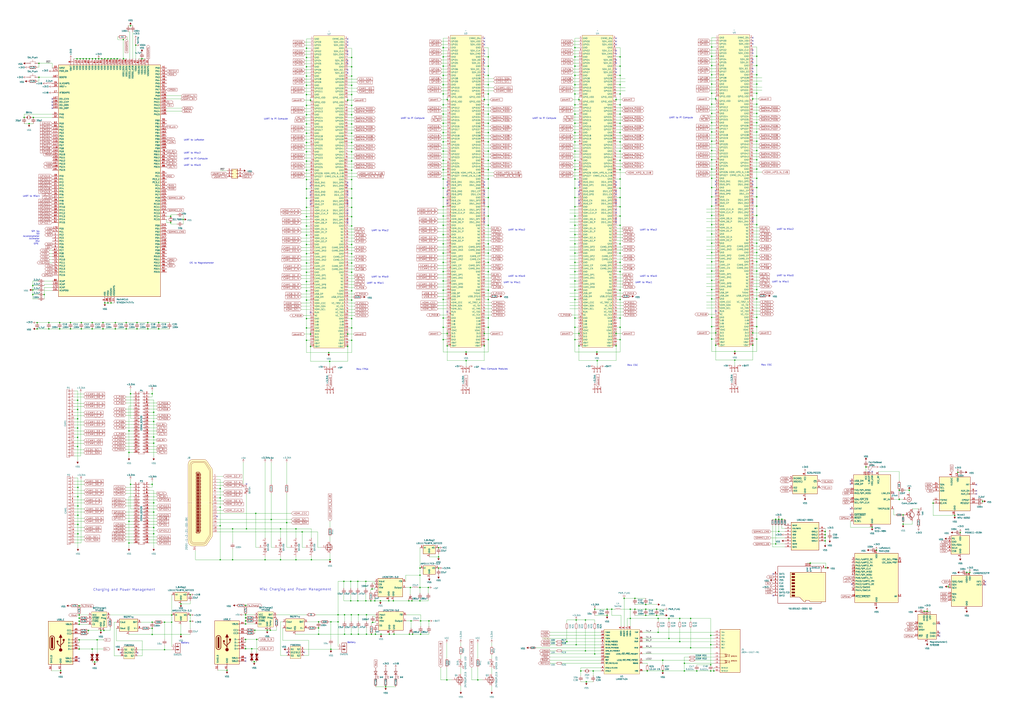
<source format=kicad_sch>
(kicad_sch (version 20230121) (generator eeschema)
  (paper "A1")
  (lib_symbols
    (symbol "105162-0001:105162-0001" (pin_names (offset 1.016))
      (property "Reference" "J" (at 16.51 6.35 0))
      (property "Value" "105162-0001" (at 10.16 3.81 0))
      (symbol "105162-0001_0_0"
        (pin bidirectional line (at 0 0 0) (length 5.08) (name "DAT2") (number "1"))
        (pin power_in line (at 33.02 -5.08 180) (length 5.08) (name "GND_1") (number "10"))
        (pin power_in line (at 33.02 -7.62 180) (length 5.08) (name "GND_2") (number "11"))
        (pin power_in line (at 33.02 -10.16 180) (length 5.08) (name "GND_3") (number "12"))
        (pin power_in line (at 33.02 -12.7 180) (length 5.08) (name "GND_4") (number "13"))
        (pin bidirectional line (at 0 -2.54 0) (length 5.08) (name "CD/DAT3") (number "2"))
        (pin input line (at 0 -5.08 0) (length 5.08) (name "CMD") (number "3"))
        (pin power_in line (at 0 -7.62 0) (length 5.08) (name "VDD") (number "4"))
        (pin input line (at 0 -10.16 0) (length 5.08) (name "CLK") (number "5"))
        (pin power_in line (at 0 -12.7 0) (length 5.08) (name "VSS") (number "6"))
        (pin bidirectional line (at 0 -15.24 0) (length 5.08) (name "DAT0") (number "7"))
        (pin bidirectional line (at 0 -17.78 0) (length 5.08) (name "DAT1") (number "8"))
        (pin input line (at 33.02 -2.54 180) (length 5.08) (name "DET") (number "9"))
      )
    )
    (symbol "Battery_Management:BQ297xy"
      (property "Reference" "U" (at -6.35 6.35 0))
      (property "Value" "BQ297xy" (at 5.08 -6.35 0))
      (symbol "BQ297xy_1_1"
        (pin no_connect line (at 7.62 0 180) (length 2.54) hide (name "NC") (number "1"))
        (pin output line (at 10.16 2.54 180) (length 2.54) (name "Cout") (number "2"))
        (pin output line (at 10.16 -2.54 180) (length 2.54) (name "Dout") (number "3"))
        (pin power_in line (at 0 -7.62 90) (length 2.54) (name "VSS") (number "4"))
        (pin input line (at -10.16 2.54 0) (length 2.54) (name "BAT") (number "5"))
        (pin input line (at -10.16 -2.54 0) (length 2.54) (name "V-") (number "6"))
      )
    )
    (symbol "Connector:Conn_01x03_Pin" (pin_names (offset 1.016) hide)
      (property "Reference" "J" (at 0 5.08 0))
      (property "Value" "Conn_01x03_Pin" (at 0 -5.08 0))
      (symbol "Conn_01x03_Pin_1_1"
        (pin passive line (at 5.08 2.54 180) (length 3.81) (name "Pin_1") (number "1"))
        (pin passive line (at 5.08 0 180) (length 3.81) (name "Pin_2") (number "2"))
        (pin passive line (at 5.08 -2.54 180) (length 3.81) (name "Pin_3") (number "3"))
      )
    )
    (symbol "Connector:Conn_Coaxial" (pin_names (offset 1.016) hide)
      (property "Reference" "J" (at 0.254 3.048 0))
      (property "Value" "Conn_Coaxial" (at 2.921 0 90))
      (symbol "Conn_Coaxial_1_1"
        (pin passive line (at -5.08 0 0) (length 2.54) (name "In") (number "1"))
        (pin passive line (at 0 -5.08 90) (length 2.54) (name "Ext") (number "2"))
      )
    )
    (symbol "Connector:Micro_SD_Card" (pin_names (offset 1.016))
      (property "Value" "Micro_SD_Card" (at -0.635 18.415 0))
      (symbol "Micro_SD_Card_1_1"
        (pin bidirectional line (at -22.86 7.62 0) (length 3.81) (name "DAT2") (number "1"))
        (pin input line (at 7.62 -19.05 90) (length 2.54) (name "gnd") (number "10"))
        (pin input line (at 5.08 -19.05 90) (length 2.54) (name "gnd") (number "11"))
        (pin bidirectional line (at -22.86 5.08 0) (length 3.81) (name "DAT3/CD") (number "2"))
        (pin input line (at -22.86 2.54 0) (length 3.81) (name "CMD") (number "3"))
        (pin power_in line (at -22.86 0 0) (length 3.81) (name "VDD") (number "4"))
        (pin input line (at -22.86 -2.54 0) (length 3.81) (name "CLK") (number "5"))
        (pin power_in line (at -22.86 -5.08 0) (length 3.81) (name "VSS") (number "6"))
        (pin bidirectional line (at -22.86 -7.62 0) (length 3.81) (name "DAT0") (number "7"))
        (pin bidirectional line (at -22.86 -10.16 0) (length 3.81) (name "DAT1") (number "8"))
        (pin passive line (at 20.32 -15.24 180) (length 3.81) (name "SHIELD") (number "9"))
      )
    )
    (symbol "Connector_Generic:Conn_02x03_Odd_Even" (pin_names (offset 1.016) hide)
      (property "Reference" "J" (at 1.27 5.08 0))
      (property "Value" "Conn_02x03_Odd_Even" (at 1.27 -5.08 0))
      (symbol "Conn_02x03_Odd_Even_1_1"
        (pin passive line (at -5.08 2.54 0) (length 3.81) (name "Pin_1") (number "1"))
        (pin passive line (at 7.62 2.54 180) (length 3.81) (name "Pin_2") (number "2"))
        (pin passive line (at -5.08 0 0) (length 3.81) (name "Pin_3") (number "3"))
        (pin passive line (at 7.62 0 180) (length 3.81) (name "Pin_4") (number "4"))
        (pin passive line (at -5.08 -2.54 0) (length 3.81) (name "Pin_5") (number "5"))
        (pin passive line (at 7.62 -2.54 180) (length 3.81) (name "Pin_6") (number "6"))
      )
    )
    (symbol "D_Schottky_Small_1" (pin_numbers hide) (pin_names (offset 0.254) hide)
      (property "Value" "6TQ045S" (at -9.652 -1.524 90))
      (symbol "D_Schottky_Small_1_1_1"
        (pin passive line (at 2.54 -1.27 180) (length 1.778) (name "A") (number "1"))
        (pin passive line (at 2.54 1.27 180) (length 1.778) (name "A") (number "2"))
        (pin passive line (at -2.54 0 0) (length 1.778) (name "K") (number "3"))
      )
    )
    (symbol "Device:C_Small" (pin_numbers hide) (pin_names (offset 0.254) hide)
      (property "Reference" "C" (at 0.254 1.778 0))
      (property "Value" "C_Small" (at 0.254 -2.032 0))
      (symbol "C_Small_1_1"
        (pin passive line (at 0 2.54 270) (length 2.032) (name "~") (number "1"))
        (pin passive line (at 0 -2.54 90) (length 2.032) (name "~") (number "2"))
      )
    )
    (symbol "Device:Crystal_Small" (pin_numbers hide) (pin_names (offset 1.016) hide)
      (property "Reference" "Y" (at 0 2.54 0))
      (property "Value" "Crystal_Small" (at 0 -2.54 0))
      (symbol "Crystal_Small_1_1"
        (pin passive line (at -2.54 0 0) (length 1.27) (name "1") (number "1"))
        (pin passive line (at 2.54 0 180) (length 1.27) (name "2") (number "2"))
      )
    )
    (symbol "Device:D_TVS_Filled" (pin_numbers hide) (pin_names (offset 1.016) hide)
      (property "Reference" "D" (at 0 2.54 0))
      (property "Value" "D_TVS_Filled" (at 0 -2.54 0))
      (symbol "D_TVS_Filled_1_1"
        (pin passive line (at -3.81 0 0) (length 2.54) (name "A1") (number "1"))
        (pin passive line (at 3.81 0 180) (length 2.54) (name "A2") (number "2"))
      )
    )
    (symbol "Device:FerriteBead" (pin_numbers hide) (pin_names (offset 0))
      (property "Reference" "FB" (at -3.81 0.635 90))
      (property "Value" "FerriteBead" (at 3.81 0 90))
      (symbol "FerriteBead_1_1"
        (pin passive line (at 0 3.81 270) (length 2.54) (name "~") (number "1"))
        (pin passive line (at 0 -3.81 90) (length 2.54) (name "~") (number "2"))
      )
    )
    (symbol "Device:L" (pin_numbers hide) (pin_names (offset 1.016) hide)
      (property "Reference" "L" (at -1.27 0 90))
      (property "Value" "L" (at 1.905 0 90))
      (symbol "L_1_1"
        (pin passive line (at 0 3.81 270) (length 1.27) (name "1") (number "1"))
        (pin passive line (at 0 -3.81 90) (length 1.27) (name "2") (number "2"))
      )
    )
    (symbol "Device:L_Small" (pin_numbers hide) (pin_names (offset 0.254) hide)
      (property "Reference" "L" (at 0.762 1.016 0))
      (property "Value" "L_Small" (at 0.762 -1.016 0))
      (symbol "L_Small_1_1"
        (pin passive line (at 0 2.54 270) (length 0.508) (name "~") (number "1"))
        (pin passive line (at 0 -2.54 90) (length 0.508) (name "~") (number "2"))
      )
    )
    (symbol "Device:R" (pin_numbers hide) (pin_names (offset 0))
      (property "Reference" "R" (at 2.032 0 90))
      (property "Value" "R" (at 0 0 90))
      (symbol "R_1_1"
        (pin passive line (at 0 3.81 270) (length 1.27) (name "~") (number "1"))
        (pin passive line (at 0 -3.81 90) (length 1.27) (name "~") (number "2"))
      )
    )
    (symbol "Device:R_Small" (pin_numbers hide) (pin_names (offset 0.254) hide)
      (property "Reference" "R" (at 0.762 0.508 0))
      (property "Value" "R_Small" (at 0.762 -1.016 0))
      (symbol "R_Small_1_1"
        (pin passive line (at 0 2.54 270) (length 0.762) (name "~") (number "1"))
        (pin passive line (at 0 -2.54 90) (length 0.762) (name "~") (number "2"))
      )
    )
    (symbol "ESP32-DevKit-Lipo_Rev_C:BAT_CON" (pin_names (offset 1.016))
      (property "Reference" "BAT_CON" (at 0.635 5.08 0))
      (property "Value" "BAT_CON" (at 0 -5.334 0))
      (symbol "BAT_CON_0_0"
        (text "+" (at 0 2.794 0) (effects (font (size 1.524 1.524))))
        (text "-" (at 0 -2.286 0) (effects (font (size 1.524 1.524))))
      )
      (symbol "BAT_CON_1_1"
        (pin passive line (at -5.08 1.27 0) (length 2.9972) (name "~") (number "1"))
        (pin passive line (at -5.08 -1.27 0) (length 2.9972) (name "~") (number "2"))
      )
    )
    (symbol "FS8205_1"
      (property "Value" "FS8205A" (at 5.715 2.286 0))
      (symbol "FS8205_1_1_1"
        (pin input line (at -1.27 -1.27 0) (length 2.54) (name "S1") (number "1"))
        (pin input line (at -1.27 -3.81 0) (length 2.54) (name "D12") (number "2"))
        (pin input line (at 12.7 -1.27 180) (length 2.54) (name "S2") (number "3"))
        (pin input line (at 12.7 -6.35 180) (length 2.54) (name "G2") (number "4"))
        (pin input line (at 12.7 -3.81 180) (length 2.54) (name "D12") (number "5"))
        (pin input line (at -1.27 -6.35 0) (length 2.54) (name "G1") (number "6"))
      )
    )
    (symbol "L834-1G1T-91:L834-1G1T-91" (pin_names (offset 1.016))
      (property "Reference" "J" (at -7.62 19.05 0))
      (property "Value" "L834-1G1T-91" (at -7.62 -20.32 0))
      (symbol "L834-1G1T-91_0_0"
        (text "GREEN" (at 1.27 -7.62 0) (effects (font (size 1.016 1.016)) (justify left top)))
        (text "GREEN" (at 1.27 -3.81 0) (effects (font (size 1.016 1.016)) (justify left top)))
        (pin passive line (at -12.7 10.16 0) (length 5.08) (name "TD-") (number "10"))
        (pin passive line (at -12.7 12.7 0) (length 5.08) (name "TCT") (number "11"))
        (pin passive line (at -12.7 15.24 0) (length 5.08) (name "TD+") (number "12"))
        (pin passive line (at -12.7 -5.08 0) (length 5.08) (name "~") (number "13"))
        (pin passive line (at -12.7 -2.54 0) (length 5.08) (name "~") (number "14"))
        (pin passive line (at -12.7 -10.16 0) (length 5.08) (name "~") (number "15"))
        (pin passive line (at -12.7 -7.62 0) (length 5.08) (name "~") (number "16"))
        (pin passive line (at -12.7 7.62 0) (length 5.08) (name "RD+") (number "4"))
        (pin passive line (at -12.7 5.08 0) (length 5.08) (name "RCT") (number "5"))
        (pin passive line (at -12.7 2.54 0) (length 5.08) (name "RD-") (number "6"))
        (pin passive line (at -12.7 -13.97 0) (length 5.08) (name "SHIELD") (number "S1"))
        (pin passive line (at -12.7 -16.51 0) (length 5.08) (name "SHIELD") (number "S2"))
      )
    )
    (symbol "LED:IR26-21C_L110_TR8" (pin_numbers hide) (pin_names (offset 1.016) hide)
      (property "Reference" "D" (at 0 2.54 0))
      (property "Value" "IR26-21C_L110_TR8" (at 0 -3.81 0))
      (symbol "IR26-21C_L110_TR8_1_1"
        (pin passive line (at -3.81 0 0) (length 2.54) (name "K") (number "1"))
        (pin passive line (at 3.81 0 180) (length 2.54) (name "A") (number "2"))
      )
    )
    (symbol "LM2672M-5.0_1"
      (property "Value" "LM2672M-5.0" (at 0 8.636 0))
      (symbol "LM2672M-5.0_1_1_1"
        (pin input line (at 12.7 0 180) (length 2.54) (name "Output") (number "1"))
        (pin input line (at -12.7 5.08 0) (length 2.54) (name "Input") (number "2"))
        (pin input line (at -12.7 2.54 0) (length 2.54) (name "CB") (number "3"))
        (pin input line (at 2.54 -10.16 90) (length 2.54) (name "GND") (number "4"))
        (pin input line (at -12.7 0 0) (length 2.54) (name "VSW") (number "5"))
        (pin power_in line (at 12.7 5.08 180) (length 2.54) (name "FB") (number "6"))
        (pin power_in line (at -12.7 -3.81 0) (length 2.54) (name "SS") (number "7"))
        (pin output line (at -1.27 -10.16 90) (length 2.54) (name "GND") (number "8"))
      )
    )
    (symbol "MCU_ST_STM32H7:STM32H747IITx"
      (property "Reference" "U" (at -40.64 97.79 0))
      (property "Value" "STM32H747IITx" (at 35.56 97.79 0))
      (symbol "STM32H747IITx_1_1"
        (pin bidirectional line (at -45.72 -43.18 0) (length 5.08) (name "PE2") (number "1"))
        (pin bidirectional line (at 48.26 -27.94 180) (length 5.08) (name "PC14") (number "10"))
        (pin passive line (at -2.54 -99.06 90) (length 5.08) hide (name "VSS") (number "100"))
        (pin power_out line (at -45.72 -88.9 0) (length 5.08) (name "VCAPDSI") (number "101"))
        (pin power_in line (at 12.7 101.6 270) (length 5.08) (name "VDD12DSI") (number "102"))
        (pin bidirectional line (at -45.72 60.96 0) (length 5.08) (name "DSI_D0P") (number "103"))
        (pin bidirectional line (at -45.72 63.5 0) (length 5.08) (name "DSI_D0N") (number "104"))
        (pin power_in line (at 2.54 -99.06 90) (length 5.08) (name "VSSDSI") (number "105"))
        (pin bidirectional line (at -45.72 66.04 0) (length 5.08) (name "DSI_CKP") (number "106"))
        (pin bidirectional line (at -45.72 68.58 0) (length 5.08) (name "DSI_CKN") (number "107"))
        (pin power_in line (at 15.24 101.6 270) (length 5.08) (name "VDD12DSI") (number "108"))
        (pin passive line (at 2.54 -99.06 90) (length 5.08) hide (name "VSSDSI") (number "109"))
        (pin bidirectional line (at 48.26 -30.48 180) (length 5.08) (name "PC15") (number "11"))
        (pin bidirectional line (at -45.72 43.18 0) (length 5.08) (name "PG2") (number "110"))
        (pin bidirectional line (at -45.72 40.64 0) (length 5.08) (name "PG3") (number "111"))
        (pin passive line (at -2.54 -99.06 90) (length 5.08) hide (name "VSS") (number "112"))
        (pin power_in line (at -2.54 101.6 270) (length 5.08) (name "VDD") (number "113"))
        (pin bidirectional line (at -45.72 38.1 0) (length 5.08) (name "PG4") (number "114"))
        (pin bidirectional line (at -45.72 35.56 0) (length 5.08) (name "PG5") (number "115"))
        (pin bidirectional line (at -45.72 33.02 0) (length 5.08) (name "PG6") (number "116"))
        (pin bidirectional line (at -45.72 30.48 0) (length 5.08) (name "PG7") (number "117"))
        (pin bidirectional line (at -45.72 27.94 0) (length 5.08) (name "PG8") (number "118"))
        (pin passive line (at -2.54 -99.06 90) (length 5.08) hide (name "VSS") (number "119"))
        (pin passive line (at -2.54 -99.06 90) (length 5.08) hide (name "VSS") (number "12"))
        (pin power_in line (at 20.32 101.6 270) (length 5.08) (name "VDD50_USB") (number "120"))
        (pin power_in line (at 17.78 101.6 270) (length 5.08) (name "VDD33_USB") (number "121"))
        (pin bidirectional line (at 48.26 -7.62 180) (length 5.08) (name "PC6") (number "122"))
        (pin bidirectional line (at 48.26 -10.16 180) (length 5.08) (name "PC7") (number "123"))
        (pin bidirectional line (at 48.26 -12.7 180) (length 5.08) (name "PC8") (number "124"))
        (pin bidirectional line (at 48.26 -15.24 180) (length 5.08) (name "PC9") (number "125"))
        (pin power_in line (at 0 101.6 270) (length 5.08) (name "VDD") (number "126"))
        (pin bidirectional line (at 48.26 73.66 180) (length 5.08) (name "PA8") (number "127"))
        (pin bidirectional line (at 48.26 71.12 180) (length 5.08) (name "PA9") (number "128"))
        (pin bidirectional line (at 48.26 68.58 180) (length 5.08) (name "PA10") (number "129"))
        (pin power_in line (at -25.4 101.6 270) (length 5.08) (name "VDD") (number "13"))
        (pin bidirectional line (at 48.26 66.04 180) (length 5.08) (name "PA11") (number "130"))
        (pin bidirectional line (at 48.26 63.5 180) (length 5.08) (name "PA12") (number "131"))
        (pin bidirectional line (at 48.26 60.96 180) (length 5.08) (name "PA13") (number "132"))
        (pin power_out line (at -45.72 -83.82 0) (length 5.08) (name "VCAP") (number "133"))
        (pin passive line (at -2.54 -99.06 90) (length 5.08) hide (name "VSS") (number "134"))
        (pin power_in line (at 27.94 101.6 270) (length 5.08) (name "VDDLDO") (number "135"))
        (pin power_in line (at 2.54 101.6 270) (length 5.08) (name "VDD") (number "136"))
        (pin passive line (at -2.54 -99.06 90) (length 5.08) hide (name "VSS") (number "137"))
        (pin bidirectional line (at 48.26 58.42 180) (length 5.08) (name "PA14") (number "138"))
        (pin bidirectional line (at 48.26 55.88 180) (length 5.08) (name "PA15") (number "139"))
        (pin power_in line (at 5.08 -99.06 90) (length 5.08) (name "VSSSMPS") (number "14"))
        (pin bidirectional line (at 48.26 -17.78 180) (length 5.08) (name "PC10") (number "140"))
        (pin bidirectional line (at 48.26 -20.32 180) (length 5.08) (name "PC11") (number "141"))
        (pin bidirectional line (at 48.26 -22.86 180) (length 5.08) (name "PC12") (number "142"))
        (pin bidirectional line (at 48.26 -35.56 180) (length 5.08) (name "PD0") (number "143"))
        (pin bidirectional line (at 48.26 -38.1 180) (length 5.08) (name "PD1") (number "144"))
        (pin bidirectional line (at 48.26 -40.64 180) (length 5.08) (name "PD2") (number "145"))
        (pin bidirectional line (at 48.26 -43.18 180) (length 5.08) (name "PD3") (number "146"))
        (pin bidirectional line (at 48.26 -45.72 180) (length 5.08) (name "PD4") (number "147"))
        (pin bidirectional line (at 48.26 -48.26 180) (length 5.08) (name "PD5") (number "148"))
        (pin bidirectional line (at 48.26 -50.8 180) (length 5.08) (name "PD6") (number "149"))
        (pin power_in line (at -45.72 81.28 0) (length 5.08) (name "VLXSMPS") (number "15"))
        (pin bidirectional line (at 48.26 -53.34 180) (length 5.08) (name "PD7") (number "150"))
        (pin passive line (at -2.54 -99.06 90) (length 5.08) hide (name "VSS") (number "151"))
        (pin power_in line (at 5.08 101.6 270) (length 5.08) (name "VDD") (number "152"))
        (pin bidirectional line (at -45.72 25.4 0) (length 5.08) (name "PG9") (number "153"))
        (pin bidirectional line (at -45.72 22.86 0) (length 5.08) (name "PG10") (number "154"))
        (pin bidirectional line (at -45.72 20.32 0) (length 5.08) (name "PG11") (number "155"))
        (pin bidirectional line (at -45.72 17.78 0) (length 5.08) (name "PG12") (number "156"))
        (pin bidirectional line (at -45.72 15.24 0) (length 5.08) (name "PG13") (number "157"))
        (pin bidirectional line (at -45.72 12.7 0) (length 5.08) (name "PG14") (number "158"))
        (pin passive line (at -2.54 -99.06 90) (length 5.08) hide (name "VSS") (number "159"))
        (pin power_in line (at 33.02 101.6 270) (length 5.08) (name "VDDSMPS") (number "16"))
        (pin power_in line (at 7.62 101.6 270) (length 5.08) (name "VDD") (number "160"))
        (pin bidirectional line (at -45.72 10.16 0) (length 5.08) (name "PG15") (number "161"))
        (pin bidirectional line (at 48.26 43.18 180) (length 5.08) (name "PB3") (number "162"))
        (pin bidirectional line (at 48.26 40.64 180) (length 5.08) (name "PB4") (number "163"))
        (pin bidirectional line (at 48.26 38.1 180) (length 5.08) (name "PB5") (number "164"))
        (pin bidirectional line (at 48.26 35.56 180) (length 5.08) (name "PB6") (number "165"))
        (pin bidirectional line (at 48.26 33.02 180) (length 5.08) (name "PB7") (number "166"))
        (pin input line (at -45.72 86.36 0) (length 5.08) (name "BOOT0") (number "167"))
        (pin bidirectional line (at 48.26 30.48 180) (length 5.08) (name "PB8") (number "168"))
        (pin bidirectional line (at 48.26 27.94 180) (length 5.08) (name "PB9") (number "169"))
        (pin input line (at -45.72 73.66 0) (length 5.08) (name "VFBSMPS") (number "17"))
        (pin bidirectional line (at -45.72 -38.1 0) (length 5.08) (name "PE0") (number "170"))
        (pin bidirectional line (at -45.72 -40.64 0) (length 5.08) (name "PE1") (number "171"))
        (pin power_out line (at -45.72 -86.36 0) (length 5.08) (name "VCAP") (number "172"))
        (pin passive line (at -2.54 -99.06 90) (length 5.08) hide (name "VSS") (number "173"))
        (pin input line (at -45.72 91.44 0) (length 5.08) (name "PDR_ON") (number "174"))
        (pin power_in line (at 30.48 101.6 270) (length 5.08) (name "VDDLDO") (number "175"))
        (pin power_in line (at 10.16 101.6 270) (length 5.08) (name "VDD") (number "176"))
        (pin bidirectional line (at -45.72 5.08 0) (length 5.08) (name "PF0") (number "18"))
        (pin bidirectional line (at -45.72 2.54 0) (length 5.08) (name "PF1") (number "19"))
        (pin bidirectional line (at -45.72 -45.72 0) (length 5.08) (name "PE3") (number "2"))
        (pin bidirectional line (at -45.72 0 0) (length 5.08) (name "PF2") (number "20"))
        (pin bidirectional line (at -45.72 -2.54 0) (length 5.08) (name "PF3") (number "21"))
        (pin bidirectional line (at -45.72 -5.08 0) (length 5.08) (name "PF4") (number "22"))
        (pin bidirectional line (at -45.72 -7.62 0) (length 5.08) (name "PF5") (number "23"))
        (pin passive line (at -2.54 -99.06 90) (length 5.08) hide (name "VSS") (number "24"))
        (pin power_in line (at -22.86 101.6 270) (length 5.08) (name "VDD") (number "25"))
        (pin bidirectional line (at -45.72 -10.16 0) (length 5.08) (name "PF6") (number "26"))
        (pin bidirectional line (at -45.72 -12.7 0) (length 5.08) (name "PF7") (number "27"))
        (pin bidirectional line (at -45.72 -15.24 0) (length 5.08) (name "PF8") (number "28"))
        (pin bidirectional line (at -45.72 -17.78 0) (length 5.08) (name "PF9") (number "29"))
        (pin bidirectional line (at -45.72 -48.26 0) (length 5.08) (name "PE4") (number "3"))
        (pin bidirectional line (at -45.72 -20.32 0) (length 5.08) (name "PF10") (number "30"))
        (pin bidirectional line (at -45.72 55.88 0) (length 5.08) (name "PH0") (number "31"))
        (pin bidirectional line (at -45.72 53.34 0) (length 5.08) (name "PH1") (number "32"))
        (pin input line (at -45.72 93.98 0) (length 5.08) (name "NRST") (number "33"))
        (pin bidirectional line (at 48.26 7.62 180) (length 5.08) (name "PC0") (number "34"))
        (pin bidirectional line (at 48.26 5.08 180) (length 5.08) (name "PC1") (number "35"))
        (pin bidirectional line (at 48.26 2.54 180) (length 5.08) (name "PC2_C") (number "36"))
        (pin bidirectional line (at 48.26 0 180) (length 5.08) (name "PC3_C") (number "37"))
        (pin power_in line (at 0 -99.06 90) (length 5.08) (name "VSSA") (number "38"))
        (pin input line (at -45.72 78.74 0) (length 5.08) (name "VREF+") (number "39"))
        (pin bidirectional line (at -45.72 -50.8 0) (length 5.08) (name "PE5") (number "4"))
        (pin power_in line (at 22.86 101.6 270) (length 5.08) (name "VDDA") (number "40"))
        (pin bidirectional line (at 48.26 93.98 180) (length 5.08) (name "PA0") (number "41"))
        (pin bidirectional line (at 48.26 91.44 180) (length 5.08) (name "PA1") (number "42"))
        (pin bidirectional line (at 48.26 88.9 180) (length 5.08) (name "PA2") (number "43"))
        (pin power_in line (at -20.32 101.6 270) (length 5.08) (name "VDD") (number "44"))
        (pin passive line (at -2.54 -99.06 90) (length 5.08) hide (name "VSS") (number "45"))
        (pin bidirectional line (at 48.26 86.36 180) (length 5.08) (name "PA3") (number "46"))
        (pin passive line (at -2.54 -99.06 90) (length 5.08) hide (name "VSS") (number "47"))
        (pin power_in line (at -17.78 101.6 270) (length 5.08) (name "VDD") (number "48"))
        (pin bidirectional line (at 48.26 83.82 180) (length 5.08) (name "PA4") (number "49"))
        (pin bidirectional line (at -45.72 -53.34 0) (length 5.08) (name "PE6") (number "5"))
        (pin bidirectional line (at 48.26 81.28 180) (length 5.08) (name "PA5") (number "50"))
        (pin bidirectional line (at 48.26 78.74 180) (length 5.08) (name "PA6") (number "51"))
        (pin bidirectional line (at 48.26 76.2 180) (length 5.08) (name "PA7") (number "52"))
        (pin bidirectional line (at 48.26 -2.54 180) (length 5.08) (name "PC4") (number "53"))
        (pin bidirectional line (at 48.26 -5.08 180) (length 5.08) (name "PC5") (number "54"))
        (pin bidirectional line (at 48.26 50.8 180) (length 5.08) (name "PB0") (number "55"))
        (pin bidirectional line (at 48.26 48.26 180) (length 5.08) (name "PB1") (number "56"))
        (pin bidirectional line (at 48.26 45.72 180) (length 5.08) (name "PB2") (number "57"))
        (pin bidirectional line (at -45.72 -22.86 0) (length 5.08) (name "PF11") (number "58"))
        (pin bidirectional line (at -45.72 -25.4 0) (length 5.08) (name "PF12") (number "59"))
        (pin power_in line (at -2.54 -99.06 90) (length 5.08) (name "VSS") (number "6"))
        (pin bidirectional line (at -45.72 -27.94 0) (length 5.08) (name "PF13") (number "60"))
        (pin bidirectional line (at -45.72 -30.48 0) (length 5.08) (name "PF14") (number "61"))
        (pin bidirectional line (at -45.72 -33.02 0) (length 5.08) (name "PF15") (number "62"))
        (pin bidirectional line (at -45.72 48.26 0) (length 5.08) (name "PG0") (number "63"))
        (pin passive line (at -2.54 -99.06 90) (length 5.08) hide (name "VSS") (number "64"))
        (pin power_in line (at -15.24 101.6 270) (length 5.08) (name "VDD") (number "65"))
        (pin bidirectional line (at -45.72 45.72 0) (length 5.08) (name "PG1") (number "66"))
        (pin bidirectional line (at -45.72 -55.88 0) (length 5.08) (name "PE7") (number "67"))
        (pin bidirectional line (at -45.72 -58.42 0) (length 5.08) (name "PE8") (number "68"))
        (pin bidirectional line (at -45.72 -60.96 0) (length 5.08) (name "PE9") (number "69"))
        (pin power_in line (at -27.94 101.6 270) (length 5.08) (name "VDD") (number "7"))
        (pin passive line (at -2.54 -99.06 90) (length 5.08) hide (name "VSS") (number "70"))
        (pin power_in line (at -12.7 101.6 270) (length 5.08) (name "VDD") (number "71"))
        (pin bidirectional line (at -45.72 -63.5 0) (length 5.08) (name "PE10") (number "72"))
        (pin bidirectional line (at -45.72 -66.04 0) (length 5.08) (name "PE11") (number "73"))
        (pin bidirectional line (at -45.72 -68.58 0) (length 5.08) (name "PE12") (number "74"))
        (pin bidirectional line (at -45.72 -71.12 0) (length 5.08) (name "PE13") (number "75"))
        (pin bidirectional line (at -45.72 -73.66 0) (length 5.08) (name "PE14") (number "76"))
        (pin bidirectional line (at -45.72 -76.2 0) (length 5.08) (name "PE15") (number "77"))
        (pin bidirectional line (at 48.26 25.4 180) (length 5.08) (name "PB10") (number "78"))
        (pin bidirectional line (at 48.26 22.86 180) (length 5.08) (name "PB11") (number "79"))
        (pin power_in line (at -30.48 101.6 270) (length 5.08) (name "VBAT") (number "8"))
        (pin power_out line (at -45.72 -81.28 0) (length 5.08) (name "VCAP") (number "80"))
        (pin passive line (at -2.54 -99.06 90) (length 5.08) hide (name "VSS") (number "81"))
        (pin power_in line (at 25.4 101.6 270) (length 5.08) (name "VDDLDO") (number "82"))
        (pin passive line (at -2.54 -99.06 90) (length 5.08) hide (name "VSS") (number "83"))
        (pin power_in line (at -10.16 101.6 270) (length 5.08) (name "VDD") (number "84"))
        (pin bidirectional line (at 48.26 20.32 180) (length 5.08) (name "PB12") (number "85"))
        (pin bidirectional line (at 48.26 17.78 180) (length 5.08) (name "PB13") (number "86"))
        (pin bidirectional line (at 48.26 15.24 180) (length 5.08) (name "PB14") (number "87"))
        (pin bidirectional line (at 48.26 12.7 180) (length 5.08) (name "PB15") (number "88"))
        (pin bidirectional line (at 48.26 -55.88 180) (length 5.08) (name "PD8") (number "89"))
        (pin bidirectional line (at 48.26 -25.4 180) (length 5.08) (name "PC13") (number "9"))
        (pin bidirectional line (at 48.26 -58.42 180) (length 5.08) (name "PD9") (number "90"))
        (pin bidirectional line (at 48.26 -60.96 180) (length 5.08) (name "PD10") (number "91"))
        (pin power_in line (at -7.62 101.6 270) (length 5.08) (name "VDD") (number "92"))
        (pin passive line (at -2.54 -99.06 90) (length 5.08) hide (name "VSS") (number "93"))
        (pin bidirectional line (at 48.26 -63.5 180) (length 5.08) (name "PD11") (number "94"))
        (pin bidirectional line (at 48.26 -66.04 180) (length 5.08) (name "PD12") (number "95"))
        (pin bidirectional line (at 48.26 -68.58 180) (length 5.08) (name "PD13") (number "96"))
        (pin bidirectional line (at 48.26 -71.12 180) (length 5.08) (name "PD14") (number "97"))
        (pin bidirectional line (at 48.26 -73.66 180) (length 5.08) (name "PD15") (number "98"))
        (pin power_in line (at -5.08 101.6 270) (length 5.08) (name "VDD") (number "99"))
      )
    )
    (symbol "Pi_Compute_3_1"
      (property "Reference" "U3" (at 3.81 -2.286 0))
      (property "Value" "~" (at 3.81 0 0))
      (symbol "Pi_Compute_3_1_1_1"
        (pin input line (at -11.43 -6.35 0) (length 2.54) (name "GND") (number "1"))
        (pin input line (at 19.05 -16.51 180) (length 2.54) (name "SDX_CLK") (number "10"))
        (pin input line (at 19.05 -132.08 180) (length 2.54) (name "DSI1_CP") (number "100"))
        (pin input line (at -11.43 -134.62 0) (length 2.54) (name "DSI0_DP0") (number "101"))
        (pin input line (at 19.05 -134.62 180) (length 2.54) (name "DSI1_CN") (number "102"))
        (pin input line (at -11.43 -137.16 0) (length 2.54) (name "GND") (number "103"))
        (pin input line (at 19.05 -137.16 180) (length 2.54) (name "GND") (number "104"))
        (pin input line (at -11.43 -139.7 0) (length 2.54) (name "DSI0_CN") (number "105"))
        (pin input line (at 19.05 -139.7 180) (length 2.54) (name "DSI1_DP3") (number "106"))
        (pin input line (at -11.43 -142.24 0) (length 2.54) (name "DSI0_CP") (number "107"))
        (pin input line (at 19.05 -142.24 180) (length 2.54) (name "DSI1_DN3") (number "108"))
        (pin input line (at -11.43 -144.78 0) (length 2.54) (name "GND") (number "109"))
        (pin input line (at -11.43 -19.05 0) (length 2.54) (name "GPIO3") (number "11"))
        (pin input line (at 19.05 -144.78 180) (length 2.54) (name "GND") (number "110"))
        (pin input line (at -11.43 -147.32 0) (length 2.54) (name "HDMI_CLK_N") (number "111"))
        (pin input line (at 19.05 -147.32 180) (length 2.54) (name "DSI1_DP2") (number "112"))
        (pin input line (at -11.43 -149.86 0) (length 2.54) (name "HDMI_CLK_P") (number "113"))
        (pin input line (at 19.05 -149.86 180) (length 2.54) (name "DSI1_DN2") (number "114"))
        (pin input line (at -11.43 -152.4 0) (length 2.54) (name "GND") (number "115"))
        (pin input line (at 19.05 -152.4 180) (length 2.54) (name "GND") (number "116"))
        (pin input line (at -11.43 -154.94 0) (length 2.54) (name "HDMI_D0_N") (number "117"))
        (pin input line (at 19.05 -154.94 180) (length 2.54) (name "DSI1_DP1") (number "118"))
        (pin input line (at -11.43 -157.48 0) (length 2.54) (name "HDMI_D0_P") (number "119"))
        (pin input line (at 19.05 -19.05 180) (length 2.54) (name "SDX_CMD") (number "12"))
        (pin input line (at 19.05 -157.48 180) (length 2.54) (name "DSI1_DN1") (number "120"))
        (pin input line (at -11.43 -160.02 0) (length 2.54) (name "GND") (number "121"))
        (pin input line (at 19.05 -160.02 180) (length 2.54) (name "GND") (number "122"))
        (pin input line (at -11.43 -162.56 0) (length 2.54) (name "HDMI_D1_N") (number "123"))
        (pin input line (at 19.05 -162.56 180) (length 2.54) (name "NC") (number "124"))
        (pin input line (at -11.43 -165.1 0) (length 2.54) (name "HDMI_D1_P") (number "125"))
        (pin input line (at 19.05 -165.1 180) (length 2.54) (name "NC") (number "126"))
        (pin input line (at -11.43 -167.64 0) (length 2.54) (name "GND") (number "127"))
        (pin input line (at 19.05 -167.64 180) (length 2.54) (name "NC") (number "128"))
        (pin input line (at -11.43 -170.18 0) (length 2.54) (name "HDMI_D2_N") (number "129"))
        (pin input line (at -11.43 -21.59 0) (length 2.54) (name "GND") (number "13"))
        (pin input line (at 19.05 -170.18 180) (length 2.54) (name "NC") (number "130"))
        (pin input line (at -11.43 -172.72 0) (length 2.54) (name "HDMI_D2_P") (number "131"))
        (pin input line (at 19.05 -172.72 180) (length 2.54) (name "NC") (number "132"))
        (pin input line (at -11.43 -175.26 0) (length 2.54) (name "GND") (number "133"))
        (pin input line (at 19.05 -175.26 180) (length 2.54) (name "GND") (number "134"))
        (pin input line (at -11.43 -177.8 0) (length 2.54) (name "CAM1_DP3") (number "135"))
        (pin input line (at 19.05 -177.8 180) (length 2.54) (name "CAM0_DP0") (number "136"))
        (pin input line (at -11.43 -180.34 0) (length 2.54) (name "CAM1_DN3") (number "137"))
        (pin input line (at 19.05 -180.34 180) (length 2.54) (name "CAM0_DN0") (number "138"))
        (pin input line (at -11.43 -182.88 0) (length 2.54) (name "GND") (number "139"))
        (pin input line (at 19.05 -21.59 180) (length 2.54) (name "GND") (number "14"))
        (pin input line (at 19.05 -182.88 180) (length 2.54) (name "GND") (number "140"))
        (pin input line (at -11.43 -185.42 0) (length 2.54) (name "CAM1_DP2") (number "141"))
        (pin input line (at 19.05 -185.42 180) (length 2.54) (name "CAM0_CP") (number "142"))
        (pin input line (at -11.43 -187.96 0) (length 2.54) (name "CAM1_DN2") (number "143"))
        (pin input line (at 19.05 -187.96 180) (length 2.54) (name "CAM0_CN") (number "144"))
        (pin input line (at -11.43 -190.5 0) (length 2.54) (name "GND") (number "145"))
        (pin input line (at 19.05 -190.5 180) (length 2.54) (name "GND") (number "146"))
        (pin input line (at -11.43 -193.04 0) (length 2.54) (name "CAM1_CP") (number "147"))
        (pin input line (at 19.05 -193.04 180) (length 2.54) (name "CAM0_DP1") (number "148"))
        (pin input line (at -11.43 -195.58 0) (length 2.54) (name "CAM1_CN") (number "149"))
        (pin input line (at -11.43 -24.13 0) (length 2.54) (name "GPIO4") (number "15"))
        (pin input line (at 19.05 -195.58 180) (length 2.54) (name "CAM0_DN1") (number "150"))
        (pin input line (at -11.43 -198.12 0) (length 2.54) (name "GND") (number "151"))
        (pin input line (at 19.05 -198.12 180) (length 2.54) (name "GND") (number "152"))
        (pin input line (at -11.43 -200.66 0) (length 2.54) (name "CAM1_DP1") (number "153"))
        (pin input line (at 19.05 -200.66 180) (length 2.54) (name "NC") (number "154"))
        (pin input line (at -11.43 -203.2 0) (length 2.54) (name "CAM1_DN1") (number "155"))
        (pin input line (at 19.05 -203.2 180) (length 2.54) (name "NC") (number "156"))
        (pin input line (at -11.43 -205.74 0) (length 2.54) (name "GND") (number "157"))
        (pin input line (at 19.05 -205.74 180) (length 2.54) (name "NC") (number "158"))
        (pin input line (at -11.43 -208.28 0) (length 2.54) (name "CAM1_DP0") (number "159"))
        (pin input line (at 19.05 -24.13 180) (length 2.54) (name "SDX_D0") (number "16"))
        (pin input line (at 19.05 -208.28 180) (length 2.54) (name "NC") (number "160"))
        (pin input line (at -11.43 -210.82 0) (length 2.54) (name "CAM1_DN0") (number "161"))
        (pin input line (at 19.05 -210.82 180) (length 2.54) (name "NC") (number "162"))
        (pin input line (at -11.43 -213.36 0) (length 2.54) (name "GND") (number "163"))
        (pin input line (at 19.05 -213.36 180) (length 2.54) (name "GND") (number "164"))
        (pin input line (at -11.43 -215.9 0) (length 2.54) (name "USB_DP") (number "165"))
        (pin input line (at 19.05 -215.9 180) (length 2.54) (name "TVDAC") (number "166"))
        (pin input line (at -11.43 -218.44 0) (length 2.54) (name "USB_DM") (number "167"))
        (pin input line (at 19.05 -218.44 180) (length 2.54) (name "USB_OTGID") (number "168"))
        (pin input line (at -11.43 -220.98 0) (length 2.54) (name "GND") (number "169"))
        (pin input line (at -11.43 -26.67 0) (length 2.54) (name "GPIO5") (number "17"))
        (pin input line (at 19.05 -220.98 180) (length 2.54) (name "GND") (number "170"))
        (pin input line (at -11.43 -223.52 0) (length 2.54) (name "HDMI_CEC") (number "171"))
        (pin input line (at 19.05 -223.52 180) (length 2.54) (name "VC_TRST_N") (number "172"))
        (pin input line (at -11.43 -226.06 0) (length 2.54) (name "HDMI_SDA") (number "173"))
        (pin input line (at 19.05 -226.06 180) (length 2.54) (name "VC_TDI") (number "174"))
        (pin input line (at -11.43 -228.6 0) (length 2.54) (name "HDMI_SCL") (number "175"))
        (pin input line (at 19.05 -228.6 180) (length 2.54) (name "VC_TMS") (number "176"))
        (pin input line (at -11.43 -231.14 0) (length 2.54) (name "RUN") (number "177"))
        (pin input line (at 19.05 -231.14 180) (length 2.54) (name "VC_TDO") (number "178"))
        (pin input line (at -11.43 -233.68 0) (length 2.54) (name "NC") (number "179"))
        (pin input line (at 19.05 -26.67 180) (length 2.54) (name "SDX_D1") (number "18"))
        (pin input line (at 19.05 -233.68 180) (length 2.54) (name "VC_TCK") (number "180"))
        (pin input line (at -11.43 -236.22 0) (length 2.54) (name "GND") (number "181"))
        (pin input line (at 19.05 -236.22 180) (length 2.54) (name "GND") (number "182"))
        (pin input line (at -11.43 -238.76 0) (length 2.54) (name "1V8") (number "183"))
        (pin input line (at 19.05 -238.76 180) (length 2.54) (name "1V8") (number "184"))
        (pin input line (at -11.43 -241.3 0) (length 2.54) (name "1V8") (number "185"))
        (pin input line (at 19.05 -241.3 180) (length 2.54) (name "1V8") (number "186"))
        (pin input line (at -11.43 -243.84 0) (length 2.54) (name "GND") (number "187"))
        (pin input line (at 19.05 -243.84 180) (length 2.54) (name "GND") (number "188"))
        (pin input line (at -11.43 -246.38 0) (length 2.54) (name "VDAC") (number "189"))
        (pin input line (at -11.43 -29.21 0) (length 2.54) (name "GND") (number "19"))
        (pin input line (at 19.05 -246.38 180) (length 2.54) (name "VDAC") (number "190"))
        (pin input line (at -11.43 -248.92 0) (length 2.54) (name "3V3") (number "191"))
        (pin input line (at 19.05 -248.92 180) (length 2.54) (name "3V3") (number "192"))
        (pin input line (at -11.43 -251.46 0) (length 2.54) (name "3V3") (number "193"))
        (pin input line (at 19.05 -251.46 180) (length 2.54) (name "3V3") (number "194"))
        (pin input line (at -11.43 -254 0) (length 2.54) (name "GND") (number "195"))
        (pin input line (at 19.05 -254 180) (length 2.54) (name "GND") (number "196"))
        (pin input line (at -11.43 -256.54 0) (length 2.54) (name "VBAT") (number "197"))
        (pin input line (at 19.05 -256.54 180) (length 2.54) (name "VBAT") (number "198"))
        (pin input line (at -11.43 -259.08 0) (length 2.54) (name "VBAT") (number "199"))
        (pin input line (at 19.05 -6.35 180) (length 2.54) (name "EMMC_Dis") (number "2"))
        (pin input line (at 19.05 -29.21 180) (length 2.54) (name "GND") (number "20"))
        (pin input line (at 19.05 -259.08 180) (length 2.54) (name "VBAT") (number "200"))
        (pin input line (at -11.43 -31.75 0) (length 2.54) (name "GPIO6") (number "21"))
        (pin input line (at 19.05 -31.75 180) (length 2.54) (name "SDX_D2_") (number "22"))
        (pin input line (at -11.43 -34.29 0) (length 2.54) (name "GPIO7") (number "23"))
        (pin input line (at 19.05 -34.29 180) (length 2.54) (name "SDX_D3") (number "24"))
        (pin input line (at -11.43 -36.83 0) (length 2.54) (name "GND") (number "25"))
        (pin input line (at 19.05 -36.83 180) (length 2.54) (name "GND") (number "26"))
        (pin input line (at -11.43 -39.37 0) (length 2.54) (name "GPIO8") (number "27"))
        (pin input line (at 19.05 -39.37 180) (length 2.54) (name "GPIO28") (number "28"))
        (pin input line (at -11.43 -41.91 0) (length 2.54) (name "GPIO9") (number "29"))
        (pin input line (at -11.43 -8.89 0) (length 2.54) (name "GPIO0") (number "3"))
        (pin input line (at 19.05 -41.91 180) (length 2.54) (name "GPIO29") (number "30"))
        (pin input line (at -11.43 -44.45 0) (length 2.54) (name "GND") (number "31"))
        (pin input line (at 19.05 -44.45 180) (length 2.54) (name "GND") (number "32"))
        (pin input line (at -11.43 -46.99 0) (length 2.54) (name "GPIO10") (number "33"))
        (pin input line (at 19.05 -46.99 180) (length 2.54) (name "GPIO30") (number "34"))
        (pin input line (at -11.43 -49.53 0) (length 2.54) (name "GPIO11") (number "35"))
        (pin input line (at 19.05 -49.53 180) (length 2.54) (name "GPIO31") (number "36"))
        (pin input line (at -11.43 -52.07 0) (length 2.54) (name "GND") (number "37"))
        (pin input line (at 19.05 -52.07 180) (length 2.54) (name "GND") (number "38"))
        (pin input line (at -11.43 -54.61 0) (length 2.54) (name "GPIO_VDD") (number "39"))
        (pin input line (at 19.05 -8.89 180) (length 2.54) (name "SDX_VDD") (number "4"))
        (pin input line (at 19.05 -54.61 180) (length 2.54) (name "GPIO_VDD") (number "40"))
        (pin input line (at -11.43 -58.42 0) (length 2.54) (name "GPIO_VDD") (number "41"))
        (pin input line (at 19.05 -58.42 180) (length 2.54) (name "GPIO_VDD") (number "42"))
        (pin input line (at -11.43 -60.96 0) (length 2.54) (name "GND") (number "43"))
        (pin input line (at 19.05 -60.96 180) (length 2.54) (name "GND") (number "44"))
        (pin input line (at -11.43 -63.5 0) (length 2.54) (name "GPIO12") (number "45"))
        (pin input line (at 19.05 -63.5 180) (length 2.54) (name "GPIO32") (number "46"))
        (pin input line (at -11.43 -66.04 0) (length 2.54) (name "GPIO13") (number "47"))
        (pin input line (at 19.05 -66.04 180) (length 2.54) (name "GPIO33") (number "48"))
        (pin input line (at -11.43 -68.58 0) (length 2.54) (name "GND") (number "49"))
        (pin input line (at -11.43 -11.43 0) (length 2.54) (name "GPIO1") (number "5"))
        (pin input line (at 19.05 -68.58 180) (length 2.54) (name "GND") (number "50"))
        (pin input line (at -11.43 -71.12 0) (length 2.54) (name "GPIO14") (number "51"))
        (pin input line (at 19.05 -71.12 180) (length 2.54) (name "GPIO34") (number "52"))
        (pin input line (at -11.43 -73.66 0) (length 2.54) (name "GPIO15") (number "53"))
        (pin input line (at 19.05 -73.66 180) (length 2.54) (name "GPIO35") (number "54"))
        (pin input line (at -11.43 -76.2 0) (length 2.54) (name "GND") (number "55"))
        (pin input line (at 19.05 -76.2 180) (length 2.54) (name "GND") (number "56"))
        (pin input line (at -11.43 -78.74 0) (length 2.54) (name "GPIO16") (number "57"))
        (pin input line (at 19.05 -78.74 180) (length 2.54) (name "GPIO36") (number "58"))
        (pin input line (at -11.43 -81.28 0) (length 2.54) (name "GPIO17") (number "59"))
        (pin input line (at 19.05 -11.43 180) (length 2.54) (name "SDX_VDD") (number "6"))
        (pin input line (at 19.05 -81.28 180) (length 2.54) (name "GPIO37") (number "60"))
        (pin input line (at -11.43 -83.82 0) (length 2.54) (name "GND") (number "61"))
        (pin input line (at 19.05 -83.82 180) (length 2.54) (name "GND") (number "62"))
        (pin input line (at -11.43 -86.36 0) (length 2.54) (name "GPIO18") (number "63"))
        (pin input line (at 19.05 -86.36 180) (length 2.54) (name "GPIO38") (number "64"))
        (pin input line (at -11.43 -88.9 0) (length 2.54) (name "GPIO19") (number "65"))
        (pin input line (at 19.05 -88.9 180) (length 2.54) (name "GPIO39") (number "66"))
        (pin input line (at -11.43 -91.44 0) (length 2.54) (name "GND") (number "67"))
        (pin input line (at 19.05 -91.44 180) (length 2.54) (name "GND") (number "68"))
        (pin input line (at -11.43 -93.98 0) (length 2.54) (name "GPIO20") (number "69"))
        (pin input line (at -11.43 -13.97 0) (length 2.54) (name "GND") (number "7"))
        (pin input line (at 19.05 -93.98 180) (length 2.54) (name "GPIO40") (number "70"))
        (pin input line (at -11.43 -96.52 0) (length 2.54) (name "GPIO21") (number "71"))
        (pin input line (at 19.05 -96.52 180) (length 2.54) (name "GPIO41") (number "72"))
        (pin input line (at -11.43 -99.06 0) (length 2.54) (name "GND") (number "73"))
        (pin input line (at 19.05 -99.06 180) (length 2.54) (name "GND") (number "74"))
        (pin input line (at -11.43 -101.6 0) (length 2.54) (name "GPIO22") (number "75"))
        (pin input line (at 19.05 -101.6 180) (length 2.54) (name "GPIO42") (number "76"))
        (pin input line (at -11.43 -104.14 0) (length 2.54) (name "GPIO23") (number "77"))
        (pin input line (at 19.05 -104.14 180) (length 2.54) (name "GPIO43") (number "78"))
        (pin input line (at -11.43 -106.68 0) (length 2.54) (name "GND") (number "79"))
        (pin input line (at 19.05 -13.97 180) (length 2.54) (name "GND") (number "8"))
        (pin input line (at 19.05 -106.68 180) (length 2.54) (name "GND") (number "80"))
        (pin input line (at -11.43 -109.22 0) (length 2.54) (name "GPIO24") (number "81"))
        (pin input line (at 19.05 -109.22 180) (length 2.54) (name "GPIO44") (number "82"))
        (pin input line (at -11.43 -111.76 0) (length 2.54) (name "GPIO25") (number "83"))
        (pin input line (at 19.05 -111.76 180) (length 2.54) (name "GPIO45") (number "84"))
        (pin input line (at -11.43 -114.3 0) (length 2.54) (name "GND") (number "85"))
        (pin input line (at 19.05 -114.3 180) (length 2.54) (name "GND") (number "86"))
        (pin input line (at -11.43 -116.84 0) (length 2.54) (name "GPIO26") (number "87"))
        (pin input line (at 19.05 -116.84 180) (length 2.54) (name "HDMI_HPD_N_1V8") (number "88"))
        (pin input line (at -11.43 -119.38 0) (length 2.54) (name "GPIO27") (number "89"))
        (pin input line (at -11.43 -16.51 0) (length 2.54) (name "GPIO2") (number "9"))
        (pin input line (at 19.05 -119.38 180) (length 2.54) (name "EMMC_EN_N_1V8") (number "90"))
        (pin input line (at -11.43 -121.92 0) (length 2.54) (name "GND") (number "91"))
        (pin input line (at 19.05 -121.92 180) (length 2.54) (name "GND") (number "92"))
        (pin input line (at -11.43 -124.46 0) (length 2.54) (name "DSI0_DN1") (number "93"))
        (pin input line (at 19.05 -124.46 180) (length 2.54) (name "DSI1_DP0") (number "94"))
        (pin input line (at -11.43 -127 0) (length 2.54) (name "DSI0_DP1") (number "95"))
        (pin input line (at 19.05 -127 180) (length 2.54) (name "DSI1_DN0") (number "96"))
        (pin input line (at -11.43 -129.54 0) (length 2.54) (name "GND") (number "97"))
        (pin input line (at 19.05 -129.54 180) (length 2.54) (name "GND") (number "98"))
        (pin input line (at -11.43 -132.08 0) (length 2.54) (name "DSI0_DN0") (number "99"))
      )
    )
    (symbol "Pi_Compute_3_2"
      (property "Reference" "U2" (at 3.81 -2.286 0))
      (property "Value" "~" (at 3.81 0 0))
      (symbol "Pi_Compute_3_2_1_1"
        (pin input line (at -11.43 -6.35 0) (length 2.54) (name "GND") (number "1"))
        (pin input line (at 19.05 -16.51 180) (length 2.54) (name "SDX_CLK") (number "10"))
        (pin input line (at 19.05 -132.08 180) (length 2.54) (name "DSI1_CP") (number "100"))
        (pin input line (at -11.43 -134.62 0) (length 2.54) (name "DSI0_DP0") (number "101"))
        (pin input line (at 19.05 -134.62 180) (length 2.54) (name "DSI1_CN") (number "102"))
        (pin input line (at -11.43 -137.16 0) (length 2.54) (name "GND") (number "103"))
        (pin input line (at 19.05 -137.16 180) (length 2.54) (name "GND") (number "104"))
        (pin input line (at -11.43 -139.7 0) (length 2.54) (name "DSI0_CN") (number "105"))
        (pin input line (at 19.05 -139.7 180) (length 2.54) (name "DSI1_DP3") (number "106"))
        (pin input line (at -11.43 -142.24 0) (length 2.54) (name "DSI0_CP") (number "107"))
        (pin input line (at 19.05 -142.24 180) (length 2.54) (name "DSI1_DN3") (number "108"))
        (pin input line (at -11.43 -144.78 0) (length 2.54) (name "GND") (number "109"))
        (pin input line (at -11.43 -19.05 0) (length 2.54) (name "GPIO3") (number "11"))
        (pin input line (at 19.05 -144.78 180) (length 2.54) (name "GND") (number "110"))
        (pin input line (at -11.43 -147.32 0) (length 2.54) (name "HDMI_CLK_N") (number "111"))
        (pin input line (at 19.05 -147.32 180) (length 2.54) (name "DSI1_DP2") (number "112"))
        (pin input line (at -11.43 -149.86 0) (length 2.54) (name "HDMI_CLK_P") (number "113"))
        (pin input line (at 19.05 -149.86 180) (length 2.54) (name "DSI1_DN2") (number "114"))
        (pin input line (at -11.43 -152.4 0) (length 2.54) (name "GND") (number "115"))
        (pin input line (at 19.05 -152.4 180) (length 2.54) (name "GND") (number "116"))
        (pin input line (at -11.43 -154.94 0) (length 2.54) (name "HDMI_D0_N") (number "117"))
        (pin input line (at 19.05 -154.94 180) (length 2.54) (name "DSI1_DP1") (number "118"))
        (pin input line (at -11.43 -157.48 0) (length 2.54) (name "HDMI_D0_P") (number "119"))
        (pin input line (at 19.05 -19.05 180) (length 2.54) (name "SDX_CMD") (number "12"))
        (pin input line (at 19.05 -157.48 180) (length 2.54) (name "DSI1_DN1") (number "120"))
        (pin input line (at -11.43 -160.02 0) (length 2.54) (name "GND") (number "121"))
        (pin input line (at 19.05 -160.02 180) (length 2.54) (name "GND") (number "122"))
        (pin input line (at -11.43 -162.56 0) (length 2.54) (name "HDMI_D1_N") (number "123"))
        (pin input line (at 19.05 -162.56 180) (length 2.54) (name "NC") (number "124"))
        (pin input line (at -11.43 -165.1 0) (length 2.54) (name "HDMI_D1_P") (number "125"))
        (pin input line (at 19.05 -165.1 180) (length 2.54) (name "NC") (number "126"))
        (pin input line (at -11.43 -167.64 0) (length 2.54) (name "GND") (number "127"))
        (pin input line (at 19.05 -167.64 180) (length 2.54) (name "NC") (number "128"))
        (pin input line (at -11.43 -170.18 0) (length 2.54) (name "HDMI_D2_N") (number "129"))
        (pin input line (at -11.43 -21.59 0) (length 2.54) (name "GND") (number "13"))
        (pin input line (at 19.05 -170.18 180) (length 2.54) (name "NC") (number "130"))
        (pin input line (at -11.43 -172.72 0) (length 2.54) (name "HDMI_D2_P") (number "131"))
        (pin input line (at 19.05 -172.72 180) (length 2.54) (name "NC") (number "132"))
        (pin input line (at -11.43 -175.26 0) (length 2.54) (name "GND") (number "133"))
        (pin input line (at 19.05 -175.26 180) (length 2.54) (name "GND") (number "134"))
        (pin input line (at -11.43 -177.8 0) (length 2.54) (name "CAM1_DP3") (number "135"))
        (pin input line (at 19.05 -177.8 180) (length 2.54) (name "CAM0_DP0") (number "136"))
        (pin input line (at -11.43 -180.34 0) (length 2.54) (name "CAM1_DN3") (number "137"))
        (pin input line (at 19.05 -180.34 180) (length 2.54) (name "CAM0_DN0") (number "138"))
        (pin input line (at -11.43 -182.88 0) (length 2.54) (name "GND") (number "139"))
        (pin input line (at 19.05 -21.59 180) (length 2.54) (name "GND") (number "14"))
        (pin input line (at 19.05 -182.88 180) (length 2.54) (name "GND") (number "140"))
        (pin input line (at -11.43 -185.42 0) (length 2.54) (name "CAM1_DP2") (number "141"))
        (pin input line (at 19.05 -185.42 180) (length 2.54) (name "CAM0_CP") (number "142"))
        (pin input line (at -11.43 -187.96 0) (length 2.54) (name "CAM1_DN2") (number "143"))
        (pin input line (at 19.05 -187.96 180) (length 2.54) (name "CAM0_CN") (number "144"))
        (pin input line (at -11.43 -190.5 0) (length 2.54) (name "GND") (number "145"))
        (pin input line (at 19.05 -190.5 180) (length 2.54) (name "GND") (number "146"))
        (pin input line (at -11.43 -193.04 0) (length 2.54) (name "CAM1_CP") (number "147"))
        (pin input line (at 19.05 -193.04 180) (length 2.54) (name "CAM0_DP1") (number "148"))
        (pin input line (at -11.43 -195.58 0) (length 2.54) (name "CAM1_CN") (number "149"))
        (pin input line (at -11.43 -24.13 0) (length 2.54) (name "GPIO4") (number "15"))
        (pin input line (at 19.05 -195.58 180) (length 2.54) (name "CAM0_DN1") (number "150"))
        (pin input line (at -11.43 -198.12 0) (length 2.54) (name "GND") (number "151"))
        (pin input line (at 19.05 -198.12 180) (length 2.54) (name "GND") (number "152"))
        (pin input line (at -11.43 -200.66 0) (length 2.54) (name "CAM1_DP1") (number "153"))
        (pin input line (at 19.05 -200.66 180) (length 2.54) (name "NC") (number "154"))
        (pin input line (at -11.43 -203.2 0) (length 2.54) (name "CAM1_DN1") (number "155"))
        (pin input line (at 19.05 -203.2 180) (length 2.54) (name "NC") (number "156"))
        (pin input line (at -11.43 -205.74 0) (length 2.54) (name "GND") (number "157"))
        (pin input line (at 19.05 -205.74 180) (length 2.54) (name "NC") (number "158"))
        (pin input line (at -11.43 -208.28 0) (length 2.54) (name "CAM1_DP0") (number "159"))
        (pin input line (at 19.05 -24.13 180) (length 2.54) (name "SDX_D0") (number "16"))
        (pin input line (at 19.05 -208.28 180) (length 2.54) (name "NC") (number "160"))
        (pin input line (at -11.43 -210.82 0) (length 2.54) (name "CAM1_DN0") (number "161"))
        (pin input line (at 19.05 -210.82 180) (length 2.54) (name "NC") (number "162"))
        (pin input line (at -11.43 -213.36 0) (length 2.54) (name "GND") (number "163"))
        (pin input line (at 19.05 -213.36 180) (length 2.54) (name "GND") (number "164"))
        (pin input line (at -11.43 -215.9 0) (length 2.54) (name "USB_DP") (number "165"))
        (pin input line (at 19.05 -215.9 180) (length 2.54) (name "TVDAC") (number "166"))
        (pin input line (at -11.43 -218.44 0) (length 2.54) (name "USB_DM") (number "167"))
        (pin input line (at 19.05 -218.44 180) (length 2.54) (name "USB_OTGID") (number "168"))
        (pin input line (at -11.43 -220.98 0) (length 2.54) (name "GND") (number "169"))
        (pin input line (at -11.43 -26.67 0) (length 2.54) (name "GPIO5") (number "17"))
        (pin input line (at 19.05 -220.98 180) (length 2.54) (name "GND") (number "170"))
        (pin input line (at -11.43 -223.52 0) (length 2.54) (name "HDMI_CEC") (number "171"))
        (pin input line (at 19.05 -223.52 180) (length 2.54) (name "VC_TRST_N") (number "172"))
        (pin input line (at -11.43 -226.06 0) (length 2.54) (name "HDMI_SDA") (number "173"))
        (pin input line (at 19.05 -226.06 180) (length 2.54) (name "VC_TDI") (number "174"))
        (pin input line (at -11.43 -228.6 0) (length 2.54) (name "HDMI_SCL") (number "175"))
        (pin input line (at 19.05 -228.6 180) (length 2.54) (name "VC_TMS") (number "176"))
        (pin input line (at -11.43 -231.14 0) (length 2.54) (name "RUN") (number "177"))
        (pin input line (at 19.05 -231.14 180) (length 2.54) (name "VC_TDO") (number "178"))
        (pin input line (at -11.43 -233.68 0) (length 2.54) (name "NC") (number "179"))
        (pin input line (at 19.05 -26.67 180) (length 2.54) (name "SDX_D1") (number "18"))
        (pin input line (at 19.05 -233.68 180) (length 2.54) (name "VC_TCK") (number "180"))
        (pin input line (at -11.43 -236.22 0) (length 2.54) (name "GND") (number "181"))
        (pin input line (at 19.05 -236.22 180) (length 2.54) (name "GND") (number "182"))
        (pin input line (at -11.43 -238.76 0) (length 2.54) (name "1V8") (number "183"))
        (pin input line (at 19.05 -238.76 180) (length 2.54) (name "1V8") (number "184"))
        (pin input line (at -11.43 -241.3 0) (length 2.54) (name "1V8") (number "185"))
        (pin input line (at 19.05 -241.3 180) (length 2.54) (name "1V8") (number "186"))
        (pin input line (at -11.43 -243.84 0) (length 2.54) (name "GND") (number "187"))
        (pin input line (at 19.05 -243.84 180) (length 2.54) (name "GND") (number "188"))
        (pin input line (at -11.43 -246.38 0) (length 2.54) (name "VDAC") (number "189"))
        (pin input line (at -11.43 -29.21 0) (length 2.54) (name "GND") (number "19"))
        (pin input line (at 19.05 -246.38 180) (length 2.54) (name "VDAC") (number "190"))
        (pin input line (at -11.43 -248.92 0) (length 2.54) (name "3V3") (number "191"))
        (pin input line (at 19.05 -248.92 180) (length 2.54) (name "3V3") (number "192"))
        (pin input line (at -11.43 -251.46 0) (length 2.54) (name "3V3") (number "193"))
        (pin input line (at 19.05 -251.46 180) (length 2.54) (name "3V3") (number "194"))
        (pin input line (at -11.43 -254 0) (length 2.54) (name "GND") (number "195"))
        (pin input line (at 19.05 -254 180) (length 2.54) (name "GND") (number "196"))
        (pin input line (at -11.43 -256.54 0) (length 2.54) (name "VBAT") (number "197"))
        (pin input line (at 19.05 -256.54 180) (length 2.54) (name "VBAT") (number "198"))
        (pin input line (at -11.43 -259.08 0) (length 2.54) (name "VBAT") (number "199"))
        (pin input line (at 19.05 -6.35 180) (length 2.54) (name "EMMC_Dis") (number "2"))
        (pin input line (at 19.05 -29.21 180) (length 2.54) (name "GND") (number "20"))
        (pin input line (at 19.05 -259.08 180) (length 2.54) (name "VBAT") (number "200"))
        (pin input line (at -11.43 -31.75 0) (length 2.54) (name "GPIO6") (number "21"))
        (pin input line (at 19.05 -31.75 180) (length 2.54) (name "SDX_D2_") (number "22"))
        (pin input line (at -11.43 -34.29 0) (length 2.54) (name "GPIO7") (number "23"))
        (pin input line (at 19.05 -34.29 180) (length 2.54) (name "SDX_D3") (number "24"))
        (pin input line (at -11.43 -36.83 0) (length 2.54) (name "GND") (number "25"))
        (pin input line (at 19.05 -36.83 180) (length 2.54) (name "GND") (number "26"))
        (pin input line (at -11.43 -39.37 0) (length 2.54) (name "GPIO8") (number "27"))
        (pin input line (at 19.05 -39.37 180) (length 2.54) (name "GPIO28") (number "28"))
        (pin input line (at -11.43 -41.91 0) (length 2.54) (name "GPIO9") (number "29"))
        (pin input line (at -11.43 -8.89 0) (length 2.54) (name "GPIO0") (number "3"))
        (pin input line (at 19.05 -41.91 180) (length 2.54) (name "GPIO29") (number "30"))
        (pin input line (at -11.43 -44.45 0) (length 2.54) (name "GND") (number "31"))
        (pin input line (at 19.05 -44.45 180) (length 2.54) (name "GND") (number "32"))
        (pin input line (at -11.43 -46.99 0) (length 2.54) (name "GPIO10") (number "33"))
        (pin input line (at 19.05 -46.99 180) (length 2.54) (name "GPIO30") (number "34"))
        (pin input line (at -11.43 -49.53 0) (length 2.54) (name "GPIO11") (number "35"))
        (pin input line (at 19.05 -49.53 180) (length 2.54) (name "GPIO31") (number "36"))
        (pin input line (at -11.43 -52.07 0) (length 2.54) (name "GND") (number "37"))
        (pin input line (at 19.05 -52.07 180) (length 2.54) (name "GND") (number "38"))
        (pin input line (at -11.43 -54.61 0) (length 2.54) (name "GPIO_VDD") (number "39"))
        (pin input line (at 19.05 -8.89 180) (length 2.54) (name "SDX_VDD") (number "4"))
        (pin input line (at 19.05 -54.61 180) (length 2.54) (name "GPIO_VDD") (number "40"))
        (pin input line (at -11.43 -58.42 0) (length 2.54) (name "GPIO_VDD") (number "41"))
        (pin input line (at 19.05 -58.42 180) (length 2.54) (name "GPIO_VDD") (number "42"))
        (pin input line (at -11.43 -60.96 0) (length 2.54) (name "GND") (number "43"))
        (pin input line (at 19.05 -60.96 180) (length 2.54) (name "GND") (number "44"))
        (pin input line (at -11.43 -63.5 0) (length 2.54) (name "GPIO12") (number "45"))
        (pin input line (at 19.05 -63.5 180) (length 2.54) (name "GPIO32") (number "46"))
        (pin input line (at -11.43 -66.04 0) (length 2.54) (name "GPIO13") (number "47"))
        (pin input line (at 19.05 -66.04 180) (length 2.54) (name "GPIO33") (number "48"))
        (pin input line (at -11.43 -68.58 0) (length 2.54) (name "GND") (number "49"))
        (pin input line (at -11.43 -11.43 0) (length 2.54) (name "GPIO1") (number "5"))
        (pin input line (at 19.05 -68.58 180) (length 2.54) (name "GND") (number "50"))
        (pin input line (at -11.43 -71.12 0) (length 2.54) (name "GPIO14") (number "51"))
        (pin input line (at 19.05 -71.12 180) (length 2.54) (name "GPIO34") (number "52"))
        (pin input line (at -11.43 -73.66 0) (length 2.54) (name "GPIO15") (number "53"))
        (pin input line (at 19.05 -73.66 180) (length 2.54) (name "GPIO35") (number "54"))
        (pin input line (at -11.43 -76.2 0) (length 2.54) (name "GND") (number "55"))
        (pin input line (at 19.05 -76.2 180) (length 2.54) (name "GND") (number "56"))
        (pin input line (at -11.43 -78.74 0) (length 2.54) (name "GPIO16") (number "57"))
        (pin input line (at 19.05 -78.74 180) (length 2.54) (name "GPIO36") (number "58"))
        (pin input line (at -11.43 -81.28 0) (length 2.54) (name "GPIO17") (number "59"))
        (pin input line (at 19.05 -11.43 180) (length 2.54) (name "SDX_VDD") (number "6"))
        (pin input line (at 19.05 -81.28 180) (length 2.54) (name "GPIO37") (number "60"))
        (pin input line (at -11.43 -83.82 0) (length 2.54) (name "GND") (number "61"))
        (pin input line (at 19.05 -83.82 180) (length 2.54) (name "GND") (number "62"))
        (pin input line (at -11.43 -86.36 0) (length 2.54) (name "GPIO18") (number "63"))
        (pin input line (at 19.05 -86.36 180) (length 2.54) (name "GPIO38") (number "64"))
        (pin input line (at -11.43 -88.9 0) (length 2.54) (name "GPIO19") (number "65"))
        (pin input line (at 19.05 -88.9 180) (length 2.54) (name "GPIO39") (number "66"))
        (pin input line (at -11.43 -91.44 0) (length 2.54) (name "GND") (number "67"))
        (pin input line (at 19.05 -91.44 180) (length 2.54) (name "GND") (number "68"))
        (pin input line (at -11.43 -93.98 0) (length 2.54) (name "GPIO20") (number "69"))
        (pin input line (at -11.43 -13.97 0) (length 2.54) (name "GND") (number "7"))
        (pin input line (at 19.05 -93.98 180) (length 2.54) (name "GPIO40") (number "70"))
        (pin input line (at -11.43 -96.52 0) (length 2.54) (name "GPIO21") (number "71"))
        (pin input line (at 19.05 -96.52 180) (length 2.54) (name "GPIO41") (number "72"))
        (pin input line (at -11.43 -99.06 0) (length 2.54) (name "GND") (number "73"))
        (pin input line (at 19.05 -99.06 180) (length 2.54) (name "GND") (number "74"))
        (pin input line (at -11.43 -101.6 0) (length 2.54) (name "GPIO22") (number "75"))
        (pin input line (at 19.05 -101.6 180) (length 2.54) (name "GPIO42") (number "76"))
        (pin input line (at -11.43 -104.14 0) (length 2.54) (name "GPIO23") (number "77"))
        (pin input line (at 19.05 -104.14 180) (length 2.54) (name "GPIO43") (number "78"))
        (pin input line (at -11.43 -106.68 0) (length 2.54) (name "GND") (number "79"))
        (pin input line (at 19.05 -13.97 180) (length 2.54) (name "GND") (number "8"))
        (pin input line (at 19.05 -106.68 180) (length 2.54) (name "GND") (number "80"))
        (pin input line (at -11.43 -109.22 0) (length 2.54) (name "GPIO24") (number "81"))
        (pin input line (at 19.05 -109.22 180) (length 2.54) (name "GPIO44") (number "82"))
        (pin input line (at -11.43 -111.76 0) (length 2.54) (name "GPIO25") (number "83"))
        (pin input line (at 19.05 -111.76 180) (length 2.54) (name "GPIO45") (number "84"))
        (pin input line (at -11.43 -114.3 0) (length 2.54) (name "GND") (number "85"))
        (pin input line (at 19.05 -114.3 180) (length 2.54) (name "GND") (number "86"))
        (pin input line (at -11.43 -116.84 0) (length 2.54) (name "GPIO26") (number "87"))
        (pin input line (at 19.05 -116.84 180) (length 2.54) (name "HDMI_HPD_N_1V8") (number "88"))
        (pin input line (at -11.43 -119.38 0) (length 2.54) (name "GPIO27") (number "89"))
        (pin input line (at -11.43 -16.51 0) (length 2.54) (name "GPIO2") (number "9"))
        (pin input line (at 19.05 -119.38 180) (length 2.54) (name "EMMC_EN_N_1V8") (number "90"))
        (pin input line (at -11.43 -121.92 0) (length 2.54) (name "GND") (number "91"))
        (pin input line (at 19.05 -121.92 180) (length 2.54) (name "GND") (number "92"))
        (pin input line (at -11.43 -124.46 0) (length 2.54) (name "DSI0_DN1") (number "93"))
        (pin input line (at 19.05 -124.46 180) (length 2.54) (name "DSI1_DP0") (number "94"))
        (pin input line (at -11.43 -127 0) (length 2.54) (name "DSI0_DP1") (number "95"))
        (pin input line (at 19.05 -127 180) (length 2.54) (name "DSI1_DN0") (number "96"))
        (pin input line (at -11.43 -129.54 0) (length 2.54) (name "GND") (number "97"))
        (pin input line (at 19.05 -129.54 180) (length 2.54) (name "GND") (number "98"))
        (pin input line (at -11.43 -132.08 0) (length 2.54) (name "DSI0_DN0") (number "99"))
      )
    )
    (symbol "Pi_Compute_3_3"
      (property "Reference" "U4" (at 3.81 -2.286 0))
      (property "Value" "~" (at 3.81 0 0))
      (symbol "Pi_Compute_3_3_1_1"
        (pin input line (at -11.43 -6.35 0) (length 2.54) (name "GND") (number "1"))
        (pin input line (at 19.05 -16.51 180) (length 2.54) (name "SDX_CLK") (number "10"))
        (pin input line (at 19.05 -132.08 180) (length 2.54) (name "DSI1_CP") (number "100"))
        (pin input line (at -11.43 -134.62 0) (length 2.54) (name "DSI0_DP0") (number "101"))
        (pin input line (at 19.05 -134.62 180) (length 2.54) (name "DSI1_CN") (number "102"))
        (pin input line (at -11.43 -137.16 0) (length 2.54) (name "GND") (number "103"))
        (pin input line (at 19.05 -137.16 180) (length 2.54) (name "GND") (number "104"))
        (pin input line (at -11.43 -139.7 0) (length 2.54) (name "DSI0_CN") (number "105"))
        (pin input line (at 19.05 -139.7 180) (length 2.54) (name "DSI1_DP3") (number "106"))
        (pin input line (at -11.43 -142.24 0) (length 2.54) (name "DSI0_CP") (number "107"))
        (pin input line (at 19.05 -142.24 180) (length 2.54) (name "DSI1_DN3") (number "108"))
        (pin input line (at -11.43 -144.78 0) (length 2.54) (name "GND") (number "109"))
        (pin input line (at -11.43 -19.05 0) (length 2.54) (name "GPIO3") (number "11"))
        (pin input line (at 19.05 -144.78 180) (length 2.54) (name "GND") (number "110"))
        (pin input line (at -11.43 -147.32 0) (length 2.54) (name "HDMI_CLK_N") (number "111"))
        (pin input line (at 19.05 -147.32 180) (length 2.54) (name "DSI1_DP2") (number "112"))
        (pin input line (at -11.43 -149.86 0) (length 2.54) (name "HDMI_CLK_P") (number "113"))
        (pin input line (at 19.05 -149.86 180) (length 2.54) (name "DSI1_DN2") (number "114"))
        (pin input line (at -11.43 -152.4 0) (length 2.54) (name "GND") (number "115"))
        (pin input line (at 19.05 -152.4 180) (length 2.54) (name "GND") (number "116"))
        (pin input line (at -11.43 -154.94 0) (length 2.54) (name "HDMI_D0_N") (number "117"))
        (pin input line (at 19.05 -154.94 180) (length 2.54) (name "DSI1_DP1") (number "118"))
        (pin input line (at -11.43 -157.48 0) (length 2.54) (name "HDMI_D0_P") (number "119"))
        (pin input line (at 19.05 -19.05 180) (length 2.54) (name "SDX_CMD") (number "12"))
        (pin input line (at 19.05 -157.48 180) (length 2.54) (name "DSI1_DN1") (number "120"))
        (pin input line (at -11.43 -160.02 0) (length 2.54) (name "GND") (number "121"))
        (pin input line (at 19.05 -160.02 180) (length 2.54) (name "GND") (number "122"))
        (pin input line (at -11.43 -162.56 0) (length 2.54) (name "HDMI_D1_N") (number "123"))
        (pin input line (at 19.05 -162.56 180) (length 2.54) (name "NC") (number "124"))
        (pin input line (at -11.43 -165.1 0) (length 2.54) (name "HDMI_D1_P") (number "125"))
        (pin input line (at 19.05 -165.1 180) (length 2.54) (name "NC") (number "126"))
        (pin input line (at -11.43 -167.64 0) (length 2.54) (name "GND") (number "127"))
        (pin input line (at 19.05 -167.64 180) (length 2.54) (name "NC") (number "128"))
        (pin input line (at -11.43 -170.18 0) (length 2.54) (name "HDMI_D2_N") (number "129"))
        (pin input line (at -11.43 -21.59 0) (length 2.54) (name "GND") (number "13"))
        (pin input line (at 19.05 -170.18 180) (length 2.54) (name "NC") (number "130"))
        (pin input line (at -11.43 -172.72 0) (length 2.54) (name "HDMI_D2_P") (number "131"))
        (pin input line (at 19.05 -172.72 180) (length 2.54) (name "NC") (number "132"))
        (pin input line (at -11.43 -175.26 0) (length 2.54) (name "GND") (number "133"))
        (pin input line (at 19.05 -175.26 180) (length 2.54) (name "GND") (number "134"))
        (pin input line (at -11.43 -177.8 0) (length 2.54) (name "CAM1_DP3") (number "135"))
        (pin input line (at 19.05 -177.8 180) (length 2.54) (name "CAM0_DP0") (number "136"))
        (pin input line (at -11.43 -180.34 0) (length 2.54) (name "CAM1_DN3") (number "137"))
        (pin input line (at 19.05 -180.34 180) (length 2.54) (name "CAM0_DN0") (number "138"))
        (pin input line (at -11.43 -182.88 0) (length 2.54) (name "GND") (number "139"))
        (pin input line (at 19.05 -21.59 180) (length 2.54) (name "GND") (number "14"))
        (pin input line (at 19.05 -182.88 180) (length 2.54) (name "GND") (number "140"))
        (pin input line (at -11.43 -185.42 0) (length 2.54) (name "CAM1_DP2") (number "141"))
        (pin input line (at 19.05 -185.42 180) (length 2.54) (name "CAM0_CP") (number "142"))
        (pin input line (at -11.43 -187.96 0) (length 2.54) (name "CAM1_DN2") (number "143"))
        (pin input line (at 19.05 -187.96 180) (length 2.54) (name "CAM0_CN") (number "144"))
        (pin input line (at -11.43 -190.5 0) (length 2.54) (name "GND") (number "145"))
        (pin input line (at 19.05 -190.5 180) (length 2.54) (name "GND") (number "146"))
        (pin input line (at -11.43 -193.04 0) (length 2.54) (name "CAM1_CP") (number "147"))
        (pin input line (at 19.05 -193.04 180) (length 2.54) (name "CAM0_DP1") (number "148"))
        (pin input line (at -11.43 -195.58 0) (length 2.54) (name "CAM1_CN") (number "149"))
        (pin input line (at -11.43 -24.13 0) (length 2.54) (name "GPIO4") (number "15"))
        (pin input line (at 19.05 -195.58 180) (length 2.54) (name "CAM0_DN1") (number "150"))
        (pin input line (at -11.43 -198.12 0) (length 2.54) (name "GND") (number "151"))
        (pin input line (at 19.05 -198.12 180) (length 2.54) (name "GND") (number "152"))
        (pin input line (at -11.43 -200.66 0) (length 2.54) (name "CAM1_DP1") (number "153"))
        (pin input line (at 19.05 -200.66 180) (length 2.54) (name "NC") (number "154"))
        (pin input line (at -11.43 -203.2 0) (length 2.54) (name "CAM1_DN1") (number "155"))
        (pin input line (at 19.05 -203.2 180) (length 2.54) (name "NC") (number "156"))
        (pin input line (at -11.43 -205.74 0) (length 2.54) (name "GND") (number "157"))
        (pin input line (at 19.05 -205.74 180) (length 2.54) (name "NC") (number "158"))
        (pin input line (at -11.43 -208.28 0) (length 2.54) (name "CAM1_DP0") (number "159"))
        (pin input line (at 19.05 -24.13 180) (length 2.54) (name "SDX_D0") (number "16"))
        (pin input line (at 19.05 -208.28 180) (length 2.54) (name "NC") (number "160"))
        (pin input line (at -11.43 -210.82 0) (length 2.54) (name "CAM1_DN0") (number "161"))
        (pin input line (at 19.05 -210.82 180) (length 2.54) (name "NC") (number "162"))
        (pin input line (at -11.43 -213.36 0) (length 2.54) (name "GND") (number "163"))
        (pin input line (at 19.05 -213.36 180) (length 2.54) (name "GND") (number "164"))
        (pin input line (at -11.43 -215.9 0) (length 2.54) (name "USB_DP") (number "165"))
        (pin input line (at 19.05 -215.9 180) (length 2.54) (name "TVDAC") (number "166"))
        (pin input line (at -11.43 -218.44 0) (length 2.54) (name "USB_DM") (number "167"))
        (pin input line (at 19.05 -218.44 180) (length 2.54) (name "USB_OTGID") (number "168"))
        (pin input line (at -11.43 -220.98 0) (length 2.54) (name "GND") (number "169"))
        (pin input line (at -11.43 -26.67 0) (length 2.54) (name "GPIO5") (number "17"))
        (pin input line (at 19.05 -220.98 180) (length 2.54) (name "GND") (number "170"))
        (pin input line (at -11.43 -223.52 0) (length 2.54) (name "HDMI_CEC") (number "171"))
        (pin input line (at 19.05 -223.52 180) (length 2.54) (name "VC_TRST_N") (number "172"))
        (pin input line (at -11.43 -226.06 0) (length 2.54) (name "HDMI_SDA") (number "173"))
        (pin input line (at 19.05 -226.06 180) (length 2.54) (name "VC_TDI") (number "174"))
        (pin input line (at -11.43 -228.6 0) (length 2.54) (name "HDMI_SCL") (number "175"))
        (pin input line (at 19.05 -228.6 180) (length 2.54) (name "VC_TMS") (number "176"))
        (pin input line (at -11.43 -231.14 0) (length 2.54) (name "RUN") (number "177"))
        (pin input line (at 19.05 -231.14 180) (length 2.54) (name "VC_TDO") (number "178"))
        (pin input line (at -11.43 -233.68 0) (length 2.54) (name "NC") (number "179"))
        (pin input line (at 19.05 -26.67 180) (length 2.54) (name "SDX_D1") (number "18"))
        (pin input line (at 19.05 -233.68 180) (length 2.54) (name "VC_TCK") (number "180"))
        (pin input line (at -11.43 -236.22 0) (length 2.54) (name "GND") (number "181"))
        (pin input line (at 19.05 -236.22 180) (length 2.54) (name "GND") (number "182"))
        (pin input line (at -11.43 -238.76 0) (length 2.54) (name "1V8") (number "183"))
        (pin input line (at 19.05 -238.76 180) (length 2.54) (name "1V8") (number "184"))
        (pin input line (at -11.43 -241.3 0) (length 2.54) (name "1V8") (number "185"))
        (pin input line (at 19.05 -241.3 180) (length 2.54) (name "1V8") (number "186"))
        (pin input line (at -11.43 -243.84 0) (length 2.54) (name "GND") (number "187"))
        (pin input line (at 19.05 -243.84 180) (length 2.54) (name "GND") (number "188"))
        (pin input line (at -11.43 -246.38 0) (length 2.54) (name "VDAC") (number "189"))
        (pin input line (at -11.43 -29.21 0) (length 2.54) (name "GND") (number "19"))
        (pin input line (at 19.05 -246.38 180) (length 2.54) (name "VDAC") (number "190"))
        (pin input line (at -11.43 -248.92 0) (length 2.54) (name "3V3") (number "191"))
        (pin input line (at 19.05 -248.92 180) (length 2.54) (name "3V3") (number "192"))
        (pin input line (at -11.43 -251.46 0) (length 2.54) (name "3V3") (number "193"))
        (pin input line (at 19.05 -251.46 180) (length 2.54) (name "3V3") (number "194"))
        (pin input line (at -11.43 -254 0) (length 2.54) (name "GND") (number "195"))
        (pin input line (at 19.05 -254 180) (length 2.54) (name "GND") (number "196"))
        (pin input line (at -11.43 -256.54 0) (length 2.54) (name "VBAT") (number "197"))
        (pin input line (at 19.05 -256.54 180) (length 2.54) (name "VBAT") (number "198"))
        (pin input line (at -11.43 -259.08 0) (length 2.54) (name "VBAT") (number "199"))
        (pin input line (at 19.05 -6.35 180) (length 2.54) (name "EMMC_Dis") (number "2"))
        (pin input line (at 19.05 -29.21 180) (length 2.54) (name "GND") (number "20"))
        (pin input line (at 19.05 -259.08 180) (length 2.54) (name "VBAT") (number "200"))
        (pin input line (at -11.43 -31.75 0) (length 2.54) (name "GPIO6") (number "21"))
        (pin input line (at 19.05 -31.75 180) (length 2.54) (name "SDX_D2_") (number "22"))
        (pin input line (at -11.43 -34.29 0) (length 2.54) (name "GPIO7") (number "23"))
        (pin input line (at 19.05 -34.29 180) (length 2.54) (name "SDX_D3") (number "24"))
        (pin input line (at -11.43 -36.83 0) (length 2.54) (name "GND") (number "25"))
        (pin input line (at 19.05 -36.83 180) (length 2.54) (name "GND") (number "26"))
        (pin input line (at -11.43 -39.37 0) (length 2.54) (name "GPIO8") (number "27"))
        (pin input line (at 19.05 -39.37 180) (length 2.54) (name "GPIO28") (number "28"))
        (pin input line (at -11.43 -41.91 0) (length 2.54) (name "GPIO9") (number "29"))
        (pin input line (at -11.43 -8.89 0) (length 2.54) (name "GPIO0") (number "3"))
        (pin input line (at 19.05 -41.91 180) (length 2.54) (name "GPIO29") (number "30"))
        (pin input line (at -11.43 -44.45 0) (length 2.54) (name "GND") (number "31"))
        (pin input line (at 19.05 -44.45 180) (length 2.54) (name "GND") (number "32"))
        (pin input line (at -11.43 -46.99 0) (length 2.54) (name "GPIO10") (number "33"))
        (pin input line (at 19.05 -46.99 180) (length 2.54) (name "GPIO30") (number "34"))
        (pin input line (at -11.43 -49.53 0) (length 2.54) (name "GPIO11") (number "35"))
        (pin input line (at 19.05 -49.53 180) (length 2.54) (name "GPIO31") (number "36"))
        (pin input line (at -11.43 -52.07 0) (length 2.54) (name "GND") (number "37"))
        (pin input line (at 19.05 -52.07 180) (length 2.54) (name "GND") (number "38"))
        (pin input line (at -11.43 -54.61 0) (length 2.54) (name "GPIO_VDD") (number "39"))
        (pin input line (at 19.05 -8.89 180) (length 2.54) (name "SDX_VDD") (number "4"))
        (pin input line (at 19.05 -54.61 180) (length 2.54) (name "GPIO_VDD") (number "40"))
        (pin input line (at -11.43 -58.42 0) (length 2.54) (name "GPIO_VDD") (number "41"))
        (pin input line (at 19.05 -58.42 180) (length 2.54) (name "GPIO_VDD") (number "42"))
        (pin input line (at -11.43 -60.96 0) (length 2.54) (name "GND") (number "43"))
        (pin input line (at 19.05 -60.96 180) (length 2.54) (name "GND") (number "44"))
        (pin input line (at -11.43 -63.5 0) (length 2.54) (name "GPIO12") (number "45"))
        (pin input line (at 19.05 -63.5 180) (length 2.54) (name "GPIO32") (number "46"))
        (pin input line (at -11.43 -66.04 0) (length 2.54) (name "GPIO13") (number "47"))
        (pin input line (at 19.05 -66.04 180) (length 2.54) (name "GPIO33") (number "48"))
        (pin input line (at -11.43 -68.58 0) (length 2.54) (name "GND") (number "49"))
        (pin input line (at -11.43 -11.43 0) (length 2.54) (name "GPIO1") (number "5"))
        (pin input line (at 19.05 -68.58 180) (length 2.54) (name "GND") (number "50"))
        (pin input line (at -11.43 -71.12 0) (length 2.54) (name "GPIO14") (number "51"))
        (pin input line (at 19.05 -71.12 180) (length 2.54) (name "GPIO34") (number "52"))
        (pin input line (at -11.43 -73.66 0) (length 2.54) (name "GPIO15") (number "53"))
        (pin input line (at 19.05 -73.66 180) (length 2.54) (name "GPIO35") (number "54"))
        (pin input line (at -11.43 -76.2 0) (length 2.54) (name "GND") (number "55"))
        (pin input line (at 19.05 -76.2 180) (length 2.54) (name "GND") (number "56"))
        (pin input line (at -11.43 -78.74 0) (length 2.54) (name "GPIO16") (number "57"))
        (pin input line (at 19.05 -78.74 180) (length 2.54) (name "GPIO36") (number "58"))
        (pin input line (at -11.43 -81.28 0) (length 2.54) (name "GPIO17") (number "59"))
        (pin input line (at 19.05 -11.43 180) (length 2.54) (name "SDX_VDD") (number "6"))
        (pin input line (at 19.05 -81.28 180) (length 2.54) (name "GPIO37") (number "60"))
        (pin input line (at -11.43 -83.82 0) (length 2.54) (name "GND") (number "61"))
        (pin input line (at 19.05 -83.82 180) (length 2.54) (name "GND") (number "62"))
        (pin input line (at -11.43 -86.36 0) (length 2.54) (name "GPIO18") (number "63"))
        (pin input line (at 19.05 -86.36 180) (length 2.54) (name "GPIO38") (number "64"))
        (pin input line (at -11.43 -88.9 0) (length 2.54) (name "GPIO19") (number "65"))
        (pin input line (at 19.05 -88.9 180) (length 2.54) (name "GPIO39") (number "66"))
        (pin input line (at -11.43 -91.44 0) (length 2.54) (name "GND") (number "67"))
        (pin input line (at 19.05 -91.44 180) (length 2.54) (name "GND") (number "68"))
        (pin input line (at -11.43 -93.98 0) (length 2.54) (name "GPIO20") (number "69"))
        (pin input line (at -11.43 -13.97 0) (length 2.54) (name "GND") (number "7"))
        (pin input line (at 19.05 -93.98 180) (length 2.54) (name "GPIO40") (number "70"))
        (pin input line (at -11.43 -96.52 0) (length 2.54) (name "GPIO21") (number "71"))
        (pin input line (at 19.05 -96.52 180) (length 2.54) (name "GPIO41") (number "72"))
        (pin input line (at -11.43 -99.06 0) (length 2.54) (name "GND") (number "73"))
        (pin input line (at 19.05 -99.06 180) (length 2.54) (name "GND") (number "74"))
        (pin input line (at -11.43 -101.6 0) (length 2.54) (name "GPIO22") (number "75"))
        (pin input line (at 19.05 -101.6 180) (length 2.54) (name "GPIO42") (number "76"))
        (pin input line (at -11.43 -104.14 0) (length 2.54) (name "GPIO23") (number "77"))
        (pin input line (at 19.05 -104.14 180) (length 2.54) (name "GPIO43") (number "78"))
        (pin input line (at -11.43 -106.68 0) (length 2.54) (name "GND") (number "79"))
        (pin input line (at 19.05 -13.97 180) (length 2.54) (name "GND") (number "8"))
        (pin input line (at 19.05 -106.68 180) (length 2.54) (name "GND") (number "80"))
        (pin input line (at -11.43 -109.22 0) (length 2.54) (name "GPIO24") (number "81"))
        (pin input line (at 19.05 -109.22 180) (length 2.54) (name "GPIO44") (number "82"))
        (pin input line (at -11.43 -111.76 0) (length 2.54) (name "GPIO25") (number "83"))
        (pin input line (at 19.05 -111.76 180) (length 2.54) (name "GPIO45") (number "84"))
        (pin input line (at -11.43 -114.3 0) (length 2.54) (name "GND") (number "85"))
        (pin input line (at 19.05 -114.3 180) (length 2.54) (name "GND") (number "86"))
        (pin input line (at -11.43 -116.84 0) (length 2.54) (name "GPIO26") (number "87"))
        (pin input line (at 19.05 -116.84 180) (length 2.54) (name "HDMI_HPD_N_1V8") (number "88"))
        (pin input line (at -11.43 -119.38 0) (length 2.54) (name "GPIO27") (number "89"))
        (pin input line (at -11.43 -16.51 0) (length 2.54) (name "GPIO2") (number "9"))
        (pin input line (at 19.05 -119.38 180) (length 2.54) (name "EMMC_EN_N_1V8") (number "90"))
        (pin input line (at -11.43 -121.92 0) (length 2.54) (name "GND") (number "91"))
        (pin input line (at 19.05 -121.92 180) (length 2.54) (name "GND") (number "92"))
        (pin input line (at -11.43 -124.46 0) (length 2.54) (name "DSI0_DN1") (number "93"))
        (pin input line (at 19.05 -124.46 180) (length 2.54) (name "DSI1_DP0") (number "94"))
        (pin input line (at -11.43 -127 0) (length 2.54) (name "DSI0_DP1") (number "95"))
        (pin input line (at 19.05 -127 180) (length 2.54) (name "DSI1_DN0") (number "96"))
        (pin input line (at -11.43 -129.54 0) (length 2.54) (name "GND") (number "97"))
        (pin input line (at 19.05 -129.54 180) (length 2.54) (name "GND") (number "98"))
        (pin input line (at -11.43 -132.08 0) (length 2.54) (name "DSI0_DN0") (number "99"))
      )
    )
    (symbol "Q_NPN_EBC_1" (pin_names (offset 0) hide)
      (property "Reference" "Q1" (at 6.35 -0.635 0))
      (symbol "Q_NPN_EBC_1_1_1"
        (pin passive line (at 8.89 -5.08 90) (length 2.54) (name "E") (number "1"))
        (pin passive line (at 16.51 0 180) (length 5.715) (name "B") (number "2"))
        (pin passive line (at 8.89 5.08 270) (length 2.54) (name "C") (number "3"))
      )
    )
    (symbol "RF_GPS:NEO-M8N"
      (property "Reference" "U" (at -13.97 21.59 0))
      (property "Value" "NEO-M8N" (at 11.43 21.59 0))
      (symbol "NEO-M8N_1_1"
        (pin input line (at -17.78 -12.7 0) (length 2.54) (name "~{SAFEBOOT}") (number "1"))
        (pin power_in line (at 0 -22.86 90) (length 2.54) (name "GND") (number "10"))
        (pin input line (at 17.78 0 180) (length 2.54) (name "RF_IN") (number "11"))
        (pin passive line (at 0 -22.86 90) (length 2.54) hide (name "GND") (number "12"))
        (pin passive line (at 0 -22.86 90) (length 2.54) hide (name "GND") (number "13"))
        (pin output line (at 17.78 5.08 180) (length 2.54) (name "LNA_EN") (number "14"))
        (pin no_connect line (at 15.24 -10.16 180) (length 2.54) hide (name "RESERVED") (number "15"))
        (pin no_connect line (at 15.24 -12.7 180) (length 2.54) hide (name "RESERVED") (number "16"))
        (pin no_connect line (at 15.24 -15.24 180) (length 2.54) hide (name "RESERVED") (number "17"))
        (pin bidirectional line (at -17.78 0 0) (length 2.54) (name "SDA/~{SPI_CS}") (number "18"))
        (pin input line (at -17.78 -2.54 0) (length 2.54) (name "SCL/SPI_CLK") (number "19"))
        (pin input line (at -17.78 -17.78 0) (length 2.54) (name "D_SEL") (number "2"))
        (pin output line (at -17.78 7.62 0) (length 2.54) (name "TXD/SPI_MISO") (number "20"))
        (pin input line (at -17.78 5.08 0) (length 2.54) (name "RXD/SPI_MOSI") (number "21"))
        (pin power_in line (at -2.54 22.86 270) (length 2.54) (name "V_BCKP") (number "22"))
        (pin power_in line (at -5.08 22.86 270) (length 2.54) (name "VCC") (number "23"))
        (pin passive line (at 0 -22.86 90) (length 2.54) hide (name "GND") (number "24"))
        (pin output line (at 17.78 -7.62 180) (length 2.54) (name "TIMEPULSE") (number "3"))
        (pin input line (at -17.78 -7.62 0) (length 2.54) (name "EXTINT") (number "4"))
        (pin bidirectional line (at -17.78 15.24 0) (length 2.54) (name "USB_DM") (number "5"))
        (pin bidirectional line (at -17.78 12.7 0) (length 2.54) (name "USB_DP") (number "6"))
        (pin power_in line (at 0 22.86 270) (length 2.54) (name "VDD_USB") (number "7"))
        (pin input line (at -17.78 -15.24 0) (length 2.54) (name "~{RESET}") (number "8"))
        (pin power_out line (at 5.08 22.86 270) (length 2.54) (name "VCC_RF") (number "9"))
      )
    )
    (symbol "RF_Module:RAK4200"
      (property "Reference" "U" (at 0 27.94 0))
      (property "Value" "RAK4200" (at 0 25.4 0))
      (symbol "RAK4200_1_1"
        (pin bidirectional line (at -20.32 10.16 0) (length 2.54) (name "PA3/UART2_RX") (number "1"))
        (pin bidirectional line (at 20.32 12.7 180) (length 2.54) (name "I2C_SDA/PB7") (number "10"))
        (pin power_in line (at 0 -22.86 90) (length 2.54) (name "GND") (number "11"))
        (pin passive line (at 20.32 -15.24 180) (length 2.54) (name "RF") (number "12"))
        (pin passive line (at 0 -22.86 90) (length 2.54) hide (name "GND") (number "13"))
        (pin passive line (at 0 -22.86 90) (length 2.54) hide (name "GND") (number "14"))
        (pin bidirectional line (at -20.32 7.62 0) (length 2.54) (name "PA5/SPI_CLK") (number "15"))
        (pin bidirectional line (at -20.32 5.08 0) (length 2.54) (name "PA6/SPI_MISO") (number "16"))
        (pin bidirectional line (at -20.32 2.54 0) (length 2.54) (name "PA7/SPI_MOSI") (number "17"))
        (pin bidirectional line (at -20.32 -15.24 0) (length 2.54) (name "~{MCU_NRESET}") (number "18"))
        (pin passive line (at 0 -22.86 90) (length 2.54) hide (name "GND") (number "19"))
        (pin bidirectional line (at -20.32 12.7 0) (length 2.54) (name "PA2/UART2_TX") (number "2"))
        (pin power_in line (at 0 22.86 270) (length 2.54) (name "VDD") (number "20"))
        (pin bidirectional line (at -20.32 15.24 0) (length 2.54) (name "PA1/UART2_DE") (number "3"))
        (pin bidirectional line (at -20.32 0 0) (length 2.54) (name "PA9/UART1_TX") (number "4"))
        (pin bidirectional line (at -20.32 -2.54 0) (length 2.54) (name "PA10/UART1_RX") (number "5"))
        (pin bidirectional line (at -20.32 -5.08 0) (length 2.54) (name "PA12/UART1_DE") (number "6"))
        (pin bidirectional line (at -20.32 -7.62 0) (length 2.54) (name "PA13/SWDIO") (number "7"))
        (pin bidirectional line (at -20.32 -10.16 0) (length 2.54) (name "PA14/SWCLK") (number "8"))
        (pin bidirectional line (at 20.32 15.24 180) (length 2.54) (name "I2C_SCL/PB6") (number "9"))
      )
    )
    (symbol "Regulator_Linear:AMS1117CD-3.3" (pin_names (offset 0.254))
      (property "Reference" "U" (at -3.81 3.175 0))
      (property "Value" "AMS1117CD-3.3" (at 0 3.175 0))
      (symbol "AMS1117CD-3.3_1_1"
        (pin power_in line (at 0 -7.62 90) (length 2.54) (name "GND") (number "1"))
        (pin power_out line (at 7.62 0 180) (length 2.54) (name "VO") (number "2"))
        (pin power_in line (at -7.62 0 0) (length 2.54) (name "VI") (number "3"))
      )
    )
    (symbol "Regulator_Linear:LD1117S18TR_SOT223"
      (property "Reference" "U" (at -3.81 3.175 0))
      (property "Value" "LD1117S18TR_SOT223" (at 0 3.175 0))
      (symbol "LD1117S18TR_SOT223_1_1"
        (pin power_in line (at 0 -7.62 90) (length 2.54) (name "GND") (number "1"))
        (pin power_out line (at 7.62 0 180) (length 2.54) (name "VO") (number "2"))
        (pin power_in line (at -7.62 0 0) (length 2.54) (name "VI") (number "3"))
      )
    )
    (symbol "Sensor_Magnetic:IST8308"
      (property "Reference" "U" (at -7.62 11.43 0))
      (property "Value" "IST8308" (at 10.16 11.43 0))
      (symbol "IST8308_1_1"
        (pin input line (at -10.16 0 0) (length 2.54) (name "SCL") (number "1"))
        (pin passive line (at 10.16 2.54 180) (length 2.54) (name "C1") (number "10"))
        (pin passive line (at 0 -12.7 90) (length 2.54) hide (name "VSS") (number "11"))
        (pin no_connect line (at 7.62 7.62 180) (length 2.54) hide (name "NC") (number "12"))
        (pin power_in line (at 0 12.7 270) (length 2.54) (name "DVDD") (number "13"))
        (pin input line (at -10.16 -7.62 0) (length 2.54) (name "~{RST}") (number "14"))
        (pin output line (at -10.16 -2.54 0) (length 2.54) (name "DRDY") (number "15"))
        (pin bidirectional line (at -10.16 2.54 0) (length 2.54) (name "SDA") (number "16"))
        (pin power_in line (at -2.54 12.7 270) (length 2.54) (name "AVDD") (number "2"))
        (pin no_connect line (at -7.62 7.62 0) (length 2.54) hide (name "NC") (number "3"))
        (pin no_connect line (at -7.62 5.08 0) (length 2.54) hide (name "NC") (number "4"))
        (pin input line (at 10.16 -5.08 180) (length 2.54) (name "CAD0") (number "5"))
        (pin input line (at 10.16 -7.62 180) (length 2.54) (name "CAD1") (number "6"))
        (pin passive line (at 2.54 12.7 270) (length 2.54) (name "VPP") (number "7"))
        (pin no_connect line (at 7.62 5.08 180) (length 2.54) hide (name "NC") (number "8"))
        (pin power_in line (at 0 -12.7 90) (length 2.54) (name "VSS") (number "9"))
      )
    )
    (symbol "Sensor_Motion:LSM6DS3"
      (property "Reference" "U" (at -11.43 15.24 0))
      (property "Value" "LSM6DS3" (at -11.43 12.7 0))
      (symbol "LSM6DS3_1_1"
        (pin bidirectional line (at -15.24 7.62 0) (length 2.54) (name "SDO/SA0") (number "1"))
        (pin no_connect line (at 12.7 -5.08 180) (length 3.81) hide (name "NC") (number "10"))
        (pin no_connect line (at 12.7 -2.54 180) (length 3.81) hide (name "NC") (number "11"))
        (pin input line (at -15.24 -7.62 0) (length 2.54) (name "CS") (number "12"))
        (pin input line (at -15.24 -5.08 0) (length 2.54) (name "SCL") (number "13"))
        (pin bidirectional line (at -15.24 -2.54 0) (length 2.54) (name "SDA") (number "14"))
        (pin bidirectional line (at -15.24 5.08 0) (length 2.54) (name "SDX") (number "2"))
        (pin input line (at -15.24 2.54 0) (length 2.54) (name "SCX") (number "3"))
        (pin output line (at 15.24 7.62 180) (length 2.54) (name "INT1") (number "4"))
        (pin power_in line (at 0 15.24 270) (length 2.54) (name "VDDIO") (number "5"))
        (pin power_in line (at 0 -15.24 90) (length 2.54) (name "GND") (number "6"))
        (pin passive line (at 0 -15.24 90) (length 2.54) hide (name "GND") (number "7"))
        (pin power_in line (at 2.54 15.24 270) (length 2.54) (name "VDD") (number "8"))
        (pin output line (at 15.24 5.08 180) (length 2.54) (name "INT2") (number "9"))
      )
    )
    (symbol "Sensor_Motion:MPU-6050"
      (property "Reference" "U" (at -11.43 13.97 0))
      (property "Value" "MPU-6050" (at 7.62 -15.24 0))
      (symbol "MPU-6050_0_0"
        (text "" (at 12.7 -2.54 0) (effects (font (size 1.27 1.27))))
      )
      (symbol "MPU-6050_1_1"
        (pin input clock (at -17.78 -7.62 0) (length 5.08) (name "CLKIN") (number "1"))
        (pin passive line (at 17.78 -7.62 180) (length 5.08) (name "REGOUT") (number "10"))
        (pin input line (at -17.78 -5.08 0) (length 5.08) (name "FSYNC") (number "11"))
        (pin output line (at 17.78 7.62 180) (length 5.08) (name "INT") (number "12"))
        (pin power_in line (at 2.54 17.78 270) (length 3.81) (name "VDD") (number "13"))
        (pin no_connect line (at -12.7 -10.16 0) (length 2.54) hide (name "NC") (number "14"))
        (pin no_connect line (at 12.7 12.7 180) (length 2.54) hide (name "NC") (number "15"))
        (pin no_connect line (at 12.7 10.16 180) (length 2.54) hide (name "NC") (number "16"))
        (pin no_connect line (at 12.7 5.08 180) (length 2.54) hide (name "NC") (number "17"))
        (pin power_in line (at 0 -17.78 90) (length 3.81) (name "GND") (number "18"))
        (pin no_connect line (at 12.7 -10.16 180) (length 2.54) hide (name "RESV") (number "19"))
        (pin no_connect line (at -12.7 12.7 0) (length 2.54) hide (name "NC") (number "2"))
        (pin passive line (at 17.78 -5.08 180) (length 5.08) (name "CPOUT") (number "20"))
        (pin no_connect line (at 12.7 -2.54 180) (length 2.54) hide (name "RESV") (number "21"))
        (pin no_connect line (at 12.7 -12.7 180) (length 2.54) hide (name "RESV") (number "22"))
        (pin input line (at -17.78 5.08 0) (length 5.08) (name "SCL") (number "23"))
        (pin bidirectional line (at -17.78 7.62 0) (length 5.08) (name "SDA") (number "24"))
        (pin no_connect line (at -12.7 10.16 0) (length 2.54) hide (name "NC") (number "3"))
        (pin no_connect line (at -12.7 0 0) (length 2.54) hide (name "NC") (number "4"))
        (pin no_connect line (at -12.7 -2.54 0) (length 2.54) hide (name "NC") (number "5"))
        (pin bidirectional line (at 17.78 2.54 180) (length 5.08) (name "AUX_DA") (number "6"))
        (pin output clock (at 17.78 0 180) (length 5.08) (name "AUX_CL") (number "7"))
        (pin power_in line (at -2.54 17.78 270) (length 3.81) (name "VLOGIC") (number "8"))
        (pin input line (at -17.78 2.54 0) (length 5.08) (name "AD0") (number "9"))
      )
    )
    (symbol "Sensor_Pressure:MS5611-01BA"
      (property "Reference" "U" (at -6.35 8.89 0))
      (property "Value" "MS5611-01BA" (at 7.62 8.89 0))
      (symbol "MS5611-01BA_1_1"
        (pin power_in line (at 0 10.16 270) (length 2.54) (name "VDD") (number "1"))
        (pin input line (at -10.16 5.08 0) (length 2.54) (name "PS") (number "2"))
        (pin power_in line (at 0 -10.16 90) (length 2.54) (name "GND") (number "3"))
        (pin input line (at -10.16 -5.08 0) (length 2.54) (name "CSB") (number "4"))
        (pin input line (at -10.16 -5.08 0) (length 2.54) hide (name "CSB") (number "5"))
        (pin output line (at -10.16 2.54 0) (length 2.54) (name "SDO") (number "6"))
        (pin bidirectional line (at -10.16 0 0) (length 2.54) (name "SDI/SDA") (number "7"))
        (pin input line (at -10.16 -2.54 0) (length 2.54) (name "SCLK") (number "8"))
      )
    )
    (symbol "Switch:SW_Push" (pin_numbers hide) (pin_names (offset 1.016) hide)
      (property "Reference" "SW" (at 1.27 2.54 0))
      (property "Value" "SW_Push" (at 0 -1.524 0))
      (symbol "SW_Push_0_1"
        (pin passive line (at -5.08 0 0) (length 2.54) (name "1") (number "1"))
        (pin passive line (at 5.08 0 180) (length 2.54) (name "2") (number "2"))
      )
    )
    (symbol "USB_C_Receptacle_USB2.0_2" (pin_names (offset 1.016))
      (property "Value" "USB_C" (at 0 19.05 0))
      (symbol "USB_C_Receptacle_USB2.0_2_1_1"
        (pin passive line (at 0 -22.86 90) (length 5.08) (name "GND") (number "A1"))
        (pin passive line (at 0 -22.86 90) (length 5.08) hide (name "GND") (number "A12"))
        (pin passive line (at 15.24 15.24 180) (length 5.08) (name "VBUS") (number "A4"))
        (pin bidirectional line (at 15.24 10.16 180) (length 5.08) (name "CC1") (number "A5"))
        (pin bidirectional line (at 15.24 -2.54 180) (length 5.08) (name "D+") (number "A6"))
        (pin bidirectional line (at 15.24 2.54 180) (length 5.08) (name "D-") (number "A7"))
        (pin bidirectional line (at 15.24 -12.7 180) (length 5.08) (name "SBU1") (number "A8"))
        (pin passive line (at 15.24 15.24 180) (length 5.08) hide (name "VBUS") (number "A9"))
        (pin passive line (at 0 -22.86 90) (length 5.08) hide (name "GND") (number "B1"))
        (pin passive line (at 0 -22.86 90) (length 5.08) hide (name "GND") (number "B12"))
        (pin passive line (at 15.24 15.24 180) (length 5.08) hide (name "VBUS") (number "B4"))
        (pin bidirectional line (at 15.24 7.62 180) (length 5.08) (name "CC2") (number "B5"))
        (pin bidirectional line (at 15.24 -5.08 180) (length 5.08) (name "D+") (number "B6"))
        (pin bidirectional line (at 15.24 0 180) (length 5.08) (name "D-") (number "B7"))
        (pin bidirectional line (at 15.24 -15.24 180) (length 5.08) (name "SBU2") (number "B8"))
        (pin passive line (at 15.24 15.24 180) (length 5.08) hide (name "VBUS") (number "B9"))
        (pin passive line (at -7.62 -22.86 90) (length 5.08) (name "SHIELD") (number "S1"))
      )
    )
    (symbol "compute_module-rescue:+5V" (power) (pin_names (offset 0))
      (property "Value" "+5V" (at 0 3.556 0))
      (symbol "+5V_1_1"
        (pin power_in line (at 0 0 90) (length 0) hide (name "+5V") (number "1"))
      )
    )
    (symbol "compute_module-rescue:CONN_01X22" (pin_names (offset 1.016) hide)
      (property "Reference" "P" (at 0 29.21 0))
      (property "Value" "CONN_01X22" (at 2.54 0 90))
      (symbol "CONN_01X22_1_1"
        (pin passive line (at -5.08 26.67 0) (length 3.81) (name "P1") (number "1"))
        (pin passive line (at -5.08 3.81 0) (length 3.81) (name "P10") (number "10"))
        (pin passive line (at -5.08 1.27 0) (length 3.81) (name "P11") (number "11"))
        (pin passive line (at -5.08 -1.27 0) (length 3.81) (name "P12") (number "12"))
        (pin passive line (at -5.08 -3.81 0) (length 3.81) (name "P13") (number "13"))
        (pin passive line (at -5.08 -6.35 0) (length 3.81) (name "P14") (number "14"))
        (pin passive line (at -5.08 -8.89 0) (length 3.81) (name "P15") (number "15"))
        (pin passive line (at -5.08 -11.43 0) (length 3.81) (name "P16") (number "16"))
        (pin passive line (at -5.08 -13.97 0) (length 3.81) (name "P17") (number "17"))
        (pin passive line (at -5.08 -16.51 0) (length 3.81) (name "P18") (number "18"))
        (pin passive line (at -5.08 -19.05 0) (length 3.81) (name "P19") (number "19"))
        (pin passive line (at -5.08 24.13 0) (length 3.81) (name "P2") (number "2"))
        (pin passive line (at -5.08 -21.59 0) (length 3.81) (name "P20") (number "20"))
        (pin passive line (at -5.08 -24.13 0) (length 3.81) (name "P21") (number "21"))
        (pin passive line (at -5.08 -26.67 0) (length 3.81) (name "P22") (number "22"))
        (pin passive line (at -5.08 21.59 0) (length 3.81) (name "P3") (number "3"))
        (pin passive line (at -5.08 19.05 0) (length 3.81) (name "P4") (number "4"))
        (pin passive line (at -5.08 16.51 0) (length 3.81) (name "P5") (number "5"))
        (pin passive line (at -5.08 13.97 0) (length 3.81) (name "P6") (number "6"))
        (pin passive line (at -5.08 11.43 0) (length 3.81) (name "P7") (number "7"))
        (pin passive line (at -5.08 8.89 0) (length 3.81) (name "P8") (number "8"))
        (pin passive line (at -5.08 6.35 0) (length 3.81) (name "P9") (number "9"))
      )
    )
    (symbol "compute_module-rescue:CONN_02X20" (pin_names (offset 0.0254) hide)
      (property "Reference" "P" (at 0 26.67 0))
      (property "Value" "CONN_02X20" (at 0 0 90))
      (symbol "CONN_02X20_1_1"
        (pin passive line (at -6.35 24.13 0) (length 3.81) (name "P1") (number "1"))
        (pin passive line (at 6.35 13.97 180) (length 3.81) (name "P10") (number "10"))
        (pin passive line (at -6.35 11.43 0) (length 3.81) (name "P11") (number "11"))
        (pin passive line (at 6.35 11.43 180) (length 3.81) (name "P12") (number "12"))
        (pin passive line (at -6.35 8.89 0) (length 3.81) (name "P13") (number "13"))
        (pin passive line (at 6.35 8.89 180) (length 3.81) (name "P14") (number "14"))
        (pin passive line (at -6.35 6.35 0) (length 3.81) (name "P15") (number "15"))
        (pin passive line (at 6.35 6.35 180) (length 3.81) (name "P16") (number "16"))
        (pin passive line (at -6.35 3.81 0) (length 3.81) (name "P17") (number "17"))
        (pin passive line (at 6.35 3.81 180) (length 3.81) (name "P18") (number "18"))
        (pin passive line (at -6.35 1.27 0) (length 3.81) (name "P19") (number "19"))
        (pin passive line (at 6.35 24.13 180) (length 3.81) (name "P2") (number "2"))
        (pin passive line (at 6.35 1.27 180) (length 3.81) (name "P20") (number "20"))
        (pin passive line (at -6.35 -1.27 0) (length 3.81) (name "P21") (number "21"))
        (pin passive line (at 6.35 -1.27 180) (length 3.81) (name "P22") (number "22"))
        (pin passive line (at -6.35 -3.81 0) (length 3.81) (name "P23") (number "23"))
        (pin passive line (at 6.35 -3.81 180) (length 3.81) (name "P24") (number "24"))
        (pin passive line (at -6.35 -6.35 0) (length 3.81) (name "P25") (number "25"))
        (pin passive line (at 6.35 -6.35 180) (length 3.81) (name "P26") (number "26"))
        (pin passive line (at -6.35 -8.89 0) (length 3.81) (name "P27") (number "27"))
        (pin passive line (at 6.35 -8.89 180) (length 3.81) (name "P28") (number "28"))
        (pin passive line (at -6.35 -11.43 0) (length 3.81) (name "P29") (number "29"))
        (pin passive line (at -6.35 21.59 0) (length 3.81) (name "P3") (number "3"))
        (pin passive line (at 6.35 -11.43 180) (length 3.81) (name "P30") (number "30"))
        (pin passive line (at -6.35 -13.97 0) (length 3.81) (name "P31") (number "31"))
        (pin passive line (at 6.35 -13.97 180) (length 3.81) (name "P32") (number "32"))
        (pin passive line (at -6.35 -16.51 0) (length 3.81) (name "P33") (number "33"))
        (pin passive line (at 6.35 -16.51 180) (length 3.81) (name "P34") (number "34"))
        (pin passive line (at -6.35 -19.05 0) (length 3.81) (name "P35") (number "35"))
        (pin passive line (at 6.35 -19.05 180) (length 3.81) (name "P36") (number "36"))
        (pin passive line (at -6.35 -21.59 0) (length 3.81) (name "P37") (number "37"))
        (pin passive line (at 6.35 -21.59 180) (length 3.81) (name "P38") (number "38"))
        (pin passive line (at -6.35 -24.13 0) (length 3.81) (name "P39") (number "39"))
        (pin passive line (at 6.35 21.59 180) (length 3.81) (name "P4") (number "4"))
        (pin passive line (at 6.35 -24.13 180) (length 3.81) (name "P40") (number "40"))
        (pin passive line (at -6.35 19.05 0) (length 3.81) (name "P5") (number "5"))
        (pin passive line (at 6.35 19.05 180) (length 3.81) (name "P6") (number "6"))
        (pin passive line (at -6.35 16.51 0) (length 3.81) (name "P7") (number "7"))
        (pin passive line (at 6.35 16.51 180) (length 3.81) (name "P8") (number "8"))
        (pin passive line (at -6.35 13.97 0) (length 3.81) (name "P9") (number "9"))
      )
    )
    (symbol "compute_module-rescue:D_Schottky_AAK" (pin_names (offset 0) hide)
      (property "Reference" "D" (at 0 2.54 0))
      (property "Value" "D_Schottky_AAK" (at 0 -2.54 0))
      (symbol "D_Schottky_AAK_1_1"
        (pin input line (at 5.08 2.54 180) (length 2.54) (name "A") (number "1"))
        (pin passive line (at 5.08 0 180) (length 2.54) (name "A") (number "2"))
        (pin passive line (at -3.81 0 0) (length 2.54) (name "K") (number "3"))
      )
    )
    (symbol "compute_module-rescue:D_x2_Serial_AKC" (pin_names (offset 0.762) hide)
      (property "Reference" "D" (at 1.27 -2.54 0))
      (property "Value" "D_x2_Serial_AKC" (at 0 2.54 0))
      (symbol "D_x2_Serial_AKC_0_1"
        (pin passive line (at -7.62 0 0) (length 3.81) (name "A") (number "1"))
        (pin passive line (at 7.62 0 180) (length 3.81) (name "K") (number "2"))
        (pin passive line (at 0 -5.08 90) (length 2.54) (name "common") (number "3"))
      )
    )
    (symbol "compute_module-rescue:LED" (pin_names (offset 1.016) hide)
      (property "Reference" "D" (at 0 2.54 0))
      (property "Value" "LED" (at 0 -2.54 0))
      (symbol "LED_1_1"
        (pin passive line (at -3.81 0 0) (length 2.54) (name "K") (number "1"))
        (pin passive line (at 3.81 0 180) (length 2.54) (name "A") (number "2"))
      )
    )
    (symbol "compute_module-rescue:Q_NMOS_GSD" (pin_names (offset 0) hide)
      (property "Reference" "Q" (at 5.08 1.27 0))
      (property "Value" "Q_NMOS_GSD" (at 5.08 -1.27 0))
      (symbol "Q_NMOS_GSD_1_1"
        (pin input line (at -5.08 0 0) (length 5.334) (name "G") (number "1"))
        (pin passive line (at 2.54 -5.08 90) (length 2.54) (name "S") (number "2"))
        (pin passive line (at 2.54 5.08 270) (length 2.54) (name "D") (number "3"))
      )
    )
    (symbol "compute_module-rescue:R" (pin_numbers hide) (pin_names (offset 0))
      (property "Reference" "R" (at 2.032 0 90))
      (property "Value" "R" (at 0 0 90))
      (symbol "R_1_1"
        (pin passive line (at 0 3.81 270) (length 1.27) (name "~") (number "1"))
        (pin passive line (at 0 -3.81 90) (length 1.27) (name "~") (number "2"))
      )
    )
    (symbol "dk_USB-DVI-HDMI-Connectors:2001-1-2-21-00-BK" (pin_names (offset 1.016))
      (property "Reference" "J" (at -8.001 37.973 0))
      (property "Value" "2001-1-2-21-00-BK" (at -9.906 -24.257 90))
      (symbol "2001-1-2-21-00-BK_1_1"
        (pin passive line (at 15.24 22.86 180) (length 3.556) (name "~") (number "1"))
        (pin passive line (at 15.24 0 180) (length 3.556) (name "~") (number "10"))
        (pin passive line (at 15.24 -2.54 180) (length 3.556) (name "~") (number "11"))
        (pin passive line (at 15.24 -5.08 180) (length 3.556) (name "~") (number "12"))
        (pin passive line (at 15.24 -7.62 180) (length 3.556) (name "~") (number "13"))
        (pin passive line (at 15.24 -10.16 180) (length 3.556) (name "~") (number "14"))
        (pin passive line (at 15.24 -12.7 180) (length 3.556) (name "~") (number "15"))
        (pin passive line (at 15.24 -15.24 180) (length 3.556) (name "~") (number "16"))
        (pin passive line (at 15.24 -17.78 180) (length 3.556) (name "~") (number "17"))
        (pin passive line (at 15.24 -20.32 180) (length 3.556) (name "~") (number "18"))
        (pin passive line (at 15.24 -22.86 180) (length 3.556) (name "~") (number "19"))
        (pin passive line (at 15.24 20.32 180) (length 3.556) (name "~") (number "2"))
        (pin passive line (at 15.24 17.78 180) (length 3.556) (name "~") (number "3"))
        (pin passive line (at 15.24 15.24 180) (length 3.556) (name "~") (number "4"))
        (pin passive line (at 15.24 12.7 180) (length 3.556) (name "~") (number "5"))
        (pin passive line (at 15.24 10.16 180) (length 3.556) (name "~") (number "6"))
        (pin passive line (at 15.24 7.62 180) (length 3.556) (name "~") (number "7"))
        (pin passive line (at 15.24 5.08 180) (length 3.556) (name "~") (number "8"))
        (pin passive line (at 15.24 2.54 180) (length 3.556) (name "~") (number "9"))
        (pin passive line (at -2.54 -38.1 90) (length 3.556) (name "~") (number "SH"))
      )
    )
    (symbol "eec:LAN8742A-CZ-TR" (pin_names (offset 1.016))
      (property "Reference" "U" (at -1.27 -17.78 0))
      (property "Value" "LAN8742A-CZ-TR" (at -8.89 -21.59 0))
      (symbol "LAN8742A-CZ-TR_1_1"
        (pin power_in line (at 2.54 19.05 270) (length 2.54) (name "VDD2A") (number "1"))
        (pin bidirectional line (at -19.05 1.27 0) (length 2.54) (name "RXER/PHYAD0") (number "10"))
        (pin bidirectional line (at -19.05 -1.27 0) (length 2.54) (name "CRS_DV/MODE2") (number "11"))
        (pin bidirectional line (at -19.05 -3.81 0) (length 2.54) (name "MDIO") (number "12"))
        (pin input clock (at -19.05 -6.35 0) (length 2.54) (name "MDC") (number "13"))
        (pin output line (at -19.05 -11.43 0) (length 2.54) (name "~{INT}/REFCLKO") (number "14"))
        (pin input line (at -19.05 -8.89 0) (length 2.54) (name "~{RST}") (number "15"))
        (pin input line (at -19.05 8.89 0) (length 2.54) (name "TXEN") (number "16"))
        (pin input line (at -19.05 13.97 0) (length 2.54) (name "TXD0") (number "17"))
        (pin input line (at -19.05 11.43 0) (length 2.54) (name "TXD1") (number "18"))
        (pin power_in line (at 5.08 19.05 270) (length 2.54) (name "VDD1A") (number "19"))
        (pin bidirectional line (at 15.24 -8.89 180) (length 2.54) (name "LED2/~{INT}/~{PME}/~{INTSEL}") (number "2"))
        (pin output line (at 15.24 8.89 180) (length 2.54) (name "TXN") (number "20"))
        (pin output line (at 15.24 13.97 180) (length 2.54) (name "TXP") (number "21"))
        (pin input line (at 15.24 1.27 180) (length 2.54) (name "RXN") (number "22"))
        (pin input line (at 15.24 6.35 180) (length 2.54) (name "RXP") (number "23"))
        (pin passive line (at 15.24 -11.43 180) (length 2.54) (name "RBIAS") (number "24"))
        (pin power_in line (at 15.24 -17.78 180) (length 2.54) (name "VSS") (number "25"))
        (pin bidirectional line (at 15.24 -3.81 180) (length 2.54) (name "LED1/~{INT}/~{PME}/REGOFF") (number "3"))
        (pin output line (at -19.05 -17.78 0) (length 2.54) (name "XTAL2") (number "4"))
        (pin input line (at -19.05 -15.24 0) (length 2.54) (name "XTAL1/CLKIN") (number "5"))
        (pin power_in line (at 0 19.05 270) (length 2.54) (name "VDDCR") (number "6"))
        (pin bidirectional line (at -19.05 3.81 0) (length 2.54) (name "RXD1/MODE1") (number "7"))
        (pin bidirectional line (at -19.05 6.35 0) (length 2.54) (name "RXD0/MODE0") (number "8"))
        (pin power_in line (at -2.54 19.05 270) (length 2.54) (name "VDDIO") (number "9"))
      )
    )
    (symbol "h730duino-rescue:W25Q32JVSS-Memory_Flash"
      (property "Reference" "U" (at -8.89 8.89 0))
      (property "Value" "Memory_Flash_W25Q32JVSS" (at 7.62 8.89 0))
      (symbol "W25Q32JVSS-Memory_Flash_1_1"
        (pin input line (at -12.7 2.54 0) (length 2.54) (name "~{CS}") (number "1"))
        (pin bidirectional line (at 12.7 2.54 180) (length 2.54) (name "DO(IO1)") (number "2"))
        (pin bidirectional line (at 12.7 -2.54 180) (length 2.54) (name "IO2") (number "3"))
        (pin power_in line (at 0 -10.16 90) (length 2.54) (name "GND") (number "4"))
        (pin bidirectional line (at 12.7 5.08 180) (length 2.54) (name "DI(IO0)") (number "5"))
        (pin input line (at -12.7 -2.54 0) (length 2.54) (name "CLK") (number "6"))
        (pin bidirectional line (at 12.7 -5.08 180) (length 2.54) (name "IO3") (number "7"))
        (pin power_in line (at 0 10.16 270) (length 2.54) (name "VCC") (number "8"))
      )
    )
    (symbol "new shii:Pi_Compute_3"
      (property "Reference" "U5" (at 3.81 -2.286 0))
      (property "Value" "~" (at 3.81 0 0))
      (symbol "Pi_Compute_3_1_1"
        (pin input line (at -11.43 -6.35 0) (length 2.54) (name "GND") (number "1"))
        (pin input line (at 19.05 -16.51 180) (length 2.54) (name "SDX_CLK") (number "10"))
        (pin input line (at 19.05 -132.08 180) (length 2.54) (name "DSI1_CP") (number "100"))
        (pin input line (at -11.43 -134.62 0) (length 2.54) (name "DSI0_DP0") (number "101"))
        (pin input line (at 19.05 -134.62 180) (length 2.54) (name "DSI1_CN") (number "102"))
        (pin input line (at -11.43 -137.16 0) (length 2.54) (name "GND") (number "103"))
        (pin input line (at 19.05 -137.16 180) (length 2.54) (name "GND") (number "104"))
        (pin input line (at -11.43 -139.7 0) (length 2.54) (name "DSI0_CN") (number "105"))
        (pin input line (at 19.05 -139.7 180) (length 2.54) (name "DSI1_DP3") (number "106"))
        (pin input line (at -11.43 -142.24 0) (length 2.54) (name "DSI0_CP") (number "107"))
        (pin input line (at 19.05 -142.24 180) (length 2.54) (name "DSI1_DN3") (number "108"))
        (pin input line (at -11.43 -144.78 0) (length 2.54) (name "GND") (number "109"))
        (pin input line (at -11.43 -19.05 0) (length 2.54) (name "GPIO3") (number "11"))
        (pin input line (at 19.05 -144.78 180) (length 2.54) (name "GND") (number "110"))
        (pin input line (at -11.43 -147.32 0) (length 2.54) (name "HDMI_CLK_N") (number "111"))
        (pin input line (at 19.05 -147.32 180) (length 2.54) (name "DSI1_DP2") (number "112"))
        (pin input line (at -11.43 -149.86 0) (length 2.54) (name "HDMI_CLK_P") (number "113"))
        (pin input line (at 19.05 -149.86 180) (length 2.54) (name "DSI1_DN2") (number "114"))
        (pin input line (at -11.43 -152.4 0) (length 2.54) (name "GND") (number "115"))
        (pin input line (at 19.05 -152.4 180) (length 2.54) (name "GND") (number "116"))
        (pin input line (at -11.43 -154.94 0) (length 2.54) (name "HDMI_D0_N") (number "117"))
        (pin input line (at 19.05 -154.94 180) (length 2.54) (name "DSI1_DP1") (number "118"))
        (pin input line (at -11.43 -157.48 0) (length 2.54) (name "HDMI_D0_P") (number "119"))
        (pin input line (at 19.05 -19.05 180) (length 2.54) (name "SDX_CMD") (number "12"))
        (pin input line (at 19.05 -157.48 180) (length 2.54) (name "DSI1_DN1") (number "120"))
        (pin input line (at -11.43 -160.02 0) (length 2.54) (name "GND") (number "121"))
        (pin input line (at 19.05 -160.02 180) (length 2.54) (name "GND") (number "122"))
        (pin input line (at -11.43 -162.56 0) (length 2.54) (name "HDMI_D1_N") (number "123"))
        (pin input line (at 19.05 -162.56 180) (length 2.54) (name "NC") (number "124"))
        (pin input line (at -11.43 -165.1 0) (length 2.54) (name "HDMI_D1_P") (number "125"))
        (pin input line (at 19.05 -165.1 180) (length 2.54) (name "NC") (number "126"))
        (pin input line (at -11.43 -167.64 0) (length 2.54) (name "GND") (number "127"))
        (pin input line (at 19.05 -167.64 180) (length 2.54) (name "NC") (number "128"))
        (pin input line (at -11.43 -170.18 0) (length 2.54) (name "HDMI_D2_N") (number "129"))
        (pin input line (at -11.43 -21.59 0) (length 2.54) (name "GND") (number "13"))
        (pin input line (at 19.05 -170.18 180) (length 2.54) (name "NC") (number "130"))
        (pin input line (at -11.43 -172.72 0) (length 2.54) (name "HDMI_D2_P") (number "131"))
        (pin input line (at 19.05 -172.72 180) (length 2.54) (name "NC") (number "132"))
        (pin input line (at -11.43 -175.26 0) (length 2.54) (name "GND") (number "133"))
        (pin input line (at 19.05 -175.26 180) (length 2.54) (name "GND") (number "134"))
        (pin input line (at -11.43 -177.8 0) (length 2.54) (name "CAM1_DP3") (number "135"))
        (pin input line (at 19.05 -177.8 180) (length 2.54) (name "CAM0_DP0") (number "136"))
        (pin input line (at -11.43 -180.34 0) (length 2.54) (name "CAM1_DN3") (number "137"))
        (pin input line (at 19.05 -180.34 180) (length 2.54) (name "CAM0_DN0") (number "138"))
        (pin input line (at -11.43 -182.88 0) (length 2.54) (name "GND") (number "139"))
        (pin input line (at 19.05 -21.59 180) (length 2.54) (name "GND") (number "14"))
        (pin input line (at 19.05 -182.88 180) (length 2.54) (name "GND") (number "140"))
        (pin input line (at -11.43 -185.42 0) (length 2.54) (name "CAM1_DP2") (number "141"))
        (pin input line (at 19.05 -185.42 180) (length 2.54) (name "CAM0_CP") (number "142"))
        (pin input line (at -11.43 -187.96 0) (length 2.54) (name "CAM1_DN2") (number "143"))
        (pin input line (at 19.05 -187.96 180) (length 2.54) (name "CAM0_CN") (number "144"))
        (pin input line (at -11.43 -190.5 0) (length 2.54) (name "GND") (number "145"))
        (pin input line (at 19.05 -190.5 180) (length 2.54) (name "GND") (number "146"))
        (pin input line (at -11.43 -193.04 0) (length 2.54) (name "CAM1_CP") (number "147"))
        (pin input line (at 19.05 -193.04 180) (length 2.54) (name "CAM0_DP1") (number "148"))
        (pin input line (at -11.43 -195.58 0) (length 2.54) (name "CAM1_CN") (number "149"))
        (pin input line (at -11.43 -24.13 0) (length 2.54) (name "GPIO4") (number "15"))
        (pin input line (at 19.05 -195.58 180) (length 2.54) (name "CAM0_DN1") (number "150"))
        (pin input line (at -11.43 -198.12 0) (length 2.54) (name "GND") (number "151"))
        (pin input line (at 19.05 -198.12 180) (length 2.54) (name "GND") (number "152"))
        (pin input line (at -11.43 -200.66 0) (length 2.54) (name "CAM1_DP1") (number "153"))
        (pin input line (at 19.05 -200.66 180) (length 2.54) (name "NC") (number "154"))
        (pin input line (at -11.43 -203.2 0) (length 2.54) (name "CAM1_DN1") (number "155"))
        (pin input line (at 19.05 -203.2 180) (length 2.54) (name "NC") (number "156"))
        (pin input line (at -11.43 -205.74 0) (length 2.54) (name "GND") (number "157"))
        (pin input line (at 19.05 -205.74 180) (length 2.54) (name "NC") (number "158"))
        (pin input line (at -11.43 -208.28 0) (length 2.54) (name "CAM1_DP0") (number "159"))
        (pin input line (at 19.05 -24.13 180) (length 2.54) (name "SDX_D0") (number "16"))
        (pin input line (at 19.05 -208.28 180) (length 2.54) (name "NC") (number "160"))
        (pin input line (at -11.43 -210.82 0) (length 2.54) (name "CAM1_DN0") (number "161"))
        (pin input line (at 19.05 -210.82 180) (length 2.54) (name "NC") (number "162"))
        (pin input line (at -11.43 -213.36 0) (length 2.54) (name "GND") (number "163"))
        (pin input line (at 19.05 -213.36 180) (length 2.54) (name "GND") (number "164"))
        (pin input line (at -11.43 -215.9 0) (length 2.54) (name "USB_DP") (number "165"))
        (pin input line (at 19.05 -215.9 180) (length 2.54) (name "TVDAC") (number "166"))
        (pin input line (at -11.43 -218.44 0) (length 2.54) (name "USB_DM") (number "167"))
        (pin input line (at 19.05 -218.44 180) (length 2.54) (name "USB_OTGID") (number "168"))
        (pin input line (at -11.43 -220.98 0) (length 2.54) (name "GND") (number "169"))
        (pin input line (at -11.43 -26.67 0) (length 2.54) (name "GPIO5") (number "17"))
        (pin input line (at 19.05 -220.98 180) (length 2.54) (name "GND") (number "170"))
        (pin input line (at -11.43 -223.52 0) (length 2.54) (name "HDMI_CEC") (number "171"))
        (pin input line (at 19.05 -223.52 180) (length 2.54) (name "VC_TRST_N") (number "172"))
        (pin input line (at -11.43 -226.06 0) (length 2.54) (name "HDMI_SDA") (number "173"))
        (pin input line (at 19.05 -226.06 180) (length 2.54) (name "VC_TDI") (number "174"))
        (pin input line (at -11.43 -228.6 0) (length 2.54) (name "HDMI_SCL") (number "175"))
        (pin input line (at 19.05 -228.6 180) (length 2.54) (name "VC_TMS") (number "176"))
        (pin input line (at -11.43 -231.14 0) (length 2.54) (name "RUN") (number "177"))
        (pin input line (at 19.05 -231.14 180) (length 2.54) (name "VC_TDO") (number "178"))
        (pin input line (at -11.43 -233.68 0) (length 2.54) (name "NC") (number "179"))
        (pin input line (at 19.05 -26.67 180) (length 2.54) (name "SDX_D1") (number "18"))
        (pin input line (at 19.05 -233.68 180) (length 2.54) (name "VC_TCK") (number "180"))
        (pin input line (at -11.43 -236.22 0) (length 2.54) (name "GND") (number "181"))
        (pin input line (at 19.05 -236.22 180) (length 2.54) (name "GND") (number "182"))
        (pin input line (at -11.43 -238.76 0) (length 2.54) (name "1V8") (number "183"))
        (pin input line (at 19.05 -238.76 180) (length 2.54) (name "1V8") (number "184"))
        (pin input line (at -11.43 -241.3 0) (length 2.54) (name "1V8") (number "185"))
        (pin input line (at 19.05 -241.3 180) (length 2.54) (name "1V8") (number "186"))
        (pin input line (at -11.43 -243.84 0) (length 2.54) (name "GND") (number "187"))
        (pin input line (at 19.05 -243.84 180) (length 2.54) (name "GND") (number "188"))
        (pin input line (at -11.43 -246.38 0) (length 2.54) (name "VDAC") (number "189"))
        (pin input line (at -11.43 -29.21 0) (length 2.54) (name "GND") (number "19"))
        (pin input line (at 19.05 -246.38 180) (length 2.54) (name "VDAC") (number "190"))
        (pin input line (at -11.43 -248.92 0) (length 2.54) (name "3V3") (number "191"))
        (pin input line (at 19.05 -248.92 180) (length 2.54) (name "3V3") (number "192"))
        (pin input line (at -11.43 -251.46 0) (length 2.54) (name "3V3") (number "193"))
        (pin input line (at 19.05 -251.46 180) (length 2.54) (name "3V3") (number "194"))
        (pin input line (at -11.43 -254 0) (length 2.54) (name "GND") (number "195"))
        (pin input line (at 19.05 -254 180) (length 2.54) (name "GND") (number "196"))
        (pin input line (at -11.43 -256.54 0) (length 2.54) (name "VBAT") (number "197"))
        (pin input line (at 19.05 -256.54 180) (length 2.54) (name "VBAT") (number "198"))
        (pin input line (at -11.43 -259.08 0) (length 2.54) (name "VBAT") (number "199"))
        (pin input line (at 19.05 -6.35 180) (length 2.54) (name "EMMC_Dis") (number "2"))
        (pin input line (at 19.05 -29.21 180) (length 2.54) (name "GND") (number "20"))
        (pin input line (at 19.05 -259.08 180) (length 2.54) (name "VBAT") (number "200"))
        (pin input line (at -11.43 -31.75 0) (length 2.54) (name "GPIO6") (number "21"))
        (pin input line (at 19.05 -31.75 180) (length 2.54) (name "SDX_D2_") (number "22"))
        (pin input line (at -11.43 -34.29 0) (length 2.54) (name "GPIO7") (number "23"))
        (pin input line (at 19.05 -34.29 180) (length 2.54) (name "SDX_D3") (number "24"))
        (pin input line (at -11.43 -36.83 0) (length 2.54) (name "GND") (number "25"))
        (pin input line (at 19.05 -36.83 180) (length 2.54) (name "GND") (number "26"))
        (pin input line (at -11.43 -39.37 0) (length 2.54) (name "GPIO8") (number "27"))
        (pin input line (at 19.05 -39.37 180) (length 2.54) (name "GPIO28") (number "28"))
        (pin input line (at -11.43 -41.91 0) (length 2.54) (name "GPIO9") (number "29"))
        (pin input line (at -11.43 -8.89 0) (length 2.54) (name "GPIO0") (number "3"))
        (pin input line (at 19.05 -41.91 180) (length 2.54) (name "GPIO29") (number "30"))
        (pin input line (at -11.43 -44.45 0) (length 2.54) (name "GND") (number "31"))
        (pin input line (at 19.05 -44.45 180) (length 2.54) (name "GND") (number "32"))
        (pin input line (at -11.43 -46.99 0) (length 2.54) (name "GPIO10") (number "33"))
        (pin input line (at 19.05 -46.99 180) (length 2.54) (name "GPIO30") (number "34"))
        (pin input line (at -11.43 -49.53 0) (length 2.54) (name "GPIO11") (number "35"))
        (pin input line (at 19.05 -49.53 180) (length 2.54) (name "GPIO31") (number "36"))
        (pin input line (at -11.43 -52.07 0) (length 2.54) (name "GND") (number "37"))
        (pin input line (at 19.05 -52.07 180) (length 2.54) (name "GND") (number "38"))
        (pin input line (at -11.43 -54.61 0) (length 2.54) (name "GPIO_VDD") (number "39"))
        (pin input line (at 19.05 -8.89 180) (length 2.54) (name "SDX_VDD") (number "4"))
        (pin input line (at 19.05 -54.61 180) (length 2.54) (name "GPIO_VDD") (number "40"))
        (pin input line (at -11.43 -58.42 0) (length 2.54) (name "GPIO_VDD") (number "41"))
        (pin input line (at 19.05 -58.42 180) (length 2.54) (name "GPIO_VDD") (number "42"))
        (pin input line (at -11.43 -60.96 0) (length 2.54) (name "GND") (number "43"))
        (pin input line (at 19.05 -60.96 180) (length 2.54) (name "GND") (number "44"))
        (pin input line (at -11.43 -63.5 0) (length 2.54) (name "GPIO12") (number "45"))
        (pin input line (at 19.05 -63.5 180) (length 2.54) (name "GPIO32") (number "46"))
        (pin input line (at -11.43 -66.04 0) (length 2.54) (name "GPIO13") (number "47"))
        (pin input line (at 19.05 -66.04 180) (length 2.54) (name "GPIO33") (number "48"))
        (pin input line (at -11.43 -68.58 0) (length 2.54) (name "GND") (number "49"))
        (pin input line (at -11.43 -11.43 0) (length 2.54) (name "GPIO1") (number "5"))
        (pin input line (at 19.05 -68.58 180) (length 2.54) (name "GND") (number "50"))
        (pin input line (at -11.43 -71.12 0) (length 2.54) (name "GPIO14") (number "51"))
        (pin input line (at 19.05 -71.12 180) (length 2.54) (name "GPIO34") (number "52"))
        (pin input line (at -11.43 -73.66 0) (length 2.54) (name "GPIO15") (number "53"))
        (pin input line (at 19.05 -73.66 180) (length 2.54) (name "GPIO35") (number "54"))
        (pin input line (at -11.43 -76.2 0) (length 2.54) (name "GND") (number "55"))
        (pin input line (at 19.05 -76.2 180) (length 2.54) (name "GND") (number "56"))
        (pin input line (at -11.43 -78.74 0) (length 2.54) (name "GPIO16") (number "57"))
        (pin input line (at 19.05 -78.74 180) (length 2.54) (name "GPIO36") (number "58"))
        (pin input line (at -11.43 -81.28 0) (length 2.54) (name "GPIO17") (number "59"))
        (pin input line (at 19.05 -11.43 180) (length 2.54) (name "SDX_VDD") (number "6"))
        (pin input line (at 19.05 -81.28 180) (length 2.54) (name "GPIO37") (number "60"))
        (pin input line (at -11.43 -83.82 0) (length 2.54) (name "GND") (number "61"))
        (pin input line (at 19.05 -83.82 180) (length 2.54) (name "GND") (number "62"))
        (pin input line (at -11.43 -86.36 0) (length 2.54) (name "GPIO18") (number "63"))
        (pin input line (at 19.05 -86.36 180) (length 2.54) (name "GPIO38") (number "64"))
        (pin input line (at -11.43 -88.9 0) (length 2.54) (name "GPIO19") (number "65"))
        (pin input line (at 19.05 -88.9 180) (length 2.54) (name "GPIO39") (number "66"))
        (pin input line (at -11.43 -91.44 0) (length 2.54) (name "GND") (number "67"))
        (pin input line (at 19.05 -91.44 180) (length 2.54) (name "GND") (number "68"))
        (pin input line (at -11.43 -93.98 0) (length 2.54) (name "GPIO20") (number "69"))
        (pin input line (at -11.43 -13.97 0) (length 2.54) (name "GND") (number "7"))
        (pin input line (at 19.05 -93.98 180) (length 2.54) (name "GPIO40") (number "70"))
        (pin input line (at -11.43 -96.52 0) (length 2.54) (name "GPIO21") (number "71"))
        (pin input line (at 19.05 -96.52 180) (length 2.54) (name "GPIO41") (number "72"))
        (pin input line (at -11.43 -99.06 0) (length 2.54) (name "GND") (number "73"))
        (pin input line (at 19.05 -99.06 180) (length 2.54) (name "GND") (number "74"))
        (pin input line (at -11.43 -101.6 0) (length 2.54) (name "GPIO22") (number "75"))
        (pin input line (at 19.05 -101.6 180) (length 2.54) (name "GPIO42") (number "76"))
        (pin input line (at -11.43 -104.14 0) (length 2.54) (name "GPIO23") (number "77"))
        (pin input line (at 19.05 -104.14 180) (length 2.54) (name "GPIO43") (number "78"))
        (pin input line (at -11.43 -106.68 0) (length 2.54) (name "GND") (number "79"))
        (pin input line (at 19.05 -13.97 180) (length 2.54) (name "GND") (number "8"))
        (pin input line (at 19.05 -106.68 180) (length 2.54) (name "GND") (number "80"))
        (pin input line (at -11.43 -109.22 0) (length 2.54) (name "GPIO24") (number "81"))
        (pin input line (at 19.05 -109.22 180) (length 2.54) (name "GPIO44") (number "82"))
        (pin input line (at -11.43 -111.76 0) (length 2.54) (name "GPIO25") (number "83"))
        (pin input line (at 19.05 -111.76 180) (length 2.54) (name "GPIO45") (number "84"))
        (pin input line (at -11.43 -114.3 0) (length 2.54) (name "GND") (number "85"))
        (pin input line (at 19.05 -114.3 180) (length 2.54) (name "GND") (number "86"))
        (pin input line (at -11.43 -116.84 0) (length 2.54) (name "GPIO26") (number "87"))
        (pin input line (at 19.05 -116.84 180) (length 2.54) (name "HDMI_HPD_N_1V8") (number "88"))
        (pin input line (at -11.43 -119.38 0) (length 2.54) (name "GPIO27") (number "89"))
        (pin input line (at -11.43 -16.51 0) (length 2.54) (name "GPIO2") (number "9"))
        (pin input line (at 19.05 -119.38 180) (length 2.54) (name "EMMC_EN_N_1V8") (number "90"))
        (pin input line (at -11.43 -121.92 0) (length 2.54) (name "GND") (number "91"))
        (pin input line (at 19.05 -121.92 180) (length 2.54) (name "GND") (number "92"))
        (pin input line (at -11.43 -124.46 0) (length 2.54) (name "DSI0_DN1") (number "93"))
        (pin input line (at 19.05 -124.46 180) (length 2.54) (name "DSI1_DP0") (number "94"))
        (pin input line (at -11.43 -127 0) (length 2.54) (name "DSI0_DP1") (number "95"))
        (pin input line (at 19.05 -127 180) (length 2.54) (name "DSI1_DN0") (number "96"))
        (pin input line (at -11.43 -129.54 0) (length 2.54) (name "GND") (number "97"))
        (pin input line (at 19.05 -129.54 180) (length 2.54) (name "GND") (number "98"))
        (pin input line (at -11.43 -132.08 0) (length 2.54) (name "DSI0_DN0") (number "99"))
      )
    )
    (symbol "new shii:TP4056_Module"
      (property "Reference" "BATCharge" (at 5.334 3.302 0))
      (property "Value" "TP4056" (at 5.08 1.27 0))
      (symbol "TP4056_Module_1_1"
        (pin input line (at 8.89 -15.24 90) (length 2.54) (name "Temp") (number "1"))
        (pin input line (at 13.97 -5.08 180) (length 2.54) (name "Prog") (number "2"))
        (pin input line (at 6.35 -15.24 90) (length 2.54) (name "GND") (number "3"))
        (pin input line (at -3.81 -2.54 0) (length 2.54) (name "VCC") (number "4"))
        (pin input line (at 13.97 -2.54 180) (length 2.54) (name "BAT") (number "5"))
        (pin input line (at -3.81 -5.08 0) (length 2.54) (name "~{STDBY}") (number "6"))
        (pin input line (at -3.81 -7.62 0) (length 2.54) (name "~{CHRG}") (number "7"))
        (pin input line (at -3.81 -10.16 0) (length 2.54) (name "CE") (number "8"))
      )
    )
    (symbol "power:+1V8" (power) (pin_names (offset 0))
      (property "Value" "+1V8" (at 0 3.556 0))
      (symbol "+1V8_1_1"
        (pin power_in line (at 0 0 90) (length 0) hide (name "+1V8") (number "1"))
      )
    )
    (symbol "power:+3.3V" (power) (pin_names (offset 0))
      (property "Value" "+3.3V" (at 0 3.556 0))
      (symbol "+3.3V_1_1"
        (pin power_in line (at 0 0 90) (length 0) hide (name "+3.3V") (number "1"))
      )
    )
    (symbol "power:+3.3VA" (power) (pin_names (offset 0))
      (property "Value" "+3.3VA" (at 0 3.556 0))
      (symbol "+3.3VA_1_1"
        (pin power_in line (at 0 0 90) (length 0) hide (name "+3.3VA") (number "1"))
      )
    )
    (symbol "power:+3V3" (power) (pin_names (offset 0))
      (property "Value" "+3V3" (at 0 3.556 0))
      (symbol "+3V3_1_1"
        (pin power_in line (at 0 0 90) (length 0) hide (name "+3V3") (number "1"))
      )
    )
    (symbol "power:+5P" (power) (pin_names (offset 0))
      (property "Value" "+5P" (at 0 3.556 0))
      (symbol "+5P_1_1"
        (pin power_in line (at 0 0 90) (length 0) hide (name "+5P") (number "1"))
      )
    )
    (symbol "power:+BATT" (power) (pin_names (offset 0))
      (property "Value" "+BATT" (at 0 3.556 0))
      (symbol "+BATT_1_1"
        (pin power_in line (at 0 0 90) (length 0) hide (name "+BATT") (number "1"))
      )
    )
    (symbol "power:PWR_FLAG" (power) (pin_numbers hide) (pin_names (offset 0) hide)
      (property "Value" "PWR_FLAG" (at 0 3.81 0))
      (symbol "PWR_FLAG_0_0"
        (pin power_out line (at 0 0 90) (length 0) (name "pwr") (number "1"))
      )
    )
    (symbol "power:VCC" (power) (pin_names (offset 0))
      (property "Value" "VCC" (at 0 3.81 0))
      (symbol "VCC_1_1"
        (pin power_in line (at 0 0 90) (length 0) hide (name "VCC") (number "1"))
      )
    )
    (symbol "power:VDDA" (power) (pin_names (offset 0))
      (property "Value" "VDDA" (at 0 3.81 0))
      (symbol "VDDA_1_1"
        (pin power_in line (at 0 0 90) (length 0) hide (name "VDDA") (number "1"))
      )
    )
    (symbol "power:VSS" (power) (pin_names (offset 0))
      (property "Value" "VSS" (at 0 3.81 0))
      (symbol "VSS_1_1"
        (pin power_in line (at 0 0 90) (length 0) hide (name "VSS") (number "1"))
      )
    )
  )
  (junction (at 219.456 517.906))
  (junction (at 84.582 265.176))
  (junction (at 397.764 81.788))
  (junction (at 282.956 521.208))
  (junction (at 63.754 367.03))
  (junction (at 288.798 117.094))
  (junction (at 201.676 505.206))
  (junction (at 344.932 482.854))
  (junction (at 401.066 139.446))
  (junction (at 621.538 61.468))
  (junction (at 251.714 86.614))
  (junction (at 621.538 161.798))
  (junction (at 251.714 279.654))
  (junction (at 584.454 93.218))
  (junction (at 367.284 274.066))
  (junction (at 401.066 131.826))
  (junction (at 401.066 116.586))
  (junction (at 621.538 199.898))
  (junction (at 72.644 518.16))
  (junction (at 78.486 48.26))
  (junction (at 23.876 101.6))
  (junction (at 401.066 69.596))
  (junction (at 73.406 48.26))
  (junction (at 26.924 238.252))
  (junction (at 584.454 161.798))
  (junction (at 746.76 402.844))
  (junction (at 473.202 509.524))
  (junction (at 498.602 505.714))
  (junction (at 363.982 77.216))
  (junction (at 323.596 521.208))
  (junction (at 65.024 533.4))
  (junction (at 243.078 459.994))
  (junction (at 584.454 46.228))
  (junction (at 584.454 108.458))
  (junction (at 621.538 46.228))
  (junction (at 103.632 265.176))
  (junction (at 363.982 86.106))
  (junction (at 288.798 200.914))
  (junction (at 91.186 248.92))
  (junction (at 401.066 108.966))
  (junction (at 363.982 124.206))
  (junction (at 549.402 524.764))
  (junction (at 642.112 426.72))
  (junction (at 401.066 279.146))
  (junction (at 285.496 274.574))
  (junction (at 490.22 289.306))
  (junction (at 549.402 508.254))
  (junction (at 180.848 416.814))
  (junction (at 64.008 431.038))
  (junction (at 94.742 265.176))
  (junction (at 312.42 493.776))
  (junction (at 288.798 170.434))
  (junction (at 786.638 388.112))
  (junction (at 509.27 261.366))
  (junction (at 288.798 132.334))
  (junction (at 509.27 69.596))
  (junction (at 288.798 208.534))
  (junction (at 91.186 48.26))
  (junction (at 584.454 116.078))
  (junction (at 621.538 116.078))
  (junction (at 288.798 155.194))
  (junction (at 288.798 109.474))
  (junction (at 472.186 177.546))
  (junction (at 93.726 48.26))
  (junction (at 509.27 185.166))
  (junction (at 363.982 69.596))
  (junction (at 337.566 510.286))
  (junction (at 621.538 184.658))
  (junction (at 472.186 46.736))
  (junction (at 305.562 484.124))
  (junction (at 251.714 223.774))
  (junction (at 116.586 48.26))
  (junction (at 558.292 527.304))
  (junction (at 222.758 426.974))
  (junction (at 77.724 544.068))
  (junction (at 180.848 459.994))
  (junction (at 360.172 466.852))
  (junction (at 251.714 147.574))
  (junction (at 49.022 265.176))
  (junction (at 621.538 131.318))
  (junction (at 472.186 69.596))
  (junction (at 363.982 279.146))
  (junction (at 140.97 511.302))
  (junction (at 156.21 510.54))
  (junction (at 344.932 472.694))
  (junction (at 201.676 510.286))
  (junction (at 584.454 146.558))
  (junction (at 63.754 351.79))
  (junction (at 639.572 436.88))
  (junction (at 288.798 86.614))
  (junction (at 323.088 493.776))
  (junction (at 509.27 223.266))
  (junction (at 107.188 323.596))
  (junction (at 512.572 491.744))
  (junction (at 338.328 493.776))
  (junction (at 180.848 432.054))
  (junction (at 587.756 273.558))
  (junction (at 472.186 200.406))
  (junction (at 26.924 242.062))
  (junction (at 105.918 371.856))
  (junction (at 621.538 237.998))
  (junction (at 401.066 93.726))
  (junction (at 472.186 86.106))
  (junction (at 509.27 279.146))
  (junction (at 505.968 274.066))
  (junction (at 621.538 268.478))
  (junction (at 19.812 96.52))
  (junction (at 621.538 53.848))
  (junction (at 488.442 537.464))
  (junction (at 618.236 273.558))
  (junction (at 401.066 147.066))
  (junction (at 472.186 154.686))
  (junction (at 300.99 505.206))
  (junction (at 505.968 284.226))
  (junction (at 621.538 154.178))
  (junction (at 584.454 131.318))
  (junction (at 251.714 231.394))
  (junction (at 584.454 237.998))
  (junction (at 401.066 246.126))
  (junction (at 63.754 344.17))
  (junction (at 382.778 296.418))
  (junction (at 148.59 521.462))
  (junction (at 285.496 284.734))
  (junction (at 363.982 131.826))
  (junction (at 351.79 482.854))
  (junction (at 472.186 279.146))
  (junction (at 75.692 533.4))
  (junction (at 509.27 77.216))
  (junction (at 509.27 101.346))
  (junction (at 360.172 450.088))
  (junction (at 75.692 265.176))
  (junction (at 288.798 185.674))
  (junction (at 475.488 81.788))
  (junction (at 66.802 270.256))
  (junction (at 251.714 200.914))
  (junction (at 336.296 521.208))
  (junction (at 64.008 400.558))
  (junction (at 300.482 493.776))
  (junction (at 255.016 82.296))
  (junction (at 586.232 551.434))
  (junction (at 677.672 444.5))
  (junction (at 57.912 265.176))
  (junction (at 112.522 270.256))
  (junction (at 794.004 470.408))
  (junction (at 124.968 323.596))
  (junction (at 65.024 525.78))
  (junction (at 63.246 48.26))
  (junction (at 66.802 265.176))
  (junction (at 472.186 230.886))
  (junction (at 539.242 500.634))
  (junction (at 251.714 155.194))
  (junction (at 251.714 54.864))
  (junction (at 472.186 261.366))
  (junction (at 544.322 551.434))
  (junction (at 584.454 192.278))
  (junction (at 201.676 512.826))
  (junction (at 107.188 21.082))
  (junction (at 49.784 551.18))
  (junction (at 191.008 459.994))
  (junction (at 480.822 509.524))
  (junction (at 156.21 488.696))
  (junction (at 475.488 274.066))
  (junction (at 308.356 521.208))
  (junction (at 509.27 154.686))
  (junction (at 82.804 518.16))
  (junction (at 758.952 502.412))
  (junction (at 539.242 505.714))
  (junction (at 397.764 274.066))
  (junction (at 251.714 109.474))
  (junction (at 30.48 270.256))
  (junction (at 288.798 62.484))
  (junction (at 124.968 516.382))
  (junction (at 363.982 200.406))
  (junction (at 337.058 482.854))
  (junction (at 540.512 519.684))
  (junction (at 65.024 508))
  (junction (at 367.03 558.8))
  (junction (at 766.318 413.512))
  (junction (at 509.27 268.986))
  (junction (at 57.912 270.256))
  (junction (at 397.764 284.226))
  (junction (at 251.714 101.854))
  (junction (at 401.066 238.506))
  (junction (at 509.27 208.026))
  (junction (at 345.44 521.208))
  (junction (at 517.652 500.634))
  (junction (at 363.982 116.586))
  (junction (at 584.454 199.898))
  (junction (at 363.982 177.546))
  (junction (at 472.186 268.986))
  (junction (at 621.538 222.758))
  (junction (at 293.878 493.776))
  (junction (at 505.968 81.788))
  (junction (at 65.024 505.46))
  (junction (at 230.378 459.994))
  (junction (at 201.676 525.526))
  (junction (at 294.386 505.206))
  (junction (at 271.78 511.048))
  (junction (at 288.798 178.054))
  (junction (at 530.352 505.714))
  (junction (at 367.284 284.226))
  (junction (at 180.848 409.194))
  (junction (at 32.004 52.07))
  (junction (at 248.158 437.134))
  (junction (at 363.982 93.726))
  (junction (at 472.186 208.026))
  (junction (at 261.62 511.048))
  (junction (at 584.454 268.478))
  (junction (at 472.186 238.506))
  (junction (at 251.714 261.874))
  (junction (at 36.322 242.062))
  (junction (at 68.326 48.26))
  (junction (at 288.798 261.874))
  (junction (at 255.778 459.994))
  (junction (at 509.27 169.926))
  (junction (at 472.186 77.216))
  (junction (at 88.646 248.92))
  (junction (at 282.448 477.774))
  (junction (at 251.714 185.674))
  (junction (at 84.582 270.256))
  (junction (at 49.022 270.256))
  (junction (at 201.676 507.746))
  (junction (at 488.442 500.634))
  (junction (at 63.754 328.93))
  (junction (at 363.982 208.026))
  (junction (at 621.538 278.638))
  (junction (at 126.238 438.658))
  (junction (at 401.066 268.986))
  (junction (at 472.186 116.586))
  (junction (at 761.492 502.412))
  (junction (at 584.454 169.418))
  (junction (at 251.714 62.484))
  (junction (at 288.798 162.814))
  (junction (at 509.27 131.826))
  (junction (at 270.002 289.814))
  (junction (at 621.538 85.598))
  (junction (at 288.798 139.954))
  (junction (at 711.2 383.794))
  (junction (at 251.714 193.294))
  (junction (at 86.106 248.92))
  (junction (at 584.454 207.518))
  (junction (at 202.438 434.594))
  (junction (at 363.982 54.356))
  (junction (at 140.208 182.88))
  (junction (at 618.236 283.718))
  (junction (at 472.186 131.826))
  (junction (at 251.714 246.634))
  (junction (at 621.538 215.138))
  (junction (at 209.296 517.906))
  (junction (at 719.836 452.12))
  (junction (at 472.186 246.126))
  (junction (at 140.97 505.46))
  (junction (at 472.186 223.266))
  (junction (at 572.262 551.434))
  (junction (at 509.27 177.546))
  (junction (at 558.292 508.254))
  (junction (at 156.21 505.46))
  (junction (at 180.848 401.574))
  (junction (at 509.27 46.736))
  (junction (at 584.454 154.178))
  (junction (at 271.018 459.994))
  (junction (at 584.454 177.038))
  (junction (at 741.68 430.784))
  (junction (at 230.378 434.594))
  (junction (at 135.128 511.302))
  (junction (at 300.99 521.208))
  (junction (at 509.27 108.966))
  (junction (at 319.786 521.208))
  (junction (at 251.714 162.814))
  (junction (at 81.026 48.26))
  (junction (at 796.544 470.408))
  (junction (at 367.284 81.788))
  (junction (at 261.62 521.208))
  (junction (at 288.544 521.208))
  (junction (at 86.106 48.26))
  (junction (at 678.18 466.598))
  (junction (at 603.504 295.91))
  (junction (at 738.505 410.464))
  (junction (at 498.602 500.634))
  (junction (at 30.48 265.176))
  (junction (at 778.764 482.092))
  (junction (at 288.798 70.104))
  (junction (at 210.058 421.894))
  (junction (at 288.798 124.714))
  (junction (at 121.412 270.256))
  (junction (at 363.982 147.066))
  (junction (at 584.454 100.838))
  (junction (at 135.128 533.908))
  (junction (at 251.714 139.954))
  (junction (at 621.538 169.418))
  (junction (at 352.298 510.286))
  (junction (at 567.182 532.384))
  (junction (at 63.754 359.41))
  (junction (at 472.186 54.356))
  (junction (at 130.302 265.176))
  (junction (at 107.188 398.018))
  (junction (at 363.982 238.506))
  (junction (at 124.968 398.018))
  (junction (at 251.714 47.244))
  (junction (at 472.186 147.066))
  (junction (at 587.756 283.718))
  (junction (at 363.982 230.886))
  (junction (at 583.692 522.224))
  (junction (at 784.098 423.672))
  (junction (at 235.458 429.514))
  (junction (at 481.584 560.324))
  (junction (at 509.27 147.066))
  (junction (at 251.714 132.334))
  (junction (at 584.454 230.378))
  (junction (at 288.798 246.634))
  (junction (at 584.454 215.138))
  (junction (at 509.27 200.406))
  (junction (at 363.982 192.786))
  (junction (at 251.714 170.434))
  (junction (at 477.012 551.434))
  (junction (at 621.538 108.458))
  (junction (at 509.27 93.726))
  (junction (at 584.454 69.088))
  (junction (at 401.066 169.926))
  (junction (at 201.676 497.586))
  (junction (at 521.462 500.634))
  (junction (at 251.714 70.104))
  (junction (at 130.302 270.256))
  (junction (at 363.982 185.166))
  (junction (at 221.996 517.906))
  (junction (at 26.924 234.696))
  (junction (at 473.202 529.844))
  (junction (at 251.714 216.154))
  (junction (at 201.676 533.146))
  (junction (at 306.07 511.556))
  (junction (at 65.024 510.54))
  (junction (at 618.236 81.28))
  (junction (at 716.28 433.324))
  (junction (at 79.756 525.78))
  (junction (at 319.278 493.776))
  (junction (at 105.918 446.278))
  (junction (at 567.182 508.254))
  (junction (at 363.982 154.686))
  (junction (at 126.238 433.578))
  (junction (at 210.82 525.526))
  (junction (at 288.798 77.724))
  (junction (at 206.756 533.146))
  (junction (at 288.798 239.014))
  (junction (at 288.798 269.494))
  (junction (at 621.538 123.698))
  (junction (at 472.186 192.786))
  (junction (at 288.798 216.154))
  (junction (at 509.27 116.586))
  (junction (at 101.346 48.26))
  (junction (at 472.186 61.976))
  (junction (at 307.848 493.776))
  (junction (at 806.958 411.988))
  (junction (at 487.172 551.434))
  (junction (at 382.778 289.306))
  (junction (at 637.032 447.04))
  (junction (at 75.692 270.256))
  (junction (at 509.27 238.506))
  (junction (at 472.186 162.306))
  (junction (at 509.27 61.976))
  (junction (at 363.982 246.126))
  (junction (at 531.622 551.434))
  (junction (at 401.066 162.306))
  (junction (at 83.566 48.26))
  (junction (at 509.27 86.106))
  (junction (at 251.714 178.054))
  (junction (at 401.066 77.216))
  (junction (at 401.066 185.166))
  (junction (at 105.918 428.498))
  (junction (at 40.132 270.256))
  (junction (at 584.454 138.938))
  (junction (at 305.054 521.208))
  (junction (at 562.102 545.084))
  (junction (at 282.956 505.206))
  (junction (at 363.982 101.346))
  (junction (at 126.238 346.456))
  (junction (at 621.538 260.858))
  (junction (at 584.454 61.468))
  (junction (at 360.172 457.708))
  (junction (at 584.454 76.708))
  (junction (at 345.44 510.286))
  (junction (at 472.186 215.646))
  (junction (at 401.066 223.266))
  (junction (at 401.066 61.976))
  (junction (at 472.186 101.346))
  (junction (at 363.982 46.736))
  (junction (at 251.714 77.724))
  (junction (at 584.454 38.608))
  (junction (at 293.878 477.774))
  (junction (at 621.538 69.088))
  (junction (at 121.412 265.176))
  (junction (at 509.27 124.206))
  (junction (at 621.538 146.558))
  (junction (at 312.928 521.208))
  (junction (at 637.032 426.72))
  (junction (at 251.714 94.234))
  (junction (at 126.238 364.236))
  (junction (at 251.714 239.014))
  (junction (at 544.322 542.544))
  (junction (at 584.454 85.598))
  (junction (at 472.186 139.446))
  (junction (at 288.798 223.774))
  (junction (at 277.622 511.048))
  (junction (at 621.538 207.518))
  (junction (at 363.982 139.446))
  (junction (at 392.43 558.8))
  (junction (at 288.544 505.206))
  (junction (at 363.982 108.966))
  (junction (at 75.946 48.26))
  (junction (at 677.672 439.42))
  (junction (at 70.866 48.26))
  (junction (at 562.102 551.434))
  (junction (at 85.344 518.16))
  (junction (at 401.066 86.106))
  (junction (at 288.798 279.654))
  (junction (at 285.496 82.296))
  (junction (at 472.186 108.966))
  (junction (at 621.538 245.618))
  (junction (at 584.454 260.858))
  (junction (at 64.008 408.178))
  (junction (at 401.066 124.206))
  (junction (at 288.798 54.864))
  (junction (at 621.538 76.708))
  (junction (at 472.186 39.116))
  (junction (at 401.066 46.736))
  (junction (at 96.266 48.26))
  (junction (at 288.798 47.244))
  (junction (at 621.538 177.038))
  (junction (at 335.788 493.776))
  (junction (at 401.066 101.346))
  (junction (at 140.208 177.8))
  (junction (at 112.522 265.176))
  (junction (at 677.672 436.88))
  (junction (at 509.27 215.646))
  (junction (at 584.454 278.638))
  (junction (at 621.538 138.938))
  (junction (at 261.62 516.128))
  (junction (at 27.432 96.52))
  (junction (at 741.68 423.164))
  (junction (at 401.066 208.026))
  (junction (at 344.932 493.776))
  (junction (at 105.918 354.076))
  (junction (at 126.238 413.258))
  (junction (at 584.454 123.698))
  (junction (at 251.714 39.624))
  (junction (at 584.454 53.848))
  (junction (at 64.008 438.658))
  (junction (at 401.066 261.366))
  (junction (at 251.714 124.714))
  (junction (at 344.932 466.852))
  (junction (at 472.186 169.926))
  (junction (at 208.788 543.814))
  (junction (at 251.714 269.494))
  (junction (at 639.572 426.72))
  (junction (at 338.836 521.208))
  (junction (at 288.798 101.854))
  (junction (at 584.454 222.758))
  (junction (at 251.714 208.534))
  (junction (at 517.652 508.254))
  (junction (at 186.436 550.926))
  (junction (at 304.546 493.776))
  (junction (at 148.59 496.316))
  (junction (at 363.982 162.306))
  (junction (at 738.505 402.844))
  (junction (at 191.008 434.594))
  (junction (at 530.352 500.634))
  (junction (at 217.678 459.994))
  (junction (at 583.692 546.354))
  (junction (at 583.692 529.844))
  (junction (at 94.742 270.256))
  (junction (at 509.27 54.356))
  (junction (at 65.786 48.26))
  (junction (at 255.016 284.734))
  (junction (at 540.512 508.254))
  (junction (at 288.798 147.574))
  (junction (at 475.488 284.226))
  (junction (at 530.352 496.824))
  (junction (at 677.672 441.96))
  (junction (at 277.622 505.206))
  (junction (at 363.982 261.366))
  (junction (at 480.822 534.924))
  (junction (at 64.008 415.798))
  (junction (at 788.67 437.642))
  (junction (at 124.968 511.302))
  (junction (at 63.754 336.55))
  (junction (at 300.482 477.774))
  (junction (at 583.692 551.434))
  (junction (at 363.982 169.926))
  (junction (at 363.982 268.986))
  (junction (at 316.738 564.388))
  (junction (at 521.462 491.744))
  (junction (at 288.036 477.774))
  (junction (at 124.968 521.462))
  (junction (at 126.238 420.878))
  (junction (at 490.474 296.418))
  (junction (at 40.132 265.176))
  (junction (at 472.186 93.726))
  (junction (at 126.238 359.156))
  (junction (at 270.764 296.926))
  (junction (at 587.756 81.28))
  (junction (at 509.27 246.126))
  (junction (at 271.78 533.654))
  (junction (at 509.27 162.306))
  (junction (at 401.066 54.356))
  (junction (at 288.798 94.234))
  (junction (at 465.582 527.304))
  (junction (at 621.538 100.838))
  (junction (at 101.346 32.512))
  (junction (at 621.538 93.218))
  (junction (at 363.982 39.116))
  (junction (at 294.386 521.208))
  (junction (at 472.186 124.206))
  (junction (at 65.024 513.08))
  (junction (at 401.066 200.406))
  (junction (at 88.646 48.26))
  (junction (at 251.714 117.094))
  (junction (at 288.036 493.776))
  (junction (at 103.632 270.256))
  (junction (at 111.506 37.084))
  (junction (at 64.008 423.418))
  (junction (at 150.368 180.34))
  (junction (at 65.024 497.84))
  (junction (at 584.454 245.618))
  (junction (at 32.004 63.5))
  (junction (at 363.982 61.976))
  (junction (at 401.066 154.686))
  (junction (at 472.186 185.166))
  (junction (at 243.078 434.594))
  (junction (at 509.27 139.446))
  (junction (at 401.066 177.546))
  (junction (at 502.412 500.634))
  (junction (at 363.982 223.266))
  (junction (at 603.4957 288.798))
  (junction (at 401.066 215.646))
  (junction (at 255.016 274.574))
  (junction (at 665.48 462.788))
  (junction (at 363.982 215.646))
  (junction (at 584.454 184.658))
  (junction (at 126.238 338.836))
  (no_connect (at 285.496 49.784))
  (no_connect (at 587.756 151.638))
  (no_connect (at 587.756 255.778))
  (no_connect (at 397.764 167.386))
  (no_connect (at 397.764 164.846))
  (no_connect (at 698.5 397.764))
  (no_connect (at 397.764 36.576))
  (no_connect (at 397.764 49.276))
  (no_connect (at 397.764 149.606))
  (no_connect (at 505.968 49.276))
  (no_connect (at 397.764 157.226))
  (no_connect (at 809.244 478.028))
  (no_connect (at 618.236 56.388))
  (no_connect (at 801.878 398.272))
  (no_connect (at 285.496 180.594))
  (no_connect (at 618.236 171.958))
  (no_connect (at 505.968 31.496))
  (no_connect (at 618.236 51.308))
  (no_connect (at 716.28 387.604))
  (no_connect (at 65.024 543.56))
  (no_connect (at 397.764 159.766))
  (no_connect (at 801.878 403.352))
  (no_connect (at 618.236 166.878))
  (no_connect (at 505.968 175.006))
  (no_connect (at 505.968 36.576))
  (no_connect (at 249.682 536.194))
  (no_connect (at 285.496 165.354))
  (no_connect (at 587.756 156.718))
  (no_connect (at 618.236 30.988))
  (no_connect (at 698.5 395.224))
  (no_connect (at 201.676 543.306))
  (no_connect (at 367.284 157.226))
  (no_connect (at 618.236 159.258))
  (no_connect (at 475.488 159.766))
  (no_connect (at 255.016 152.654))
  (no_connect (at 397.764 175.006))
  (no_connect (at 285.496 152.654))
  (no_connect (at 505.968 167.386))
  (no_connect (at 699.516 480.06))
  (no_connect (at 505.968 159.766))
  (no_connect (at 178.308 424.434))
  (no_connect (at 618.236 151.638))
  (no_connect (at 505.968 164.846))
  (no_connect (at 475.488 149.606))
  (no_connect (at 367.284 256.286))
  (no_connect (at 397.764 152.146))
  (no_connect (at 367.284 159.766))
  (no_connect (at 397.764 172.466))
  (no_connect (at 618.236 48.768))
  (no_connect (at 618.236 156.718))
  (no_connect (at 635 489.458))
  (no_connect (at 505.968 56.896))
  (no_connect (at 367.284 167.386))
  (no_connect (at 367.284 152.146))
  (no_connect (at 505.968 172.466))
  (no_connect (at 367.284 149.606))
  (no_connect (at 505.968 51.816))
  (no_connect (at 397.764 31.496))
  (no_connect (at 505.968 41.656))
  (no_connect (at 397.764 51.816))
  (no_connect (at 285.496 160.274))
  (no_connect (at 397.764 180.086))
  (no_connect (at 255.016 157.734))
  (no_connect (at 505.968 152.146))
  (no_connect (at 771.652 520.192))
  (no_connect (at 285.496 52.324))
  (no_connect (at 618.236 164.338))
  (no_connect (at 713.74 387.604))
  (no_connect (at 42.926 86.36))
  (no_connect (at 397.764 59.436))
  (no_connect (at 809.244 480.568))
  (no_connect (at 285.496 42.164))
  (no_connect (at 698.5 418.084))
  (no_connect (at 285.496 167.894))
  (no_connect (at 618.236 41.148))
  (no_connect (at 42.926 88.9))
  (no_connect (at 618.236 149.098))
  (no_connect (at 505.968 44.196))
  (no_connect (at 397.764 34.036))
  (no_connect (at 285.496 44.704))
  (no_connect (at 397.764 41.656))
  (no_connect (at 505.968 59.436))
  (no_connect (at 618.236 33.528))
  (no_connect (at 285.496 175.514))
  (no_connect (at 255.016 165.354))
  (no_connect (at 587.756 164.338))
  (no_connect (at 285.496 37.084))
  (no_connect (at 587.756 149.098))
  (no_connect (at 65.024 541.02))
  (no_connect (at 255.016 256.794))
  (no_connect (at 285.496 57.404))
  (no_connect (at 505.968 34.036))
  (no_connect (at 255.016 160.274))
  (no_connect (at 475.488 167.386))
  (no_connect (at 235.712 536.194))
  (no_connect (at 475.488 164.846))
  (no_connect (at 397.764 182.626))
  (no_connect (at 505.968 157.226))
  (no_connect (at 698.5 423.164))
  (no_connect (at 113.03 536.448))
  (no_connect (at 285.496 34.544))
  (no_connect (at 505.968 180.086))
  (no_connect (at 397.764 56.896))
  (no_connect (at 618.236 36.068))
  (no_connect (at 285.496 59.944))
  (no_connect (at 505.968 149.606))
  (no_connect (at 475.488 152.146))
  (no_connect (at 618.236 174.498))
  (no_connect (at 587.756 166.878))
  (no_connect (at 505.968 182.626))
  (no_connect (at 635 471.678))
  (no_connect (at 587.756 159.258))
  (no_connect (at 255.016 167.894))
  (no_connect (at 618.236 58.928))
  (no_connect (at 618.236 182.118))
  (no_connect (at 771.652 522.732))
  (no_connect (at 201.676 540.766))
  (no_connect (at 99.06 536.448))
  (no_connect (at 42.926 83.82))
  (no_connect (at 801.878 405.892))
  (no_connect (at 285.496 183.134))
  (no_connect (at 285.496 150.114))
  (no_connect (at 618.236 179.578))
  (no_connect (at 618.236 43.688))
  (no_connect (at 202.438 397.764))
  (no_connect (at 42.926 81.28))
  (no_connect (at 285.496 172.974))
  (no_connect (at 285.496 32.004))
  (no_connect (at 734.06 405.384))
  (no_connect (at 367.284 164.846))
  (no_connect (at 475.488 157.226))
  (no_connect (at 255.016 150.114))
  (no_connect (at 285.496 157.734))
  (no_connect (at 397.764 44.196))
  (no_connect (at 771.652 512.572))
  (wire (pts (xy 505.968 134.366) (xy 511.048 134.366)))
  (wire (pts (xy 540.512 519.684) (xy 586.232 519.684)))
  (wire (pts (xy 65.786 48.26) (xy 68.326 48.26)))
  (wire (pts (xy 621.538 108.458) (xy 621.538 116.078)))
  (wire (pts (xy 621.538 237.998) (xy 621.538 245.618)))
  (wire (pts (xy 618.236 248.158) (xy 624.078 248.158)))
  (wire (pts (xy 584.454 169.418) (xy 587.756 169.418)))
  (wire (pts (xy 470.916 106.426) (xy 475.488 106.426)))
  (wire (pts (xy 584.454 85.598) (xy 584.454 93.218)))
  (wire (pts (xy 584.454 215.138) (xy 587.756 215.138)))
  (wire (pts (xy 135.128 511.302) (xy 135.128 525.272)))
  (wire (pts (xy 583.692 551.434) (xy 572.262 551.434)))
  (wire (pts (xy 251.714 246.634) (xy 251.714 261.874)))
  (wire (pts (xy 191.008 434.594) (xy 202.438 434.594)))
  (wire (pts (xy 618.236 225.298) (xy 623.824 225.298)))
  (wire (pts (xy 32.004 63.5) (xy 32.004 66.802)))
  (wire (pts (xy 509.27 124.206) (xy 509.27 131.826)))
  (wire (pts (xy 621.538 278.638) (xy 621.538 288.798)))
  (wire (pts (xy 363.982 215.646) (xy 363.982 223.266)))
  (wire (pts (xy 345.44 510.286) (xy 345.44 505.206)))
  (wire (pts (xy 109.728 400.558) (xy 103.378 400.558)))
  (wire (pts (xy 521.462 491.744) (xy 530.352 491.744)))
  (wire (pts (xy 583.184 90.678) (xy 587.756 90.678)))
  (wire (pts (xy 251.714 77.724) (xy 255.016 77.724)))
  (wire (pts (xy 363.982 139.446) (xy 367.284 139.446)))
  (wire (pts (xy 397.764 147.066) (xy 401.066 147.066)))
  (wire (pts (xy 219.456 517.906) (xy 221.996 517.906)))
  (wire (pts (xy 344.17 510.286) (xy 345.44 510.286)))
  (wire (pts (xy 285.496 178.054) (xy 288.798 178.054)))
  (wire (pts (xy 191.008 451.104) (xy 191.008 459.994)))
  (wire (pts (xy 618.236 154.178) (xy 621.538 154.178)))
  (wire (pts (xy 584.454 116.078) (xy 587.756 116.078)))
  (wire (pts (xy 344.932 482.854) (xy 351.79 482.854)))
  (wire (pts (xy 285.496 241.554) (xy 291.084 241.554)))
  (wire (pts (xy 583.184 110.998) (xy 587.756 110.998)))
  (wire (pts (xy 397.764 256.286) (xy 403.606 256.286)))
  (wire (pts (xy 255.016 183.134) (xy 247.396 183.134)))
  (wire (pts (xy 285.496 221.234) (xy 290.83 221.234)))
  (wire (pts (xy 251.714 223.774) (xy 251.714 231.394)))
  (wire (pts (xy 338.328 493.776) (xy 344.932 493.776)))
  (wire (pts (xy 61.468 436.118) (xy 69.088 436.118)))
  (wire (pts (xy 261.62 511.048) (xy 262.89 511.048)))
  (wire (pts (xy 363.982 139.446) (xy 363.982 147.066)))
  (wire (pts (xy 451.612 540.004) (xy 493.522 540.004)))
  (wire (pts (xy 145.288 184.15) (xy 140.208 184.15)))
  (wire (pts (xy 392.43 558.8) (xy 396.24 558.8)))
  (wire (pts (xy 105.918 446.278) (xy 109.728 446.278)))
  (wire (pts (xy 122.428 405.638) (xy 128.778 405.638)))
  (wire (pts (xy 621.538 76.708) (xy 621.538 85.598)))
  (wire (pts (xy 305.562 479.044) (xy 307.848 479.044)))
  (wire (pts (xy 587.756 248.158) (xy 580.136 248.158)))
  (wire (pts (xy 587.756 182.118) (xy 580.136 182.118)))
  (wire (pts (xy 251.714 147.574) (xy 251.714 155.194)))
  (wire (pts (xy 382.778 296.418) (xy 397.764 296.418)))
  (wire (pts (xy 363.982 230.886) (xy 363.982 238.506)))
  (wire (pts (xy 61.468 410.718) (xy 69.088 410.718)))
  (wire (pts (xy 61.468 395.478) (xy 69.088 395.478)))
  (wire (pts (xy 345.44 521.208) (xy 352.298 521.208)))
  (wire (pts (xy 510.794 274.066) (xy 505.968 274.066)))
  (wire (pts (xy 250.444 37.084) (xy 255.016 37.084)))
  (wire (pts (xy 31.242 231.14) (xy 26.924 231.14)))
  (wire (pts (xy 109.728 420.878) (xy 103.378 420.878)))
  (wire (pts (xy 288.544 515.874) (xy 288.544 521.208)))
  (wire (pts (xy 505.968 93.726) (xy 509.27 93.726)))
  (wire (pts (xy 477.012 548.894) (xy 493.522 548.894)))
  (wire (pts (xy 285.496 213.614) (xy 290.83 213.614)))
  (wire (pts (xy 124.968 323.596) (xy 124.968 326.136)))
  (wire (pts (xy 285.496 236.474) (xy 291.084 236.474)))
  (wire (pts (xy 285.496 256.794) (xy 291.338 256.794)))
  (wire (pts (xy 308.483 564.388) (xy 316.738 564.388)))
  (wire (pts (xy 249.174 259.334) (xy 255.016 259.334)))
  (wire (pts (xy 90.424 505.46) (xy 140.97 505.46)))
  (wire (pts (xy 61.468 398.018) (xy 69.088 398.018)))
  (wire (pts (xy 397.764 246.126) (xy 401.066 246.126)))
  (wire (pts (xy 344.932 493.776) (xy 351.79 493.776)))
  (wire (pts (xy 472.186 108.966) (xy 472.186 116.586)))
  (wire (pts (xy 527.812 542.544) (xy 544.322 542.544)))
  (wire (pts (xy 362.712 36.576) (xy 367.284 36.576)))
  (wire (pts (xy 362.458 274.066) (xy 367.284 274.066)))
  (wire (pts (xy 61.214 372.11) (xy 68.834 372.11)))
  (wire (pts (xy 618.236 38.608) (xy 621.538 38.608)))
  (wire (pts (xy 271.78 511.048) (xy 277.622 511.048)))
  (wire (pts (xy 470.916 74.676) (xy 475.488 74.676)))
  (wire (pts (xy 509.27 162.306) (xy 509.27 169.926)))
  (wire (pts (xy 209.296 512.826) (xy 201.676 512.826)))
  (wire (pts (xy 90.424 515.62) (xy 90.424 518.16)))
  (wire (pts (xy 363.982 223.266) (xy 363.982 230.886)))
  (wire (pts (xy 300.99 505.206) (xy 308.356 505.206)))
  (wire (pts (xy 397.764 46.736) (xy 401.066 46.736)))
  (wire (pts (xy 288.798 139.954) (xy 288.798 147.574)))
  (wire (pts (xy 103.632 265.176) (xy 94.742 265.176)))
  (wire (pts (xy 180.848 401.574) (xy 180.848 409.194)))
  (wire (pts (xy 401.066 108.966) (xy 401.066 116.586)))
  (wire (pts (xy 472.186 131.826) (xy 472.186 139.446)))
  (wire (pts (xy 82.804 518.16) (xy 85.344 518.16)))
  (wire (pts (xy 206.756 543.814) (xy 208.788 543.814)))
  (wire (pts (xy 505.968 223.266) (xy 509.27 223.266)))
  (wire (pts (xy 472.186 208.026) (xy 475.488 208.026)))
  (wire (pts (xy 72.644 513.08) (xy 65.024 513.08)))
  (wire (pts (xy 140.97 511.302) (xy 140.97 531.368)))
  (wire (pts (xy 401.066 54.356) (xy 401.066 61.976)))
  (wire (pts (xy 337.058 482.854) (xy 337.058 488.696)))
  (wire (pts (xy 63.754 336.55) (xy 61.214 336.55)))
  (wire (pts (xy 285.496 261.874) (xy 288.798 261.874)))
  (wire (pts (xy 472.186 230.886) (xy 472.186 238.506)))
  (wire (pts (xy 367.284 81.788) (xy 367.284 79.756)))
  (wire (pts (xy 583.184 41.148) (xy 587.756 41.148)))
  (wire (pts (xy 61.214 328.93) (xy 63.754 328.93)))
  (wire (pts (xy 475.488 218.186) (xy 467.868 218.186)))
  (wire (pts (xy 505.968 81.788) (xy 505.968 83.566)))
  (wire (pts (xy 505.968 154.686) (xy 509.27 154.686)))
  (wire (pts (xy 621.538 199.898) (xy 621.538 207.518)))
  (wire (pts (xy 475.488 187.706) (xy 467.868 187.706)))
  (wire (pts (xy 40.64 208.28) (xy 42.926 208.28)))
  (wire (pts (xy 124.968 398.018) (xy 124.968 400.558)))
  (wire (pts (xy 337.566 510.286) (xy 339.09 510.286)))
  (wire (pts (xy 621.538 93.218) (xy 621.538 100.838)))
  (wire (pts (xy 472.186 54.356) (xy 475.488 54.356)))
  (wire (pts (xy 109.728 336.296) (xy 103.378 336.296)))
  (wire (pts (xy 290.322 82.296) (xy 285.496 82.296)))
  (wire (pts (xy 148.844 81.28) (xy 136.906 81.28)))
  (wire (pts (xy 367.284 210.566) (xy 359.664 210.566)))
  (wire (pts (xy 199.898 397.764) (xy 199.898 379.984)))
  (wire (pts (xy 124.968 326.136) (xy 122.428 326.136)))
  (wire (pts (xy 180.848 416.814) (xy 180.848 432.054)))
  (wire (pts (xy 621.538 85.598) (xy 621.538 93.218)))
  (wire (pts (xy 621.538 169.418) (xy 621.538 177.038)))
  (wire (pts (xy 510.032 505.714) (xy 510.032 514.604)))
  (wire (pts (xy 472.186 54.356) (xy 472.186 61.976)))
  (wire (pts (xy 255.778 434.594) (xy 255.778 442.214)))
  (wire (pts (xy 362.712 121.666) (xy 367.284 121.666)))
  (wire (pts (xy 96.774 32.512) (xy 101.346 32.512)))
  (wire (pts (xy 505.968 279.146) (xy 509.27 279.146)))
  (wire (pts (xy 505.968 246.126) (xy 509.27 246.126)))
  (wire (pts (xy 397.764 81.788) (xy 397.764 79.756)))
  (wire (pts (xy 472.186 154.686) (xy 472.186 162.306)))
  (wire (pts (xy 285.496 54.864) (xy 288.798 54.864)))
  (wire (pts (xy 397.764 177.546) (xy 401.066 177.546)))
  (wire (pts (xy 621.538 38.608) (xy 621.538 46.228)))
  (wire (pts (xy 271.78 511.048) (xy 271.78 525.018)))
  (wire (pts (xy 61.214 346.71) (xy 68.834 346.71)))
  (wire (pts (xy 505.968 116.586) (xy 509.27 116.586)))
  (wire (pts (xy 397.764 200.406) (xy 401.066 200.406)))
  (wire (pts (xy 472.186 268.986) (xy 472.186 279.146)))
  (wire (pts (xy 61.468 443.738) (xy 69.088 443.738)))
  (wire (pts (xy 397.764 228.346) (xy 403.352 228.346)))
  (wire (pts (xy 509.27 177.546) (xy 509.27 185.166)))
  (wire (pts (xy 96.774 30.226) (xy 96.774 32.512)))
  (wire (pts (xy 285.496 279.654) (xy 288.798 279.654)))
  (wire (pts (xy 582.93 81.28) (xy 587.756 81.28)))
  (wire (pts (xy 505.968 192.786) (xy 511.302 192.786)))
  (wire (pts (xy 584.454 184.658) (xy 587.756 184.658)))
  (wire (pts (xy 505.968 162.306) (xy 509.27 162.306)))
  (wire (pts (xy 401.066 215.646) (xy 401.066 223.266)))
  (wire (pts (xy 103.632 270.256) (xy 112.522 270.256)))
  (wire (pts (xy 122.428 366.776) (xy 128.778 366.776)))
  (wire (pts (xy 586.232 522.224) (xy 583.692 522.224)))
  (wire (pts (xy 122.428 359.156) (xy 126.238 359.156)))
  (wire (pts (xy 397.764 205.486) (xy 403.098 205.486)))
  (wire (pts (xy 451.612 534.924) (xy 456.692 534.924)))
  (wire (pts (xy 285.496 122.174) (xy 290.576 122.174)))
  (wire (pts (xy 88.646 248.92) (xy 91.186 248.92)))
  (wire (pts (xy 549.402 524.764) (xy 586.232 524.764)))
  (wire (pts (xy 562.102 545.084) (xy 586.232 545.084)))
  (wire (pts (xy 472.186 169.926) (xy 472.186 177.546)))
  (wire (pts (xy 251.714 193.294) (xy 251.714 200.914)))
  (wire (pts (xy 509.27 154.686) (xy 509.27 162.306)))
  (wire (pts (xy 467.868 243.586) (xy 475.488 243.586)))
  (wire (pts (xy 472.186 124.206) (xy 472.186 131.826)))
  (wire (pts (xy 109.728 359.156) (xy 103.378 359.156)))
  (wire (pts (xy 509.27 147.066) (xy 509.27 154.686)))
  (wire (pts (xy 618.236 197.358) (xy 623.57 197.358)))
  (wire (pts (xy 285.496 134.874) (xy 290.576 134.874)))
  (wire (pts (xy 61.468 441.198) (xy 69.088 441.198)))
  (wire (pts (xy 122.428 331.216) (xy 128.778 331.216)))
  (wire (pts (xy 255.016 175.514) (xy 247.396 175.514)))
  (wire (pts (xy 754.38 418.084) (xy 749.3 418.084)))
  (wire (pts (xy 109.728 323.596) (xy 107.188 323.596)))
  (wire (pts (xy 470.916 49.276) (xy 475.488 49.276)))
  (wire (pts (xy 27.432 96.52) (xy 42.926 96.52)))
  (wire (pts (xy 352.298 510.286) (xy 352.298 514.858)))
  (wire (pts (xy 335.788 493.776) (xy 338.328 493.776)))
  (wire (pts (xy 288.036 493.776) (xy 293.878 493.776)))
  (wire (pts (xy 475.488 205.486) (xy 467.868 205.486)))
  (wire (pts (xy 505.968 284.226) (xy 505.968 296.418)))
  (wire (pts (xy 308.356 521.208) (xy 312.928 521.208)))
  (wire (pts (xy 121.412 265.176) (xy 112.522 265.176)))
  (wire (pts (xy 285.496 70.104) (xy 288.798 70.104)))
  (wire (pts (xy 107.188 394.208) (xy 107.188 398.018)))
  (wire (pts (xy 397.764 72.136) (xy 405.384 72.136)))
  (wire (pts (xy 621.538 268.478) (xy 621.538 278.638)))
  (wire (pts (xy 304.546 484.124) (xy 305.562 484.124)))
  (wire (pts (xy 362.712 64.516) (xy 367.284 64.516)))
  (wire (pts (xy 363.982 169.926) (xy 363.982 177.546)))
  (wire (pts (xy 472.186 147.066) (xy 475.488 147.066)))
  (wire (pts (xy 65.024 510.54) (xy 65.024 513.08)))
  (wire (pts (xy 618.236 194.818) (xy 623.57 194.818)))
  (wire (pts (xy 403.86 553.72) (xy 403.86 548.64)))
  (wire (pts (xy 509.27 139.446) (xy 509.27 147.066)))
  (wire (pts (xy 472.186 177.546) (xy 472.186 185.166)))
  (wire (pts (xy 285.496 195.834) (xy 290.83 195.834)))
  (wire (pts (xy 378.46 567.69) (xy 378.46 563.88)))
  (wire (pts (xy 251.714 239.014) (xy 251.714 246.634)))
  (wire (pts (xy 505.968 126.746) (xy 511.048 126.746)))
  (wire (pts (xy 250.444 65.024) (xy 255.016 65.024)))
  (wire (pts (xy 122.428 333.756) (xy 128.778 333.756)))
  (wire (pts (xy 527.812 545.084) (xy 531.622 545.084)))
  (wire (pts (xy 456.692 527.304) (xy 451.612 527.304)))
  (wire (pts (xy 477.012 551.434) (xy 477.012 548.894)))
  (wire (pts (xy 472.186 154.686) (xy 475.488 154.686)))
  (wire (pts (xy 61.214 349.25) (xy 68.834 349.25)))
  (wire (pts (xy 251.714 200.914) (xy 255.016 200.914)))
  (wire (pts (xy 470.916 114.046) (xy 475.488 114.046)))
  (wire (pts (xy 107.188 21.082) (xy 108.966 21.082)))
  (wire (pts (xy 65.024 505.46) (xy 72.644 505.46)))
  (wire (pts (xy 583.184 126.238) (xy 587.756 126.238)))
  (wire (pts (xy 540.512 515.874) (xy 540.512 519.684)))
  (wire (pts (xy 105.918 371.856) (xy 109.728 371.856)))
  (wire (pts (xy 618.236 64.008) (xy 625.856 64.008)))
  (wire (pts (xy 473.202 509.524) (xy 480.822 509.524)))
  (wire (pts (xy 470.916 67.056) (xy 475.488 67.056)))
  (wire (pts (xy 583.184 64.008) (xy 587.756 64.008)))
  (wire (pts (xy 285.496 142.494) (xy 293.116 142.494)))
  (wire (pts (xy 288.798 239.014) (xy 288.798 246.634)))
  (wire (pts (xy 505.968 190.246) (xy 511.556 190.246)))
  (wire (pts (xy 362.712 136.906) (xy 367.284 136.906)))
  (wire (pts (xy 180.848 140.208) (xy 186.436 140.208)))
  (wire (pts (xy 250.444 91.694) (xy 255.016 91.694)))
  (wire (pts (xy 251.714 117.094) (xy 251.714 124.714)))
  (wire (pts (xy 251.714 117.094) (xy 255.016 117.094)))
  (wire (pts (xy 367.284 180.086) (xy 359.664 180.086)))
  (wire (pts (xy 323.088 493.014) (xy 323.088 493.776)))
  (wire (pts (xy 288.798 86.614) (xy 288.798 94.234)))
  (wire (pts (xy 472.186 261.366) (xy 475.488 261.366)))
  (wire (pts (xy 305.054 521.208) (xy 308.356 521.208)))
  (wire (pts (xy 114.046 48.26) (xy 116.586 48.26)))
  (wire (pts (xy 285.496 211.074) (xy 290.83 211.074)))
  (wire (pts (xy 128.778 356.616) (xy 122.428 356.616)))
  (wire (pts (xy 472.186 39.116) (xy 472.186 46.736)))
  (wire (pts (xy 288.798 101.854) (xy 288.798 109.474)))
  (wire (pts (xy 128.778 431.038) (xy 122.428 431.038)))
  (wire (pts (xy 319.786 521.208) (xy 323.596 521.208)))
  (wire (pts (xy 64.008 431.038) (xy 64.008 438.658)))
  (wire (pts (xy 306.07 506.476) (xy 308.356 506.476)))
  (wire (pts (xy 288.036 477.774) (xy 293.878 477.774)))
  (wire (pts (xy 178.308 429.514) (xy 235.458 429.514)))
  (wire (pts (xy 397.764 169.926) (xy 401.066 169.926)))
  (wire (pts (xy 300.99 515.874) (xy 300.99 521.208)))
  (wire (pts (xy 251.714 178.054) (xy 255.016 178.054)))
  (wire (pts (xy 475.488 296.418) (xy 490.474 296.418)))
  (wire (pts (xy 451.612 522.224) (xy 493.522 522.224)))
  (wire (pts (xy 580.136 240.538) (xy 587.756 240.538)))
  (wire (pts (xy 472.186 31.496) (xy 472.186 39.116)))
  (wire (pts (xy 232.156 511.048) (xy 230.378 511.048)))
  (wire (pts (xy 251.714 231.394) (xy 255.016 231.394)))
  (wire (pts (xy 505.968 72.136) (xy 513.588 72.136)))
  (wire (pts (xy 509.27 238.506) (xy 509.27 246.126)))
  (wire (pts (xy 367.284 172.466) (xy 359.664 172.466)))
  (wire (pts (xy 711.2 383.794) (xy 711.2 387.604)))
  (wire (pts (xy 81.026 48.26) (xy 83.566 48.26)))
  (wire (pts (xy 361.95 558.8) (xy 367.03 558.8)))
  (wire (pts (xy 345.44 505.206) (xy 333.756 505.206)))
  (wire (pts (xy 401.066 246.126) (xy 401.066 261.366)))
  (wire (pts (xy 363.982 69.596) (xy 363.982 77.216)))
  (wire (pts (xy 397.764 279.146) (xy 401.066 279.146)))
  (wire (pts (xy 505.968 225.806) (xy 511.556 225.806)))
  (wire (pts (xy 401.066 185.166) (xy 401.066 200.406)))
  (wire (pts (xy 66.548 446.278) (xy 66.548 394.208)))
  (wire (pts (xy 584.454 100.838) (xy 584.454 108.458)))
  (wire (pts (xy 288.798 223.774) (xy 288.798 239.014)))
  (wire (pts (xy 584.454 169.418) (xy 584.454 177.038)))
  (wire (pts (xy 587.756 171.958) (xy 580.136 171.958)))
  (wire (pts (xy 363.982 200.406) (xy 367.284 200.406)))
  (wire (pts (xy 639.572 431.8) (xy 639.572 436.88)))
  (wire (pts (xy 156.21 496.316) (xy 156.21 493.776)))
  (wire (pts (xy 282.448 477.774) (xy 282.448 483.362)))
  (wire (pts (xy 472.186 223.266) (xy 475.488 223.266)))
  (wire (pts (xy 367.284 296.418) (xy 382.778 296.418)))
  (wire (pts (xy 122.428 423.418) (xy 128.778 423.418)))
  (wire (pts (xy 109.728 405.638) (xy 103.378 405.638)))
  (wire (pts (xy 109.728 443.738) (xy 103.378 443.738)))
  (wire (pts (xy 64.008 423.418) (xy 64.008 431.038)))
  (wire (pts (xy 367.284 225.806) (xy 359.664 225.806)))
  (wire (pts (xy 271.018 444.754) (xy 271.018 440.944)))
  (wire (pts (xy 401.066 177.546) (xy 401.066 185.166)))
  (wire (pts (xy 285.496 198.374) (xy 290.83 198.374)))
  (wire (pts (xy 509.27 77.216) (xy 509.27 86.106)))
  (wire (pts (xy 250.444 114.554) (xy 255.016 114.554)))
  (wire (pts (xy 363.982 208.026) (xy 367.284 208.026)))
  (wire (pts (xy 285.496 124.714) (xy 288.798 124.714)))
  (wire (pts (xy 397.764 233.426) (xy 403.352 233.426)))
  (wire (pts (xy 251.714 124.714) (xy 255.016 124.714)))
  (wire (pts (xy 122.428 408.178) (xy 128.778 408.178)))
  (wire (pts (xy 323.088 493.776) (xy 335.788 493.776)))
  (wire (pts (xy 201.676 533.146) (xy 206.756 533.146)))
  (wire (pts (xy 472.186 46.736) (xy 475.488 46.736)))
  (wire (pts (xy 382.778 296.418) (xy 382.778 300.99)))
  (wire (pts (xy 580.136 194.818) (xy 587.756 194.818)))
  (wire (pts (xy 109.728 413.258) (xy 103.378 413.258)))
  (wire (pts (xy 230.378 459.994) (xy 230.378 457.454)))
  (wire (pts (xy 505.968 98.806) (xy 511.048 98.806)))
  (wire (pts (xy 126.238 364.236) (xy 126.238 375.666)))
  (wire (pts (xy 403.86 567.69) (xy 403.86 563.88)))
  (wire (pts (xy 250.444 49.784) (xy 255.016 49.784)))
  (wire (pts (xy 255.016 254.254) (xy 247.396 254.254)))
  (wire (pts (xy 288.798 109.474) (xy 288.798 117.094)))
  (wire (pts (xy 180.848 416.814) (xy 178.308 416.814)))
  (wire (pts (xy 107.188 398.018) (xy 107.188 418.338)))
  (wire (pts (xy 124.968 395.478) (xy 124.968 398.018)))
  (wire (pts (xy 178.308 396.494) (xy 183.388 396.494)))
  (wire (pts (xy 109.728 403.098) (xy 103.378 403.098)))
  (wire (pts (xy 401.066 208.026) (xy 401.066 215.646)))
  (wire (pts (xy 397.764 253.746) (xy 403.606 253.746)))
  (wire (pts (xy 363.982 261.366) (xy 363.982 268.986)))
  (wire (pts (xy 367.284 228.346) (xy 359.664 228.346)))
  (wire (pts (xy 618.236 227.838) (xy 623.824 227.838)))
  (wire (pts (xy 243.078 459.994) (xy 243.078 457.454)))
  (wire (pts (xy 470.916 88.646) (xy 475.488 88.646)))
  (wire (pts (xy 148.59 521.462) (xy 148.59 513.08)))
  (wire (pts (xy 312.42 493.776) (xy 319.278 493.776)))
  (wire (pts (xy 367.03 558.8) (xy 370.84 558.8)))
  (wire (pts (xy 451.612 545.084) (xy 456.692 545.084)))
  (wire (pts (xy 116.84 538.988) (xy 116.84 526.542)))
  (wire (pts (xy 397.764 114.046) (xy 402.844 114.046)))
  (wire (pts (xy 475.488 251.206) (xy 467.868 251.206)))
  (wire (pts (xy 505.968 103.886) (xy 511.048 103.886)))
  (wire (pts (xy 586.232 548.894) (xy 586.232 551.434)))
  (wire (pts (xy 83.566 48.26) (xy 86.106 48.26)))
  (wire (pts (xy 587.756 250.698) (xy 580.136 250.698)))
  (wire (pts (xy 470.916 59.436) (xy 475.488 59.436)))
  (wire (pts (xy 587.756 232.918) (xy 580.136 232.918)))
  (wire (pts (xy 539.242 500.634) (xy 530.352 500.634)))
  (wire (pts (xy 109.728 408.178) (xy 105.918 408.178)))
  (wire (pts (xy 103.378 356.616) (xy 109.728 356.616)))
  (wire (pts (xy 31.242 242.062) (xy 26.924 242.062)))
  (wire (pts (xy 288.798 77.724) (xy 288.798 86.614)))
  (wire (pts (xy 61.214 321.31) (xy 63.754 321.31)))
  (wire (pts (xy 734.06 423.164) (xy 734.06 418.084)))
  (wire (pts (xy 472.186 223.266) (xy 472.186 230.886)))
  (wire (pts (xy 122.428 351.536) (xy 128.778 351.536)))
  (wire (pts (xy 255.016 213.614) (xy 247.396 213.614)))
  (wire (pts (xy 584.454 123.698) (xy 584.454 131.318)))
  (wire (pts (xy 288.798 62.484) (xy 288.798 70.104)))
  (wire (pts (xy 121.412 270.256) (xy 130.302 270.256)))
  (wire (pts (xy 251.714 289.814) (xy 270.002 289.814)))
  (wire (pts (xy 743.585 402.844) (xy 746.76 402.844)))
  (wire (pts (xy 472.186 238.506) (xy 475.488 238.506)))
  (wire (pts (xy 472.186 246.126) (xy 475.488 246.126)))
  (wire (pts (xy 65.024 533.4) (xy 75.692 533.4)))
  (wire (pts (xy 206.756 533.146) (xy 206.756 536.194)))
  (wire (pts (xy 475.488 202.946) (xy 467.868 202.946)))
  (wire (pts (xy 402.59 81.788) (xy 397.764 81.788)))
  (wire (pts (xy 109.728 341.376) (xy 103.378 341.376)))
  (wire (pts (xy 288.798 117.094) (xy 288.798 124.714)))
  (wire (pts (xy 242.316 521.208) (xy 261.62 521.208)))
  (wire (pts (xy 285.496 272.034) (xy 285.496 274.574)))
  (wire (pts (xy 337.566 510.286) (xy 337.566 516.128)))
  (wire (pts (xy 362.712 74.676) (xy 367.284 74.676)))
  (wire (pts (xy 618.236 81.28) (xy 618.236 83.058)))
  (wire (pts (xy 472.186 200.406) (xy 472.186 208.026)))
  (wire (pts (xy 333.756 510.286) (xy 337.566 510.286)))
  (wire (pts (xy 618.236 85.598) (xy 621.538 85.598)))
  (wire (pts (xy 397.764 74.676) (xy 405.384 74.676)))
  (wire (pts (xy 505.968 281.686) (xy 505.968 284.226)))
  (wire (pts (xy 505.968 136.906) (xy 511.048 136.906)))
  (wire (pts (xy 75.946 48.26) (xy 78.486 48.26)))
  (wire (pts (xy 618.236 146.558) (xy 621.538 146.558)))
  (wire (pts (xy 122.428 371.856) (xy 128.778 371.856)))
  (wire (pts (xy 505.968 111.506) (xy 511.048 111.506)))
  (wire (pts (xy 362.712 114.046) (xy 367.284 114.046)))
  (wire (pts (xy 300.482 493.776) (xy 304.546 493.776)))
  (wire (pts (xy 109.728 328.676) (xy 103.378 328.676)))
  (wire (pts (xy 505.968 177.546) (xy 509.27 177.546)))
  (wire (pts (xy 472.186 101.346) (xy 475.488 101.346)))
  (wire (pts (xy 363.982 289.306) (xy 382.778 289.306)))
  (wire (pts (xy 451.612 519.684) (xy 493.522 519.684)))
  (wire (pts (xy 26.162 96.52) (xy 27.432 96.52)))
  (wire (pts (xy 363.982 124.206) (xy 367.284 124.206)))
  (wire (pts (xy 250.444 52.324) (xy 255.016 52.324)))
  (wire (pts (xy 282.956 505.206) (xy 277.622 505.206)))
  (wire (pts (xy 618.236 204.978) (xy 623.57 204.978)))
  (wire (pts (xy 247.396 244.094) (xy 255.016 244.094)))
  (wire (pts (xy 251.714 39.624) (xy 255.016 39.624)))
  (wire (pts (xy 509.27 200.406) (xy 509.27 208.026)))
  (wire (pts (xy 140.208 182.88) (xy 140.208 184.15)))
  (wire (pts (xy 583.184 133.858) (xy 587.756 133.858)))
  (wire (pts (xy 160.528 459.994) (xy 180.848 459.994)))
  (wire (pts (xy 509.27 39.116) (xy 509.27 46.736)))
  (wire (pts (xy 109.728 338.836) (xy 103.378 338.836)))
  (wire (pts (xy 397.764 106.426) (xy 402.844 106.426)))
  (wire (pts (xy 505.968 233.426) (xy 511.556 233.426)))
  (wire (pts (xy 282.448 477.774) (xy 277.622 477.774)))
  (wire (pts (xy 603.4957 288.798) (xy 621.538 288.798)))
  (wire (pts (xy 122.428 398.018) (xy 124.968 398.018)))
  (wire (pts (xy 584.454 131.318) (xy 584.454 138.938)))
  (wire (pts (xy 288.036 477.774) (xy 288.036 483.362)))
  (wire (pts (xy 584.454 38.608) (xy 584.454 46.228)))
  (wire (pts (xy 255.016 203.454) (xy 247.396 203.454)))
  (wire (pts (xy 135.128 511.302) (xy 140.97 511.302)))
  (wire (pts (xy 65.024 505.46) (xy 65.024 508)))
  (wire (pts (xy 749.3 428.244) (xy 749.3 430.784)))
  (wire (pts (xy 758.952 502.412) (xy 761.492 502.412)))
  (wire (pts (xy 293.878 477.774) (xy 300.482 477.774)))
  (wire (pts (xy 222.758 405.384) (xy 222.758 426.974)))
  (wire (pts (xy 587.756 295.91) (xy 603.504 295.91)))
  (wire (pts (xy 470.916 119.126) (xy 475.488 119.126)))
  (wire (pts (xy 504.952 500.634) (xy 502.412 500.634)))
  (wire (pts (xy 63.754 367.03) (xy 63.754 378.46)))
  (wire (pts (xy 122.428 403.098) (xy 126.238 403.098)))
  (wire (pts (xy 122.428 369.316) (xy 128.778 369.316)))
  (wire (pts (xy 250.444 42.164) (xy 255.016 42.164)))
  (wire (pts (xy 78.486 48.26) (xy 81.026 48.26)))
  (wire (pts (xy 86.106 48.26) (xy 88.646 48.26)))
  (wire (pts (xy 584.454 260.858) (xy 587.756 260.858)))
  (wire (pts (xy 250.444 67.564) (xy 255.016 67.564)))
  (wire (pts (xy 584.454 138.938) (xy 587.756 138.938)))
  (wire (pts (xy 387.35 558.8) (xy 387.35 548.64)))
  (wire (pts (xy 109.728 346.456) (xy 103.378 346.456)))
  (wire (pts (xy 247.396 195.834) (xy 255.016 195.834)))
  (wire (pts (xy 472.186 177.546) (xy 475.488 177.546)))
  (wire (pts (xy 806.958 410.972) (xy 806.958 411.988)))
  (wire (pts (xy 584.454 222.758) (xy 584.454 230.378)))
  (wire (pts (xy 122.428 361.696) (xy 128.778 361.696)))
  (wire (pts (xy 65.024 525.78) (xy 79.756 525.78)))
  (wire (pts (xy 397.764 126.746) (xy 402.844 126.746)))
  (wire (pts (xy 397.764 220.726) (xy 403.098 220.726)))
  (wire (pts (xy 363.982 61.976) (xy 363.982 69.596)))
  (wire (pts (xy 250.444 44.704) (xy 255.016 44.704)))
  (wire (pts (xy 116.586 48.26) (xy 119.126 48.26)))
  (wire (pts (xy 122.428 323.596) (xy 124.968 323.596)))
  (wire (pts (xy 472.186 101.346) (xy 472.186 108.966)))
  (wire (pts (xy 621.538 154.178) (xy 621.538 161.798)))
  (wire (pts (xy 63.754 351.79) (xy 61.214 351.79)))
  (wire (pts (xy 475.488 233.426) (xy 467.868 233.426)))
  (wire (pts (xy 285.496 75.184) (xy 293.116 75.184)))
  (wire (pts (xy 306.07 511.556) (xy 308.356 511.556)))
  (wire (pts (xy 307.848 493.776) (xy 312.42 493.776)))
  (wire (pts (xy 490.22 289.306) (xy 509.27 289.306)))
  (wire (pts (xy 401.066 279.146) (xy 401.066 289.306)))
  (wire (pts (xy 250.444 142.494) (xy 255.016 142.494)))
  (wire (pts (xy 201.676 505.206) (xy 209.296 505.206)))
  (wire (pts (xy 461.772 534.924) (xy 480.822 534.924)))
  (wire (pts (xy 201.676 530.606) (xy 201.676 533.146)))
  (wire (pts (xy 230.378 434.594) (xy 230.378 442.214)))
  (wire (pts (xy 465.582 512.064) (xy 465.582 509.524)))
  (wire (pts (xy 271.78 530.098) (xy 271.78 533.654)))
  (wire (pts (xy 587.756 189.738) (xy 580.136 189.738)))
  (wire (pts (xy 472.186 200.406) (xy 475.488 200.406)))
  (wire (pts (xy 285.496 193.294) (xy 290.83 193.294)))
  (wire (pts (xy 397.764 261.366) (xy 401.066 261.366)))
  (wire (pts (xy 251.714 208.534) (xy 251.714 216.154)))
  (wire (pts (xy 451.612 529.844) (xy 456.692 529.844)))
  (wire (pts (xy 42.926 63.5) (xy 32.004 63.5)))
  (wire (pts (xy 337.058 482.854) (xy 338.582 482.854)))
  (wire (pts (xy 109.728 428.498) (xy 105.918 428.498)))
  (wire (pts (xy 477.012 555.244) (xy 477.012 551.434)))
  (wire (pts (xy 105.918 428.498) (xy 105.918 446.278)))
  (wire (pts (xy 19.812 93.98) (xy 19.812 96.52)))
  (wire (pts (xy 465.582 517.144) (xy 465.582 527.304)))
  (wire (pts (xy 77.724 544.068) (xy 79.756 544.068)))
  (wire (pts (xy 293.878 488.442) (xy 293.878 493.776)))
  (wire (pts (xy 251.714 62.484) (xy 255.016 62.484)))
  (wire (pts (xy 201.676 525.526) (xy 201.676 528.066)))
  (wire (pts (xy 378.46 541.02) (xy 378.46 538.48)))
  (wire (pts (xy 530.352 500.634) (xy 521.462 500.634)))
  (wire (pts (xy 294.386 521.208) (xy 300.99 521.208)))
  (wire (pts (xy 61.468 413.258) (xy 69.088 413.258)))
  (wire (pts (xy 367.03 528.32) (xy 367.03 541.02)))
  (wire (pts (xy 270.002 289.814) (xy 288.798 289.814)))
  (wire (pts (xy 109.728 433.578) (xy 103.378 433.578)))
  (wire (pts (xy 61.468 425.958) (xy 69.088 425.958)))
  (wire (pts (xy 621.538 207.518) (xy 621.538 215.138)))
  (wire (pts (xy 363.982 77.216) (xy 367.284 77.216)))
  (wire (pts (xy 539.242 505.714) (xy 545.592 505.714)))
  (wire (pts (xy 467.868 195.326) (xy 475.488 195.326)))
  (wire (pts (xy 401.066 77.216) (xy 401.066 86.106)))
  (wire (pts (xy 584.454 138.938) (xy 584.454 146.558)))
  (wire (pts (xy 109.728 364.236) (xy 103.378 364.236)))
  (wire (pts (xy 109.728 361.696) (xy 103.378 361.696)))
  (wire (pts (xy 480.822 517.144) (xy 480.822 534.924)))
  (wire (pts (xy 250.444 99.314) (xy 255.016 99.314)))
  (wire (pts (xy 587.756 225.298) (xy 580.136 225.298)))
  (wire (pts (xy 618.236 260.858) (xy 621.538 260.858)))
  (wire (pts (xy 470.916 72.136) (xy 475.488 72.136)))
  (wire (pts (xy 475.488 220.726) (xy 467.868 220.726)))
  (wire (pts (xy 502.412 500.634) (xy 498.602 500.634)))
  (wire (pts (xy 300.482 477.774) (xy 307.848 477.774)))
  (wire (pts (xy 549.402 510.794) (xy 549.402 508.254)))
  (wire (pts (xy 362.712 98.806) (xy 367.284 98.806)))
  (wire (pts (xy 397.764 134.366) (xy 402.844 134.366)))
  (wire (pts (xy 397.764 88.646) (xy 402.844 88.646)))
  (wire (pts (xy 270.764 296.926) (xy 285.496 296.926)))
  (wire (pts (xy 583.184 144.018) (xy 587.756 144.018)))
  (wire (pts (xy 363.982 279.146) (xy 367.284 279.146)))
  (wire (pts (xy 639.572 426.72) (xy 642.112 426.72)))
  (wire (pts (xy 201.676 510.286) (xy 201.676 512.826)))
  (wire (pts (xy 363.982 246.126) (xy 363.982 261.366)))
  (wire (pts (xy 135.128 533.908) (xy 140.97 533.908)))
  (wire (pts (xy 130.302 270.256) (xy 139.192 270.256)))
  (wire (pts (xy 403.86 541.02) (xy 403.86 538.48)))
  (wire (pts (xy 288.798 132.334) (xy 288.798 139.954)))
  (wire (pts (xy 583.184 141.478) (xy 587.756 141.478)))
  (wire (pts (xy 136.906 88.9) (xy 149.352 88.9)))
  (wire (pts (xy 251.714 47.244) (xy 255.016 47.244)))
  (wire (pts (xy 623.062 81.28) (xy 618.236 81.28)))
  (wire (pts (xy 584.454 61.468) (xy 587.756 61.468)))
  (wire (pts (xy 285.496 67.564) (xy 293.116 67.564)))
  (wire (pts (xy 584.454 237.998) (xy 587.756 237.998)))
  (wire (pts (xy 397.764 101.346) (xy 401.066 101.346)))
  (wire (pts (xy 251.714 208.534) (xy 255.016 208.534)))
  (wire (pts (xy 618.236 210.058) (xy 623.57 210.058)))
  (wire (pts (xy 738.505 387.604) (xy 738.505 395.224)))
  (wire (pts (xy 109.728 326.136) (xy 103.378 326.136)))
  (wire (pts (xy 378.46 553.72) (xy 378.46 548.64)))
  (wire (pts (xy 509.27 223.266) (xy 509.27 238.506)))
  (wire (pts (xy 178.308 401.574) (xy 180.848 401.574)))
  (wire (pts (xy 470.916 96.266) (xy 475.488 96.266)))
  (wire (pts (xy 363.982 77.216) (xy 363.982 86.106)))
  (wire (pts (xy 367.284 233.426) (xy 359.664 233.426)))
  (wire (pts (xy 401.066 101.346) (xy 401.066 108.966)))
  (wire (pts (xy 505.968 248.666) (xy 511.81 248.666)))
  (wire (pts (xy 362.712 111.506) (xy 367.284 111.506)))
  (wire (pts (xy 470.916 103.886) (xy 475.488 103.886)))
  (wire (pts (xy 618.236 268.478) (xy 621.538 268.478)))
  (wire (pts (xy 618.236 105.918) (xy 623.316 105.918)))
  (wire (pts (xy 363.982 154.686) (xy 367.284 154.686)))
  (wire (pts (xy 285.496 145.034) (xy 293.116 145.034)))
  (wire (pts (xy 109.728 423.418) (xy 103.378 423.418)))
  (wire (pts (xy 42.926 238.76) (xy 36.322 238.76)))
  (wire (pts (xy 75.692 544.068) (xy 77.724 544.068)))
  (wire (pts (xy 255.016 233.934) (xy 247.396 233.934)))
  (wire (pts (xy 363.982 162.306) (xy 367.284 162.306)))
  (wire (pts (xy 505.968 213.106) (xy 511.302 213.106)))
  (wire (pts (xy 271.78 533.654) (xy 277.622 533.654)))
  (wire (pts (xy 567.182 508.254) (xy 583.692 508.254)))
  (wire (pts (xy 126.238 433.578) (xy 126.238 438.658)))
  (wire (pts (xy 587.756 253.238) (xy 580.136 253.238)))
  (wire (pts (xy 587.756 202.438) (xy 580.136 202.438)))
  (wire (pts (xy 251.714 162.814) (xy 251.714 170.434)))
  (wire (pts (xy 637.032 431.8) (xy 637.032 447.04)))
  (wire (pts (xy 642.112 434.34) (xy 642.112 431.8)))
  (wire (pts (xy 397.764 248.666) (xy 403.606 248.666)))
  (wire (pts (xy 397.764 230.886) (xy 403.352 230.886)))
  (wire (pts (xy 562.102 540.004) (xy 565.912 540.004)))
  (wire (pts (xy 363.982 86.106) (xy 363.982 93.726)))
  (wire (pts (xy 288.798 162.814) (xy 288.798 170.434)))
  (wire (pts (xy 156.21 510.54) (xy 156.21 505.46)))
  (wire (pts (xy 61.214 339.09) (xy 68.834 339.09)))
  (wire (pts (xy 178.308 399.034) (xy 183.388 399.034)))
  (wire (pts (xy 470.916 64.516) (xy 475.488 64.516)))
  (wire (pts (xy 401.066 124.206) (xy 401.066 131.826)))
  (wire (pts (xy 285.496 216.154) (xy 288.798 216.154)))
  (wire (pts (xy 363.982 61.976) (xy 367.284 61.976)))
  (wire (pts (xy 584.454 53.848) (xy 587.756 53.848)))
  (wire (pts (xy 470.916 141.986) (xy 475.488 141.986)))
  (wire (pts (xy 363.982 185.166) (xy 363.982 192.786)))
  (wire (pts (xy 472.186 185.166) (xy 472.186 192.786)))
  (wire (pts (xy 362.712 106.426) (xy 367.284 106.426)))
  (wire (pts (xy 23.876 101.6) (xy 27.432 101.6)))
  (wire (pts (xy 285.496 259.334) (xy 291.338 259.334)))
  (wire (pts (xy 359.664 197.866) (xy 367.284 197.866)))
  (wire (pts (xy 140.208 176.53) (xy 140.208 177.8)))
  (wire (pts (xy 255.016 228.854) (xy 247.396 228.854)))
  (wire (pts (xy 531.622 545.084) (xy 531.622 546.354)))
  (wire (pts (xy 250.444 72.644) (xy 255.016 72.644)))
  (wire (pts (xy 42.926 52.07) (xy 32.004 52.07)))
  (wire (pts (xy 401.066 139.446) (xy 401.066 147.066)))
  (wire (pts (xy 251.714 139.954) (xy 255.016 139.954)))
  (wire (pts (xy 90.424 518.16) (xy 85.344 518.16)))
  (wire (pts (xy 363.982 54.356) (xy 367.284 54.356)))
  (wire (pts (xy 235.458 429.514) (xy 239.268 429.514)))
  (wire (pts (xy 618.236 271.018) (xy 618.236 273.558)))
  (wire (pts (xy 505.968 230.886) (xy 511.556 230.886)))
  (wire (pts (xy 285.496 129.794) (xy 290.576 129.794)))
  (wire (pts (xy 584.454 46.228) (xy 584.454 53.848)))
  (wire (pts (xy 475.488 175.006) (xy 467.868 175.006)))
  (wire (pts (xy 217.678 379.984) (xy 217.678 442.214)))
  (wire (pts (xy 250.444 75.184) (xy 255.016 75.184)))
  (wire (pts (xy 584.454 100.838) (xy 587.756 100.838)))
  (wire (pts (xy 251.714 54.864) (xy 255.016 54.864)))
  (wire (pts (xy 235.458 405.384) (xy 235.458 429.514)))
  (wire (pts (xy 618.236 232.918) (xy 623.824 232.918)))
  (wire (pts (xy 323.596 520.446) (xy 323.596 521.208)))
  (wire (pts (xy 401.066 116.586) (xy 401.066 124.206)))
  (wire (pts (xy 288.544 505.206) (xy 288.544 510.794)))
  (wire (pts (xy 473.202 529.844) (xy 493.522 529.844)))
  (wire (pts (xy 472.186 162.306) (xy 472.186 169.926)))
  (wire (pts (xy 470.916 129.286) (xy 475.488 129.286)))
  (wire (pts (xy 512.572 514.604) (xy 512.572 491.744)))
  (wire (pts (xy 293.878 493.776) (xy 300.482 493.776)))
  (wire (pts (xy 201.676 507.746) (xy 201.676 510.286)))
  (wire (pts (xy 544.322 542.544) (xy 544.322 546.354)))
  (wire (pts (xy 505.968 205.486) (xy 511.302 205.486)))
  (wire (pts (xy 363.982 238.506) (xy 363.982 246.126)))
  (wire (pts (xy 115.824 511.302) (xy 124.968 511.302)))
  (wire (pts (xy 363.982 39.116) (xy 367.284 39.116)))
  (wire (pts (xy 505.968 210.566) (xy 511.302 210.566)))
  (wire (pts (xy 251.714 124.714) (xy 251.714 132.334)))
  (wire (pts (xy 65.024 508) (xy 65.024 510.54)))
  (wire (pts (xy 587.756 227.838) (xy 580.136 227.838)))
  (wire (pts (xy 30.734 66.802) (xy 32.004 66.802)))
  (wire (pts (xy 227.076 515.366) (xy 227.076 517.906)))
  (wire (pts (xy 61.468 446.278) (xy 66.548 446.278)))
  (wire (pts (xy 465.582 527.304) (xy 493.522 527.304)))
  (wire (pts (xy 109.728 369.316) (xy 103.378 369.316)))
  (wire (pts (xy 61.468 400.558) (xy 64.008 400.558)))
  (wire (pts (xy 285.496 170.434) (xy 288.798 170.434)))
  (wire (pts (xy 618.236 161.798) (xy 621.538 161.798)))
  (wire (pts (xy 285.496 284.734) (xy 285.496 296.926)))
  (wire (pts (xy 401.066 238.506) (xy 401.066 246.126)))
  (wire (pts (xy 30.734 55.372) (xy 32.004 55.372)))
  (wire (pts (xy 126.238 420.878) (xy 126.238 433.578)))
  (wire (pts (xy 475.488 225.806) (xy 467.868 225.806)))
  (wire (pts (xy 288.798 124.714) (xy 288.798 132.334)))
  (wire (pts (xy 49.022 270.256) (xy 57.912 270.256)))
  (wire (pts (xy 584.454 288.798) (xy 603.4957 288.798)))
  (wire (pts (xy 778.764 482.092) (xy 778.764 483.108)))
  (wire (pts (xy 308.356 510.286) (xy 308.356 511.556)))
  (wire (pts (xy 587.756 212.598) (xy 580.136 212.598)))
  (wire (pts (xy 227.076 505.206) (xy 251.714 505.206)))
  (wire (pts (xy 251.714 62.484) (xy 251.714 70.104)))
  (wire (pts (xy 122.428 364.236) (xy 126.238 364.236)))
  (wire (pts (xy 397.764 81.788) (xy 397.764 83.566)))
  (wire (pts (xy 562.102 545.084) (xy 562.102 551.434)))
  (wire (pts (xy 363.982 215.646) (xy 367.284 215.646)))
  (wire (pts (xy 285.496 106.934) (xy 290.576 106.934)))
  (wire (pts (xy 470.916 41.656) (xy 475.488 41.656)))
  (wire (pts (xy 108.966 48.26) (xy 108.966 26.162)))
  (wire (pts (xy 397.764 93.726) (xy 401.066 93.726)))
  (wire (pts (xy 64.008 438.658) (xy 61.468 438.658)))
  (wire (pts (xy 634.492 426.72) (xy 637.032 426.72)))
  (wire (pts (xy 251.714 39.624) (xy 251.714 47.244)))
  (wire (pts (xy 230.378 511.048) (xy 230.378 538.734)))
  (wire (pts (xy 343.662 482.854) (xy 344.932 482.854)))
  (wire (pts (xy 149.352 91.44) (xy 136.906 91.44)))
  (wire (pts (xy 255.016 296.926) (xy 270.764 296.926)))
  (wire (pts (xy 621.538 100.838) (xy 621.538 108.458)))
  (wire (pts (xy 618.236 98.298) (xy 623.316 98.298)))
  (wire (pts (xy 477.012 551.434) (xy 479.552 551.434)))
  (wire (pts (xy 521.462 505.714) (xy 530.352 505.714)))
  (wire (pts (xy 251.714 54.864) (xy 251.714 62.484)))
  (wire (pts (xy 66.294 374.65) (xy 66.294 322.58)))
  (wire (pts (xy 470.916 91.186) (xy 475.488 91.186)))
  (wire (pts (xy 122.428 438.658) (xy 126.238 438.658)))
  (wire (pts (xy 336.296 521.208) (xy 338.836 521.208)))
  (wire (pts (xy 300.482 488.442) (xy 300.482 493.776)))
  (wire (pts (xy 618.236 189.738) (xy 623.824 189.738)))
  (wire (pts (xy 584.454 146.558) (xy 587.756 146.558)))
  (wire (pts (xy 251.714 94.234) (xy 255.016 94.234)))
  (wire (pts (xy 359.664 195.326) (xy 367.284 195.326)))
  (wire (pts (xy 61.214 331.47) (xy 68.834 331.47)))
  (wire (pts (xy 618.236 243.078) (xy 622.554 243.078)))
  (wire (pts (xy 64.008 431.038) (xy 61.468 431.038)))
  (wire (pts (xy 527.812 519.684) (xy 540.512 519.684)))
  (wire (pts (xy 505.968 124.206) (xy 509.27 124.206)))
  (wire (pts (xy 288.544 505.206) (xy 294.386 505.206)))
  (wire (pts (xy 42.164 551.18) (xy 49.784 551.18)))
  (wire (pts (xy 505.968 235.966) (xy 511.556 235.966)))
  (wire (pts (xy 126.238 359.156) (xy 126.238 364.236)))
  (wire (pts (xy 202.438 406.654) (xy 202.438 434.594)))
  (wire (pts (xy 698.5 428.244) (xy 698.5 433.324)))
  (wire (pts (xy 584.454 108.458) (xy 587.756 108.458)))
  (wire (pts (xy 621.538 53.848) (xy 621.538 61.468)))
  (wire (pts (xy 475.488 281.686) (xy 475.488 284.226)))
  (wire (pts (xy 285.496 205.994) (xy 290.83 205.994)))
  (wire (pts (xy 505.968 238.506) (xy 509.27 238.506)))
  (wire (pts (xy 113.03 533.908) (xy 135.128 533.908)))
  (wire (pts (xy 778.764 480.568) (xy 778.764 482.092)))
  (wire (pts (xy 583.184 113.538) (xy 587.756 113.538)))
  (wire (pts (xy 145.288 176.53) (xy 140.208 176.53)))
  (wire (pts (xy 285.496 274.574) (xy 285.496 277.114)))
  (wire (pts (xy 475.488 182.626) (xy 467.868 182.626)))
  (wire (pts (xy 362.712 129.286) (xy 367.284 129.286)))
  (wire (pts (xy 587.756 281.178) (xy 587.756 283.718)))
  (wire (pts (xy 362.712 144.526) (xy 367.284 144.526)))
  (wire (pts (xy 401.066 46.736) (xy 401.066 54.356)))
  (wire (pts (xy 156.21 521.462) (xy 148.59 521.462)))
  (wire (pts (xy 401.066 147.066) (xy 401.066 154.686)))
  (wire (pts (xy 367.284 190.246) (xy 359.664 190.246)))
  (wire (pts (xy 401.066 223.266) (xy 401.066 238.506)))
  (wire (pts (xy 64.008 423.418) (xy 61.468 423.418)))
  (wire (pts (xy 271.018 454.914) (xy 271.018 459.994)))
  (wire (pts (xy 180.848 409.194) (xy 178.308 409.194)))
  (wire (pts (xy 344.932 466.852) (xy 344.932 472.694)))
  (wire (pts (xy 472.186 238.506) (xy 472.186 246.126)))
  (wire (pts (xy 230.378 538.734) (xy 235.712 538.734)))
  (wire (pts (xy 230.378 434.594) (xy 243.078 434.594)))
  (wire (pts (xy 36.322 238.76) (xy 36.322 242.062)))
  (wire (pts (xy 101.346 48.26) (xy 103.886 48.26)))
  (wire (pts (xy 472.186 116.586) (xy 475.488 116.586)))
  (wire (pts (xy 472.186 61.976) (xy 472.186 69.596)))
  (wire (pts (xy 472.186 246.126) (xy 472.186 261.366)))
  (wire (pts (xy 180.848 432.054) (xy 180.848 459.994)))
  (wire (pts (xy 618.236 123.698) (xy 621.538 123.698)))
  (wire (pts (xy 63.754 351.79) (xy 63.754 359.41)))
  (wire (pts (xy 397.764 238.506) (xy 401.066 238.506)))
  (wire (pts (xy 285.496 249.174) (xy 291.338 249.174)))
  (wire (pts (xy 105.41 26.162) (xy 106.426 26.162)))
  (wire (pts (xy 285.496 99.314) (xy 290.576 99.314)))
  (wire (pts (xy 644.652 434.34) (xy 642.112 434.34)))
  (wire (pts (xy 104.394 30.226) (xy 104.394 32.258)))
  (wire (pts (xy 618.236 103.378) (xy 623.316 103.378)))
  (wire (pts (xy 363.982 86.106) (xy 367.284 86.106)))
  (wire (pts (xy 618.236 95.758) (xy 623.316 95.758)))
  (wire (pts (xy 260.096 516.128) (xy 261.62 516.128)))
  (wire (pts (xy 470.916 136.906) (xy 475.488 136.906)))
  (wire (pts (xy 201.676 497.586) (xy 203.2 497.586)))
  (wire (pts (xy 505.968 274.066) (xy 505.968 276.606)))
  (wire (pts (xy 122.428 441.198) (xy 128.778 441.198)))
  (wire (pts (xy 29.972 265.176) (xy 30.48 265.176)))
  (wire (pts (xy 603.504 295.91) (xy 603.504 300.482)))
  (wire (pts (xy 461.772 529.844) (xy 473.202 529.844)))
  (wire (pts (xy 288.798 279.654) (xy 288.798 289.814)))
  (wire (pts (xy 472.186 46.736) (xy 472.186 54.356)))
  (wire (pts (xy 493.522 551.434) (xy 487.172 551.434)))
  (wire (pts (xy 677.672 434.34) (xy 677.672 436.88)))
  (wire (pts (xy 469.646 258.826) (xy 475.488 258.826)))
  (wire (pts (xy 270.764 296.926) (xy 270.764 301.498)))
  (wire (pts (xy 255.778 459.994) (xy 271.018 459.994)))
  (wire (pts (xy 639.572 436.88) (xy 644.652 436.88)))
  (wire (pts (xy 509.27 268.986) (xy 509.27 279.146)))
  (wire (pts (xy 367.03 548.64) (xy 367.03 558.8)))
  (wire (pts (xy 63.754 359.41) (xy 61.214 359.41)))
  (wire (pts (xy 285.496 89.154) (xy 290.576 89.154)))
  (wire (pts (xy 734.06 410.464) (xy 738.505 410.464)))
  (wire (pts (xy 250.444 134.874) (xy 255.016 134.874)))
  (wire (pts (xy 621.538 116.078) (xy 621.538 123.698)))
  (wire (pts (xy 397.764 215.646) (xy 401.066 215.646)))
  (wire (pts (xy 63.754 344.17) (xy 61.214 344.17)))
  (wire (pts (xy 584.454 268.478) (xy 587.756 268.478)))
  (wire (pts (xy 397.764 202.946) (xy 403.098 202.946)))
  (wire (pts (xy 618.236 281.178) (xy 618.236 283.718)))
  (wire (pts (xy 618.236 220.218) (xy 623.57 220.218)))
  (wire (pts (xy 583.692 522.224) (xy 583.692 529.844)))
  (wire (pts (xy 288.798 54.864) (xy 288.798 62.484)))
  (wire (pts (xy 740.918 423.164) (xy 741.68 423.164)))
  (wire (pts (xy 505.968 141.986) (xy 513.588 141.986)))
  (wire (pts (xy 285.496 96.774) (xy 290.576 96.774)))
  (wire (pts (xy 235.458 429.514) (xy 235.458 449.834)))
  (wire (pts (xy 473.202 512.064) (xy 473.202 509.524)))
  (wire (pts (xy 618.236 235.458) (xy 623.824 235.458)))
  (wire (pts (xy 112.522 265.176) (xy 103.632 265.176)))
  (wire (pts (xy 527.812 537.464) (xy 586.232 537.464)))
  (wire (pts (xy 472.186 268.986) (xy 475.488 268.986)))
  (wire (pts (xy 618.236 66.548) (xy 625.856 66.548)))
  (wire (pts (xy 584.454 131.318) (xy 587.756 131.318)))
  (wire (pts (xy 178.816 550.926) (xy 186.436 550.926)))
  (wire (pts (xy 351.79 482.854) (xy 351.79 487.426)))
  (wire (pts (xy 250.444 106.934) (xy 255.016 106.934)))
  (wire (pts (xy 467.868 241.046) (xy 475.488 241.046)))
  (wire (pts (xy 73.406 48.26) (xy 75.946 48.26)))
  (wire (pts (xy 251.714 109.474) (xy 251.714 117.094)))
  (wire (pts (xy 505.968 241.046) (xy 511.556 241.046)))
  (wire (pts (xy 618.236 93.218) (xy 621.538 93.218)))
  (wire (pts (xy 255.016 251.714) (xy 247.396 251.714)))
  (wire (pts (xy 191.008 434.594) (xy 191.008 446.024)))
  (wire (pts (xy 502.412 505.714) (xy 502.412 500.634)))
  (wire (pts (xy 470.916 44.196) (xy 475.488 44.196)))
  (wire (pts (xy 259.334 505.206) (xy 277.622 505.206)))
  (wire (pts (xy 397.764 195.326) (xy 403.098 195.326)))
  (wire (pts (xy 517.652 500.634) (xy 517.652 508.254)))
  (wire (pts (xy 285.496 137.414) (xy 290.576 137.414)))
  (wire (pts (xy 323.596 521.208) (xy 336.296 521.208)))
  (wire (pts (xy 634.492 431.8) (xy 634.492 449.58)))
  (wire (pts (xy 178.308 391.414) (xy 183.388 391.414)))
  (wire (pts (xy 61.214 364.49) (xy 68.834 364.49)))
  (wire (pts (xy 475.488 235.966) (xy 467.868 235.966)))
  (wire (pts (xy 105.918 371.856) (xy 105.918 375.666)))
  (wire (pts (xy 282.956 515.874) (xy 282.956 521.208)))
  (wire (pts (xy 509.27 93.726) (xy 509.27 101.346)))
  (wire (pts (xy 250.19 274.574) (xy 255.016 274.574)))
  (wire (pts (xy 251.714 216.154) (xy 255.016 216.154)))
  (wire (pts (xy 505.968 185.166) (xy 509.27 185.166)))
  (wire (pts (xy 124.968 516.382) (xy 124.968 521.462)))
  (wire (pts (xy 363.982 279.146) (xy 363.982 289.306)))
  (wire (pts (xy 260.858 449.834) (xy 260.858 437.134)))
  (wire (pts (xy 91.186 48.26) (xy 93.726 48.26)))
  (wire (pts (xy 583.184 95.758) (xy 587.756 95.758)))
  (wire (pts (xy 401.066 162.306) (xy 401.066 169.926)))
  (wire (pts (xy 250.444 89.154) (xy 255.016 89.154)))
  (wire (pts (xy 285.496 114.554) (xy 290.576 114.554)))
  (wire (pts (xy 140.97 488.696) (xy 140.97 505.46)))
  (wire (pts (xy 122.428 346.456) (xy 126.238 346.456)))
  (wire (pts (xy 109.728 331.216) (xy 103.378 331.216)))
  (wire (pts (xy 397.764 258.826) (xy 403.606 258.826)))
  (wire (pts (xy 618.236 253.238) (xy 624.078 253.238)))
  (wire (pts (xy 618.236 177.038) (xy 621.538 177.038)))
  (wire (pts (xy 96.266 48.26) (xy 98.806 48.26)))
  (wire (pts (xy 392.43 528.32) (xy 392.43 541.02)))
  (wire (pts (xy 294.386 515.874) (xy 294.386 521.208)))
  (wire (pts (xy 251.714 178.054) (xy 251.714 185.674)))
  (wire (pts (xy 584.454 260.858) (xy 584.454 268.478)))
  (wire (pts (xy 621.538 161.798) (xy 621.538 169.418)))
  (wire (pts (xy 475.488 248.666) (xy 467.868 248.666)))
  (wire (pts (xy 312.928 521.208) (xy 319.786 521.208)))
  (wire (pts (xy 178.308 419.354) (xy 183.388 419.354)))
  (wire (pts (xy 397.764 185.166) (xy 401.066 185.166)))
  (wire (pts (xy 277.622 505.206) (xy 277.622 511.048)))
  (wire (pts (xy 621.538 123.698) (xy 621.538 131.318)))
  (wire (pts (xy 122.428 443.738) (xy 128.778 443.738)))
  (wire (pts (xy 345.44 514.858) (xy 345.44 510.286)))
  (wire (pts (xy 180.848 393.954) (xy 180.848 401.574)))
  (wire (pts (xy 248.158 449.834) (xy 248.158 437.134)))
  (wire (pts (xy 251.714 132.334) (xy 251.714 139.954)))
  (wire (pts (xy 477.012 560.324) (xy 481.584 560.324)))
  (wire (pts (xy 40.64 215.9) (xy 42.926 215.9)))
  (wire (pts (xy 359.664 241.046) (xy 367.284 241.046)))
  (wire (pts (xy 584.454 230.378) (xy 587.756 230.378)))
  (wire (pts (xy 199.898 505.206) (xy 201.676 505.206)))
  (wire (pts (xy 562.102 551.434) (xy 572.262 551.434)))
  (wire (pts (xy 124.968 321.056) (xy 124.968 323.596)))
  (wire (pts (xy 282.448 493.776) (xy 288.036 493.776)))
  (wire (pts (xy 584.454 192.278) (xy 584.454 199.898)))
  (wire (pts (xy 505.968 251.206) (xy 511.81 251.206)))
  (wire (pts (xy 63.754 359.41) (xy 63.754 367.03)))
  (wire (pts (xy 465.582 509.524) (xy 473.202 509.524)))
  (wire (pts (xy 251.714 86.614) (xy 255.016 86.614)))
  (wire (pts (xy 344.932 450.088) (xy 344.932 466.852)))
  (wire (pts (xy 397.764 141.986) (xy 405.384 141.986)))
  (wire (pts (xy 621.538 46.228) (xy 621.538 53.848)))
  (wire (pts (xy 250.444 129.794) (xy 255.016 129.794)))
  (wire (pts (xy 584.454 199.898) (xy 584.454 207.518)))
  (wire (pts (xy 562.102 545.084) (xy 562.102 540.004)))
  (wire (pts (xy 618.236 240.538) (xy 623.824 240.538)))
  (wire (pts (xy 618.236 46.228) (xy 621.538 46.228)))
  (wire (pts (xy 40.132 270.256) (xy 49.022 270.256)))
  (wire (pts (xy 662.94 462.788) (xy 665.48 462.788)))
  (wire (pts (xy 61.468 392.938) (xy 64.008 392.938)))
  (wire (pts (xy 472.186 192.786) (xy 475.488 192.786)))
  (wire (pts (xy 122.428 410.718) (xy 128.778 410.718)))
  (wire (pts (xy 251.714 101.854) (xy 251.714 109.474)))
  (wire (pts (xy 122.428 328.676) (xy 126.238 328.676)))
  (wire (pts (xy 584.454 146.558) (xy 584.454 154.178)))
  (wire (pts (xy 586.232 542.544) (xy 570.992 542.544)))
  (wire (pts (xy 250.444 34.544) (xy 255.016 34.544)))
  (wire (pts (xy 472.186 279.146) (xy 475.488 279.146)))
  (wire (pts (xy 126.238 346.456) (xy 126.238 359.156)))
  (wire (pts (xy 618.236 128.778) (xy 623.316 128.778)))
  (wire (pts (xy 316.738 564.388) (xy 324.993 564.388)))
  (wire (pts (xy 251.714 70.104) (xy 251.714 77.724)))
  (wire (pts (xy 505.968 220.726) (xy 511.302 220.726)))
  (wire (pts (xy 222.758 397.764) (xy 222.758 379.984)))
  (wire (pts (xy 509.27 61.976) (xy 509.27 69.596)))
  (wire (pts (xy 103.378 431.038) (xy 109.728 431.038)))
  (wire (pts (xy 618.236 187.198) (xy 623.824 187.198)))
  (wire (pts (xy 472.186 61.976) (xy 475.488 61.976)))
  (wire (pts (xy 583.184 71.628) (xy 587.756 71.628)))
  (wire (pts (xy 130.302 265.176) (xy 121.412 265.176)))
  (wire (pts (xy 362.712 51.816) (xy 367.284 51.816)))
  (wire (pts (xy 111.506 37.084) (xy 111.506 48.26)))
  (wire (pts (xy 637.032 447.04) (xy 644.652 447.04)))
  (wire (pts (xy 363.982 177.546) (xy 363.982 185.166)))
  (wire (pts (xy 584.454 177.038) (xy 584.454 184.658)))
  (wire (pts (xy 64.008 392.938) (xy 64.008 400.558)))
  (wire (pts (xy 401.066 39.116) (xy 401.066 46.736)))
  (wire (pts (xy 136.906 177.8) (xy 140.208 177.8)))
  (wire (pts (xy 584.454 207.518) (xy 584.454 215.138)))
  (wire (pts (xy 587.756 30.988) (xy 584.454 30.988)))
  (wire (pts (xy 243.078 434.594) (xy 255.778 434.594)))
  (wire (pts (xy 285.496 208.534) (xy 288.798 208.534)))
  (wire (pts (xy 521.462 496.824) (xy 530.352 496.824)))
  (wire (pts (xy 584.454 61.468) (xy 584.454 69.088)))
  (wire (pts (xy 285.496 117.094) (xy 288.798 117.094)))
  (wire (pts (xy 401.066 86.106) (xy 401.066 93.726)))
  (wire (pts (xy 285.496 82.296) (xy 285.496 84.074)))
  (wire (pts (xy 587.756 283.718) (xy 587.756 295.91)))
  (wire (pts (xy 472.186 124.206) (xy 475.488 124.206)))
  (wire (pts (xy 250.444 119.634) (xy 255.016 119.634)))
  (wire (pts (xy 288.798 94.234) (xy 288.798 101.854)))
  (wire (pts (xy 367.284 253.746) (xy 359.664 253.746)))
  (wire (pts (xy 505.968 271.526) (xy 505.968 274.066)))
  (wire (pts (xy 472.186 147.066) (xy 472.186 154.686)))
  (wire (pts (xy 61.468 433.578) (xy 69.088 433.578)))
  (wire (pts (xy 362.712 126.746) (xy 367.284 126.746)))
  (wire (pts (xy 401.066 131.826) (xy 401.066 139.446)))
  (wire (pts (xy 75.692 270.256) (xy 84.582 270.256)))
  (wire (pts (xy 79.756 536.448) (xy 79.756 525.78)))
  (wire (pts (xy 250.19 82.296) (xy 255.016 82.296)))
  (wire (pts (xy 584.454 76.708) (xy 587.756 76.708)))
  (wire (pts (xy 255.016 236.474) (xy 247.396 236.474)))
  (wire (pts (xy 251.714 185.674) (xy 255.016 185.674)))
  (wire (pts (xy 109.728 436.118) (xy 103.378 436.118)))
  (wire (pts (xy 397.764 103.886) (xy 402.844 103.886)))
  (wire (pts (xy 294.386 505.206) (xy 300.99 505.206)))
  (wire (pts (xy 255.016 282.194) (xy 255.016 284.734)))
  (wire (pts (xy 397.764 162.306) (xy 401.066 162.306)))
  (wire (pts (xy 510.794 81.788) (xy 505.968 81.788)))
  (wire (pts (xy 621.538 222.758) (xy 621.538 237.998)))
  (wire (pts (xy 367.284 218.186) (xy 359.664 218.186)))
  (wire (pts (xy 584.454 53.848) (xy 584.454 61.468)))
  (wire (pts (xy 584.454 46.228) (xy 587.756 46.228)))
  (wire (pts (xy 584.454 38.608) (xy 587.756 38.608)))
  (wire (pts (xy 66.802 270.256) (xy 75.692 270.256)))
  (wire (pts (xy 285.496 109.474) (xy 288.798 109.474)))
  (wire (pts (xy 397.764 61.976) (xy 401.066 61.976)))
  (wire (pts (xy 122.428 425.958) (xy 128.778 425.958)))
  (wire (pts (xy 109.728 354.076) (xy 105.918 354.076)))
  (wire (pts (xy 505.968 91.186) (xy 511.048 91.186)))
  (wire (pts (xy 251.714 162.814) (xy 255.016 162.814)))
  (wire (pts (xy 202.438 434.594) (xy 230.378 434.594)))
  (wire (pts (xy 107.188 323.596) (xy 107.188 343.916)))
  (wire (pts (xy 367.284 187.706) (xy 359.664 187.706)))
  (wire (pts (xy 253.492 526.288) (xy 232.156 526.288)))
  (wire (pts (xy 505.968 228.346) (xy 511.556 228.346)))
  (wire (pts (xy 527.812 524.764) (xy 549.402 524.764)))
  (wire (pts (xy 282.956 505.206) (xy 288.544 505.206)))
  (wire (pts (xy 261.62 521.208) (xy 282.956 521.208)))
  (wire (pts (xy 367.284 281.686) (xy 367.284 284.226)))
  (wire (pts (xy 367.284 248.666) (xy 359.664 248.666)))
  (wire (pts (xy 363.982 101.346) (xy 367.284 101.346)))
  (wire (pts (xy 285.496 139.954) (xy 288.798 139.954)))
  (wire (pts (xy 487.172 555.244) (xy 487.172 551.434)))
  (wire (pts (xy 584.454 161.798) (xy 587.756 161.798)))
  (wire (pts (xy 251.714 132.334) (xy 255.016 132.334)))
  (wire (pts (xy 741.68 430.784) (xy 749.3 430.784)))
  (wire (pts (xy 305.054 513.588) (xy 305.054 511.556)))
  (wire (pts (xy 558.292 515.874) (xy 558.292 527.304)))
  (wire (pts (xy 505.968 46.736) (xy 509.27 46.736)))
  (wire (pts (xy 472.186 77.216) (xy 472.186 86.106)))
  (wire (pts (xy 248.158 437.134) (xy 260.858 437.134)))
  (wire (pts (xy 26.924 234.696) (xy 31.242 234.696)))
  (wire (pts (xy 397.764 131.826) (xy 401.066 131.826)))
  (wire (pts (xy 580.136 197.358) (xy 587.756 197.358)))
  (wire (pts (xy 235.458 397.764) (xy 235.458 379.984)))
  (wire (pts (xy 288.798 261.874) (xy 288.798 269.494)))
  (wire (pts (xy 255.016 190.754) (xy 247.396 190.754)))
  (wire (pts (xy 40.132 265.176) (xy 30.48 265.176)))
  (wire (pts (xy 261.62 516.128) (xy 261.62 521.208)))
  (wire (pts (xy 618.236 283.718) (xy 618.236 295.91)))
  (wire (pts (xy 26.924 242.062) (xy 26.924 245.618)))
  (wire (pts (xy 540.512 510.794) (xy 540.512 508.254)))
  (wire (pts (xy 255.016 180.594) (xy 247.396 180.594)))
  (wire (pts (xy 363.982 93.726) (xy 367.284 93.726)))
  (wire (pts (xy 255.016 32.004) (xy 251.714 32.004)))
  (wire (pts (xy 150.368 176.53) (xy 150.368 180.34)))
  (wire (pts (xy 300.99 521.208) (xy 305.054 521.208)))
  (wire (pts (xy 285.496 223.774) (xy 288.798 223.774)))
  (wire (pts (xy 509.27 246.126) (xy 509.27 261.366)))
  (wire (pts (xy 255.016 188.214) (xy 247.396 188.214)))
  (wire (pts (xy 472.186 93.726) (xy 475.488 93.726)))
  (wire (pts (xy 126.238 338.836) (xy 126.238 346.456)))
  (wire (pts (xy 583.692 529.844) (xy 583.692 546.354)))
  (wire (pts (xy 251.714 246.634) (xy 255.016 246.634)))
  (wire (pts (xy 618.236 258.318) (xy 624.078 258.318)))
  (wire (pts (xy 603.504 295.91) (xy 618.236 295.91)))
  (wire (pts (xy 178.308 421.894) (xy 210.058 421.894)))
  (wire (pts (xy 106.426 26.162) (xy 106.426 48.26)))
  (wire (pts (xy 367.284 81.788) (xy 367.284 83.566)))
  (wire (pts (xy 285.496 282.194) (xy 285.496 284.734)))
  (wire (pts (xy 509.27 108.966) (xy 509.27 116.586)))
  (wire (pts (xy 480.822 534.924) (xy 493.522 534.924)))
  (wire (pts (xy 470.916 36.576) (xy 475.488 36.576)))
  (wire (pts (xy 517.652 514.604) (xy 517.652 508.254)))
  (wire (pts (xy 360.172 457.708) (xy 360.172 455.168)))
  (wire (pts (xy 584.454 154.178) (xy 584.454 161.798)))
  (wire (pts (xy 472.186 139.446) (xy 472.186 147.066)))
  (wire (pts (xy 570.992 540.004) (xy 586.232 540.004)))
  (wire (pts (xy 583.184 66.548) (xy 587.756 66.548)))
  (wire (pts (xy 505.968 61.976) (xy 509.27 61.976)))
  (wire (pts (xy 94.742 270.256) (xy 103.632 270.256)))
  (wire (pts (xy 363.982 93.726) (xy 363.982 101.346)))
  (wire (pts (xy 387.35 558.8) (xy 392.43 558.8)))
  (wire (pts (xy 247.396 241.554) (xy 255.016 241.554)))
  (wire (pts (xy 509.27 279.146) (xy 509.27 289.306)))
  (wire (pts (xy 397.764 271.526) (xy 397.764 274.066)))
  (wire (pts (xy 253.492 538.734) (xy 253.492 526.288)))
  (wire (pts (xy 587.756 179.578) (xy 580.136 179.578)))
  (wire (pts (xy 583.184 43.688) (xy 587.756 43.688)))
  (wire (pts (xy 505.968 129.286) (xy 511.048 129.286)))
  (wire (pts (xy 19.812 96.52) (xy 21.082 96.52)))
  (wire (pts (xy 60.706 48.26) (xy 63.246 48.26)))
  (wire (pts (xy 363.982 223.266) (xy 367.284 223.266)))
  (wire (pts (xy 363.982 54.356) (xy 363.982 61.976)))
  (wire (pts (xy 251.714 155.194) (xy 251.714 162.814)))
  (wire (pts (xy 251.714 70.104) (xy 255.016 70.104)))
  (wire (pts (xy 392.43 548.64) (xy 392.43 558.8)))
  (wire (pts (xy 363.982 162.306) (xy 363.982 169.926)))
  (wire (pts (xy 505.968 81.788) (xy 505.968 79.756)))
  (wire (pts (xy 470.916 56.896) (xy 475.488 56.896)))
  (wire (pts (xy 587.756 81.28) (xy 587.756 79.248)))
  (wire (pts (xy 206.756 533.146) (xy 211.582 533.146)))
  (wire (pts (xy 255.016 205.994) (xy 247.396 205.994)))
  (wire (pts (xy 88.646 48.26) (xy 91.186 48.26)))
  (wire (pts (xy 84.582 270.256) (xy 94.742 270.256)))
  (wire (pts (xy 397.764 225.806) (xy 403.352 225.806)))
  (wire (pts (xy 402.59 274.066) (xy 397.764 274.066)))
  (wire (pts (xy 250.444 57.404) (xy 255.016 57.404)))
  (wire (pts (xy 509.27 208.026) (xy 509.27 215.646)))
  (wire (pts (xy 397.764 281.686) (xy 397.764 284.226)))
  (wire (pts (xy 148.844 78.74) (xy 136.906 78.74)))
  (wire (pts (xy 352.298 519.938) (xy 352.298 521.208)))
  (wire (pts (xy 285.496 72.644) (xy 293.116 72.644)))
  (wire (pts (xy 42.926 236.22) (xy 36.322 236.22)))
  (wire (pts (xy 475.488 284.226) (xy 475.488 296.418)))
  (wire (pts (xy 124.968 400.558) (xy 122.428 400.558)))
  (wire (pts (xy 472.186 230.886) (xy 475.488 230.886)))
  (wire (pts (xy 109.728 348.996) (xy 103.378 348.996)))
  (wire (pts (xy 618.236 69.088) (xy 621.538 69.088)))
  (wire (pts (xy 587.756 235.458) (xy 580.136 235.458)))
  (wire (pts (xy 95.504 516.382) (xy 95.504 526.542)))
  (wire (pts (xy 63.246 48.26) (xy 65.786 48.26)))
  (wire (pts (xy 583.184 48.768) (xy 587.756 48.768)))
  (wire (pts (xy 363.982 230.886) (xy 367.284 230.886)))
  (wire (pts (xy 285.496 82.296) (xy 285.496 80.264)))
  (wire (pts (xy 338.836 521.208) (xy 345.44 521.208)))
  (wire (pts (xy 210.058 421.894) (xy 239.268 421.894)))
  (wire (pts (xy 251.714 94.234) (xy 251.714 101.854)))
  (wire (pts (xy 397.764 241.046) (xy 403.352 241.046)))
  (wire (pts (xy 584.454 268.478) (xy 584.454 278.638)))
  (wire (pts (xy 505.968 218.186) (xy 511.302 218.186)))
  (wire (pts (xy 361.442 258.826) (xy 367.284 258.826)))
  (wire (pts (xy 363.982 192.786) (xy 363.982 200.406)))
  (wire (pts (xy 277.622 477.774) (xy 277.622 505.206)))
  (wire (pts (xy 101.346 32.512) (xy 101.346 48.26)))
  (wire (pts (xy 397.764 218.186) (xy 403.098 218.186)))
  (wire (pts (xy 251.714 193.294) (xy 255.016 193.294)))
  (wire (pts (xy 288.798 155.194) (xy 288.798 162.814)))
  (wire (pts (xy 122.428 436.118) (xy 128.778 436.118)))
  (wire (pts (xy 255.016 221.234) (xy 247.396 221.234)))
  (wire (pts (xy 505.968 119.126) (xy 511.048 119.126)))
  (wire (pts (xy 510.032 500.634) (xy 517.652 500.634)))
  (wire (pts (xy 64.008 415.798) (xy 64.008 423.418)))
  (wire (pts (xy 243.078 434.594) (xy 243.078 442.214)))
  (wire (pts (xy 618.236 138.938) (xy 621.538 138.938)))
  (wire (pts (xy 345.44 519.938) (xy 345.44 521.208)))
  (wire (pts (xy 251.714 170.434) (xy 255.016 170.434)))
  (wire (pts (xy 470.916 144.526) (xy 475.488 144.526)))
  (wire (pts (xy 567.182 532.384) (xy 586.232 532.384)))
  (wire (pts (xy 472.186 69.596) (xy 472.186 77.216)))
  (wire (pts (xy 510.032 505.714) (xy 502.412 505.714)))
  (wire (pts (xy 587.756 273.558) (xy 587.756 276.098)))
  (wire (pts (xy 36.322 231.14) (xy 42.926 231.14)))
  (wire (pts (xy 633.222 447.04) (xy 637.032 447.04)))
  (wire (pts (xy 584.454 116.078) (xy 584.454 123.698)))
  (wire (pts (xy 397.764 208.026) (xy 401.066 208.026)))
  (wire (pts (xy 521.462 500.634) (xy 517.652 500.634)))
  (wire (pts (xy 583.184 118.618) (xy 587.756 118.618)))
  (wire (pts (xy 505.968 121.666) (xy 511.048 121.666)))
  (wire (pts (xy 285.496 86.614) (xy 288.798 86.614)))
  (wire (pts (xy 26.924 234.696) (xy 26.924 238.252)))
  (wire (pts (xy 251.714 139.954) (xy 251.714 147.574)))
  (wire (pts (xy 584.454 93.218) (xy 584.454 100.838)))
  (wire (pts (xy 359.664 243.586) (xy 367.284 243.586)))
  (wire (pts (xy 677.672 444.5) (xy 677.672 447.04)))
  (wire (pts (xy 40.64 213.36) (xy 42.926 213.36)))
  (wire (pts (xy 180.848 459.994) (xy 191.008 459.994)))
  (wire (pts (xy 401.066 61.976) (xy 401.066 69.596)))
  (wire (pts (xy 251.714 216.154) (xy 251.714 223.774)))
  (wire (pts (xy 505.968 258.826) (xy 511.81 258.826)))
  (wire (pts (xy 344.932 482.854) (xy 344.932 472.694)))
  (wire (pts (xy 126.238 413.258) (xy 126.238 420.878)))
  (wire (pts (xy 109.728 415.798) (xy 103.378 415.798)))
  (wire (pts (xy 285.496 254.254) (xy 291.338 254.254)))
  (wire (pts (xy 618.236 131.318) (xy 621.538 131.318)))
  (wire (pts (xy 618.236 141.478) (xy 625.856 141.478)))
  (wire (pts (xy 285.496 101.854) (xy 288.798 101.854)))
  (wire (pts (xy 255.016 274.574) (xy 255.016 277.114)))
  (wire (pts (xy 288.798 246.634) (xy 288.798 261.874)))
  (wire (pts (xy 285.496 77.724) (xy 288.798 77.724)))
  (wire (pts (xy 251.714 200.914) (xy 251.714 208.534)))
  (wire (pts (xy 363.982 101.346) (xy 363.982 108.966)))
  (wire (pts (xy 105.918 354.076) (xy 105.918 371.856)))
  (wire (pts (xy 505.968 74.676) (xy 513.588 74.676)))
  (wire (pts (xy 61.214 326.39) (xy 68.834 326.39)))
  (wire (pts (xy 243.078 459.994) (xy 255.778 459.994)))
  (wire (pts (xy 470.662 81.788) (xy 475.488 81.788)))
  (wire (pts (xy 401.066 200.406) (xy 401.066 208.026)))
  (wire (pts (xy 618.236 61.468) (xy 621.538 61.468)))
  (wire (pts (xy 308.356 519.176) (xy 308.356 521.208)))
  (wire (pts (xy 397.764 154.686) (xy 401.066 154.686)))
  (wire (pts (xy 515.112 508.254) (xy 517.652 508.254)))
  (wire (pts (xy 397.764 91.186) (xy 402.844 91.186)))
  (wire (pts (xy 63.754 321.31) (xy 63.754 328.93)))
  (wire (pts (xy 397.764 197.866) (xy 403.098 197.866)))
  (wire (pts (xy 362.712 59.436) (xy 367.284 59.436)))
  (wire (pts (xy 677.672 436.88) (xy 677.672 439.42)))
  (wire (pts (xy 472.186 289.306) (xy 490.22 289.306)))
  (wire (pts (xy 251.714 231.394) (xy 251.714 239.014)))
  (wire (pts (xy 451.612 537.464) (xy 488.442 537.464)))
  (wire (pts (xy 288.798 208.534) (xy 288.798 216.154)))
  (wire (pts (xy 109.728 441.198) (xy 103.378 441.198)))
  (wire (pts (xy 472.186 215.646) (xy 475.488 215.646)))
  (wire (pts (xy 285.496 104.394) (xy 290.576 104.394)))
  (wire (pts (xy 363.982 169.926) (xy 367.284 169.926)))
  (wire (pts (xy 378.46 530.86) (xy 378.46 528.32)))
  (wire (pts (xy 285.496 244.094) (xy 289.814 244.094)))
  (wire (pts (xy 618.236 53.848) (xy 621.538 53.848)))
  (wire (pts (xy 122.428 413.258) (xy 126.238 413.258)))
  (wire (pts (xy 363.982 154.686) (xy 363.982 162.306)))
  (wire (pts (xy 288.798 147.574) (xy 288.798 155.194)))
  (wire (pts (xy 397.764 190.246) (xy 403.352 190.246)))
  (wire (pts (xy 583.184 128.778) (xy 587.756 128.778)))
  (wire (pts (xy 367.284 31.496) (xy 363.982 31.496)))
  (wire (pts (xy 61.214 374.65) (xy 66.294 374.65)))
  (wire (pts (xy 91.186 248.92) (xy 93.726 248.92)))
  (wire (pts (xy 618.236 245.618) (xy 621.538 245.618)))
  (wire (pts (xy 505.968 243.586) (xy 510.286 243.586)))
  (wire (pts (xy 277.622 511.048) (xy 277.622 531.114)))
  (wire (pts (xy 61.468 420.878) (xy 69.088 420.878)))
  (wire (pts (xy 397.764 54.356) (xy 401.066 54.356)))
  (wire (pts (xy 255.778 459.994) (xy 255.778 457.454)))
  (wire (pts (xy 300.482 477.774) (xy 300.482 483.362)))
  (wire (pts (xy 367.284 284.226) (xy 367.284 296.418)))
  (wire (pts (xy 470.662 274.066) (xy 475.488 274.066)))
  (wire (pts (xy 618.236 110.998) (xy 623.316 110.998)))
  (wire (pts (xy 209.296 517.906) (xy 219.456 517.906)))
  (wire (pts (xy 580.136 243.078) (xy 587.756 243.078)))
  (wire (pts (xy 222.758 426.974) (xy 222.758 449.834)))
  (wire (pts (xy 235.458 449.834) (xy 237.998 449.834)))
  (wire (pts (xy 75.692 533.4) (xy 85.09 533.4)))
  (wire (pts (xy 251.714 77.724) (xy 251.714 86.614)))
  (wire (pts (xy 19.812 93.98) (xy 42.926 93.98)))
  (wire (pts (xy 397.764 136.906) (xy 402.844 136.906)))
  (wire (pts (xy 761.492 502.412) (xy 764.032 502.412)))
  (wire (pts (xy 397.764 77.216) (xy 401.066 77.216)))
  (wire (pts (xy 505.968 256.286) (xy 511.81 256.286)))
  (wire (pts (xy 363.982 131.826) (xy 363.982 139.446)))
  (wire (pts (xy 26.924 238.252) (xy 26.924 242.062)))
  (wire (pts (xy 63.754 344.17) (xy 63.754 351.79)))
  (wire (pts (xy 105.918 446.278) (xy 105.918 450.088)))
  (wire (pts (xy 126.238 403.098) (xy 126.238 413.258)))
  (wire (pts (xy 362.712 44.196) (xy 367.284 44.196)))
  (wire (pts (xy 180.848 409.194) (xy 180.848 416.814)))
  (wire (pts (xy 397.764 284.226) (xy 397.764 296.418)))
  (wire (pts (xy 397.764 213.106) (xy 403.098 213.106)))
  (wire (pts (xy 285.496 203.454) (xy 290.83 203.454)))
  (wire (pts (xy 251.714 32.004) (xy 251.714 39.624)))
  (wire (pts (xy 75.692 265.176) (xy 66.802 265.176)))
  (wire (pts (xy 584.454 215.138) (xy 584.454 222.758)))
  (wire (pts (xy 618.236 76.708) (xy 621.538 76.708)))
  (wire (pts (xy 470.916 98.806) (xy 475.488 98.806)))
  (wire (pts (xy 583.184 36.068) (xy 587.756 36.068)))
  (wire (pts (xy 362.712 119.126) (xy 367.284 119.126)))
  (wire (pts (xy 210.058 449.834) (xy 210.058 421.894)))
  (wire (pts (xy 397.764 116.586) (xy 401.066 116.586)))
  (wire (pts (xy 285.496 91.694) (xy 290.576 91.694)))
  (wire (pts (xy 217.678 459.994) (xy 230.378 459.994)))
  (wire (pts (xy 475.488 210.566) (xy 467.868 210.566)))
  (wire (pts (xy 472.186 185.166) (xy 475.488 185.166)))
  (wire (pts (xy 472.186 192.786) (xy 472.186 200.406)))
  (wire (pts (xy 294.386 505.206) (xy 294.386 510.794)))
  (wire (pts (xy 665.48 462.788) (xy 678.18 462.788)))
  (wire (pts (xy 440.182 532.384) (xy 493.522 532.384)))
  (wire (pts (xy 116.84 526.542) (xy 95.504 526.542)))
  (wire (pts (xy 586.232 551.434) (xy 583.692 551.434)))
  (wire (pts (xy 109.728 333.756) (xy 105.918 333.756)))
  (wire (pts (xy 107.188 418.338) (xy 109.728 418.338)))
  (wire (pts (xy 122.428 336.296) (xy 128.778 336.296)))
  (wire (pts (xy 251.714 170.434) (xy 251.714 178.054)))
  (wire (pts (xy 475.488 271.526) (xy 475.488 273.812)))
  (wire (pts (xy 505.968 200.406) (xy 509.27 200.406)))
  (wire (pts (xy 584.454 85.598) (xy 587.756 85.598)))
  (wire (pts (xy 584.454 69.088) (xy 587.756 69.088)))
  (wire (pts (xy 472.186 86.106) (xy 472.186 93.726)))
  (wire (pts (xy 122.428 343.916) (xy 128.778 343.916)))
  (wire (pts (xy 509.27 116.586) (xy 509.27 124.206)))
  (wire (pts (xy 618.236 90.678) (xy 623.316 90.678)))
  (wire (pts (xy 362.712 134.366) (xy 367.284 134.366)))
  (wire (pts (xy 250.444 137.414) (xy 255.016 137.414)))
  (wire (pts (xy 490.474 296.418) (xy 505.968 296.418)))
  (wire (pts (xy 285.496 127.254) (xy 290.576 127.254)))
  (wire (pts (xy 57.912 270.256) (xy 66.802 270.256)))
  (wire (pts (xy 488.442 517.144) (xy 488.442 537.464)))
  (wire (pts (xy 285.496 233.934) (xy 291.084 233.934)))
  (wire (pts (xy 122.428 418.338) (xy 128.778 418.338)))
  (wire (pts (xy 505.968 147.066) (xy 509.27 147.066)))
  (wire (pts (xy 584.454 69.088) (xy 584.454 76.708)))
  (wire (pts (xy 505.968 114.046) (xy 511.048 114.046)))
  (wire (pts (xy 209.296 517.906) (xy 209.296 520.446)))
  (wire (pts (xy 473.202 517.144) (xy 473.202 529.844)))
  (wire (pts (xy 210.82 525.526) (xy 211.836 525.526)))
  (wire (pts (xy 363.982 208.026) (xy 363.982 215.646)))
  (wire (pts (xy 251.714 239.014) (xy 255.016 239.014)))
  (wire (pts (xy 285.496 231.394) (xy 291.084 231.394)))
  (wire (pts (xy 584.454 245.618) (xy 587.756 245.618)))
  (wire (pts (xy 618.236 215.138) (xy 621.538 215.138)))
  (wire (pts (xy 505.968 108.966) (xy 509.27 108.966)))
  (wire (pts (xy 72.644 518.16) (xy 72.644 520.7)))
  (wire (pts (xy 698.5 433.324) (xy 716.28 433.324)))
  (wire (pts (xy 582.93 273.558) (xy 587.756 273.558)))
  (wire (pts (xy 487.172 551.434) (xy 484.632 551.434)))
  (wire (pts (xy 467.868 197.866) (xy 475.488 197.866)))
  (wire (pts (xy 251.714 269.494) (xy 255.016 269.494)))
  (wire (pts (xy 61.214 334.01) (xy 68.834 334.01)))
  (wire (pts (xy 618.236 108.458) (xy 621.538 108.458)))
  (wire (pts (xy 255.016 82.296) (xy 255.016 80.264)))
  (wire (pts (xy 363.982 238.506) (xy 367.284 238.506)))
  (wire (pts (xy 148.59 496.316) (xy 156.21 496.316)))
  (wire (pts (xy 618.236 273.558) (xy 618.236 276.098)))
  (wire (pts (xy 472.186 279.146) (xy 472.186 289.306)))
  (wire (pts (xy 178.308 404.114) (xy 183.388 404.114)))
  (wire (pts (xy 397.764 223.266) (xy 401.066 223.266)))
  (wire (pts (xy 32.004 52.07) (xy 32.004 55.372)))
  (wire (pts (xy 475.488 31.496) (xy 472.186 31.496)))
  (wire (pts (xy 517.652 508.254) (xy 540.512 508.254)))
  (wire (pts (xy 285.496 65.024) (xy 293.116 65.024)))
  (wire (pts (xy 505.968 139.446) (xy 509.27 139.446)))
  (wire (pts (xy 505.968 101.346) (xy 509.27 101.346)))
  (wire (pts (xy 288.036 488.442) (xy 288.036 493.776)))
  (wire (pts (xy 367.284 213.106) (xy 359.664 213.106)))
  (wire (pts (xy 583.184 51.308) (xy 587.756 51.308)))
  (wire (pts (xy 618.236 74.168) (xy 625.856 74.168)))
  (wire (pts (xy 505.968 202.946) (xy 511.302 202.946)))
  (wire (pts (xy 584.454 278.638) (xy 584.454 288.798)))
  (wire (pts (xy 367.284 205.486) (xy 359.664 205.486)))
  (wire (pts (xy 488.442 509.524) (xy 480.822 509.524)))
  (wire (pts (xy 248.158 449.834) (xy 250.698 449.834)))
  (wire (pts (xy 766.318 423.672) (xy 784.098 423.672)))
  (wire (pts (xy 307.848 479.044) (xy 307.848 480.314)))
  (wire (pts (xy 285.496 190.754) (xy 291.084 190.754)))
  (wire (pts (xy 178.308 411.734) (xy 183.388 411.734)))
  (wire (pts (xy 109.728 438.658) (xy 103.378 438.658)))
  (wire (pts (xy 362.712 56.896) (xy 367.284 56.896)))
  (wire (pts (xy 637.032 426.72) (xy 639.572 426.72)))
  (wire (pts (xy 505.968 69.596) (xy 509.27 69.596)))
  (wire (pts (xy 84.582 265.176) (xy 75.692 265.176)))
  (wire (pts (xy 88.646 248.92) (xy 86.106 248.92)))
  (wire (pts (xy 61.214 354.33) (xy 68.834 354.33)))
  (wire (pts (xy 461.772 545.084) (xy 493.522 545.084)))
  (wire (pts (xy 397.764 187.706) (xy 403.352 187.706)))
  (wire (pts (xy 618.236 202.438) (xy 623.57 202.438)))
  (wire (pts (xy 363.982 192.786) (xy 367.284 192.786)))
  (wire (pts (xy 527.812 527.304) (xy 558.292 527.304)))
  (wire (pts (xy 367.284 271.526) (xy 367.284 273.812)))
  (wire (pts (xy 623.062 273.558) (xy 618.236 273.558)))
  (wire (pts (xy 587.756 220.218) (xy 580.136 220.218)))
  (wire (pts (xy 363.982 200.406) (xy 363.982 208.026)))
  (wire (pts (xy 285.496 228.854) (xy 291.084 228.854)))
  (wire (pts (xy 72.644 518.16) (xy 82.804 518.16)))
  (wire (pts (xy 618.236 212.598) (xy 623.57 212.598)))
  (wire (pts (xy 584.454 222.758) (xy 587.756 222.758)))
  (wire (pts (xy 101.346 32.258) (xy 101.346 32.512)))
  (wire (pts (xy 288.798 39.624) (xy 288.798 47.244)))
  (wire (pts (xy 288.798 47.244) (xy 288.798 54.864)))
  (wire (pts (xy 618.236 88.138) (xy 623.316 88.138)))
  (wire (pts (xy 345.44 510.286) (xy 352.298 510.286)))
  (wire (pts (xy 401.066 93.726) (xy 401.066 101.346)))
  (wire (pts (xy 367.284 235.966) (xy 359.664 235.966)))
  (wire (pts (xy 252.476 511.048) (xy 261.62 511.048)))
  (wire (pts (xy 105.918 333.756) (xy 105.918 354.076)))
  (wire (pts (xy 362.712 34.036) (xy 367.284 34.036)))
  (wire (pts (xy 505.968 208.026) (xy 509.27 208.026)))
  (wire (pts (xy 250.444 96.774) (xy 255.016 96.774)))
  (wire (pts (xy 40.64 210.82) (xy 42.926 210.82)))
  (wire (pts (xy 488.442 512.064) (xy 488.442 509.524)))
  (wire (pts (xy 618.236 222.758) (xy 621.538 222.758)))
  (wire (pts (xy 512.572 491.744) (xy 521.462 491.744)))
  (wire (pts (xy 633.222 436.88) (xy 639.572 436.88)))
  (wire (pts (xy 583.184 105.918) (xy 587.756 105.918)))
  (wire (pts (xy 362.712 49.276) (xy 367.284 49.276)))
  (wire (pts (xy 300.99 505.206) (xy 300.99 510.794)))
  (wire (pts (xy 63.754 336.55) (xy 63.754 344.17)))
  (wire (pts (xy 475.488 274.066) (xy 475.488 276.606)))
  (wire (pts (xy 741.68 424.18) (xy 741.68 423.164)))
  (wire (pts (xy 470.916 34.036) (xy 475.488 34.036)))
  (wire (pts (xy 472.186 116.586) (xy 472.186 124.206)))
  (wire (pts (xy 201.676 505.206) (xy 201.676 507.746)))
  (wire (pts (xy 109.728 398.018) (xy 107.188 398.018)))
  (wire (pts (xy 65.024 530.86) (xy 65.024 533.4)))
  (wire (pts (xy 505.968 106.426) (xy 511.048 106.426)))
  (wire (pts (xy 583.184 103.378) (xy 587.756 103.378)))
  (wire (pts (xy 362.712 91.186) (xy 367.284 91.186)))
  (wire (pts (xy 63.754 367.03) (xy 61.214 367.03)))
  (wire (pts (xy 362.712 67.056) (xy 367.284 67.056)))
  (wire (pts (xy 68.326 48.26) (xy 70.866 48.26)))
  (wire (pts (xy 360.172 467.868) (xy 360.172 466.852)))
  (wire (pts (xy 288.798 269.494) (xy 288.798 279.654)))
  (wire (pts (xy 584.454 199.898) (xy 587.756 199.898)))
  (wire (pts (xy 584.454 93.218) (xy 587.756 93.218)))
  (wire (pts (xy 509.27 54.356) (xy 509.27 61.976)))
  (wire (pts (xy 362.712 96.266) (xy 367.284 96.266)))
  (wire (pts (xy 308.356 506.476) (xy 308.356 507.746)))
  (wire (pts (xy 558.292 508.254) (xy 567.182 508.254)))
  (wire (pts (xy 362.712 88.646) (xy 367.284 88.646)))
  (wire (pts (xy 31.242 245.618) (xy 26.924 245.618)))
  (wire (pts (xy 249.682 533.654) (xy 271.78 533.654)))
  (wire (pts (xy 587.756 204.978) (xy 580.136 204.978)))
  (wire (pts (xy 677.672 441.96) (xy 677.672 444.5)))
  (wire (pts (xy 633.222 441.96) (xy 644.652 441.96)))
  (wire (pts (xy 42.926 233.68) (xy 36.322 233.68)))
  (wire (pts (xy 285.496 218.694) (xy 290.83 218.694)))
  (wire (pts (xy 64.008 408.178) (xy 64.008 415.798)))
  (wire (pts (xy 505.968 88.646) (xy 511.048 88.646)))
  (wire (pts (xy 122.428 348.996) (xy 128.778 348.996)))
  (wire (pts (xy 401.066 261.366) (xy 401.066 268.986)))
  (wire (pts (xy 290.322 274.574) (xy 285.496 274.574)))
  (wire (pts (xy 251.714 261.874) (xy 251.714 269.494)))
  (wire (pts (xy 490.474 296.418) (xy 490.474 300.99)))
  (wire (pts (xy 139.192 265.176) (xy 130.302 265.176)))
  (wire (pts (xy 255.016 226.314) (xy 247.396 226.314)))
  (wire (pts (xy 222.758 426.974) (xy 239.268 426.974)))
  (wire (pts (xy 505.968 268.986) (xy 509.27 268.986)))
  (wire (pts (xy 285.496 94.234) (xy 288.798 94.234)))
  (wire (pts (xy 530.352 505.714) (xy 539.242 505.714)))
  (wire (pts (xy 363.982 39.116) (xy 363.982 46.736)))
  (wire (pts (xy 587.756 210.058) (xy 580.136 210.058)))
  (wire (pts (xy 30.48 270.256) (xy 40.132 270.256)))
  (wire (pts (xy 42.926 52.07) (xy 42.926 55.88)))
  (wire (pts (xy 505.968 96.266) (xy 511.048 96.266)))
  (wire (pts (xy 36.322 242.062) (xy 36.322 245.618)))
  (wire (pts (xy 105.918 408.178) (xy 105.918 428.498)))
  (wire (pts (xy 250.444 122.174) (xy 255.016 122.174)))
  (wire (pts (xy 475.488 213.106) (xy 467.868 213.106)))
  (wire (pts (xy 319.786 520.446) (xy 319.786 521.208)))
  (wire (pts (xy 288.798 170.434) (xy 288.798 178.054)))
  (wire (pts (xy 583.184 136.398) (xy 587.756 136.398)))
  (wire (pts (xy 227.076 517.906) (xy 221.996 517.906)))
  (wire (pts (xy 583.184 74.168) (xy 587.756 74.168)))
  (wire (pts (xy 251.714 279.654) (xy 251.714 289.814)))
  (wire (pts (xy 19.812 101.6) (xy 23.876 101.6)))
  (wire (pts (xy 621.538 131.318) (xy 621.538 138.938)))
  (wire (pts (xy 505.968 261.366) (xy 509.27 261.366)))
  (wire (pts (xy 93.726 511.302) (xy 93.726 538.988)))
  (wire (pts (xy 288.544 521.208) (xy 294.386 521.208)))
  (wire (pts (xy 397.764 69.596) (xy 401.066 69.596)))
  (wire (pts (xy 288.798 185.674) (xy 288.798 200.914)))
  (wire (pts (xy 249.682 538.734) (xy 253.492 538.734)))
  (wire (pts (xy 367.284 251.206) (xy 359.664 251.206)))
  (wire (pts (xy 505.968 67.056) (xy 513.588 67.056)))
  (wire (pts (xy 621.538 184.658) (xy 621.538 199.898)))
  (wire (pts (xy 509.27 69.596) (xy 509.27 77.216)))
  (wire (pts (xy 61.214 341.63) (xy 68.834 341.63)))
  (wire (pts (xy 362.712 41.656) (xy 367.284 41.656)))
  (wire (pts (xy 397.764 119.126) (xy 402.844 119.126)))
  (wire (pts (xy 382.778 289.306) (xy 401.066 289.306)))
  (wire (pts (xy 112.522 270.256) (xy 121.412 270.256)))
  (wire (pts (xy 255.016 172.974) (xy 247.396 172.974)))
  (wire (pts (xy 397.764 144.526) (xy 405.384 144.526)))
  (wire (pts (xy 79.756 525.78) (xy 85.09 525.78)))
  (wire (pts (xy 540.512 508.254) (xy 549.402 508.254)))
  (wire (pts (xy 122.428 433.578) (xy 126.238 433.578)))
  (wire (pts (xy 583.692 522.224) (xy 583.692 508.254)))
  (wire (pts (xy 618.236 255.778) (xy 624.078 255.778)))
  (wire (pts (xy 61.214 369.57) (xy 68.834 369.57)))
  (wire (pts (xy 397.764 235.966) (xy 403.352 235.966)))
  (wire (pts (xy 285.496 200.914) (xy 288.798 200.914)))
  (wire (pts (xy 618.236 192.278) (xy 623.57 192.278)))
  (wire (pts (xy 255.016 82.296) (xy 255.016 84.074)))
  (wire (pts (xy 150.368 180.34) (xy 150.368 184.15)))
  (wire (pts (xy 232.156 516.128) (xy 232.156 526.288)))
  (wire (pts (xy 565.912 542.544) (xy 544.322 542.544)))
  (wire (pts (xy 621.538 138.938) (xy 621.538 146.558)))
  (wire (pts (xy 251.714 269.494) (xy 251.714 279.654)))
  (wire (pts (xy 251.714 86.614) (xy 251.714 94.234)))
  (wire (pts (xy 505.968 131.826) (xy 509.27 131.826)))
  (wire (pts (xy 584.454 177.038) (xy 587.756 177.038)))
  (wire (pts (xy 105.664 521.462) (xy 124.968 521.462)))
  (wire (pts (xy 470.916 51.816) (xy 475.488 51.816)))
  (wire (pts (xy 344.932 487.426) (xy 344.932 482.854)))
  (wire (pts (xy 618.236 71.628) (xy 625.856 71.628)))
  (wire (pts (xy 61.468 418.338) (xy 69.088 418.338)))
  (wire (pts (xy 285.496 269.494) (xy 288.798 269.494)))
  (wire (pts (xy 363.982 116.586) (xy 367.284 116.586)))
  (wire (pts (xy 285.496 47.244) (xy 288.798 47.244)))
  (wire (pts (xy 618.236 250.698) (xy 624.078 250.698)))
  (wire (pts (xy 217.678 459.994) (xy 217.678 457.454)))
  (wire (pts (xy 57.912 265.176) (xy 49.022 265.176)))
  (wire (pts (xy 93.726 538.988) (xy 99.06 538.988)))
  (wire (pts (xy 65.024 525.78) (xy 65.024 528.32)))
  (wire (pts (xy 255.016 249.174) (xy 247.396 249.174)))
  (wire (pts (xy 363.982 185.166) (xy 367.284 185.166)))
  (wire (pts (xy 319.278 493.776) (xy 323.088 493.776)))
  (wire (pts (xy 472.186 86.106) (xy 475.488 86.106)))
  (wire (pts (xy 351.79 492.506) (xy 351.79 493.776)))
  (wire (pts (xy 584.454 108.458) (xy 584.454 116.078)))
  (wire (pts (xy 509.27 131.826) (xy 509.27 139.446)))
  (wire (pts (xy 61.468 403.098) (xy 69.088 403.098)))
  (wire (pts (xy 93.726 48.26) (xy 96.266 48.26)))
  (wire (pts (xy 178.308 426.974) (xy 222.758 426.974)))
  (wire (pts (xy 282.956 505.206) (xy 282.956 510.794)))
  (wire (pts (xy 678.18 462.788) (xy 678.18 466.598)))
  (wire (pts (xy 397.764 98.806) (xy 402.844 98.806)))
  (wire (pts (xy 509.27 169.926) (xy 509.27 177.546)))
  (wire (pts (xy 107.188 343.916) (xy 109.728 343.916)))
  (wire (pts (xy 621.538 215.138) (xy 621.538 222.758)))
  (wire (pts (xy 126.238 438.658) (xy 126.238 450.088)))
  (wire (pts (xy 587.756 187.198) (xy 580.136 187.198)))
  (wire (pts (xy 285.496 119.634) (xy 290.576 119.634)))
  (wire (pts (xy 488.442 537.464) (xy 493.522 537.464)))
  (wire (pts (xy 122.428 446.278) (xy 128.778 446.278)))
  (wire (pts (xy 618.236 81.28) (xy 618.236 79.248)))
  (wire (pts (xy 583.184 121.158) (xy 587.756 121.158)))
  (wire (pts (xy 472.186 139.446) (xy 475.488 139.446)))
  (wire (pts (xy 250.444 127.254) (xy 255.016 127.254)))
  (wire (pts (xy 401.066 268.986) (xy 401.066 279.146)))
  (wire (pts (xy 122.428 338.836) (xy 126.238 338.836)))
  (wire (pts (xy 397.764 111.506) (xy 402.844 111.506)))
  (wire (pts (xy 230.378 459.994) (xy 243.078 459.994)))
  (wire (pts (xy 304.546 493.776) (xy 307.848 493.776)))
  (wire (pts (xy 618.236 113.538) (xy 623.316 113.538)))
  (wire (pts (xy 584.454 207.518) (xy 587.756 207.518)))
  (wire (pts (xy 285.496 155.194) (xy 288.798 155.194)))
  (wire (pts (xy 363.982 69.596) (xy 367.284 69.596)))
  (wire (pts (xy 344.932 472.694) (xy 333.248 472.694)))
  (wire (pts (xy 621.538 61.468) (xy 621.538 69.088)))
  (wire (pts (xy 397.764 121.666) (xy 402.844 121.666)))
  (wire (pts (xy 251.714 185.674) (xy 251.714 193.294)))
  (wire (pts (xy 397.764 64.516) (xy 405.384 64.516)))
  (wire (pts (xy 618.236 133.858) (xy 623.316 133.858)))
  (wire (pts (xy 549.402 524.764) (xy 549.402 515.874)))
  (wire (pts (xy 397.764 139.446) (xy 401.066 139.446)))
  (wire (pts (xy 587.756 217.678) (xy 580.136 217.678)))
  (wire (pts (xy 363.982 177.546) (xy 367.284 177.546)))
  (wire (pts (xy 509.27 101.346) (xy 509.27 108.966)))
  (wire (pts (xy 367.284 182.626) (xy 359.664 182.626)))
  (wire (pts (xy 618.236 136.398) (xy 623.316 136.398)))
  (wire (pts (xy 509.27 261.366) (xy 509.27 268.986)))
  (wire (pts (xy 363.982 147.066) (xy 367.284 147.066)))
  (wire (pts (xy 584.454 154.178) (xy 587.756 154.178)))
  (wire (pts (xy 618.236 118.618) (xy 623.316 118.618)))
  (wire (pts (xy 247.396 198.374) (xy 255.016 198.374)))
  (wire (pts (xy 472.186 261.366) (xy 472.186 268.986)))
  (wire (pts (xy 136.906 180.34) (xy 136.906 182.88)))
  (wire (pts (xy 475.488 81.788) (xy 475.488 83.566)))
  (wire (pts (xy 105.41 21.082) (xy 107.188 21.082)))
  (wire (pts (xy 621.538 69.088) (xy 621.538 76.708)))
  (wire (pts (xy 734.06 423.164) (xy 735.838 423.164)))
  (wire (pts (xy 738.505 410.464) (xy 741.68 410.464)))
  (wire (pts (xy 515.112 514.604) (xy 515.112 508.254)))
  (wire (pts (xy 451.612 524.764) (xy 493.522 524.764)))
  (wire (pts (xy 363.982 108.966) (xy 367.284 108.966)))
  (wire (pts (xy 642.112 426.72) (xy 644.652 426.72)))
  (wire (pts (xy 721.36 387.604) (xy 738.505 387.604)))
  (wire (pts (xy 362.458 81.788) (xy 367.284 81.788)))
  (wire (pts (xy 64.008 400.558) (xy 64.008 408.178)))
  (wire (pts (xy 363.982 31.496) (xy 363.982 39.116)))
  (wire (pts (xy 584.454 230.378) (xy 584.454 237.998)))
  (wire (pts (xy 178.308 434.594) (xy 191.008 434.594)))
  (wire (pts (xy 180.848 432.054) (xy 178.308 432.054)))
  (wire (pts (xy 122.428 420.878) (xy 126.238 420.878)))
  (wire (pts (xy 285.496 39.624) (xy 288.798 39.624)))
  (wire (pts (xy 472.186 69.596) (xy 475.488 69.596)))
  (wire (pts (xy 367.284 202.946) (xy 359.664 202.946)))
  (wire (pts (xy 618.236 217.678) (xy 623.57 217.678)))
  (wire (pts (xy 472.186 131.826) (xy 475.488 131.826)))
  (wire (pts (xy 472.186 108.966) (xy 475.488 108.966)))
  (wire (pts (xy 288.798 200.914) (xy 288.798 208.534)))
  (wire (pts (xy 140.97 505.46) (xy 140.97 511.302)))
  (wire (pts (xy 113.03 538.988) (xy 116.84 538.988)))
  (wire (pts (xy 250.444 112.014) (xy 255.016 112.014)))
  (wire (pts (xy 505.968 77.216) (xy 509.27 77.216)))
  (wire (pts (xy 509.27 86.106) (xy 509.27 93.726)))
  (wire (pts (xy 251.714 47.244) (xy 251.714 54.864)))
  (wire (pts (xy 122.428 354.076) (xy 128.778 354.076)))
  (wire (pts (xy 61.468 405.638) (xy 69.088 405.638)))
  (wire (pts (xy 109.728 366.776) (xy 103.378 366.776)))
  (wire (pts (xy 403.86 530.86) (xy 403.86 528.32)))
  (wire (pts (xy 618.236 230.378) (xy 623.824 230.378)))
  (wire (pts (xy 26.924 238.252) (xy 31.242 238.252)))
  (wire (pts (xy 401.066 69.596) (xy 401.066 77.216)))
  (wire (pts (xy 29.972 270.256) (xy 30.48 270.256)))
  (wire (pts (xy 505.968 169.926) (xy 509.27 169.926)))
  (wire (pts (xy 305.054 511.556) (xy 306.07 511.556)))
  (wire (pts (xy 470.916 111.506) (xy 475.488 111.506)))
  (wire (pts (xy 584.454 123.698) (xy 587.756 123.698)))
  (wire (pts (xy 472.186 93.726) (xy 472.186 101.346)))
  (wire (pts (xy 251.714 101.854) (xy 255.016 101.854)))
  (wire (pts (xy 109.728 425.958) (xy 103.378 425.958)))
  (wire (pts (xy 505.968 215.646) (xy 509.27 215.646)))
  (wire (pts (xy 472.186 39.116) (xy 475.488 39.116)))
  (wire (pts (xy 363.982 268.986) (xy 363.982 279.146)))
  (wire (pts (xy 36.322 233.68) (xy 36.322 234.696)))
  (wire (pts (xy 122.428 415.798) (xy 128.778 415.798)))
  (wire (pts (xy 124.968 511.302) (xy 126.238 511.302)))
  (wire (pts (xy 178.308 393.954) (xy 180.848 393.954)))
  (wire (pts (xy 475.488 228.346) (xy 467.868 228.346)))
  (wire (pts (xy 367.284 220.726) (xy 359.664 220.726)))
  (wire (pts (xy 40.64 205.74) (xy 42.926 205.74)))
  (wire (pts (xy 584.454 237.998) (xy 584.454 245.618)))
  (wire (pts (xy 397.764 108.966) (xy 401.066 108.966)))
  (wire (pts (xy 285.496 112.014) (xy 290.576 112.014)))
  (wire (pts (xy 122.428 341.376) (xy 128.778 341.376)))
  (wire (pts (xy 618.236 169.418) (xy 621.538 169.418)))
  (wire (pts (xy 305.562 484.124) (xy 307.848 484.124)))
  (wire (pts (xy 505.968 54.356) (xy 509.27 54.356)))
  (wire (pts (xy 621.538 245.618) (xy 621.538 260.858)))
  (wire (pts (xy 572.262 546.354) (xy 583.692 546.354)))
  (wire (pts (xy 618.236 100.838) (xy 621.538 100.838)))
  (wire (pts (xy 583.184 56.388) (xy 587.756 56.388)))
  (wire (pts (xy 61.214 361.95) (xy 68.834 361.95)))
  (wire (pts (xy 470.916 134.366) (xy 475.488 134.366)))
  (wire (pts (xy 282.956 521.208) (xy 288.544 521.208)))
  (wire (pts (xy 61.214 356.87) (xy 68.834 356.87)))
  (wire (pts (xy 288.798 70.104) (xy 288.798 77.724)))
  (wire (pts (xy 544.322 551.434) (xy 562.102 551.434)))
  (wire (pts (xy 107.188 319.786) (xy 107.188 323.596)))
  (wire (pts (xy 618.236 278.638) (xy 621.538 278.638)))
  (wire (pts (xy 741.68 429.26) (xy 741.68 430.784)))
  (wire (pts (xy 584.454 278.638) (xy 587.756 278.638)))
  (wire (pts (xy 251.714 261.874) (xy 255.016 261.874)))
  (wire (pts (xy 505.968 39.116) (xy 509.27 39.116)))
  (wire (pts (xy 505.968 197.866) (xy 511.302 197.866)))
  (wire (pts (xy 363.982 147.066) (xy 363.982 154.686)))
  (wire (pts (xy 285.496 147.574) (xy 288.798 147.574)))
  (wire (pts (xy 505.968 253.746) (xy 511.81 253.746)))
  (wire (pts (xy 304.546 486.156) (xy 304.546 484.124)))
  (wire (pts (xy 178.308 414.274) (xy 183.388 414.274)))
  (wire (pts (xy 250.444 145.034) (xy 255.016 145.034)))
  (wire (pts (xy 481.584 560.324) (xy 487.172 560.324)))
  (wire (pts (xy 549.402 508.254) (xy 558.292 508.254)))
  (wire (pts (xy 505.968 86.106) (xy 509.27 86.106)))
  (wire (pts (xy 255.016 284.734) (xy 255.016 296.926)))
  (wire (pts (xy 319.278 493.014) (xy 319.278 493.776)))
  (wire (pts (xy 285.496 188.214) (xy 291.084 188.214)))
  (wire (pts (xy 208.788 543.814) (xy 210.82 543.814)))
  (wire (pts (xy 584.454 76.708) (xy 584.454 85.598)))
  (wire (pts (xy 109.728 351.536) (xy 103.378 351.536)))
  (wire (pts (xy 64.008 408.178) (xy 61.468 408.178)))
  (wire (pts (xy 583.184 33.528) (xy 587.756 33.528)))
  (wire (pts (xy 397.764 243.586) (xy 402.082 243.586)))
  (wire (pts (xy 362.712 141.986) (xy 367.284 141.986)))
  (wire (pts (xy 178.308 406.654) (xy 183.388 406.654)))
  (wire (pts (xy 367.284 175.006) (xy 359.664 175.006)))
  (wire (pts (xy 255.016 272.034) (xy 255.016 274.574)))
  (wire (pts (xy 472.186 215.646) (xy 472.186 223.266)))
  (wire (pts (xy 621.538 177.038) (xy 621.538 184.658)))
  (wire (pts (xy 362.712 72.136) (xy 367.284 72.136)))
  (wire (pts (xy 135.128 530.352) (xy 135.128 533.908)))
  (wire (pts (xy 794.004 470.408) (xy 796.544 470.408)))
  (wire (pts (xy 505.968 64.516) (xy 513.588 64.516)))
  (wire (pts (xy 677.672 439.42) (xy 677.672 441.96)))
  (wire (pts (xy 160.528 459.994) (xy 160.528 452.374)))
  (wire (pts (xy 363.982 246.126) (xy 367.284 246.126)))
  (wire (pts (xy 263.398 449.834) (xy 260.858 449.834)))
  (wire (pts (xy 397.764 129.286) (xy 402.844 129.286)))
  (wire (pts (xy 397.764 86.106) (xy 401.066 86.106)))
  (wire (pts (xy 251.714 155.194) (xy 255.016 155.194)))
  (wire (pts (xy 282.448 477.774) (xy 288.036 477.774)))
  (wire (pts (xy 766.318 410.972) (xy 766.318 413.512)))
  (wire (pts (xy 545.592 500.634) (xy 539.242 500.634)))
  (wire (pts (xy 285.496 239.014) (xy 288.798 239.014)))
  (wire (pts (xy 470.916 126.746) (xy 475.488 126.746)))
  (wire (pts (xy 618.236 237.998) (xy 621.538 237.998)))
  (wire (pts (xy 397.764 274.066) (xy 397.764 276.606)))
  (wire (pts (xy 344.932 492.506) (xy 344.932 493.776)))
  (wire (pts (xy 470.916 121.666) (xy 475.488 121.666)))
  (wire (pts (xy 363.982 124.206) (xy 363.982 131.826)))
  (wire (pts (xy 63.754 328.93) (xy 63.754 336.55)))
  (wire (pts (xy 363.982 46.736) (xy 367.284 46.736)))
  (wire (pts (xy 618.236 184.658) (xy 621.538 184.658)))
  (wire (pts (xy 271.018 433.324) (xy 271.018 428.244)))
  (wire (pts (xy 285.496 246.634) (xy 288.798 246.634)))
  (wire (pts (xy 307.848 491.744) (xy 307.848 493.776)))
  (wire (pts (xy 397.764 192.786) (xy 403.098 192.786)))
  (wire (pts (xy 66.802 265.176) (xy 57.912 265.176)))
  (wire (pts (xy 61.214 323.85) (xy 68.834 323.85)))
  (wire (pts (xy 509.27 185.166) (xy 509.27 200.406)))
  (wire (pts (xy 293.878 477.774) (xy 293.878 483.362)))
  (wire (pts (xy 251.714 279.654) (xy 255.016 279.654)))
  (wire (pts (xy 70.866 48.26) (xy 73.406 48.26)))
  (wire (pts (xy 401.066 154.686) (xy 401.066 162.306)))
  (wire (pts (xy 126.238 328.676) (xy 126.238 338.836)))
  (wire (pts (xy 587.756 271.018) (xy 587.756 273.304)))
  (wire (pts (xy 558.292 527.304) (xy 586.232 527.304)))
  (wire (pts (xy 475.488 180.086) (xy 467.868 180.086)))
  (wire (pts (xy 63.246 505.46) (xy 65.024 505.46)))
  (wire (pts (xy 61.468 428.498) (xy 69.088 428.498)))
  (wire (pts (xy 363.982 131.826) (xy 367.284 131.826)))
  (wire (pts (xy 397.764 210.566) (xy 403.098 210.566)))
  (wire (pts (xy 361.95 558.8) (xy 361.95 548.64)))
  (wire (pts (xy 531.622 551.434) (xy 527.812 551.434)))
  (wire (pts (xy 618.236 199.898) (xy 621.538 199.898)))
  (wire (pts (xy 530.352 496.824) (xy 539.242 496.824)))
  (wire (pts (xy 307.848 482.854) (xy 307.848 484.124)))
  (wire (pts (xy 363.982 108.966) (xy 363.982 116.586)))
  (wire (pts (xy 285.496 162.814) (xy 288.798 162.814)))
  (wire (pts (xy 475.488 190.246) (xy 467.868 190.246)))
  (wire (pts (xy 65.024 497.84) (xy 66.548 497.84)))
  (wire (pts (xy 480.822 509.524) (xy 480.822 512.064)))
  (wire (pts (xy 558.292 508.254) (xy 558.292 510.794)))
  (wire (pts (xy 531.622 551.434) (xy 544.322 551.434)))
  (wire (pts (xy 363.982 46.736) (xy 363.982 54.356)))
  (wire (pts (xy 222.758 449.834) (xy 225.298 449.834)))
  (wire (pts (xy 362.712 103.886) (xy 367.284 103.886)))
  (wire (pts (xy 352.552 457.708) (xy 360.172 457.708)))
  (wire (pts (xy 212.598 449.834) (xy 210.058 449.834)))
  (wire (pts (xy 285.496 226.314) (xy 291.084 226.314)))
  (wire (pts (xy 397.764 96.266) (xy 402.844 96.266)))
  (wire (pts (xy 251.714 223.774) (xy 255.016 223.774)))
  (wire (pts (xy 475.488 253.746) (xy 467.868 253.746)))
  (wire (pts (xy 64.008 415.798) (xy 61.468 415.798)))
  (wire (pts (xy 634.492 449.58) (xy 644.652 449.58)))
  (wire (pts (xy 367.284 274.066) (xy 367.284 276.606)))
  (wire (pts (xy 285.496 132.334) (xy 288.798 132.334)))
  (wire (pts (xy 806.958 411.988) (xy 806.958 413.512)))
  (wire (pts (xy 618.236 207.518) (xy 621.538 207.518)))
  (wire (pts (xy 618.236 121.158) (xy 623.316 121.158)))
  (wire (pts (xy 581.914 258.318) (xy 587.756 258.318)))
  (wire (pts (xy 583.184 98.298) (xy 587.756 98.298)))
  (wire (pts (xy 397.764 39.116) (xy 401.066 39.116)))
  (wire (pts (xy 584.454 30.988) (xy 584.454 38.608)))
  (wire (pts (xy 586.232 529.844) (xy 583.692 529.844)))
  (wire (pts (xy 285.496 251.714) (xy 291.338 251.714)))
  (wire (pts (xy 255.016 218.694) (xy 247.396 218.694)))
  (wire (pts (xy 472.186 208.026) (xy 472.186 215.646)))
  (wire (pts (xy 401.066 169.926) (xy 401.066 177.546)))
  (wire (pts (xy 288.798 178.054) (xy 288.798 185.674)))
  (wire (pts (xy 123.444 516.382) (xy 124.968 516.382)))
  (wire (pts (xy 282.448 488.442) (xy 282.448 493.776)))
  (wire (pts (xy 288.798 216.154) (xy 288.798 223.774)))
  (wire (pts (xy 397.764 67.056) (xy 405.384 67.056)))
  (wire (pts (xy 397.764 124.206) (xy 401.066 124.206)))
  (wire (pts (xy 178.308 437.134) (xy 248.158 437.134)))
  (wire (pts (xy 475.488 81.788) (xy 475.488 79.756)))
  (wire (pts (xy 766.318 413.512) (xy 766.318 423.672)))
  (wire (pts (xy 583.184 88.138) (xy 587.756 88.138)))
  (wire (pts (xy 621.538 146.558) (xy 621.538 154.178)))
  (wire (pts (xy 148.59 521.462) (xy 124.968 521.462)))
  (wire (pts (xy 567.182 510.794) (xy 567.182 508.254)))
  (wire (pts (xy 584.454 184.658) (xy 584.454 192.278)))
  (wire (pts (xy 618.236 116.078) (xy 621.538 116.078)))
  (wire (pts (xy 104.394 32.258) (xy 103.886 32.258)))
  (wire (pts (xy 587.756 174.498) (xy 580.136 174.498)))
  (wire (pts (xy 201.676 525.526) (xy 210.82 525.526)))
  (wire (pts (xy 363.982 268.986) (xy 367.284 268.986)))
  (wire (pts (xy 505.968 195.326) (xy 511.302 195.326)))
  (wire (pts (xy 505.968 187.706) (xy 511.556 187.706)))
  (wire (pts (xy 49.022 265.176) (xy 40.132 265.176)))
  (wire (pts (xy 94.742 265.176) (xy 84.582 265.176)))
  (wire (pts (xy 461.772 527.304) (xy 465.582 527.304)))
  (wire (pts (xy 397.764 251.206) (xy 403.606 251.206)))
  (wire (pts (xy 250.444 104.394) (xy 255.016 104.394)))
  (wire (pts (xy 333.248 472.694) (xy 333.248 477.774)))
  (wire (pts (xy 472.186 162.306) (xy 475.488 162.306)))
  (wire (pts (xy 270.51 511.048) (xy 271.78 511.048)))
  (wire (pts (xy 95.504 511.302) (xy 93.726 511.302)))
  (wire (pts (xy 509.27 215.646) (xy 509.27 223.266)))
  (wire (pts (xy 584.454 161.798) (xy 584.454 169.418)))
  (wire (pts (xy 584.454 245.618) (xy 584.454 260.858)))
  (wire (pts (xy 333.248 482.854) (xy 337.058 482.854)))
  (wire (pts (xy 509.27 46.736) (xy 509.27 54.356)))
  (wire (pts (xy 251.714 109.474) (xy 255.016 109.474)))
  (wire (pts (xy 451.612 542.544) (xy 493.522 542.544)))
  (wire (pts (xy 472.186 77.216) (xy 475.488 77.216)))
  (wire (pts (xy 488.442 505.714) (xy 498.602 505.714)))
  (wire (pts (xy 251.714 147.574) (xy 255.016 147.574)))
  (wire (pts (xy 363.982 261.366) (xy 367.284 261.366)))
  (wire (pts (xy 472.186 169.926) (xy 475.488 169.926)))
  (wire (pts (xy 397.764 268.986) (xy 401.066 268.986)))
  (wire (pts (xy 250.444 59.944) (xy 255.016 59.944)))
  (wire (pts (xy 255.016 211.074) (xy 247.396 211.074)))
  (wire (pts (xy 136.906 182.88) (xy 140.208 182.88)))
  (wire (pts (xy 621.538 260.858) (xy 621.538 268.478)))
  (wire (pts (xy 191.008 459.994) (xy 217.678 459.994)))
  (wire (pts (xy 587.756 81.28) (xy 587.756 83.058)))
  (wire (pts (xy 363.982 116.586) (xy 363.982 124.206)))
  (wire (pts (xy 584.454 192.278) (xy 587.756 192.278)))
  (wire (pts (xy 122.428 428.498) (xy 128.778 428.498)))
  (wire (pts (xy 583.184 58.928) (xy 587.756 58.928)))
  (wire (pts (xy 210.82 536.194) (xy 210.82 525.526)))
  (wire (pts (xy 567.182 515.874) (xy 567.182 532.384)))
  (wire (pts (xy 498.602 500.634) (xy 488.442 500.634)))
  (wire (pts (xy 156.21 516.382) (xy 156.21 510.54)))
  (wire (pts (xy 64.008 438.658) (xy 64.008 450.088)))
  (wire (pts (xy 133.858 511.302) (xy 135.128 511.302)))
  (wire (pts (xy 475.488 172.466) (xy 467.868 172.466)))
  (wire (pts (xy 618.236 126.238) (xy 623.316 126.238)))
  (wire (pts (xy 36.322 236.22) (xy 36.322 238.252)))
  (wire (pts (xy 75.692 533.4) (xy 75.692 536.448)))
  (wire (pts (xy 285.496 185.674) (xy 288.798 185.674)))
  (wire (pts (xy 527.812 532.384) (xy 567.182 532.384)))
  (wire (pts (xy 285.496 62.484) (xy 288.798 62.484)))
  (wire (pts (xy 746.76 405.384) (xy 746.76 402.844)))
  (wire (pts (xy 109.728 410.718) (xy 103.378 410.718)))
  (wire (pts (xy 26.924 231.14) (xy 26.924 234.696)))
  (text "UART to Pi Compute" (at 348.742 98.044 0) (effects (font (size 1.27 1.27)) (justify right bottom)))
  (text "UART to Misc2" (at 305.054 190.246 0) (effects (font (size 1.27 1.27)) (justify left bottom)))
  (text "UART to Pi Compute" (at 236.474 98.552 0) (effects (font (size 1.27 1.27)) (justify right bottom)))
  (text "Rec: FPGA" (at 292.608 304.292 0) (effects (font (size 1.27 1.27)) (justify left bottom)))
  (text "UART to Pi Compute" (at 456.946 98.044 0) (effects (font (size 1.27 1.27)) (justify right bottom)))
  (text "Rec: Compute Modules" (at 394.97 304.038 0) (effects (font (size 1.27 1.27)) (justify left bottom)))
  (text "Misc Charging and Power Management" (at 213.106 485.648 0) (effects (font (size 2 2)) (justify left bottom)))
  (text "UART to Misc0" (at 150.876 136.652 0) (effects (font (size 1.27 1.27)) (justify left bottom)))
  (text "UART to Misc2" (at 417.322 189.738 0) (effects (font (size 1.27 1.27)) (justify left bottom)))
  (text "UART to Misc0" (at 525.526 227.838 0) (effects (font (size 1.27 1.27)) (justify left bottom)))
  (text "UART to LoRaWan" (at 150.876 115.824 0) (effects (font (size 1.27 1.27)) (justify left bottom)))
  (text "UART to Misc1" (at 521.716 232.918 0) (effects (font (size 1.27 1.27)) (justify left bottom)))
  (text "Rec: ESC\n" (at 625.094 300.736 0) (effects (font (size 1.27 1.27)) (justify left bottom)))
  (text "UART to Misc1" (at 32.766 162.052 0) (effects (font (size 1.27 1.27)) (justify right bottom)))
  (text "Rec: ESC\n" (at 515.112 300.99 0) (effects (font (size 1.27 1.27)) (justify left bottom)))
  (text "Battery" (at 285.242 528.828 0) (effects (font (size 1.27 1.27)) (justify left bottom)))
  (text "UART to Misc0" (at 417.322 227.838 0) (effects (font (size 1.27 1.27)) (justify left bottom)))
  (text "Battery" (at 148.59 529.082 0) (effects (font (size 1.27 1.27)) (justify left bottom)))
  (text "UART to Misc1" (at 633.984 232.41 0) (effects (font (size 1.27 1.27)) (justify left bottom)))
  (text "UART to Misc1" (at 301.244 233.426 0) (effects (font (size 1.27 1.27)) (justify left bottom)))
  (text "SPI to:\nSD\nAccelerometer\nAltimeter\nIMU\nGPS " (at 32.512 201.168 0) (effects (font (size 1.27 1.27)) (justify right bottom)))
  (text "Charging and Power Management" (at 76.454 485.902 0) (effects (font (size 2 2)) (justify left bottom)))
  (text "UART to Misc1" (at 413.512 232.918 0) (effects (font (size 1.27 1.27)) (justify left bottom)))
  (text "UART to Pi Compute" (at 569.214 97.536 0) (effects (font (size 1.27 1.27)) (justify right bottom)))
  (text "UART to Pi Compute" (at 150.876 131.318 0) (effects (font (size 1.27 1.27)) (justify left bottom)))
  (text "UART to Misc0" (at 637.794 227.33 0) (effects (font (size 1.27 1.27)) (justify left bottom)))
  (text "UART to Misc2" (at 150.876 126.492 0) (effects (font (size 1.27 1.27)) (justify left bottom)))
  (text "I2C to Magnetometer\n" (at 155.448 216.916 0) (effects (font (size 1.27 1.27)) (justify left bottom)))
  (text "UART to Misc2" (at 637.794 189.23 0) (effects (font (size 1.27 1.27)) (justify left bottom)))
  (text "UART to Misc2" (at 525.526 189.738 0) (effects (font (size 1.27 1.27)) (justify left bottom)))
  (text "UART to Misc0" (at 305.054 228.346 0) (effects (font (size 1.27 1.27)) (justify left bottom)))
  (label "RX_P" (at 530.352 527.304 0))
  (label "~{RST}" (at 37.846 52.07 0))
  (label "TX_P" (at 530.352 519.684 0))
  (label "LED1" (at 530.352 537.464 0))
  (label "TX_N" (at 530.352 524.764 0))
  (label "~{RST}" (at 180.848 140.208 0))
  (label "RX_N" (at 530.352 532.384 0))
  (label "LED2" (at 530.352 542.544 0))
  (global_label "Sodimm_PIO37" (shape bidirectional) (at 511.048 106.426 0) (property "Intersheetrefs" "${INTERSHEET_REFS}" (effects hide)))
  (global_label "1CAM1_D2_N" (shape input) (at 68.834 346.71 0) (effects (font (size 1.524 1.524))) (property "Intersheetrefs" "${INTERSHEET_REFS}" (effects hide)))
  (global_label "GPIO10" (shape input) (at 362.712 72.136 180) (effects (font (size 1.524 1.524))) (property "Intersheetrefs" "${INTERSHEET_REFS}" (effects hide)))
  (global_label "GPIO23" (shape input) (at 250.444 129.794 180) (effects (font (size 1.524 1.524))) (property "Intersheetrefs" "${INTERSHEET_REFS}" (effects hide)))
  (global_label "U0_TX" (shape input) (at 511.556 228.346 0) (property "Intersheetrefs" "${INTERSHEET_REFS}" (effects hide)))
  (global_label "u1Rx" (shape input) (at 136.906 116.84 0) (property "Intersheetrefs" "${INTERSHEET_REFS}" (effects hide)))
  (global_label "GPIO16" (shape input) (at 362.712 103.886 180) (effects (font (size 1.524 1.524))) (property "Intersheetrefs" "${INTERSHEET_REFS}" (effects hide)))
  (global_label "HDMI_CEC" (shape input) (at 359.664 248.666 180) (effects (font (size 1.524 1.524))) (property "Intersheetrefs" "${INTERSHEET_REFS}" (effects hide)))
  (global_label "Sodimm_PIO42" (shape bidirectional) (at 402.844 126.746 0) (property "Intersheetrefs" "${INTERSHEET_REFS}" (effects hide)))
  (global_label "Sodimm_PIO38" (shape bidirectional) (at 402.844 111.506 0) (property "Intersheetrefs" "${INTERSHEET_REFS}" (effects hide)))
  (global_label "E_PIO10" (shape bidirectional) (at 623.824 240.538 0) (property "Intersheetrefs" "${INTERSHEET_REFS}" (effects hide)))
  (global_label "GPIO6" (shape input) (at 42.926 116.84 180) (effects (font (size 1.524 1.524))) (property "Intersheetrefs" "${INTERSHEET_REFS}" (effects hide)))
  (global_label "GPIO22" (shape input) (at 103.378 415.798 180) (effects (font (size 1.524 1.524))) (property "Intersheetrefs" "${INTERSHEET_REFS}" (effects hide)))
  (global_label "GPIO4" (shape input) (at 42.926 111.76 180) (effects (font (size 1.524 1.524))) (property "Intersheetrefs" "${INTERSHEET_REFS}" (effects hide)))
  (global_label "1CAM1_D0_N" (shape input) (at 359.664 235.966 180) (effects (font (size 1.524 1.524))) (property "Intersheetrefs" "${INTERSHEET_REFS}" (effects hide)))
  (global_label "U2_TX" (shape input) (at 403.352 190.246 0) (property "Intersheetrefs" "${INTERSHEET_REFS}" (effects hide)))
  (global_label "USART1_TX" (shape output) (at 186.436 145.288 180) (property "Intersheetrefs" "${INTERSHEET_REFS}" (effects hide)))
  (global_label "power1 " (shape input) (at 362.458 274.066 180) (property "Intersheetrefs" "${INTERSHEET_REFS}" (effects hide)))
  (global_label "HDMI_HPD_N_1V8" (shape input) (at 293.116 142.494 0) (effects (font (size 1.524 1.524))) (property "Intersheetrefs" "${INTERSHEET_REFS}" (effects hide)))
  (global_label "E_PIO9" (shape bidirectional) (at 623.824 235.458 0) (property "Intersheetrefs" "${INTERSHEET_REFS}" (effects hide)))
  (global_label "E_PIO2" (shape bidirectional) (at 511.302 197.866 0) (property "Intersheetrefs" "${INTERSHEET_REFS}" (effects hide)))
  (global_label "GPIO25" (shape input) (at 583.184 136.398 180) (effects (font (size 1.524 1.524))) (property "Intersheetrefs" "${INTERSHEET_REFS}" (effects hide)))
  (global_label "FIO3" (shape bidirectional) (at 648.462 403.352 180) (property "Intersheetrefs" "${INTERSHEET_REFS}" (effects hide)))
  (global_label "CAM1_D3_P" (shape input) (at 69.088 428.498 0) (effects (font (size 1.524 1.524))) (property "Intersheetrefs" "${INTERSHEET_REFS}" (effects hide)))
  (global_label "MDIO" (shape bidirectional) (at 136.906 60.96 0) (property "Intersheetrefs" "${INTERSHEET_REFS}" (effects hide)))
  (global_label "power0 " (shape input) (at 271.272 318.262 90) (property "Intersheetrefs" "${INTERSHEET_REFS}" (effects hide)))
  (global_label "GPIO27" (shape input) (at 103.378 413.258 180) (effects (font (size 1.524 1.524))) (property "Intersheetrefs" "${INTERSHEET_REFS}" (effects hide)))
  (global_label "HDMI_D1_P" (shape input) (at 247.396 190.754 180) (effects (font (size 1.524 1.524))) (property "Intersheetrefs" "${INTERSHEET_REFS}" (effects hide)))
  (global_label "CS2" (shape input) (at 778.51 452.882 180) (property "Intersheetrefs" "${INTERSHEET_REFS}" (effects hide)))
  (global_label "GPIO12" (shape input) (at 250.444 89.154 180) (effects (font (size 1.524 1.524))) (property "Intersheetrefs" "${INTERSHEET_REFS}" (effects hide)))
  (global_label "SDO" (shape input) (at 766.318 398.272 180) (property "Intersheetrefs" "${INTERSHEET_REFS}" (effects hide)))
  (global_label "U1_RX" (shape output) (at 42.926 162.56 180) (property "Intersheetrefs" "${INTERSHEET_REFS}" (effects hide)))
  (global_label "GPIO18" (shape input) (at 42.926 154.94 180) (effects (font (size 1.524 1.524))) (property "Intersheetrefs" "${INTERSHEET_REFS}" (effects hide)))
  (global_label "GPIO22" (shape input) (at 470.916 126.746 180) (effects (font (size 1.524 1.524))) (property "Intersheetrefs" "${INTERSHEET_REFS}" (effects hide)))
  (global_label "USB_D_N" (shape input) (at 211.836 525.526 0) (effects (font (size 1.524 1.524))) (property "Intersheetrefs" "${INTERSHEET_REFS}" (effects hide)))
  (global_label "GPIO16" (shape input) (at 42.926 149.86 180) (effects (font (size 1.524 1.524))) (property "Intersheetrefs" "${INTERSHEET_REFS}" (effects hide)))
  (global_label "CAM1_IO1" (shape input) (at 293.116 72.644 0) (effects (font (size 1.524 1.524))) (property "Intersheetrefs" "${INTERSHEET_REFS}" (effects hide)))
  (global_label "EMMC_EN_N_1V8" (shape input) (at 361.95 548.64 90) (effects (font (size 1.524 1.524))) (property "Intersheetrefs" "${INTERSHEET_REFS}" (effects hide)))
  (global_label "1CAM1_D3_N" (shape input) (at 68.834 354.33 0) (effects (font (size 1.524 1.524))) (property "Intersheetrefs" "${INTERSHEET_REFS}" (effects hide)))
  (global_label "GPSrst" (shape input) (at 751.332 522.732 180) (property "Intersheetrefs" "${INTERSHEET_REFS}" (effects hide)))
  (global_label "GPIO21" (shape input) (at 42.926 167.64 180) (effects (font (size 1.524 1.524))) (property "Intersheetrefs" "${INTERSHEET_REFS}" (effects hide)))
  (global_label "USB_D_P" (shape input) (at 211.582 533.146 0) (effects (font (size 1.524 1.524))) (property "Intersheetrefs" "${INTERSHEET_REFS}" (effects hide)))
  (global_label "CAM1_D2_N" (shape input) (at 247.396 213.614 180) (effects (font (size 1.524 1.524))) (property "Intersheetrefs" "${INTERSHEET_REFS}" (effects hide)))
  (global_label "E_PIO13" (shape bidirectional) (at 624.078 253.238 0) (property "Intersheetrefs" "${INTERSHEET_REFS}" (effects hide)))
  (global_label "Sodimm_PIO35" (shape bidirectional) (at 511.048 98.806 0) (property "Intersheetrefs" "${INTERSHEET_REFS}" (effects hide)))
  (global_label "GPIO25" (shape input) (at 362.712 136.906 180) (effects (font (size 1.524 1.524))) (property "Intersheetrefs" "${INTERSHEET_REFS}" (effects hide)))
  (global_label "HDMI_D2_N" (shape input) (at 183.388 396.494 0) (effects (font (size 1.524 1.524))) (property "Intersheetrefs" "${INTERSHEET_REFS}" (effects hide)))
  (global_label "Sodimm_PIO38" (shape bidirectional) (at 511.048 111.506 0) (property "Intersheetrefs" "${INTERSHEET_REFS}" (effects hide)))
  (global_label "Sodimm_PIO45" (shape bidirectional) (at 623.316 136.398 0) (property "Intersheetrefs" "${INTERSHEET_REFS}" (effects hide)))
  (global_label "E_PIO6" (shape bidirectional) (at 511.302 213.106 0) (property "Intersheetrefs" "${INTERSHEET_REFS}" (effects hide)))
  (global_label "Sodimm_PIO44" (shape bidirectional) (at 511.048 134.366 0) (property "Intersheetrefs" "${INTERSHEET_REFS}" (effects hide)))
  (global_label "HDMI_D2_N" (shape input) (at 247.396 195.834 180) (effects (font (size 1.524 1.524))) (property "Intersheetrefs" "${INTERSHEET_REFS}" (effects hide)))
  (global_label "U1_TX" (shape input) (at 291.084 231.394 0) (property "Intersheetrefs" "${INTERSHEET_REFS}" (effects hide)))
  (global_label "GPIO24" (shape input) (at 250.444 134.874 180) (effects (font (size 1.524 1.524))) (property "Intersheetrefs" "${INTERSHEET_REFS}" (effects hide)))
  (global_label "GPIO0" (shape input) (at 42.926 101.6 180) (effects (font (size 1.524 1.524))) (property "Intersheetrefs" "${INTERSHEET_REFS}" (effects hide)))
  (global_label "HDMI_CEC" (shape input) (at 247.396 249.174 180) (effects (font (size 1.524 1.524))) (property "Intersheetrefs" "${INTERSHEET_REFS}" (effects hide)))
  (global_label "Sodimm_PIO33" (shape bidirectional) (at 511.048 91.186 0) (property "Intersheetrefs" "${INTERSHEET_REFS}" (effects hide)))
  (global_label "GPIO7" (shape input) (at 583.184 58.928 180) (effects (font (size 1.524 1.524))) (property "Intersheetrefs" "${INTERSHEET_REFS}" (effects hide)))
  (global_label "GPIO19" (shape input) (at 42.926 157.48 180) (effects (font (size 1.524 1.524))) (property "Intersheetrefs" "${INTERSHEET_REFS}" (effects hide)))
  (global_label "power2 " (shape input) (at 510.794 274.066 0) (property "Intersheetrefs" "${INTERSHEET_REFS}" (effects hide)))
  (global_label "SDMMC1_CK" (shape input) (at 136.906 172.72 0) (property "Intersheetrefs" "${INTERSHEET_REFS}" (effects hide)))
  (global_label "E_PIO2" (shape bidirectional) (at 623.57 197.358 0) (property "Intersheetrefs" "${INTERSHEET_REFS}" (effects hide)))
  (global_label "GPIO2" (shape input) (at 470.916 41.656 180) (effects (font (size 1.524 1.524))) (property "Intersheetrefs" "${INTERSHEET_REFS}" (effects hide)))
  (global_label "E_PIO1" (shape bidirectional) (at 511.302 195.326 0) (property "Intersheetrefs" "${INTERSHEET_REFS}" (effects hide)))
  (global_label "GPIO19" (shape input) (at 583.184 113.538 180) (effects (font (size 1.524 1.524))) (property "Intersheetrefs" "${INTERSHEET_REFS}" (effects hide)))
  (global_label "SDO" (shape input) (at 635 486.918 180) (property "Intersheetrefs" "${INTERSHEET_REFS}" (effects hide)))
  (global_label "RXD1" (shape output) (at 451.612 529.844 180) (property "Intersheetrefs" "${INTERSHEET_REFS}" (effects hide)))
  (global_label "U2_TX" (shape input) (at 291.084 190.754 0) (property "Intersheetrefs" "${INTERSHEET_REFS}" (effects hide)))
  (global_label "E_PIO19" (shape bidirectional) (at 128.778 341.376 0) (property "Intersheetrefs" "${INTERSHEET_REFS}" (effects hide)))
  (global_label "GPIO19" (shape input) (at 103.378 441.198 180) (effects (font (size 1.524 1.524))) (property "Intersheetrefs" "${INTERSHEET_REFS}" (effects hide)))
  (global_label "SDMMC1_CMD" (shape input) (at 633.222 436.88 180) (property "Intersheetrefs" "${INTERSHEET_REFS}" (effects hide)))
  (global_label "SCK" (shape input) (at 766.318 400.812 180) (property "Intersheetrefs" "${INTERSHEET_REFS}" (effects hide)))
  (global_label "CAM1_C_P" (shape input) (at 247.396 218.694 180) (effects (font (size 1.524 1.524))) (property "Intersheetrefs" "${INTERSHEET_REFS}" (effects hide)))
  (global_label "u1Tx" (shape output) (at 136.906 114.3 0) (property "Intersheetrefs" "${INTERSHEET_REFS}" (effects hide)))
  (global_label "E_PIO6" (shape bidirectional) (at 623.57 212.598 0) (property "Intersheetrefs" "${INTERSHEET_REFS}" (effects hide)))
  (global_label "SWclk" (shape input) (at 149.352 91.44 0) (property "Intersheetrefs" "${INTERSHEET_REFS}" (effects hide)))
  (global_label "GPIO7" (shape input) (at 128.778 428.498 0) (effects (font (size 1.524 1.524))) (property "Intersheetrefs" "${INTERSHEET_REFS}" (effects hide)))
  (global_label "E_PIO10" (shape bidirectional) (at 403.352 241.046 0) (property "Intersheetrefs" "${INTERSHEET_REFS}" (effects hide)))
  (global_label "1CAM1_IO1" (shape input) (at 68.834 364.49 0) (effects (font (size 1.524 1.524))) (property "Intersheetrefs" "${INTERSHEET_REFS}" (effects hide)))
  (global_label "GPIO8" (shape input) (at 470.916 64.516 180) (effects (font (size 1.524 1.524))) (property "Intersheetrefs" "${INTERSHEET_REFS}" (effects hide)))
  (global_label "HDMI_D1_N" (shape input) (at 247.396 188.214 180) (effects (font (size 1.524 1.524))) (property "Intersheetrefs" "${INTERSHEET_REFS}" (effects hide)))
  (global_label "D-" (shape output) (at 136.906 83.82 0) (property "Intersheetrefs" "${INTERSHEET_REFS}" (effects hide)))
  (global_label "CAM1_D0_N" (shape input) (at 69.088 395.478 0) (effects (font (size 1.524 1.524))) (property "Intersheetrefs" "${INTERSHEET_REFS}" (effects hide)))
  (global_label "Sodimm_PIO32" (shape bidirectional) (at 402.844 88.646 0) (property "Intersheetrefs" "${INTERSHEET_REFS}" (effects hide)))
  (global_label "Sodimm_PIO38" (shape bidirectional) (at 623.316 110.998 0) (property "Intersheetrefs" "${INTERSHEET_REFS}" (effects hide)))
  (global_label "U1_RX" (shape output) (at 291.084 233.934 0) (property "Intersheetrefs" "${INTERSHEET_REFS}" (effects hide)))
  (global_label "GPIO4" (shape input) (at 362.712 49.276 180) (effects (font (size 1.524 1.524))) (property "Intersheetrefs" "${INTERSHEET_REFS}" (effects hide)))
  (global_label "1CAM1_D1_P" (shape input) (at 359.664 225.806 180) (effects (font (size 1.524 1.524))) (property "Intersheetrefs" "${INTERSHEET_REFS}" (effects hide)))
  (global_label "SWDIO" (shape bidirectional) (at 149.352 88.9 0) (property "Intersheetrefs" "${INTERSHEET_REFS}" (effects hide)))
  (global_label "SCL" (shape input) (at 751.332 515.112 180) (property "Intersheetrefs" "${INTERSHEET_REFS}" (effects hide)))
  (global_label "PC_TX" (shape output) (at 583.184 95.758 180) (property "Intersheetrefs" "${INTERSHEET_REFS}" (effects hide)))
  (global_label "U0_RX" (shape output) (at 128.778 361.696 0) (property "Intersheetrefs" "${INTERSHEET_REFS}" (effects hide)))
  (global_label "CS0" (shape output) (at 42.926 187.96 180) (property "Intersheetrefs" "${INTERSHEET_REFS}" (effects hide)))
  (global_label "SCK" (shape input) (at 778.764 490.728 180) (property "Intersheetrefs" "${INTERSHEET_REFS}" (effects hide)))
  (global_label "Sodimm_PIO36" (shape bidirectional) (at 623.316 103.378 0) (property "Intersheetrefs" "${INTERSHEET_REFS}" (effects hide)))
  (global_label "is_Charg1" (shape output) (at 203.2 497.586 0) (property "Intersheetrefs" "${INTERSHEET_REFS}" (effects hide)))
  (global_label "GPIO0" (shape input) (at 470.916 34.036 180) (effects (font (size 1.524 1.524))) (property "Intersheetrefs" "${INTERSHEET_REFS}" (effects hide)))
  (global_label "E_PIO9" (shape bidirectional) (at 291.084 236.474 0) (property "Intersheetrefs" "${INTERSHEET_REFS}" (effects hide)))
  (global_label "VDDSMPS" (shape input) (at 103.886 32.258 270) (property "Intersheetrefs" "${INTERSHEET_REFS}" (effects hide)))
  (global_label "GPIO18" (shape input) (at 250.444 112.014 180) (effects (font (size 1.524 1.524))) (property "Intersheetrefs" "${INTERSHEET_REFS}" (effects hide)))
  (global_label "E_PIO9" (shape bidirectional) (at 511.556 235.966 0) (property "Intersheetrefs" "${INTERSHEET_REFS}" (effects hide)))
  (global_label "1CAM1_IO0" (shape input) (at 68.834 361.95 0) (effects (font (size 1.524 1.524))) (property "Intersheetrefs" "${INTERSHEET_REFS}" (effects hide)))
  (global_label "GPIO12" (shape input) (at 128.778 436.118 0) (effects (font (size 1.524 1.524))) (property "Intersheetrefs" "${INTERSHEET_REFS}" (effects hide)))
  (global_label "GPIO6" (shape input) (at 583.184 56.388 180) (effects (font (size 1.524 1.524))) (property "Intersheetrefs" "${INTERSHEET_REFS}" (effects hide)))
  (global_label "CAM1_D1_P" (shape input) (at 69.088 405.638 0) (effects (font (size 1.524 1.524))) (property "Intersheetrefs" "${INTERSHEET_REFS}" (effects hide)))
  (global_label "GPIO3" (shape input) (at 470.916 44.196 180) (effects (font (size 1.524 1.524))) (property "Intersheetrefs" "${INTERSHEET_REFS}" (effects hide)))
  (global_label "E_PIO16" (shape bidirectional) (at 128.778 331.216 0) (property "Intersheetrefs" "${INTERSHEET_REFS}" (effects hide)))
  (global_label "U0_TX" (shape input) (at 291.084 228.854 0) (property "Intersheetrefs" "${INTERSHEET_REFS}" (effects hide)))
  (global_label "GPIO17" (shape input) (at 583.184 105.918 180) (effects (font (size 1.524 1.524))) (property "Intersheetrefs" "${INTERSHEET_REFS}" (effects hide)))
  (global_label "SDI" (shape output) (at 778.51 445.262 180) (property "Intersheetrefs" "${INTERSHEET_REFS}" (effects hide)))
  (global_label "GPIO23" (shape input) (at 583.184 128.778 180) (effects (font (size 1.524 1.524))) (property "Intersheetrefs" "${INTERSHEET_REFS}" (effects hide)))
  (global_label "SDO" (shape input) (at 778.764 488.188 180) (property "Intersheetrefs" "${INTERSHEET_REFS}" (effects hide)))
  (global_label "1CAM1_D3_P" (shape input) (at 68.834 356.87 0) (effects (font (size 1.524 1.524))) (property "Intersheetrefs" "${INTERSHEET_REFS}" (effects hide)))
  (global_label "GPIO20" (shape input) (at 42.926 165.1 180) (effects (font (size 1.524 1.524))) (property "Intersheetrefs" "${INTERSHEET_REFS}" (effects hide)))
  (global_label "GPIO17" (shape input) (at 103.378 410.718 180) (effects (font (size 1.524 1.524))) (property "Intersheetrefs" "${INTERSHEET_REFS}" (effects hide)))
  (global_label "GPIO9" (shape input) (at 362.712 67.056 180) (effects (font (size 1.524 1.524))) (property "Intersheetrefs" "${INTERSHEET_REFS}" (effects hide)))
  (global_label "CS2" (shape output) (at 42.926 218.44 180) (property "Intersheetrefs" "${INTERSHEET_REFS}" (effects hide)))
  (global_label "GPIO9" (shape input) (at 470.916 67.056 180) (effects (font (size 1.524 1.524))) (property "Intersheetrefs" "${INTERSHEET_REFS}" (effects hide)))
  (global_label "E_PIO11" (shape bidirectional) (at 403.606 248.666 0) (property "Intersheetrefs" "${INTERSHEET_REFS}" (effects hide)))
  (global_label "GPIO12" (shape input) (at 470.916 88.646 180) (effects (font (size 1.524 1.524))) (property "Intersheetrefs" "${INTERSHEET_REFS}" (effects hide)))
  (global_label "GPIO17" (shape input) (at 470.916 106.426 180) (effects (font (size 1.524 1.524))) (property "Intersheetrefs" "${INTERSHEET_REFS}" (effects hide)))
  (global_label "GPIO7" (shape input) (at 362.712 59.436 180) (effects (font (size 1.524 1.524))) (property "Intersheetrefs" "${INTERSHEET_REFS}" (effects hide)))
  (global_label "E_PIO11" (shape bidirectional) (at 291.338 249.174 0) (property "Intersheetrefs" "${INTERSHEET_REFS}" (effects hide)))
  (global_label "HDMI_SCL" (shape input) (at 247.396 254.254 180) (effects (font (size 1.524 1.524))) (property "Intersheetrefs" "${INTERSHEET_REFS}" (effects hide)))
  (global_label "HDMI_D0_N" (shape input) (at 183.388 411.734 0) (effects (font (size 1.524 1.524))) (property "Intersheetrefs" "${INTERSHEET_REFS}" (effects hide)))
  (global_label "E_PIO11" (shape bidirectional) (at 511.81 248.666 0) (property "Intersheetrefs" "${INTERSHEET_REFS}" (effects hide)))
  (global_label "power1 " (shape input) (at 402.59 81.788 0) (property "Intersheetrefs" "${INTERSHEET_REFS}" (effects hide)))
  (global_label "REFCLK" (shape input) (at 136.906 58.42 0) (property "Intersheetrefs" "${INTERSHEET_REFS}" (effects hide)))
  (global_label "GPIO2" (shape input) (at 583.184 41.148 180) (effects (font (size 1.524 1.524))) (property "Intersheetrefs" "${INTERSHEET_REFS}" (effects hide)))
  (global_label "GPIO8" (shape input) (at 583.184 64.008 180) (effects (font (size 1.524 1.524))) (property "Intersheetrefs" "${INTERSHEET_REFS}" (effects hide)))
  (global_label "GPIO10" (shape input) (at 42.926 144.78 180) (effects (font (size 1.524 1.524))) (property "Intersheetrefs" "${INTERSHEET_REFS}" (effects hide)))
  (global_label "E_PIO2" (shape bidirectional) (at 103.378 331.216 180) (property "Intersheetrefs" "${INTERSHEET_REFS}" (effects hide)))
  (global_label "GPIO22" (shape input) (at 42.926 170.18 180) (effects (font (size 1.524 1.524))) (property "Intersheetrefs" "${INTERSHEET_REFS}" (effects hide)))
  (global_label "power2 " (shape input) (at 490.982 317.754 90) (property "Intersheetrefs" "${INTERSHEET_REFS}" (effects hide)))
  (global_label "1CAM1_D0_P" (shape input) (at 359.664 233.426 180) (effects (font (size 1.524 1.524))) (property "Intersheetrefs" "${INTERSHEET_REFS}" (effects hide)))
  (global_label "CAM1_D3_N" (shape input) (at 247.396 205.994 180) (effects (font (size 1.524 1.524))) (property "Intersheetrefs" "${INTERSHEET_REFS}" (effects hide)))
  (global_label "PC_RX" (shape output) (at 136.906 132.08 0) (property "Intersheetrefs" "${INTERSHEET_REFS}" (effects hide)))
  (global_label "MDC" (shape input) (at 451.612 540.004 180) (property "Intersheetrefs" "${INTERSHEET_REFS}" (effects hide)))
  (global_label "GPIO18" (shape input) (at 362.712 111.506 180) (effects (font (size 1.524 1.524))) (property "Intersheetrefs" "${INTERSHEET_REFS}" (effects hide)))
  (global_label "Vbus" (shape output) (at 63.246 505.46 180) (property "Intersheetrefs" "${INTERSHEET_REFS}" (effects hide)))
  (global_label "FIO_clk" (shape output) (at 136.906 104.14 0) (property "Intersheetrefs" "${INTERSHEET_REFS}" (effects hide)))
  (global_label "GPIO2" (shape input) (at 250.444 42.164 180) (effects (font (size 1.524 1.524))) (property "Intersheetrefs" "${INTERSHEET_REFS}" (effects hide)))
  (global_label "GPIO0" (shape input) (at 103.378 431.038 180) (effects (font (size 1.524 1.524))) (property "Intersheetrefs" "${INTERSHEET_REFS}" (effects hide)))
  (global_label "E_PIO1" (shape bidirectional) (at 290.83 195.834 0) (property "Intersheetrefs" "${INTERSHEET_REFS}" (effects hide)))
  (global_label "SCK" (shape output) (at 42.926 193.04 180) (property "Intersheetrefs" "${INTERSHEET_REFS}" (effects hide)))
  (global_label "GPIO2" (shape input) (at 362.712 41.656 180) (effects (font (size 1.524 1.524))) (property "Intersheetrefs" "${INTERSHEET_REFS}" (effects hide)))
  (global_label "CS3" (shape output) (at 42.926 220.98 180) (property "Intersheetrefs" "${INTERSHEET_REFS}" (effects hide)))
  (global_label "GPIO19" (shape input) (at 470.916 114.046 180) (effects (font (size 1.524 1.524))) (property "Intersheetrefs" "${INTERSHEET_REFS}" (effects hide)))
  (global_label "PC_RX" (shape input) (at 250.444 99.314 180) (property "Intersheetrefs" "${INTERSHEET_REFS}" (effects hide)))
  (global_label "E_PIO15" (shape bidirectional) (at 403.606 258.826 0) (property "Intersheetrefs" "${INTERSHEET_REFS}" (effects hide)))
  (global_label "GPIO18" (shape input) (at 470.916 111.506 180) (effects (font (size 1.524 1.524))) (property "Intersheetrefs" "${INTERSHEET_REFS}" (effects hide)))
  (global_label "E_PIO8" (shape bidirectional) (at 403.098 220.726 0) (property "Intersheetrefs" "${INTERSHEET_REFS}" (effects hide)))
  (global_label "GPIO11" (shape input) (at 470.916 74.676 180) (effects (font (size 1.524 1.524))) (property "Intersheetrefs" "${INTERSHEET_REFS}" (effects hide)))
  (global_label "CRSDV" (shape input) (at 136.906 73.66 0) (property "Intersheetrefs" "${INTERSHEET_REFS}" (effects hide)))
  (global_label "GPIO21" (shape input) (at 362.712 121.666 180) (effects (font (size 1.524 1.524))) (property "Intersheetrefs" "${INTERSHEET_REFS}" (effects hide)))
  (global_label "GPIO11" (shape input) (at 42.926 147.32 180) (effects (font (size 1.524 1.524))) (property "Intersheetrefs" "${INTERSHEET_REFS}" (effects hide)))
  (global_label "E_PIO10" (shape bidirectional) (at 511.556 241.046 0) (property "Intersheetrefs" "${INTERSHEET_REFS}" (effects hide)))
  (global_label "1CAM1_D0_P" (shape input) (at 68.834 326.39 0) (effects (font (size 1.524 1.524))) (property "Intersheetrefs" "${INTERSHEET_REFS}" (effects hide)))
  (global_label "E_PIO5" (shape bidirectional) (at 103.378 341.376 180) (property "Intersheetrefs" "${INTERSHEET_REFS}" (effects hide)))
  (global_label "HDMI_D1_N" (shape input) (at 359.664 187.706 180) (effects (font (size 1.524 1.524))) (property "Intersheetrefs" "${INTERSHEET_REFS}" (effects hide)))
  (global_label "E_PIO7" (shape bidirectional) (at 623.57 217.678 0) (property "Intersheetrefs" "${INTERSHEET_REFS}" (effects hide)))
  (global_label "HDMI_CEC" (shape input) (at 239.268 421.894 0) (effects (font (size 1.524 1.524))) (property "Intersheetrefs" "${INTERSHEET_REFS}" (effects hide)))
  (global_label "SWclk" (shape output) (at 199.136 145.288 0) (property "Intersheetrefs" "${INTERSHEET_REFS}" (effects hide)))
  (global_label "Sodimm_PIO34" (shape bidirectional) (at 511.048 96.266 0) (property "Intersheetrefs" "${INTERSHEET_REFS}" (effects hide)))
  (global_label "PC_RX" (shape input) (at 362.712 98.806 180) (property "Intersheetrefs" "${INTERSHEET_REFS}" (effects hide)))
  (global_label "SDI" (shape output) (at 698.5 402.844 180) (property "Intersheetrefs" "${INTERSHEET_REFS}" (effects hide)))
  (global_label "TXD0" (shape output) (at 42.926 134.62 180) (property "Intersheetrefs" "${INTERSHEET_REFS}" (effects hide)))
  (global_label "GPIO16" (shape input) (at 250.444 104.394 180) (effects (font (size 1.524 1.524))) (property "Intersheetrefs" "${INTERSHEET_REFS}" (effects hide)))
  (global_label "Sodimm_PIO43" (shape bidirectional) (at 511.048 129.286 0) (property "Intersheetrefs" "${INTERSHEET_REFS}" (effects hide)))
  (global_label "TXD0" (shape input) (at 451.612 519.684 180) (property "Intersheetrefs" "${INTERSHEET_REFS}" (effects hide)))
  (global_label "E_PIO13" (shape bidirectional) (at 103.378 364.236 180) (property "Intersheetrefs" "${INTERSHEET_REFS}" (effects hide)))
  (global_label "Sodimm_PIO41" (shape bidirectional) (at 511.048 121.666 0) (property "Intersheetrefs" "${INTERSHEET_REFS}" (effects hide)))
  (global_label "GPSrst" (shape input) (at 699.516 490.22 180) (property "Intersheetrefs" "${INTERSHEET_REFS}" (effects hide)))
  (global_label "SDO" (shape output) (at 42.926 200.66 180) (property "Intersheetrefs" "${INTERSHEET_REFS}" (effects hide)))
  (global_label "HDMI_HPD_N_1V8" (shape input) (at 625.856 141.478 0) (effects (font (size 1.524 1.524))) (property "Intersheetrefs" "${INTERSHEET_REFS}" (effects hide)))
  (global_label "Sodimm_PIO37" (shape bidirectional) (at 623.316 105.918 0) (property "Intersheetrefs" "${INTERSHEET_REFS}" (effects hide)))
  (global_label "U1_RX" (shape output) (at 128.778 354.076 0) (property "Intersheetrefs" "${INTERSHEET_REFS}" (effects hide)))
  (global_label "Sodimm_PIO37" (shape bidirectional) (at 402.844 106.426 0) (property "Intersheetrefs" "${INTERSHEET_REFS}" (effects hide)))
  (global_label "GPIO7" (shape input) (at 42.926 119.38 180) (effects (font (size 1.524 1.524))) (property "Intersheetrefs" "${INTERSHEET_REFS}" (effects hide)))
  (global_label "GPIO27" (shape input) (at 42.926 182.88 180) (effects (font (size 1.524 1.524))) (property "Intersheetrefs" "${INTERSHEET_REFS}" (effects hide)))
  (global_label "HDMI_SCL" (shape input) (at 359.664 253.746 180) (effects (font (size 1.524 1.524))) (property "Intersheetrefs" "${INTERSHEET_REFS}" (effects hide)))
  (global_label "GPIO3" (shape input) (at 42.926 109.22 180) (effects (font (size 1.524 1.524))) (property "Intersheetrefs" "${INTERSHEET_REFS}" (effects hide)))
  (global_label "GPSrst" (shape output) (at 42.926 226.06 180) (property "Intersheetrefs" "${INTERSHEET_REFS}" (effects hide)))
  (global_label "E_PIO6" (shape bidirectional) (at 103.378 346.456 180) (property "Intersheetrefs" "${INTERSHEET_REFS}" (effects hide)))
  (global_label "Sodimm_PIO41" (shape bidirectional) (at 623.316 121.158 0) (property "Intersheetrefs" "${INTERSHEET_REFS}" (effects hide)))
  (global_label "Sodimm_PIO44" (shape bidirectional) (at 290.576 134.874 0) (property "Intersheetrefs" "${INTERSHEET_REFS}" (effects hide)))
  (global_label "U0_TX" (shape input) (at 403.352 228.346 0) (property "Intersheetrefs" "${INTERSHEET_REFS}" (effects hide)))
  (global_label "1CAM1_D1_P" (shape input) (at 68.834 334.01 0) (effects (font (size 1.524 1.524))) (property "Intersheetrefs" "${INTERSHEET_REFS}" (effects hide)))
  (global_label "GPIO10" (shape input) (at 470.916 72.136 180) (effects (font (size 1.524 1.524))) (property "Intersheetrefs" "${INTERSHEET_REFS}" (effects hide)))
  (global_label "GPIO8" (shape input) (at 362.712 64.516 180) (effects (font (size 1.524 1.524))) (property "Intersheetrefs" "${INTERSHEET_REFS}" (effects hide)))
  (global_label "CD1_SCL" (shape input) (at 293.116 67.564 0) (effects (font (size 1.524 1.524))) (property "Intersheetrefs" "${INTERSHEET_REFS}" (effects hide)))
  (global_label "Sodimm_PIO44" (shape bidirectional) (at 402.844 134.366 0) (property "Intersheetrefs" "${INTERSHEET_REFS}" (effects hide)))
  (global_label "E_PIO20" (shape bidirectional) (at 128.778 343.916 0) (property "Intersheetrefs" "${INTERSHEET_REFS}" (effects hide)))
  (global_label "GPIO25" (shape input) (at 250.444 137.414 180) (effects (font (size 1.524 1.524))) (property "Intersheetrefs" "${INTERSHEET_REFS}" (effects hide)))
  (global_label "CAM1_C_P" (shape input) (at 69.088 413.258 0) (effects (font (size 1.524 1.524))) (property "Intersheetrefs" "${INTERSHEET_REFS}" (effects hide)))
  (global_label "power1 " (shape input) (at 402.59 274.066 0) (property "Intersheetrefs" "${INTERSHEET_REFS}" (effects hide)))
  (global_label "HDMI_D1_N" (shape input) (at 183.388 404.114 0) (effects (font (size 1.524 1.524))) (property "Intersheetrefs" "${INTERSHEET_REFS}" (effects hide)))
  (global_label "U1_TX" (shape input) (at 623.824 230.378 0) (property "Intersheetrefs" "${INTERSHEET_REFS}" (effects hide)))
  (global_label "Sodimm_PIO44" (shape bidirectional) (at 623.316 133.858 0) (property "Intersheetrefs" "${INTERSHEET_REFS}" (effects hide)))
  (global_label "GPIO25" (shape input) (at 470.916 136.906 180) (effects (font (size 1.524 1.524))) (property "Intersheetrefs" "${INTERSHEET_REFS}" (effects hide)))
  (global_label "GPIO24" (shape input) (at 42.926 175.26 180) (effects (font (size 1.524 1.524))) (property "Intersheetrefs" "${INTERSHEET_REFS}" (effects hide)))
  (global_label "Sodimm_PIO42" (shape bidirectional) (at 290.576 127.254 0) (property "Intersheetrefs" "${INTERSHEET_REFS}" (effects hide)))
  (global_label "GPIO18" (shape input) (at 583.184 110.998 180) (effects (font (size 1.524 1.524))) (property "Intersheetrefs" "${INTERSHEET_REFS}" (effects hide)))
  (global_label "Sodimm_PIO39" (shape bidirectional) (at 623.316 113.538 0) (property "Intersheetrefs" "${INTERSHEET_REFS}" (effects hide)))
  (global_label "FIO3" (shape bidirectional) (at 40.64 213.36 180) (property "Intersheetrefs" "${INTERSHEET_REFS}" (effects hide)))
  (global_label "1CAM1_IO0" (shape input) (at 405.384 74.676 0) (effects (font (size 1.524 1.524))) (property "Intersheetrefs" "${INTERSHEET_REFS}" (effects hide)))
  (global_label "GPIO5" (shape input) (at 362.712 51.816 180) (effects (font (size 1.524 1.524))) (property "Intersheetrefs" "${INTERSHEET_REFS}" (effects hide)))
  (global_label "Sodimm_PIO39" (shape bidirectional) (at 290.576 114.554 0) (property "Intersheetrefs" "${INTERSHEET_REFS}" (effects hide)))
  (global_label "power0 " (shape input) (at 250.19 82.296 180) (property "Intersheetrefs" "${INTERSHEET_REFS}" (effects hide)))
  (global_label "Sodimm_PIO42" (shape bidirectional) (at 511.048 126.746 0) (property "Intersheetrefs" "${INTERSHEET_REFS}" (effects hide)))
  (global_label "U2_RX" (shape output) (at 511.556 187.706 0) (property "Intersheetrefs" "${INTERSHEET_REFS}" (effects hide)))
  (global_label "GPIO5" (shape input) (at 470.916 51.816 180) (effects (font (size 1.524 1.524))) (property "Intersheetrefs" "${INTERSHEET_REFS}" (effects hide)))
  (global_label "GPIO9" (shape input) (at 583.184 66.548 180) (effects (font (size 1.524 1.524))) (property "Intersheetrefs" "${INTERSHEET_REFS}" (effects hide)))
  (global_label "U2_RX" (shape output) (at 623.824 187.198 0) (property "Intersheetrefs" "${INTERSHEET_REFS}" (effects hide)))
  (global_label "power1 " (shape input) (at 382.778 318.516 90) (property "Intersheetrefs" "${INTERSHEET_REFS}" (effects hide)))
  (global_label "HDMI_D1_P" (shape input) (at 359.664 190.246 180) (effects (font (size 1.524 1.524))) (property "Intersheetrefs" "${INTERSHEET_REFS}" (effects hide)))
  (global_label "Sodimm_PIO40" (shape bidirectional) (at 290.576 119.634 0) (property "Intersheetrefs" "${INTERSHEET_REFS}" (effects hide)))
  (global_label "GPIO24" (shape input) (at 470.916 134.366 180) (effects (font (size 1.524 1.524))) (property "Intersheetrefs" "${INTERSHEET_REFS}" (effects hide)))
  (global_label "power3 " (shape input) (at 603.504 317.5 90) (property "Intersheetrefs" "${INTERSHEET_REFS}" (effects hide)))
  (global_label "Sodimm_PIO32" (shape bidirectional) (at 623.316 88.138 0) (property "Intersheetrefs" "${INTERSHEET_REFS}" (effects hide)))
  (global_label "power0 " (shape input) (at 290.322 274.574 0) (property "Intersheetrefs" "${INTERSHEET_REFS}" (effects hide)))
  (global_label "Sodimm_PIO43" (shape bidirectional) (at 290.576 129.794 0) (property "Intersheetrefs" "${INTERSHEET_REFS}" (effects hide)))
  (global_label "E_PIO8" (shape bidirectional) (at 511.302 220.726 0) (property "Intersheetrefs" "${INTERSHEET_REFS}" (effects hide)))
  (global_label "GPIO12" (shape input) (at 583.184 88.138 180) (effects (font (size 1.524 1.524))) (property "Intersheetrefs" "${INTERSHEET_REFS}" (effects hide)))
  (global_label "GPIO20" (shape input) (at 250.444 119.634 180) (effects (font (size 1.524 1.524))) (property "Intersheetrefs" "${INTERSHEET_REFS}" (effects hide)))
  (global_label "RXD0" (shape output) (at 451.612 527.304 180) (property "Intersheetrefs" "${INTERSHEET_REFS}" (effects hide)))
  (global_label "GPIO3" (shape input) (at 362.712 44.196 180) (effects (font (size 1.524 1.524))) (property "Intersheetrefs" "${INTERSHEET_REFS}" (effects hide)))
  (global_label "GPSrst" (shape input) (at 698.5 425.704 180) (property "Intersheetrefs" "${INTERSHEET_REFS}" (effects hide)))
  (global_label "U0_RX" (shape output) (at 136.906 134.62 0) (property "Intersheetrefs" "${INTERSHEET_REFS}" (effects hide)))
  (global_label "GPIO17" (shape input) (at 250.444 106.934 180) (effects (font (size 1.524 1.524))) (property "Intersheetrefs" "${INTERSHEET_REFS}" (effects hide)))
  (global_label "E_PIO7" (shape bidirectional) (at 103.378 348.996 180) (property "Intersheetrefs" "${INTERSHEET_REFS}" (effects hide)))
  (global_label "GPIO26" (shape input) (at 250.444 142.494 180) (effects (font (size 1.524 1.524))) (property "Intersheetrefs" "${INTERSHEET_REFS}" (effects hide)))
  (global_label "PC_RX" (shape input) (at 583.184 98.298 180) (property "Intersheetrefs" "${INTERSHEET_REFS}" (effects hide)))
  (global_label "Sodimm_PIO37" (shape bidirectional) (at 290.576 106.934 0) (property "Intersheetrefs" "${INTERSHEET_REFS}" (effects hide)))
  (global_label "GPIO25" (shape input) (at 42.926 177.8 180) (effects (font (size 1.524 1.524))) (property "Intersheetrefs" "${INTERSHEET_REFS}" (effects hide)))
  (global_label "Sodimm_PIO40" (shape bidirectional) (at 402.844 119.126 0) (property "Intersheetrefs" "${INTERSHEET_REFS}" (effects hide)))
  (global_label "HDMI_SDA" (shape input) (at 247.396 251.714 180) (effects (font (size 1.524 1.524))) (property "Intersheetrefs" "${INTERSHEET_REFS}" (effects hide)))
  (global_label "HDMI_SCL" (shape input) (at 239.268 426.974 0) (effects (font (size 1.524 1.524))) (property "Intersheetrefs" "${INTERSHEET_REFS}" (effects hide)))
  (global_label "GPIO8" (shape input) (at 128.778 425.958 0) (effects (font (size 1.524 1.524))) (property "Intersheetrefs" "${INTERSHEET_REFS}" (effects hide)))
  (global_label "PC_TX" (shape output) (at 470.916 96.266 180) (property "Intersheetrefs" "${INTERSHEET_REFS}" (effects hide)))
  (global_label "E_PIO14" (shape bidirectional) (at 103.378 366.776 180) (property "Intersheetrefs" "${INTERSHEET_REFS}" (effects hide)))
  (global_label "GPIO12" (shape input) (at 362.712 88.646 180) (effects (font (size 1.524 1.524))) (property "Intersheetrefs" "${INTERSHEET_REFS}" (effects hide)))
  (global_label "PC_TX" (shape output) (at 128.778 405.638 0) (property "Intersheetrefs" "${INTERSHEET_REFS}" (effects hide)))
  (global_label "GPIO3" (shape input) (at 103.378 403.098 180) (effects (font (size 1.524 1.524))) (property "Intersheetrefs" "${INTERSHEET_REFS}" (effects hide)))
  (global_label "GPIO21" (shape input) (at 128.778 446.278 0) (effects (font (size 1.524 1.524))) (property "Intersheetrefs" "${INTERSHEET_REFS}" (effects hide)))
  (global_label "GPIO26" (shape input) (at 470.916 141.986 180) (effects (font (size 1.524 1.524))) (property "Intersheetrefs" "${INTERSHEET_REFS}" (effects hide)))
  (global_label "DRDY" (shape bidirectional) (at 136.906 213.36 0) (property "Intersheetrefs" "${INTERSHEET_REFS}" (effects hide)))
  (global_label "PC_TX" (shape input) (at 136.906 129.54 0) (property "Intersheetrefs" "${INTERSHEET_REFS}" (effects hide)))
  (global_label "HDMI_D0_P" (shape input) (at 359.664 182.626 180) (effects (font (size 1.524 1.524))) (property "Intersheetrefs" "${INTERSHEET_REFS}" (effects hide)))
  (global_label "E_PIO15" (shape bidirectional) (at 624.078 258.318 0) (property "Intersheetrefs" "${INTERSHEET_REFS}" (effects hide)))
  (global_label "CS1" (shape input) (at 781.558 388.112 90) (property "Intersheetrefs" "${INTERSHEET_REFS}" (effects hide)))
  (global_label "SDMMC1_D0" (shape bidirectional) (at 136.906 162.56 0) (property "Intersheetrefs" "${INTERSHEET_REFS}" (effects hide)))
  (global_label "E_PIO3" (shape bidirectional) (at 103.378 336.296 180) (property "Intersheetrefs" "${INTERSHEET_REFS}" (effects hide)))
  (global_label "GPIO9" (shape input) (at 250.444 67.564 180) (effects (font (size 1.524 1.524))) (property "Intersheetrefs" "${INTERSHEET_REFS}" (effects hide)))
  (global_label "PC_TX" (shape input) (at 128.778 371.856 0) (property "Intersheetrefs" "${INTERSHEET_REFS}" (effects hide)))
  (global_label "GPIO13" (shape input) (at 250.444 91.694 180) (effects (font (size 1.524 1.524))) (property "Intersheetrefs" "${INTERSHEET_REFS}" (effects hide)))
  (global_label "FIO0" (shape bidirectional) (at 40.64 205.74 180) (property "Intersheetrefs" "${INTERSHEET_REFS}" (effects hide)))
  (global_label "E_PIO4" (shape bidirectional) (at 290.83 205.994 0) (property "Intersheetrefs" "${INTERSHEET_REFS}" (effects hide)))
  (global_label "power2 " (shape input) (at 470.662 81.788 180) (property "Intersheetrefs" "${INTERSHEET_REFS}" (effects hide)))
  (global_label "GPIO22" (shape input) (at 362.712 126.746 180) (effects (font (size 1.524 1.524))) (property "Intersheetrefs" "${INTERSHEET_REFS}" (effects hide)))
  (global_label "GPIO4" (shape input) (at 583.184 48.768 180) (effects (font (size 1.524 1.524))) (property "Intersheetrefs" "${INTERSHEET_REFS}" (effects hide)))
  (global_label "power1 " (shape input) (at 362.458 81.788 180) (property "Intersheetrefs" "${INTERSHEET_REFS}" (effects hide)))
  (global_label "SCK" (shape input) (at 778.51 450.342 180) (property "Intersheetrefs" "${INTERSHEET_REFS}" (effects hide)))
  (global_label "SDMMC1_CK" (shape input) (at 633.222 441.96 180) (property "Intersheetrefs" "${INTERSHEET_REFS}" (effects hide)))
  (global_label "U1_RX" (shape output) (at 511.556 233.426 0) (property "Intersheetrefs" "${INTERSHEET_REFS}" (effects hide)))
  (global_label "E_PIO1" (shape bidirectional) (at 403.098 195.326 0) (property "Intersheetrefs" "${INTERSHEET_REFS}" (effects hide)))
  (global_label "GPIO16" (shape input) (at 128.778 441.198 0) (effects (font (size 1.524 1.524))) (property "Intersheetrefs" "${INTERSHEET_REFS}" (effects hide)))
  (global_label "E_PIO18" (shape bidirectional) (at 249.174 259.334 180) (property "Intersheetrefs" "${INTERSHEET_REFS}" (effects hide)))
  (global_label "U0_RX" (shape output) (at 403.352 225.806 0) (property "Intersheetrefs" "${INTERSHEET_REFS}" (effects hide)))
  (global_label "GPIO3" (shape input) (at 250.444 44.704 180) (effects (font (size 1.524 1.524))) (property "Intersheetrefs" "${INTERSHEET_REFS}" (effects hide)))
  (global_label "1CAM1_D2_P" (shape input) (at 68.834 349.25 0) (effects (font (size 1.524 1.524))) (property "Intersheetrefs" "${INTERSHEET_REFS}" (effects hide)))
  (global_label "1EMMC_EN_N_1V8" (shape input) (at 405.384 144.526 0) (effects (font (size 1.524 1.524))) (property "Intersheetrefs" "${INTERSHEET_REFS}" (effects hide)))
  (global_label "GPIO23" (shape input) (at 128.778 415.798 0) (effects (font (size 1.524 1.524))) (property "Intersheetrefs" "${INTERSHEET_REFS}" (effects hide)))
  (global_label "USB_D_N" (shape input) (at 247.396 244.094 180) (effects (font (size 1.524 1.524))) (property "Intersheetrefs" "${INTERSHEET_REFS}" (effects hide)))
  (global_label "E_PIO14" (shape bidirectional) (at 624.078 255.778 0) (property "Intersheetrefs" "${INTERSHEET_REFS}" (effects hide)))
  (global_label "Sodimm_PIO41" (shape bidirectional) (at 290.576 122.174 0) (property "Intersheetrefs" "${INTERSHEET_REFS}" (effects hide)))
  (global_label "CAM1_D2_P" (shape input) (at 247.396 211.074 180) (effects (font (size 1.524 1.524))) (property "Intersheetrefs" "${INTERSHEET_REFS}" (effects hide)))
  (global_label "GPIO22" (shape input) (at 250.444 127.254 180) (effects (font (size 1.524 1.524))) (property "Intersheetrefs" "${INTERSHEET_REFS}" (effects hide)))
  (global_label "EMMC_EN_N_1V8" (shape input) (at 293.116 145.034 0) (effects (font (size 1.524 1.524))) (property "Intersheetrefs" "${INTERSHEET_REFS}" (effects hide)))
  (global_label "SDI" (shape input) (at 42.926 203.2 180) (property "Intersheetrefs" "${INTERSHEET_REFS}" (effects hide)))
  (global_label "Sodimm_PIO32" (shape bidirectional) (at 290.576 89.154 0) (property "Intersheetrefs" "${INTERSHEET_REFS}" (effects hide)))
  (global_label "GPIO19" (shape input) (at 362.712 114.046 180) (effects (font (size 1.524 1.524))) (property "Intersheetrefs" "${INTERSHEET_REFS}" (effects hide)))
  (global_label "U2_RX" (shape output) (at 136.906 124.46 0) (property "Intersheetrefs" "${INTERSHEET_REFS}" (effects hide)))
  (global_label "E_PIO4" (shape bidirectional) (at 511.302 205.486 0) (property "Intersheetrefs" "${INTERSHEET_REFS}" (effects hide)))
  (global_label "CAM1_D2_P" (shape input) (at 69.088 420.878 0) (effects (font (size 1.524 1.524))) (property "Intersheetrefs" "${INTERSHEET_REFS}" (effects hide)))
  (global_label "GPIO7" (shape input) (at 470.916 59.436 180) (effects (font (size 1.524 1.524))) (property "Intersheetrefs" "${INTERSHEET_REFS}" (effects hide)))
  (global_label "E_PIO0" (shape bidirectional) (at 290.83 193.294 0) (property "Intersheetrefs" "${INTERSHEET_REFS}" (effects hide)))
  (global_label "FIO0" (shape bidirectional) (at 648.462 393.192 180) (property "Intersheetrefs" "${INTERSHEET_REFS}" (effects hide)))
  (global_label "CAM1_D1_P" (shape input) (at 247.396 226.314 180) (effects (font (size 1.524 1.524))) (property "Intersheetrefs" "${INTERSHEET_REFS}" (effects hide)))
  (global_label "GPIO1" (shape input) (at 470.916 36.576 180) (effects (font (size 1.524 1.524))) (property "Intersheetrefs" "${INTERSHEET_REFS}" (effects hide)))
  (global_label "HDMI_D0_P" (shape input) (at 183.388 406.654 0) (effects (font (size 1.524 1.524))) (property "Intersheetrefs" "${INTERSHEET_REFS}" (effects hide)))
  (global_label "Sodimm_PIO36" (shape bidirectional) (at 402.844 103.886 0) (property "Intersheetrefs" "${INTERSHEET_REFS}" (effects hide)))
  (global_label "~{Reset}" (shape output) (at 42.926 127 180) (property "Intersheetrefs" "${INTERSHEET_REFS}" (effects hide)))
  (global_label "E_PIO8" (shape bidirectional) (at 103.378 351.536 180) (property "Intersheetrefs" "${INTERSHEET_REFS}" (effects hide)))
  (global_label "FIO_NCS" (shape input) (at 673.862 395.732 0) (property "Intersheetrefs" "${INTERSHEET_REFS}" (effects hide)))
  (global_label "RXD0" (shape input) (at 136.906 154.94 0) (property "Intersheetrefs" "${INTERSHEET_REFS}" (effects hide)))
  (global_label "1CAM1_D3_P" (shape input) (at 359.664 202.946 180) (effects (font (size 1.524 1.524))) (property "Intersheetrefs" "${INTERSHEET_REFS}" (effects hide)))
  (global_label "HDMI_CLK_N" (shape input) (at 359.664 172.466 180) (effects (font (size 1.524 1.524))) (property "Intersheetrefs" "${INTERSHEET_REFS}" (effects hide)))
  (global_label "GPIO27" (shape input) (at 470.916 144.526 180) (effects (font (size 1.524 1.524))) (property "Intersheetrefs" "${INTERSHEET_REFS}" (effects hide)))
  (global_label "E_PIO14" (shape bidirectional) (at 403.606 256.286 0) (property "Intersheetrefs" "${INTERSHEET_REFS}" (effects hide)))
  (global_label "power3 " (shape input) (at 623.062 81.28 0) (property "Intersheetrefs" "${INTERSHEET_REFS}" (effects hide)))
  (global_label "SDI" (shape output) (at 766.318 403.352 180) (property "Intersheetrefs" "${INTERSHEET_REFS}" (effects hide)))
  (global_label "E_PIO5" (shape bidirectional) (at 623.57 210.058 0) (property "Intersheetrefs" "${INTERSHEET_REFS}" (effects hide)))
  (global_label "GPIO17" (shape input) (at 362.712 106.426 180) (effects (font (size 1.524 1.524))) (property "Intersheetrefs" "${INTERSHEET_REFS}" (effects hide)))
  (global_label "CAM1_D1_N" (shape input) (at 69.088 403.098 0) (effects (font (size 1.524 1.524))) (property "Intersheetrefs" "${INTERSHEET_REFS}" (effects hide)))
  (global_label "GPIO27" (shape input) (at 583.184 144.018 180) (effects (font (size 1.524 1.524))) (property "Intersheetrefs" "${INTERSHEET_REFS}" (effects hide)))
  (global_label "GPIO22" (shape input) (at 583.184 126.238 180) (effects (font (size 1.524 1.524))) (property "Intersheetrefs" "${INTERSHEET_REFS}" (effects hide)))
  (global_label "E_PIO12" (shape bidirectional) (at 403.606 251.206 0) (property "Intersheetrefs" "${INTERSHEET_REFS}" (effects hide)))
  (global_label "GPIO7" (shape input) (at 250.444 59.944 180) (effects (font (size 1.524 1.524))) (property "Intersheetrefs" "${INTERSHEET_REFS}" (effects hide)))
  (global_label "E_PIO18" (shape bidirectional) (at 581.914 258.318 180) (property "Intersheetrefs" "${INTERSHEET_REFS}" (effects hide)))
  (global_label "GPIO20" (shape input) (at 128.778 443.738 0) (effects (font (size 1.524 1.524))) (property "Intersheetrefs" "${INTERSHEET_REFS}" (effects hide)))
  (global_label "E_PIO11" (shape bidirectional) (at 624.078 248.158 0) (property "Intersheetrefs" "${INTERSHEET_REFS}" (effects hide)))
  (global_label "U1_RX" (shape output) (at 623.824 232.918 0) (property "Intersheetrefs" "${INTERSHEET_REFS}" (effects hide)))
  (global_label "power2 " (shape input) (at 510.794 81.788 0) (property "Intersheetrefs" "${INTERSHEET_REFS}" (effects hide)))
  (global_label "D+" (shape input) (at 136.906 86.36 0) (property "Intersheetrefs" "${INTERSHEET_REFS}" (effects hide)))
  (global_label "HDMI_D2_P" (shape input) (at 359.664 197.866 180) (effects (font (size 1.524 1.524))) (property "Intersheetrefs" "${INTERSHEET_REFS}" (effects hide)))
  (global_label "SCK" (shape input) (at 635 479.298 180) (property "Intersheetrefs" "${INTERSHEET_REFS}" (effects hide)))
  (global_label "power0 " (shape input) (at 250.19 274.574 180) (property "Intersheetrefs" "${INTERSHEET_REFS}" (effects hide)))
  (global_label "GPIO16" (shape input) (at 470.916 103.886 180) (effects (font (size 1.524 1.524))) (property "Intersheetrefs" "${INTERSHEET_REFS}" (effects hide)))
  (global_label "E_PIO9" (shape bidirectional) (at 403.352 235.966 0) (property "Intersheetrefs" "${INTERSHEET_REFS}" (effects hide)))
  (global_label "D-" (shape input) (at 85.09 525.78 0) (property "Intersheetrefs" "${INTERSHEET_REFS}" (effects hide)))
  (global_label "E_PIO5" (shape bidirectional) (at 511.302 210.566 0) (property "Intersheetrefs" "${INTERSHEET_REFS}" (effects hide)))
  (global_label "SWDIO" (shape bidirectional) (at 199.136 142.748 0) (property "Intersheetrefs" "${INTERSHEET_REFS}" (effects hide)))
  (global_label "E_PIO14" (shape bidirectional) (at 291.338 256.794 0) (property "Intersheetrefs" "${INTERSHEET_REFS}" (effects hide)))
  (global_label "GPIO1" (shape input) (at 583.184 36.068 180) (effects (font (size 1.524 1.524))) (property "Intersheetrefs" "${INTERSHEET_REFS}" (effects hide)))
  (global_label "1CAM1_D2_P" (shape input) (at 359.664 210.566 180) (effects (font (size 1.524 1.524))) (property "Intersheetrefs" "${INTERSHEET_REFS}" (effects hide)))
  (global_label "U2_TX" (shape input) (at 136.906 127 0) (property "Intersheetrefs" "${INTERSHEET_REFS}" (effects hide)))
  (global_label "E_PIO4" (shape bidirectional) (at 623.57 204.978 0) (property "Intersheetrefs" "${INTERSHEET_REFS}" (effects hide)))
  (global_label "U1_RX" (shape output) (at 403.352 233.426 0) (property "Intersheetrefs" "${INTERSHEET_REFS}" (effects hide)))
  (global_label "power3 " (shape input) (at 623.062 273.558 0) (property "Intersheetrefs" "${INTERSHEET_REFS}" (effects hide)))
  (global_label "GPIO26" (shape input) (at 583.184 141.478 180) (effects (font (size 1.524 1.524))) (property "Intersheetrefs" "${INTERSHEET_REFS}" (effects hide)))
  (global_label "GPIO13" (shape input) (at 583.184 90.678 180) (effects (font (size 1.524 1.524))) (property "Intersheetrefs" "${INTERSHEET_REFS}" (effects hide)))
  (global_label "PC_TX" (shape output) (at 250.444 96.774 180) (property "Intersheetrefs" "${INTERSHEET_REFS}" (effects hide)))
  (global_label "U2_TX" (shape input) (at 623.824 189.738 0) (property "Intersheetrefs" "${INTERSHEET_REFS}" (effects hide)))
  (global_label "GPIO5" (shape input) (at 103.378 433.578 180) (effects (font (size 1.524 1.524))) (property "Intersheetrefs" "${INTERSHEET_REFS}" (effects hide)))
  (global_label "HDMI_D0_N" (shape input) (at 247.396 180.594 180) (effects (font (size 1.524 1.524))) (property "Intersheetrefs" "${INTERSHEET_REFS}" (effects hide)))
  (global_label "FIO2" (shape bidirectional) (at 40.64 210.82 180) (property "Intersheetrefs" "${INTERSHEET_REFS}" (effects hide)))
  (global_label "GPIO27" (shape input) (at 250.444 145.034 180) (effects (font (size 1.524 1.524))) (property "Intersheetrefs" "${INTERSHEET_REFS}" (effects hide)))
  (global_label "U0_RX" (shape output) (at 623.824 225.298 0) (property "Intersheetrefs" "${INTERSHEET_REFS}" (effects hide)))
  (global_label "GPIO5" (shape input) (at 42.926 114.3 180) (effects (font (size 1.524 1.524))) (property "Intersheetrefs" "${INTERSHEET_REFS}" (effects hide)))
  (global_label "SDMMC1_CMD" (shape input) (at 136.906 190.5 0) (property "Intersheetrefs" "${INTERSHEET_REFS}" (effects hide)))
  (global_label "E_PIO0" (shape bidirectional) (at 403.098 192.786 0) (property "Intersheetrefs" "${INTERSHEET_REFS}" (effects hide)))
  (global_label "1EMMC_EN_N_1V8" (shape input) (at 387.35 548.64 90) (effects (font (size 1.524 1.524))) (property "Intersheetrefs" "${INTERSHEET_REFS}" (effects hide)))
  (global_label "USART1_RX" (shape input) (at 186.436 142.748 180) (property "Intersheetrefs" "${INTERSHEET_REFS}" (effects hide)))
  (global_label "GPIO24" (shape input) (at 362.712 134.366 180) (effects (font (size 1.524 1.524))) (property "Intersheetrefs" "${INTERSHEET_REFS}" (effects hide)))
  (global_label "GPIO4" (shape input) (at 250.444 49.784 180) (effects (font (size 1.524 1.524))) (property "Intersheetrefs" "${INTERSHEET_REFS}" (effects hide)))
  (global_label "TXD1" (shape output) (at 42.926 137.16 180) (property "Intersheetrefs" "${INTERSHEET_REFS}" (effects hide)))
  (global_label "CS0" (shape input) (at 635 484.378 180) (property "Intersheetrefs" "${INTERSHEET_REFS}" (effects hide)))
  (global_label "CAM1_IO0" (shape input) (at 293.116 75.184 0) (effects (font (size 1.524 1.524))) (property "Intersheetrefs" "${INTERSHEET_REFS}" (effects hide)))
  (global_label "1CAM1_D2_N" (shape input) (at 359.664 213.106 180) (effects (font (size 1.524 1.524))) (property "Intersheetrefs" "${INTERSHEET_REFS}" (effects hide)))
  (global_label "E_PIO15" (shape bidirectional) (at 511.81 258.826 0) (property "Intersheetrefs" "${INTERSHEET_REFS}" (effects hide)))
  (global_label "U1_TX" (shape input) (at 42.926 160.02 180) (property "Intersheetrefs" "${INTERSHEET_REFS}" (effects hide)))
  (global_label "HDMI_D2_P" (shape input) (at 183.388 391.414 0) (effects (font (size 1.524 1.524))) (property "Intersheetrefs" "${INTERSHEET_REFS}" (effects hide)))
  (global_label "E_PIO3" (shape bidirectional) (at 623.57 202.438 0) (property "Intersheetrefs" "${INTERSHEET_REFS}" (effects hide)))
  (global_label "U0_RX" (shape output) (at 291.084 226.314 0) (property "Intersheetrefs" "${INTERSHEET_REFS}" (effects hide)))
  (global_label "Vbus" (shape input) (at 308.483 549.148 90) (property "Intersheetrefs" "${INTERSHEET_REFS}" (effects hide)))
  (global_label "GPIO10" (shape input) (at 583.184 71.628 180) (effects (font (size 1.524 1.524))) (property "Intersheetrefs" "${INTERSHEET_REFS}" (effects hide)))
  (global_label "E_PIO12" (shape bidirectional) (at 624.078 250.698 0) (property "Intersheetrefs" "${INTERSHEET_REFS}" (effects hide)))
  (global_label "U0_TX" (shape input) (at 136.906 137.16 0) (property "Intersheetrefs" "${INTERSHEET_REFS}" (effects hide)))
  (global_label "GPIO1" (shape input) (at 250.444 37.084 180) (effects (font (size 1.524 1.524))) (property "Intersheetrefs" "${INTERSHEET_REFS}" (effects hide)))
  (global_label "GPIO20" (shape input) (at 470.916 119.126 180) (effects (font (size 1.524 1.524))) (property "Intersheetrefs" "${INTERSHEET_REFS}" (effects hide)))
  (global_label "U1_TX" (shape input) (at 403.352 230.886 0) (property "Intersheetrefs" "${INTERSHEET_REFS}" (effects hide)))
  (global_label "CAM1_C_N" (shape input) (at 69.088 410.718 0) (effects (font (size 1.524 1.524))) (property "Intersheetrefs" "${INTERSHEET_REFS}" (effects hide)))
  (global_label "GPIO6" (shape input) (at 470.916 56.896 180) (effects (font (size 1.524 1.524))) (property "Intersheetrefs" "${INTERSHEET_REFS}" (effects hide)))
  (global_label "1CD1_SDA" (shape input) (at 68.834 372.11 0) (effects (font (size 1.524 1.524))) (property "Intersheetrefs" "${INTERSHEET_REFS}" (effects hide)))
  (global_label "E_PIO10" (shape bidirectional) (at 291.084 241.554 0) (property "Intersheetrefs" "${INTERSHEET_REFS}" (effects hide)))
  (global_label "CAM1_D2_N" (shape input) (at 69.088 418.338 0) (effects (font (size 1.524 1.524))) (property "Intersheetrefs" "${INTERSHEET_REFS}" (effects hide)))
  (global_label "GPIO1" (shape input) (at 128.778 431.038 0) (effects (font (size 1.524 1.524))) (property "Intersheetrefs" "${INTERSHEET_REFS}" (effects hide)))
  (global_label "1CAM1_D3_N" (shape input) (at 359.664 205.486 180) (effects (font (size 1.524 1.524))) (property "Intersheetrefs" "${INTERSHEET_REFS}" (effects hide)))
  (global_label "Sodimm_PIO40" (shape bidirectional) (at 623.316 118.618 0) (property "Intersheetrefs" "${INTERSHEET_REFS}" (effects hide)))
  (global_label "CD1_SDA" (shape input) (at 69.088 443.738 0) (effects (font (size 1.524 1.524))) (property "Intersheetrefs" "${INTERSHEET_REFS}" (effects hide)))
  (global_label "GPIO6" (shape input) (at 362.712 56.896 180) (effects (font (size 1.524 1.524))) (property "Intersheetrefs" "${INTERSHEET_REFS}" (effects hide)))
  (global_label "CRSDV" (shape output) (at 451.612 534.924 180) (property "Intersheetrefs" "${INTERSHEET_REFS}" (effects hide)))
  (global_label "SDA" (shape bidirectional) (at 136.906 218.44 0) (property "Intersheetrefs" "${INTERSHEET_REFS}" (effects hide)))
  (global_label "1CAM1_IO1" (shape input) (at 405.384 72.136 0) (effects (font (size 1.524 1.524))) (property "Intersheetrefs" "${INTERSHEET_REFS}" (effects hide)))
  (global_label "HDMI_SDA" (shape input) (at 359.664 251.206 180) (effects (font (size 1.524 1.524))) (property "Intersheetrefs" "${INTERSHEET_REFS}" (effects hide)))
  (global_label "1CAM1_D1_N" (shape input) (at 68.834 331.47 0) (effects (font (size 1.524 1.524))) (property "Intersheetrefs" "${INTERSHEET_REFS}" (effects hide)))
  (global_label "SDA" (shape bidirectional) (at 751.332 512.572 180) (property "Intersheetrefs" "${INTERSHEET_REFS}" (effects hide)))
  (global_label "1CAM1_D0_N" (shape input) (at 68.834 323.85 0) (effects (font (size 1.524 1.524))) (property "Intersheetrefs" "${INTERSHEET_REFS}" (effects hide)))
  (global_label "GPIO26" (shape input) (at 103.378 443.738 180) (effects (font (size 1.524 1.524))) (property "Intersheetrefs" "${INTERSHEET_REFS}" (effects hide)))
  (global_label "E_PIO2" (shape bidirectional) (at 403.098 197.866 0) (property "Intersheetrefs" "${INTERSHEET_REFS}" (effects hide)))
  (global_label "GPIO6" (shape input) (at 103.378 436.118 180) (effects (font (size 1.524 1.524))) (property "Intersheetrefs" "${INTERSHEET_REFS}" (effects hide)))
  (global_label "GPIO26" (shape input) (at 362.712 141.986 180) (effects (font (size 1.524 1.524))) (property "Intersheetrefs" "${INTERSHEET_REFS}" (effects hide)))
  (global_label "Sodimm_PIO35" (shape bidirectional) (at 290.576 99.314 0) (property "Intersheetrefs" "${INTERSHEET_REFS}" (effects hide)))
  (global_label "TXD1" (shape input) (at 451.612 522.224 180) (property "Intersheetrefs" "${INTERSHEET_REFS}" (effects hide)))
  (global_label "CS4" (shape input) (at 698.5 410.464 180) (property "Intersheetrefs" "${INTERSHEET_REFS}" (effects hide)))
  (global_label "E_PIO18" (shape bidirectional) (at 469.646 258.826 180) (property "Intersheetrefs" "${INTERSHEET_REFS}" (effects hide)))
  (global_label "Sodimm_PIO42" (shape bidirectional) (at 623.316 126.238 0) (property "Intersheetrefs" "${INTERSHEET_REFS}" (effects hide)))
  (global_label "Sodimm_PIO41" (shape bidirectional) (at 402.844 121.666 0) (property "Intersheetrefs" "${INTERSHEET_REFS}" (effects hide)))
  (global_label "HDMI_CLK_P" (shape input) (at 183.388 414.274 0) (effects (font (size 1.524 1.524))) (property "Intersheetrefs" "${INTERSHEET_REFS}" (effects hide)))
  (global_label "GPIO5" (shape input) (at 250.444 52.324 180) (effects (font (size 1.524 1.524))) (property "Intersheetrefs" "${INTERSHEET_REFS}" (effects hide)))
  (global_label "GPIO10" (shape input) (at 250.444 72.644 180) (effects (font (size 1.524 1.524))) (property "Intersheetrefs" "${INTERSHEET_REFS}" (effects hide)))
  (global_label "HDMI_D0_N" (shape input) (at 359.664 180.086 180) (effects (font (size 1.524 1.524))) (property "Intersheetrefs" "${INTERSHEET_REFS}" (effects hide)))
  (global_label "GPIO9" (shape input) (at 42.926 124.46 180) (effects (font (size 1.524 1.524))) (property "Intersheetrefs" "${INTERSHEET_REFS}" (effects hide)))
  (global_label "GPIO21" (shape input) (at 250.444 122.174 180) (effects (font (size 1.524 1.524))) (property "Intersheetrefs" "${INTERSHEET_REFS}" (effects hide)))
  (global_label "GPIO0" (shape input) (at 250.444 34.544 180) (effects (font (size 1.524 1.524))) (property "Intersheetrefs" "${INTERSHEET_REFS}" (effects hide)))
  (global_label "GPIO24" (shape input) (at 128.778 418.338 0) (effects (font (size 1.524 1.524))) (property "Intersheetrefs" "${INTERSHEET_REFS}" (effects hide)))
  (global_label "E_PIO13" (shape bidirectional) (at 403.606 253.746 0) (property "Intersheetrefs" "${INTERSHEET_REFS}" (effects hide)))
  (global_label "HDMI_HPD_N_1V8" (shape input) (at 513.588 141.986 0) (effects (font (size 1.524 1.524))) (property "Intersheetrefs" "${INTERSHEET_REFS}" (effects hide)))
  (global_label "GPIO23" (shape input) (at 42.926 172.72 180) (effects (font (size 1.524 1.524))) (property "Intersheetrefs" "${INTERSHEET_REFS}" (effects hide)))
  (global_label "GPIO25" (shape input) (at 128.778 423.418 0) (effects (font (size 1.524 1.524))) (property "Intersheetrefs" "${INTERSHEET_REFS}" (effects hide)))
  (global_label "E_PIO1" (shape bidirectional) (at 623.57 194.818 0) (property "Intersheetrefs" "${INTERSHEET_REFS}" (effects hide)))
  (global_label "HDMI_HPD_N_1V8" (shape input) (at 405.384 141.986 0) (effects (font (size 1.524 1.524))) (property "Intersheetrefs" "${INTERSHEET_REFS}" (effects hide)))
  (global_label "E_PIO2" (shape bidirectional) (at 290.83 198.374 0) (property "Intersheetrefs" "${INTERSHEET_REFS}" (effects hide)))
  (global_label "Sodimm_PIO36" (shape bidirectional) (at 290.576 104.394 0) (property "Intersheetrefs" "${INTERSHEET_REFS}" (effects hide)))
  (global_label "U1_TX" (shape input) (at 128.778 356.616 0) (property "Intersheetrefs" "${INTERSHEET_REFS}" (effects hide)))
  (global_label "GPIO6" (shape input) (at 250.444 57.404 180) (effects (font (size 1.524 1.524))) (property "Intersheetrefs" "${INTERSHEET_REFS}" (effects hide)))
  (global_label "U2_RX" (shape output) (at 291.084 188.214 0) (property "Intersheetrefs" "${INTERSHEET_REFS}" (effects hide)))
  (global_label "GPIO4" (shape input) (at 103.378 405.638 180) (effects (font (size 1.524 1.524))) (property "Intersheetrefs" "${INTERSHEET_REFS}" (effects hide)))
  (global_label "E_PIO0" (shape bidirectional) (at 511.302 192.786 0) (property "Intersheetrefs" "${INTERSHEET_REFS}" (effects hide)))
  (global_label "GPIO9" (shape input) (at 103.378 423.418 180) (effects (font (size 1.524 1.524))) (property "Intersheetrefs" "${INTERSHEET_REFS}" (effects hide)))
  (global_label "E_PIO1" (shape bidirectional) (at 103.378 328.676 180) (property "Intersheetrefs" "${INTERSHEET_REFS}" (effects hide)))
  (global_label "Sodimm_PIO34" (shape bidirectional) (at 402.844 96.266 0) (property "Intersheetrefs" "${INTERSHEET_REFS}" (effects hide)))
  (global_label "SDO" (shape input) (at 778.51 447.802 180) (property "Intersheetrefs" "${INTERSHEET_REFS}" (effects hide)))
  (global_label "1CAM1_C_N" (shape input) (at 68.834 339.09 0) (effects (font (size 1.524 1.524))) (property "Intersheetrefs" "${INTERSHEET_REFS}" (effects hide)))
  (global_label "GPIO4" (shape input) (at 470.916 49.276 180) (effects (font (size 1.524 1.524))) (property "Intersheetrefs" "${INTERSHEET_REFS}" (effects hide)))
  (global_label "U2_TX" (shape input) (at 511.556 190.246 0) (property "Intersheetrefs" "${INTERSHEET_REFS}" (effects hide)))
  (global_label "E_PIO4" (shape bidirectional) (at 103.378 338.836 180) (property "Intersheetrefs" "${INTERSHEET_REFS}" (effects hide)))
  (global_label "GPIO20" (shape input) (at 583.184 118.618 180) (effects (font (size 1.524 1.524))) (property "Intersheetrefs" "${INTERSHEET_REFS}" (effects hide)))
  (global_label "SCK" (shape input) (at 698.5 413.004 180) (property "Intersheetrefs" "${INTERSHEET_REFS}" (effects hide)))
  (global_label "E_PIO5" (shape bidirectional) (at 403.098 210.566 0) (property "Intersheetrefs" "${INTERSHEET_REFS}" (effects hide)))
  (global_label "RXD1" (shape input) (at 136.906 152.4 0) (property "Intersheetrefs" "${INTERSHEET_REFS}" (effects hide)))
  (global_label "MDIO" (shape bidirectional) (at 451.612 537.464 180) (property "Intersheetrefs" "${INTERSHEET_REFS}" (effects hide)))
  (global_label "Sodimm_PIO32" (shape bidirectional) (at 511.048 88.646 0) (property "Intersheetrefs" "${INTERSHEET_REFS}" (effects hide)))
  (global_label "REFCLK" (shape output) (at 451.612 545.084 180) (property "Intersheetrefs" "${INTERSHEET_REFS}" (effects hide)))
  (global_label "U2_TX" (shape input) (at 128.778 351.536 0) (property "Intersheetrefs" "${INTERSHEET_REFS}" (effects hide)))
  (global_label "E_PIO15" (shape bidirectional) (at 103.378 369.316 180) (property "Intersheetrefs" "${INTERSHEET_REFS}" (effects hide)))
  (global_label "GPIO0" (shape input) (at 362.712 34.036 180) (effects (font (size 1.524 1.524))) (property "Intersheetrefs" "${INTERSHEET_REFS}" (effects hide)))
  (global_label "E_PIO13" (shape bidirectional) (at 291.338 254.254 0) (property "Intersheetrefs" "${INTERSHEET_REFS}" (effects hide)))
  (global_label "U0_TX" (shape input) (at 623.824 227.838 0) (property "Intersheetrefs" "${INTERSHEET_REFS}" (effects hide)))
  (global_label "CAM1_D3_P" (shape input) (at 247.396 203.454 180) (effects (font (size 1.524 1.524))) (property "Intersheetrefs" "${INTERSHEET_REFS}" (effects hide)))
  (global_label "E_PIO8" (shape bidirectional) (at 290.83 221.234 0) (property "Intersheetrefs" "${INTERSHEET_REFS}" (effects hide)))
  (global_label "CAM1_D3_N" (shape input) (at 69.088 425.958 0) (effects (font (size 1.524 1.524))) (property "Intersheetrefs" "${INTERSHEET_REFS}" (effects hide)))
  (global_label "GPIO8" (shape input) (at 42.926 121.92 180) (effects (font (size 1.524 1.524))) (property "Intersheetrefs" "${INTERSHEET_REFS}" (effects hide)))
  (global_label "USB_D_P" (shape input) (at 247.396 241.554 180) (effects (font (size 1.524 1.524))) (property "Intersheetrefs" "${INTERSHEET_REFS}" (effects hide)))
  (global_label "U0_RX" (shape output) (at 511.556 225.806 0) (property "Intersheetrefs" "${INTERSHEET_REFS}" (effects hide)))
  (global_label "PC_TX" (shape output) (at 362.712 96.266 180) (property "Intersheetrefs" "${INTERSHEET_REFS}" (effects hide)))
  (global_label "CAM1_D1_N" (shape input) (at 247.396 228.854 180) (effects (font (size 1.524 1.524))) (property "Intersheetrefs" "${INTERSHEET_REFS}" (effects hide)))
  (global_label "GPIO13" (shape input) (at 362.712 91.186 180) (effects (font (size 1.524 1.524))) (property "Intersheetrefs" "${INTERSHEET_REFS}" (effects hide)))
  (global_label "is_Charg" (shape output) (at 66.548 497.84 0) (property "Intersheetrefs" "${INTERSHEET_REFS}" (effects hide)))
  (global_label "GPIO27" (shape input) (at 362.712 144.526 180) (effects (font (size 1.524 1.524))) (property "Intersheetrefs" "${INTERSHEET_REFS}" (effects hide)))
  (global_label "E_PIO18" (shape bidirectional) (at 128.778 336.296 0) (property "Intersheetrefs" "${INTERSHEET_REFS}" (effects hide)))
  (global_label "HDMI_HPD_N_1V8" (shape input) (at 271.018 428.244 90) (effects (font (size 1.524 1.524))) (property "Intersheetrefs" "${INTERSHEET_REFS}" (effects hide)))
  (global_label "E_PIO11" (shape bidirectional) (at 103.378 359.156 180) (property "Intersheetrefs" "${INTERSHEET_REFS}" (effects hide)))
  (global_label "Sodimm_PIO40" (shape bidirectional) (at 511.048 119.126 0) (property "Intersheetrefs" "${INTERSHEET_REFS}" (effects hide)))
  (global_label "HDMI_D1_P" (shape input) (at 183.388 399.034 0) (effects (font (size 1.524 1.524))) (property "Intersheetrefs" "${INTERSHEET_REFS}" (effects hide)))
  (global_label "GPIO11" (shape input) (at 583.184 74.168 180) (effects (font (size 1.524 1.524))) (property "Intersheetrefs" "${INTERSHEET_REFS}" (effects hide)))
  (global_label "CAM1_C_N" (shape input) (at 247.396 221.234 180) (effects (font (size 1.524 1.524))) (property "Intersheetrefs" "${INTERSHEET_REFS}" (effects hide)))
  (global_label "CAM1_IO1" (shape input) (at 69.088 436.118 0) (effects (font (size 1.524 1.524))) (property "Intersheetrefs" "${INTERSHEET_REFS}" (effects hide)))
  (global_label "Sodimm_PIO33" (shape bidirectional) (at 402.844 91.186 0) (property "Intersheetrefs" "${INTERSHEET_REFS}" (effects hide)))
  (global_label "E_PIO7" (shape bidirectional) (at 403.098 218.186 0) (property "Intersheetrefs" "${INTERSHEET_REFS}" (effects hide)))
  (global_label "HDMI_D2_P" (shape input) (at 247.396 198.374 180) (effects (font (size 1.524 1.524))) (property "Intersheetrefs" "${INTERSHEET_REFS}" (effects hide)))
  (global_label "1CAM1_C_P" (shape input) (at 359.664 218.186 180) (effects (font (size 1.524 1.524))) (property "Intersheetrefs" "${INTERSHEET_REFS}" (effects hide)))
  (global_label "E_PIO4" (shape bidirectional) (at 403.098 205.486 0) (property "Intersheetrefs" "${INTERSHEET_REFS}" (effects hide)))
  (global_label "power2 " (shape input) (at 470.662 274.066 180) (property "Intersheetrefs" "${INTERSHEET_REFS}" (effects hide)))
  (global_label "GPIO13" (shape input) (at 103.378 438.658 180) (effects (font (size 1.524 1.524))) (property "Intersheetrefs" "${INTERSHEET_REFS}" (effects hide)))
  (global_label "U2_RX" (shape output) (at 403.352 187.706 0) (property "Intersheetrefs" "${INTERSHEET_REFS}" (effects hide)))
  (global_label "VDDSMPS" (shape output) (at 121.666 48.26 90) (property "Intersheetrefs" "${INTERSHEET_REFS}" (effects hide)))
  (global_label "E_PIO8" (shape bidirectional) (at 623.57 220.218 0) (property "Intersheetrefs" "${INTERSHEET_REFS}" (effects hide)))
  (global_label "E_PIO15" (shape bidirectional) (at 291.338 259.334 0) (property "Intersheetrefs" "${INTERSHEET_REFS}" (effects hide)))
  (global_label "Sodimm_PIO34" (shape bidirectional) (at 290.576 96.774 0) (property "Intersheetrefs" "${INTERSHEET_REFS}" (effects hide)))
  (global_label "E_PIO12" (shape bidirectional) (at 511.81 251.206 0) (property "Intersheetrefs" "${INTERSHEET_REFS}" (effects hide)))
  (global_label "DRDY" (shape bidirectional) (at 751.332 517.652 180) (property "Intersheetrefs" "${INTERSHEET_REFS}" (effects hide)))
  (global_label "HDMI_CLK_P" (shape input) (at 247.396 175.514 180) (effects (font (size 1.524 1.524))) (property "Intersheetrefs" "${INTERSHEET_REFS}" (effects hide)))
  (global_label "GPIO11" (shape input) (at 250.444 75.184 180) (effects (font (size 1.524 1.524))) (property "Intersheetrefs" "${INTERSHEET_REFS}" (effects hide)))
  (global_label "GPIO2" (shape input) (at 42.926 106.68 180) (effects (font (size 1.524 1.524))) (property "Intersheetrefs" "${INTERSHEET_REFS}" (effects hide)))
  (global_label "1CAM1_D1_N" (shape input) (at 359.664 228.346 180) (effects (font (size 1.524 1.524))) (property "Intersheetrefs" "${INTERSHEET_REFS}" (effects hide)))
  (global_label "U2_RX" (shape output) (at 128.778 348.996 0) (property "Intersheetrefs" "${INTERSHEET_REFS}" (effects hide)))
  (global_label "E_PIO7" (shape bidirectional) (at 290.83 218.694 0) (property "Intersheetrefs" "${INTERSHEET_REFS}" (effects hide)))
  (global_label "CAM1_D0_P" (shape input) (at 69.088 398.018 0) (effects (font (size 1.524 1.524))) (property "Intersheetrefs" "${INTERSHEET_REFS}" (effects hide)))
  (global_label "SDMMC1_D0" (shape bidirectional) (at 633.222 447.04 180) (property "Intersheetrefs" "${INTERSHEET_REFS}" (effects hide)))
  (global_label "E_PIO3" (shape bidirectional) (at 403.098 202.946 0) (property "Intersheetrefs" "${INTERSHEET_REFS}" (effects hide)))
  (global_label "1CD1_SCL" (shape input) (at 405.384 67.056 0) (effects (font (size 1.524 1.524))) (property "Intersheetrefs" "${INTERSHEET_REFS}" (effects hide)))
  (global_label "FIO_NCS" (shape output) (at 40.64 215.9 180) (property "Intersheetrefs" "${INTERSHEET_REFS}" (effects hide)))
  (global_label "CD1_SCL" (shape input) (at 69.088 441.198 0) (effects (font (size 1.524 1.524))) (property "Intersheetrefs" "${INTERSHEET_REFS}" (effects hide)))
  (global_label "power3 " (shape input) (at 582.93 81.28 180) (property "Intersheetrefs" "${INTERSHEET_REFS}" (effects hide)))
  (global_label "PC_RX" (shape output) (at 128.778 369.316 0) (property "Intersheetrefs" "${INTERSHEET_REFS}" (effects hide)))
  (global_label "HDMI_D2_N" (shape input) (at 359.664 195.326 180) (effects (font (size 1.524 1.524))) (property "Intersheetrefs" "${INTERSHEET_REFS}" (effects hide)))
  (global_label "GPIO17" (shape input) (at 42.926 152.4 180) (effects (font (size 1.524 1.524))) (property "Intersheetrefs" "${INTERSHEET_REFS}" (effects hide)))
  (global_label "E_PIO0" (shape bidirectional) (at 623.57 192.278 0) (property "Intersheetrefs" "${INTERSHEET_REFS}" (effects hide)))
  (global_label "SDI" (shape output) (at 778.764 478.028 180) (property "Intersheetrefs" "${INTERSHEET_REFS}" (effects hide)))
  (global_label "Sodimm_PIO36" (shape bidirectional) (at 511.048 103.886 0) (property "Intersheetrefs" "${INTERSHEET_REFS}" (effects hide)))
  (global_label "E_PIO7" (shape bidirectional) (at 511.302 218.186 0) (property "Intersheetrefs" "${INTERSHEET_REFS}" (effects hide)))
  (global_label "GPIO11" (shape input) (at 362.712 74.676 180) (effects (font (size 1.524 1.524))) (property "Intersheetrefs" "${INTERSHEET_REFS}" (effects hide)))
  (global_label "USART1_TX" (shape input) (at 148.844 78.74 0) (property "Intersheetrefs" "${INTERSHEET_REFS}" (effects hide)))
  (global_label "U1_TX" (shape input) (at 511.556 230.886 0) (property "Intersheetrefs" "${INTERSHEET_REFS}" (effects hide)))
  (global_label "MDC" (shape output) (at 136.906 144.78 0) (property "Intersheetrefs" "${INTERSHEET_REFS}" (effects hide)))
  (global_label "Sodimm_PIO33" (shape bidirectional) (at 623.316 90.678 0) (property "Intersheetrefs" "${INTERSHEET_REFS}" (effects hide)))
  (global_label "USART1_RX" (shape output) (at 148.844 81.28 0) (property "Intersheetrefs" "${INTERSHEET_REFS}" (effects hide)))
  (global_label "GPIO1" (shape input) (at 362.712 36.576 180) (effects (font (size 1.524 1.524))) (property "Intersheetrefs" "${INTERSHEET_REFS}" (effects hide)))
  (global_label "1CD1_SCL" (shape input) (at 68.834 369.57 0) (effects (font (size 1.524 1.524))) (property "Intersheetrefs" "${INTERSHEET_REFS}" (effects hide)))
  (global_label "E_PIO14" (shape bidirectional) (at 511.81 256.286 0) (property "Intersheetrefs" "${INTERSHEET_REFS}" (effects hide)))
  (global_label "GPIO3" (shape input) (at 583.184 43.688 180) (effects (font (size 1.524 1.524))) (property "Intersheetrefs" "${INTERSHEET_REFS}" (effects hide)))
  (global_label "USB_D_P" (shape input) (at 359.664 241.046 180) (effects (font (size 1.524 1.524))) (property "Intersheetrefs" "${INTERSHEET_REFS}" (effects hide)))
  (global_label "GPIO13" (shape input) (at 470.916 91.186 180) (effects (font (size 1.524 1.524))) (property "Intersheetrefs" "${INTERSHEET_REFS}" (effects hide)))
  (global_label "GPIO1" (shape input) (at 42.926 104.14 180) (effects (font (size 1.524 1.524))) (property "Intersheetrefs" "${INTERSHEET_REFS}" (effects hide)))
  (global_label "CS1" (shape output) (at 42.926 190.5 180) (property "Intersheetrefs" "${INTERSHEET_REFS}" (effects hide)))
  (global_label "FIO_clk" (shape input) (at 673.862 400.812 0) (property "Intersheetrefs" "${INTERSHEET_REFS}" (effects hide)))
  (global_label "CAM1_D0_N" (shape input) (at 247.396 236.474 180) (effects (font (size 1.524 1.524))) (property "Intersheetrefs" "${INTERSHEET_REFS}" (effects hide)))
  (global_label "HDMI_CLK_N" (shape input) (at 247.396 172.974 180) (effects (font (size 1.524 1.524))) (property "Intersheetrefs" "${INTERSHEET_REFS}" (effects hide)))
  (global_label "GPIO10" (shape input) (at 103.378 420.878 180) (effects (font (size 1.524 1.524))) (property "Intersheetrefs" "${INTERSHEET_REFS}" (effects hide)))
  (global_label "GPIO21" (shape input) (at 470.916 121.666 180) (effects (font (size 1.524 1.524))) (property "Intersheetrefs" "${INTERSHEET_REFS}" (effects hide)))
  (global_label "GPIO16" (shape input) (at 583.184 103.378 180) (effects (font (size 1.524 1.524))) (property "Intersheetrefs" "${INTERSHEET_REFS}" (effects hide)))
  (global_label "E_PIO12" (shape bidirectional) (at 103.378 361.696 180) (property "Intersheetrefs" "${INTERSHEET_REFS}" (effects hide)))
  (global_label "CAM1_IO0" (shape input) (at 69.088 433.578 0) (effects (font (size 1.524 1.524))) (property "Intersheetrefs" "${INTERSHEET_REFS}" (effects hide)))
  (global_label "GPIO11" (shape input) (at 103.378 425.958 180) (effects (font (size 1.524 1.524))) (property "Intersheetrefs" "${INTERSHEET_REFS}" (effects hide)))
  (global_label "~{Reset}" (shape input) (at 451.612 542.544 180) (property "Intersheetrefs" "${INTERSHEET_REFS}" (effects hide)))
  (global_label "HDMI_SDA" (shape input) (at 239.268 429.514 0) (effects (font (size 1.524 1.524))) (property "Intersheetrefs" "${INTERSHEET_REFS}" (effects hide)))
  (global_label "E_PIO18" (shape bidirectional) (at 361.442 258.826 180) (property "Intersheetrefs" "${INTERSHEET_REFS}" (effects hide)))
  (global_label "D+" (shape output) (at 85.09 533.4 0) (property "Intersheetrefs" "${INTERSHEET_REFS}" (effects hide)))
  (global_label "Sodimm_PIO43" (shape bidirectional) (at 623.316 128.778 0) (property "Intersheetrefs" "${INTERSHEET_REFS}" (effects hide)))
  (global_label "E_PIO17" (shape bidirectional) (at 128.778 333.756 0) (property "Intersheetrefs" "${INTERSHEET_REFS}" (effects hide)))
  (global_label "GPIO18" (shape input) (at 128.778 410.718 0) (effects (font (size 1.524 1.524))) (property "Intersheetrefs" "${INTERSHEET_REFS}" (effects hide)))
  (global_label "CAM1_D0_P" (shape input) (at 247.396 233.934 180) (effects (font (size 1.524 1.524))) (property "Intersheetrefs" "${INTERSHEET_REFS}" (effects hide)))
  (global_label "E_PIO3" (shape bidirectional) (at 511.302 202.946 0) (property "Intersheetrefs" "${INTERSHEET_REFS}" (effects hide)))
  (global_label "HDMI_D0_P" (shape input) (at 247.396 183.134 180) (effects (font (size 1.524 1.524))) (property "Intersheetrefs" "${INTERSHEET_REFS}" (effects hide)))
  (global_label "GPIO23" (shape input) (at 362.712 129.286 180) (effects (font (size 1.524 1.524))) (property "Intersheetrefs" "${INTERSHEET_REFS}" (effects hide)))
  (global_label "GPIO20" (shape input) (at 362.712 119.126 180) (effects (font (size 1.524 1.524))) (property "Intersheetrefs" "${INTERSHEET_REFS}" (effects hide)))
  (global_label "USB_D_N" (shape input) (at 359.664 243.586 180) (effects (font (size 1.524 1.524))) (property "Intersheetrefs" "${INTERSHEET_REFS}" (effects hide)))
  (global_label "1CAM1_C_N" (shape input) (at 359.664 220.726 180) (effects (font (size 1.524 1.524))) (property "Intersheetrefs" "${INTERSHEET_REFS}" (effects hide)))
  (global_label "u1Rx" (shape output) (at 699.516 474.98 180) (property "Intersheetrefs" "${INTERSHEET_REFS}" (effects hide)))
  (global_label "GPIO23" (shape input) (at 470.916 129.286 180) (effects (font (size 1.524 1.524))) (property "Intersheetrefs" "${INTERSHEET_REFS}" (effects hide)))
  (global_label "GPIO2" (shape input) (at 103.378 400.558 180) (effects (font (size 1.524 1.524))) (property "Intersheetrefs" "${INTERSHEET_REFS}" (effects hide)))
  (global_label "E_PIO5" (shape bidirectional) (at 290.83 211.074 0) (property "Intersheetrefs" "${INTERSHEET_REFS}" (effects hide)))
  (global_label "GPIO8" (shape input) (at 250.444 65.024 180) (effects (font (size 1.524 1.524))) (property "Intersheetrefs" "${INTERSHEET_REFS}" (effects hide)))
  (global_label "GPIO26" (shape input) (at 42.926 180.34 180) (effects (font (size 1.524 1.524))) (property "Intersheetrefs" "${INTERSHEET_REFS}" (effects hide)))
  (global_label "GPIO19" (shape input) (at 250.444 114.554 180) (effects (font (size 1.524 1.524))) (property "Intersheetrefs" "${INTERSHEET_REFS}" (effects hide)))
  (global_label "PC_RX" (shape input) (at 470.916 98.806 180) (property "Intersheetrefs" "${INTERSHEET_REFS}" (effects hide)))
  (global_label "GPIO21" (shape input) (at 583.184 121.158 180) (effects (font (size 1.524 1.524))) (property "Intersheetrefs" "${INTERSHEET_REFS}" (effects hide)))
  (global_label "CS3" (shape input) (at 778.764 493.268 180) (property "Intersheetrefs" "${INTERSHEET_REFS}" (effects hide)))
  (global_label "SDO" (shape input) (at 698.5 405.384 180) (property "Intersheetrefs" "${INTERSHEET_REFS}" (effects hide)))
  (global_label "FIO2" (shape bidirectional) (at 648.462 400.812 180) (property "Intersheetrefs" "${INTERSHEET_REFS}" (effects hide)))
  (global_label "CD1_SDA" (shape input) (at 293.116 65.024 0) (effects (font (size 1.524 1.524))) (property "Intersheetrefs" "${INTERSHEET_REFS}" (effects hide)))
  (global_label "PC_RX" (shape input) (at 128.778 408.178 0) (property "Intersheetrefs" "${INTERSHEET_REFS}" (effects hide)))
  (global_label "Sodimm_PIO45" (shape bidirectional) (at 511.048 136.906 0) (property "Intersheetrefs" "${INTERSHEET_REFS}" (effects hide)))
  (global_label "SDI" (shape output) (at 635 474.218 180) (property "Intersheetrefs" "${INTERSHEET_REFS}" (effects hide)))
  (global_label "Sodimm_PIO39" (shape bidirectional) (at 402.844 114.046 0) (property "Intersheetrefs" "${INTERSHEET_REFS}" (effects hide)))
  (global_label "E_PIO13" (shape bidirectional) (at 511.81 253.746 0) (property "Intersheetrefs" "${INTERSHEET_REFS}" (effects hide)))
  (global_label "u1Tx" (shape input) (at 699.516 477.52 180) (property "Intersheetrefs" "${INTERSHEET_REFS}" (effects hide)))
  (global_label "power3 " (shape input) (at 582.93 273.558 180) (property "Intersheetrefs" "${INTERSHEET_REFS}" (effects hide)))
  (global_label "Sodimm_PIO45" (shape bidirectional) (at 402.844 136.906 0) (property "Intersheetrefs" "${INTERSHEET_REFS}" (effects hide)))
  (global_label "SCL" (shape input) (at 136.906 215.9 0) (property "Intersheetrefs" "${INTERSHEET_REFS}" (effects hide)))
  (global_label "Sodimm_PIO33" (shape bidirectional) (at 290.576 91.694 0) (property "Intersheetrefs" "${INTERSHEET_REFS}" (effects hide)))
  (global_label "Sodimm_PIO34" (shape bidirectional) (at 623.316 95.758 0) (property "Intersheetrefs" "${INTERSHEET_REFS}" (effects hide)))
  (global_label "1CAM1_C_P" (shape input) (at 68.834 341.63 0) (effects (font (size 1.524 1.524))) (property "Intersheetrefs" "${INTERSHEET_REFS}" (effects hide)))
  (global_label "E_PIO12" (shape bidirectional) (at 291.338 251.714 0) (property "Intersheetrefs" "${INTERSHEET_REFS}" (effects hide)))
  (global_label "Sodimm_PIO39" (shape bidirectional) (at 511.048 114.046 0) (property "Intersheetrefs" "${INTERSHEET_REFS}" (effects hide)))
  (global_label "CS4" (shape output) (at 42.926 223.52 180) (property "Intersheetrefs" "${INTERSHEET_REFS}" (effects hide)))
  (global_label "HDMI_CLK_P" (shape input) (at 359.664 175.006 180) (effects (font (size 1.524 1.524))) (property "Intersheetrefs" "${INTERSHEET_REFS}" (effects hide)))
  (global_label "GPIO24" (shape input) (at 583.184 133.858 180) (effects (font (size 1.524 1.524))) (property "Intersheetrefs" "${INTERSHEET_REFS}" (effects hide)))
  (global_label "E_PIO6" (shape bidirectional) (at 290.83 213.614 0) (property "Intersheetrefs" "${INTERSHEET_REFS}" (effects hide)))
  (global_label "E_PIO9" (shape bidirectional) (at 103.378 356.616 180) (property "Intersheetrefs" "${INTERSHEET_REFS}" (effects hide)))
  (global_label "E_PIO6" (shape bidirectional) (at 403.098 213.106 0) (property "Intersheetrefs" "${INTERSHEET_REFS}" (effects hide)))
  (global_label "Sodimm_PIO43" (shape bidirectional) (at 402.844 129.286 0) (property "Intersheetrefs" "${INTERSHEET_REFS}" (effects hide)))
  (global_label "E_PIO0" (shape bidirectional) (at 103.378 326.136 180) (property "Intersheetrefs" "${INTERSHEET_REFS}" (effects hide)))
  (global_label "power0 " (shape input) (at 290.322 82.296 0) (property "Intersheetrefs" "${INTERSHEET_REFS}" (effects hide)))
  (global_label "GPIO0" (shape input) (at 583.184 33.528 180) (effects (font (size 1.524 1.524))) (property "Intersheetrefs" "${INTERSHEET_REFS}" (effects hide)))
  (global_label "FIO1" (shape bidirectional) (at 648.462 395.732 180) (property "Intersheetrefs" "${INTERSHEET_REFS}" (effects hide)))
  (global_label "GPIO5" (shape input) (at 583.184 51.308 180) (effects (font (size 1.524 1.524))) (property "Intersheetrefs" "${INTERSHEET_REFS}" (effects hide)))
  (global_label "FIO1" (shape bidirectional) (at 40.64 208.28 180) (property "Intersheetrefs" "${INTERSHEET_REFS}" (effects hide)))
  (global_label "E_PIO3" (shape bidirectional) (at 290.83 203.454 0) (property "Intersheetrefs" "${INTERSHEET_REFS}" (effects hide)))
  (global_label "Sodimm_PIO35" (shape bidirectional) (at 623.316 98.298 0) (property "Intersheetrefs" "${INTERSHEET_REFS}" (effects hide)))
  (global_label "Sodimm_PIO38" (shape bidirectional) (at 290.576 112.014 0) (property "Intersheetrefs" "${INTERSHEET_REFS}" (effects hide)))
  (global_label "Sodimm_PIO35" (shape bidirectional) (at 402.844 98.806 0) (property "Intersheetrefs" "${INTERSHEET_REFS}" (effects hide)))
  (global_label "1CD1_SDA" (shape input) (at 405.384 64.516 0) (effects (font (size 1.524 1.524))) (property "Intersheetrefs" "${INTERSHEET_REFS}" (effects hide)))
  (global_label "Sodimm_PIO45" (shape bidirectional) (at 290.576 137.414 0) (property "Intersheetrefs" "${INTERSHEET_REFS}" (effects hide)))
  (global_label "U0_TX" (shape input) (at 128.778 366.776 0) (property "Intersheetrefs" "${INTERSHEET_REFS}" (effects hide)))
  (global_label "HDMI_CLK_N" (shape input) (at 183.388 419.354 0) (effects (font (size 1.524 1.524))) (property "Intersheetrefs" "${INTERSHEET_REFS}" (effects hide)))
  (hierarchical_label "TXEN" (shape input) (at 451.612 524.764 180))
  (symbol (lib_id "LED:IR26-21C_L110_TR8") (at 754.38 421.894 90) (mirror x) (unit 1)
    (property "Reference" "D1" (effects hide))
    (property "Value" "led" (at 757.555 421.894 0))
    (property "Footprint" "LED_SMD:LED_0603_1608Metric" (effects hide))
    (property "Datasheet" "http://www.everlight.com/file/ProductFile/IR26-21C-L110-TR8.pdf" (effects hide))
    (property "Not Bought" "A" (effects hide))
  )
  (symbol (lib_id "Device:C_Small") (at 789.178 388.112 90) (unit 1)
    (property "Reference" "C26" (effects hide))
    (property "Value" "100n" (at 791.718 390.906 90) (effects (justify left)))
    (property "Footprint" "Capacitor_SMD:C_0603_1608Metric" (effects hide))
    (property "DESCRIPTION" "Capacitor 100n 0603" (effects hide))
    (property "MANUFACTURER_PART_NUMBER" "CC0603KRX7R9BB104" (effects hide))
    (property "MANUFACTURER" "Yageo" (effects hide))
  )
  (symbol (lib_id "power:VSS") (at 194.056 497.586 90) (unit 1)
    (property "Reference" "#PWR081" (effects hide))
    (property "Value" "VSS" (at 189.738 498.221 90) (effects (justify left)))
  )
  (symbol (lib_id "Device:R") (at 514.096 243.586 270) (unit 1)
    (property "Reference" "R45" (effects hide))
    (property "Value" "2.2k" (at 514.096 243.586 90))
    (property "Footprint" "Resistor_SMD:R_0402_1005Metric" (effects hide))
  )
  (symbol (lib_id "Device:C_Small") (at 288.544 513.334 0) (mirror y) (unit 1)
    (property "Reference" "C59" (effects hide))
    (property "Value" "15uF" (at 288.036 515.366 0) (effects (justify left)))
    (property "Footprint" "Capacitor_SMD:C_0603_1608Metric" (effects hide))
    (property "DESCRIPTION" "Capacitor 10u 0603" (effects hide))
    (property "MANUFACTURER" "AVX" (effects hide))
    (property "MANUFACTURER_PART_NUMBER" "0603ZD106KAT2A" (effects hide))
  )
  (symbol (lib_id "Connector:Conn_01x03_Pin") (at 270.764 306.578 90) (unit 1)
    (property "Reference" "J7" (effects hide))
    (property "Value" "Conn_01x03_Pin" (effects hide))
    (property "Footprint" "Connector_PinHeader_2.54mm:PinHeader_1x03_P2.54mm_Vertical" (effects hide))
  )
  (symbol (lib_id "power:VSS") (at 788.67 457.962 180) (unit 1)
    (property "Reference" "#PWR029" (effects hide))
    (property "Value" "VSS" (at 788.67 463.042 0))
  )
  (symbol (lib_id "Device:C_Small") (at 345.44 517.398 0) (mirror y) (unit 1)
    (property "Reference" "C61" (effects hide))
    (property "Value" "180uF" (at 344.932 519.43 0) (effects (justify left)))
    (property "Footprint" "Capacitor_SMD:C_0603_1608Metric" (effects hide))
    (property "DESCRIPTION" "Capacitor 10u 0603" (effects hide))
    (property "MANUFACTURER" "AVX" (effects hide))
    (property "MANUFACTURER_PART_NUMBER" "0603ZD106KAT2A" (effects hide))
  )
  (symbol (lib_id "Device:C_Small") (at 66.802 267.716 0) (unit 1)
    (property "Reference" "C12" (at 69.1388 266.5476 0) (effects (justify left)))
    (property "Value" "100n" (at 69.1388 268.859 0) (effects (justify left)))
    (property "Footprint" "Capacitor_SMD:C_0603_1608Metric" (effects hide))
    (property "DESCRIPTION" "Capacitor 100n 0603" (effects hide))
    (property "MANUFACTURER_PART_NUMBER" "CC0603KRX7R9BB104" (effects hide))
    (property "MANUFACTURER" "Yageo" (effects hide))
  )
  (symbol (lib_id "power:VSS") (at 788.924 470.408 90) (unit 1)
    (property "Reference" "#PWR034" (effects hide))
    (property "Value" "VSS" (at 785.622 471.043 90) (effects (justify left)))
  )
  (symbol (lib_id "Device:C_Small") (at 305.562 481.584 0) (mirror y) (unit 1)
    (property "Reference" "C68" (effects hide))
    (property "Value" "100nF" (at 302.768 481.584 0) (effects (justify left)))
    (property "Footprint" "Capacitor_SMD:C_0603_1608Metric" (effects hide))
    (property "DESCRIPTION" "Capacitor 10u 0603" (effects hide))
    (property "MANUFACTURER" "AVX" (effects hide))
    (property "MANUFACTURER_PART_NUMBER" "0603ZD106KAT2A" (effects hide))
  )
  (symbol (lib_id "Device:C_Small") (at 57.912 267.716 0) (unit 1)
    (property "Reference" "C11" (at 60.2488 266.5476 0) (effects (justify left)))
    (property "Value" "100n" (at 60.2488 268.859 0) (effects (justify left)))
    (property "Footprint" "Capacitor_SMD:C_0603_1608Metric" (effects hide))
    (property "DESCRIPTION" "Capacitor 100n 0603" (effects hide))
    (property "MANUFACTURER_PART_NUMBER" "CC0603KRX7R9BB104" (effects hide))
    (property "MANUFACTURER" "Yageo" (effects hide))
  )
  (symbol (lib_id "Device:C_Small") (at 756.412 502.412 90) (unit 1)
    (property "Reference" "C30" (effects hide))
    (property "Value" "100n" (at 758.952 499.364 90) (effects (justify left)))
    (property "Footprint" "Capacitor_SMD:C_0603_1608Metric" (effects hide))
    (property "DESCRIPTION" "Capacitor 100n 0603" (effects hide))
    (property "MANUFACTURER_PART_NUMBER" "CC0603KRX7R9BB104" (effects hide))
    (property "MANUFACTURER" "Yageo" (effects hide))
  )
  (symbol (lib_id "power:+3V3") (at 29.972 265.176 90) (unit 1)
    (property "Reference" "#PWR06" (effects hide))
    (property "Value" "+3.3V" (at 26.7208 264.795 90) (effects (justify left)))
  )
  (symbol (lib_id "Device:C_Small") (at 360.172 470.408 0) (unit 1)
    (property "Reference" "C55" (effects hide))
    (property "Value" "22uF" (at 361.95 470.408 0) (effects (justify left)))
    (property "Footprint" "Capacitor_SMD:C_0805_2012Metric_Pad1.18x1.45mm_HandSolder" (effects hide))
  )
  (symbol (lib_id "Device:R") (at 26.924 55.372 270) (unit 1)
    (property "Reference" "R2" (effects hide))
    (property "Value" "2.2k" (at 26.924 55.372 90))
    (property "Footprint" "Resistor_SMD:R_0402_1005Metric" (effects hide))
  )
  (symbol (lib_id "Device:C_Small") (at 261.62 513.588 180) (unit 1)
    (property "Reference" "C51" (effects hide))
    (property "Value" "100n" (at 268.224 513.842 0) (effects (justify left)))
    (property "Footprint" "Capacitor_SMD:C_0603_1608Metric" (effects hide))
    (property "DESCRIPTION" "Capacitor 100n 0603" (effects hide))
    (property "MANUFACTURER_PART_NUMBER" "CC0603KRX7R9BB104" (effects hide))
    (property "MANUFACTURER" "Yageo" (effects hide))
  )
  (symbol (lib_id "Device:C_Small") (at 521.462 503.174 0) (unit 1)
    (property "Reference" "C43" (at 523.7988 502.0056 0) (effects (justify left)))
    (property "Value" "100n" (at 523.7988 504.317 0) (effects (justify left)))
    (property "Footprint" "Capacitor_SMD:C_0603_1608Metric" (effects hide))
    (property "DESCRIPTION" "Capacitor 100n 0603" (effects hide))
    (property "MANUFACTURER_PART_NUMBER" "CC0603KRX7R9BB104" (effects hide))
    (property "MANUFACTURER" "Yageo" (effects hide))
  )
  (symbol (lib_name "LM2672M-5.0_1") (lib_id "Regulator_Switching:LM2672M-5.0") (at 320.548 482.854 0) (unit 1)
    (property "Reference" "U6" (effects hide))
    (property "Value" "LM2672M-5.0" (at 320.548 474.218 0))
    (property "Footprint" "Package_TO_SOT_SMD:TO-263-7_TabPin8" (effects hide))
    (property "Datasheet" "http://www.ti.com/lit/ds/symlink/lm2672.pdf" (effects hide))
  )
  (symbol (lib_id "compute_module-rescue:+5V") (at 487.934 300.99 90) (unit 1)
    (property "Reference" "#PWR0119" (effects hide))
    (property "Value" "+5V" (at 483.108 300.99 90))
  )
  (symbol (lib_id "power:VSS") (at 23.114 66.802 90) (unit 1)
    (property "Reference" "#PWR05" (effects hide))
    (property "Value" "VSS" (at 19.812 67.437 90) (effects (justify left)))
  )
  (symbol (lib_id "power:+3V3") (at 681.482 438.15 0) (unit 1)
    (property "Reference" "#PWR074" (effects hide))
    (property "Value" "+3.3V" (at 681.863 433.7558 0))
  )
  (symbol (lib_id "compute_module-rescue:Q_NMOS_GSD") (at 268.478 449.834 0) (unit 1)
    (property "Reference" "Q2" (effects hide))
    (property "Value" "2N7002P.215" (effects hide))
    (property "Footprint" "Package_TO_SOT_SMD:SOT-23" (effects hide))
    (property "Datasheet" "https://www.tme.eu/en/Document/fda24b70d66290936384ff869f03745e/2N7002P.pdf" (effects hide))
  )
  (symbol (lib_id "power:VSS") (at 116.586 43.18 0) (unit 1)
    (property "Reference" "#PWR08" (effects hide))
    (property "Value" "VSS" (at 116.586 39.37 0))
  )
  (symbol (lib_id "Device:C_Small") (at 33.782 242.062 90) (mirror x) (unit 1)
    (property "Reference" "C24" (effects hide))
    (property "Value" "2.2uF" (at 33.02 240.792 90) (effects (justify left)))
    (property "Footprint" "Capacitor_SMD:C_0402_1005Metric_Pad0.74x0.62mm_HandSolder" (effects hide))
  )
  (symbol (lib_id "Device:R") (at 61.214 497.84 270) (unit 1)
    (property "Reference" "R7" (effects hide))
    (property "Value" "47k" (at 61.214 497.84 90))
    (property "Footprint" "Resistor_SMD:R_0402_1005Metric" (effects hide))
  )
  (symbol (lib_id "Device:R_Small") (at 465.582 514.604 0) (unit 1)
    (property "Reference" "R21" (at 470.5604 514.604 90))
    (property "Value" "10K" (at 468.249 514.604 90))
    (property "Footprint" "Resistor_SMD:R_0603_1608Metric" (effects hide))
    (property "DESCRIPTION" "Resistor 10K 0603" (effects hide))
    (property "MANUFACTURER" "Yageo" (effects hide))
    (property "MANUFACTURER_PART_NUMBER" "RC0603FR-0710KL" (effects hide))
  )
  (symbol (lib_id "Device:R_Small") (at 568.452 542.544 90) (unit 1)
    (property "Reference" "R32" (at 578.612 541.274 90))
    (property "Value" "220R" (at 573.532 541.274 90))
    (property "Footprint" "Resistor_SMD:R_0603_1608Metric" (effects hide))
    (property "DESCRIPTION" "Resistor 270 ohm 0603" (effects hide))
    (property "MANUFACTURER" "Yageo" (effects hide))
    (property "MANUFACTURER_PART_NUMBER" "RC0603JR-07220RL" (effects hide))
  )
  (symbol (lib_id "Device:R") (at 308.483 560.578 0) (unit 1)
    (property "Reference" "R56" (effects hide))
    (property "Value" "47.5k" (at 308.483 560.578 90))
    (property "Footprint" "Resistor_SMD:R_0402_1005Metric" (effects hide))
  )
  (symbol (lib_id "Device:R") (at 26.924 66.802 270) (unit 1)
    (property "Reference" "R1" (effects hide))
    (property "Value" "2.2k" (at 26.924 66.802 90))
    (property "Footprint" "Resistor_SMD:R_0402_1005Metric" (effects hide))
  )
  (symbol (lib_id "power:+5P") (at 385.318 300.99 270) (unit 1)
    (property "Reference" "#PWR0115" (effects hide))
    (property "Value" "+5P" (at 389.128 301.625 90) (effects (justify left)))
  )
  (symbol (lib_id "power:VSS") (at 435.102 532.384 90) (unit 1)
    (property "Reference" "#PWR059" (effects hide))
    (property "Value" "VSS" (at 431.292 533.019 90) (effects (justify left)))
  )
  (symbol (lib_id "Device:R") (at 305.054 517.398 0) (mirror x) (unit 1)
    (property "Reference" "Rw1" (effects hide))
    (property "Value" "5.6k" (at 305.054 517.398 90))
    (property "Footprint" "Resistor_SMD:R_0402_1005Metric" (effects hide))
  )
  (symbol (lib_id "power:VSS") (at 150.368 180.34 270) (unit 1)
    (property "Reference" "#PWR01" (effects hide))
    (property "Value" "VSS" (at 153.67 180.975 90) (effects (justify left)))
  )
  (symbol (lib_name "Q_NPN_EBC_1") (lib_id "Device:Q_NPN_EBC") (at 758.19 423.164 0) (mirror y) (unit 1)
    (property "Reference" "Q1" (effects hide))
    (property "Value" "BCV27" (effects hide))
    (property "Footprint" "Package_TO_SOT_SMD:SOT-23-3" (effects hide))
  )
  (symbol (lib_id "power:VSS") (at 360.172 472.948 180) (unit 1)
    (property "Reference" "#PWR0121" (effects hide))
    (property "Value" "VSS" (at 360.172 477.012 0))
  )
  (symbol (lib_id "compute_module-rescue:R") (at 367.03 544.83 0) (unit 1)
    (property "Reference" "R59" (at 369.062 544.83 90))
    (property "Value" "100K" (at 367.03 544.83 90))
    (property "Footprint" "Resistor_SMD:R_0603_1608Metric" (effects hide))
  )
  (symbol (lib_id "compute_module-rescue:+5V") (at 199.898 505.206 90) (unit 1)
    (property "Reference" "#PWR0108" (effects hide))
    (property "Value" "+5V" (at 195.072 505.206 90))
  )
  (symbol (lib_id "power:+3V3") (at 786.638 388.112 0) (unit 1)
    (property "Reference" "#PWR026" (effects hide))
    (property "Value" "+3V3" (at 784.098 384.302 0) (effects (justify left)))
  )
  (symbol (lib_id "Device:L_Small") (at 341.63 510.286 90) (unit 1)
    (property "Reference" "L5" (effects hide))
    (property "Value" "22uH" (at 341.63 508.254 90))
    (property "Footprint" "Inductor_SMD:L_0603_1608Metric" (effects hide))
    (property "DESCRIPTION" "ferrite bead 0603" (effects hide))
    (property "MANUFACTURER" "Taiyo Yuden" (effects hide))
    (property "MANUFACTURER_PART_NUMBER" "BK1608HS220-T" (effects hide))
  )
  (symbol (lib_id "105162-0001:105162-0001") (at 644.652 431.8 0) (unit 1)
    (property "Reference" "J6" (effects hide))
    (property "Value" "105162-0001" (at 661.162 427.3296 0))
    (property "Footprint" "Y!:105162-0001 SD" (effects hide))
    (property "MOUSER_PRICE-STOCK" "https://www.mouser.co.uk/ProductDetail/Molex/105162-0001?qs=1fNsfHe5VsK8daqlgKxZfQ%3D%3D" (effects hide))
    (property "MANUFACTURER_PART_NUMBER" "105162-0001" (effects hide))
    (property "MOUSER_PART_NUMBER" "538-105162-0001" (effects hide))
    (property "MANUFACTURER_NAME" "Molex" (effects hide))
    (property "DESCRIPTION" "Memory Card Connectors 1.45H MICRO SD HEADER WITH D/C PIN" (effects hide))
    (property "HEIGHT" "mm" (effects hide))
    (property "MANUFACTURER" "Molex" (effects hide))
  )
  (symbol (lib_id "power:VCC") (at 392.43 528.32 0) (unit 1)
    (property "Reference" "#PWR093" (effects hide))
    (property "Value" "VCC" (at 390.398 524.51 0) (effects (justify left)))
  )
  (symbol (lib_id "Device:R") (at 119.634 516.382 90) (mirror x) (unit 1)
    (property "Reference" "R14" (effects hide))
    (property "Value" "2.2k" (at 119.634 516.382 90))
    (property "Footprint" "Resistor_SMD:R_0402_1005Metric" (effects hide))
  )
  (symbol (lib_id "power:+3V3") (at 42.926 71.12 90) (unit 1)
    (property "Reference" "#PWR015" (effects hide))
    (property "Value" "+3.3V" (at 39.878 71.12 90) (effects (justify left)))
  )
  (symbol (lib_id "compute_module-rescue:+5V") (at 600.964 300.482 90) (unit 1)
    (property "Reference" "#PWR0125" (effects hide))
    (property "Value" "+5V" (at 596.138 300.482 90))
  )
  (symbol (lib_id "Device:R_Small") (at 540.512 513.334 0) (unit 1)
    (property "Reference" "R26" (at 542.0106 512.1656 0) (effects (justify left)))
    (property "Value" "50R" (at 542.0106 514.477 0) (effects (justify left)))
    (property "Footprint" "Resistor_SMD:R_0603_1608Metric" (effects hide))
    (property "DESCRIPTION" "Resistor 49.9 ohm 1%0603" (effects hide))
    (property "MANUFACTURER" "Yageo" (effects hide))
    (property "MANUFACTURER_PART_NUMBER" "RC0603FR-0749R9L" (effects hide))
  )
  (symbol (lib_id "compute_module-rescue:D_x2_Serial_AKC") (at 255.778 449.834 270) (mirror x) (unit 1)
    (property "Reference" "D11" (effects hide))
    (property "Value" "BAV99" (at 258.318 449.834 0))
    (property "Footprint" "Package_TO_SOT_SMD:SOT-23" (effects hide))
    (property "Datasheet" "https://gr.mouser.com/datasheet/2/427/bav99g-266615.pdf" (effects hide))
  )
  (symbol (lib_id "Device:R") (at 100.584 30.226 90) (unit 1)
    (property "Reference" "R63" (effects hide))
    (property "Value" "NC" (at 100.584 30.226 90))
    (property "Footprint" "Resistor_SMD:R_0402_1005Metric" (effects hide))
  )
  (symbol (lib_id "Device:R") (at 235.458 401.574 0) (unit 1)
    (property "Reference" "R39" (effects hide))
    (property "Value" "2.2k" (at 235.458 401.574 90))
    (property "Footprint" "Resistor_SMD:R_0402_1005Metric" (effects hide))
  )
  (symbol (lib_id "Regulator_Linear:LD1117S18TR_SOT223") (at 148.59 488.696 0) (unit 1)
    (property "Reference" "1.8vReg1" (at 148.59 482.6 0))
    (property "Value" "LD1117S18TR_SOT223" (at 148.59 485.14 0))
    (property "Footprint" "Package_TO_SOT_SMD:SOT-223-3_TabPin2" (effects hide))
    (property "Datasheet" "http://www.st.com/st-web-ui/static/active/en/resource/technical/document/datasheet/CD00000544.pdf" (effects hide))
  )
  (symbol (lib_id "power:+3V3") (at 639.572 426.72 0) (unit 1)
    (property "Reference" "#PWR072" (effects hide))
    (property "Value" "+3.3V" (at 636.524 423.164 0) (effects (justify left)))
  )
  (symbol (lib_id "Device:Crystal_Small") (at 482.092 551.434 0) (mirror x) (unit 1)
    (property "Reference" "Y3" (at 482.092 557.149 0))
    (property "Value" "25M" (at 482.092 554.8376 0))
    (property "Footprint" "Crystal:Crystal_SMD_5032-2Pin_5.0x3.2mm" (effects hide))
    (property "DESCRIPTION" "Crystal 25MHz 3215" (effects hide))
    (property "MANUFACTURER" "Abracom" (effects hide))
    (property "MANUFACTURER_PART_NUMBER" "ABM7-25.000MHZ-D2Y-T" (effects hide))
  )
  (symbol (lib_id "power:VSS") (at 199.136 140.208 270) (unit 1)
    (property "Reference" "#PWR0110" (effects hide))
    (property "Value" "VSS" (at 203.2 140.843 90) (effects (justify left)))
  )
  (symbol (lib_id "eec:LAN8742A-CZ-TR") (at 512.572 533.654 0) (unit 1)
    (property "Reference" "U1" (at 510.667 555.8282 0))
    (property "Value" "LAN8742A" (at 510.667 558.1396 0))
    (property "Footprint" "Package_DFN_QFN:HVQFN-24-1EP_4x4mm_P0.5mm_EP2.5x2.5mm" (effects hide))
    (property "Datasheet" "http://ww1.microchip.com/downloads/en/DeviceDoc/DS_LAN8742_00001989A.pdf" (effects hide))
    (property "ambient temperature range high" "+70°C" (effects hide))
    (property "ambient temperature range low" "0°C" (effects hide))
    (property "automotive" "No" (effects hide))
    (property "category" "IC" (effects hide))
    (property "data rate" "100Mbits/s" (effects hide))
    (property "device class L1" "Integrated Circuits (ICs)" (effects hide))
    (property "device class L2" "Interface ICs" (effects hide))
    (property "device class L3" "Ethernet Interface ICs" (effects hide))
    (property "digikey description" "IC TRANSCEIVER 1/1 24SQFN" (effects hide))
    (property "digikey part number" "LAN8742A-CZ-CT-ND" (effects hide))
    (property "height" "1mm" (effects hide))
    (property "interface" "Ethernet,Other" (effects hide))
    (property "ipc land pattern name" "QFN50P400X400X90-24" (effects hide))
    (property "lead free" "Yes" (effects hide))
    (property "library id" "65aace372bc6d89f" (effects hide))
    (property "manufacturer" "Microchip" (effects hide))
    (property "max supply voltage" "3.6V" (effects hide))
    (property "min supply voltage" "1.14V" (effects hide))
    (property "mouser part number" "579-LAN8742A-CZ-TR" (effects hide))
    (property "nominal supply current" "6.5-59mA" (effects hide))
    (property "number of channels" "1" (effects hide))
    (property "package" "VQFN24" (effects hide))
    (property "rohs" "Yes" (effects hide))
    (property "simplex duplex" "Full-Duplex" (effects hide))
    (property "standoff height" "0mm" (effects hide))
    (property "temperature range high" "+70°C" (effects hide))
    (property "temperature range low" "0°C" (effects hide))
    (property "DESCRIPTION" "LAN8742A" (effects hide))
    (property "MANUFACTURER" "Microchip" (effects hide))
    (property "MANUFACTURER_PART_NUMBER" "LAN8742A" (effects hide))
  )
  (symbol (lib_id "Connector:Conn_01x03_Pin") (at 603.504 305.562 90) (unit 1)
    (property "Reference" "J11" (effects hide))
    (property "Value" "Conn_01x03_Pin" (effects hide))
    (property "Footprint" "Connector_PinHeader_2.54mm:PinHeader_1x03_P2.54mm_Vertical" (effects hide))
  )
  (symbol (lib_id "Device:C_Small") (at 530.352 503.174 0) (unit 1)
    (property "Reference" "C45" (at 532.6888 502.0056 0) (effects (justify left)))
    (property "Value" "100n" (at 532.6888 504.317 0) (effects (justify left)))
    (property "Footprint" "Capacitor_SMD:C_0603_1608Metric" (effects hide))
    (property "DESCRIPTION" "Capacitor 100n 0603" (effects hide))
    (property "MANUFACTURER_PART_NUMBER" "CC0603KRX7R9BB104" (effects hide))
    (property "MANUFACTURER" "Yageo" (effects hide))
  )
  (symbol (lib_id "compute_module-rescue:CONN_01X22") (at 56.388 419.608 0) (mirror y) (unit 1)
    (property "Reference" "P2" (at 56.388 390.398 0))
    (property "Value" "CAM1" (at 53.848 419.608 90))
    (property "Footprint" "Y!:Hirose_FH12-22S-0.5SH_1x22-1MP_P0.50mm_Horizontal" (effects hide))
    (property "Datasheet" "https://gr.mouser.com/datasheet/2/445/687122183722-1114273.pdf" (effects hide))
  )
  (symbol (lib_id "power:VSS") (at 714.756 452.12 90) (unit 1)
    (property "Reference" "#PWR033" (effects hide))
    (property "Value" "VSS" (at 710.946 452.755 90) (effects (justify left)))
  )
  (symbol (lib_id "power:VSS") (at 719.836 497.84 180) (unit 1)
    (property "Reference" "#PWR023" (effects hide))
    (property "Value" "VSS" (at 719.836 502.92 0))
  )
  (symbol (lib_id "RF_GPS:NEO-M8N") (at 716.28 410.464 0) (unit 1)
    (property "Reference" "GPS1" (at 718.2359 433.959 0) (effects (justify left)))
    (property "Value" "NEO-M8N" (at 718.2359 436.499 0) (effects (justify left)))
    (property "Footprint" "RF_GPS:ublox_NEO" (effects hide))
    (property "Datasheet" "https://content.u-blox.com/sites/default/files/NEO-M8-FW3_DataSheet_UBX-15031086.pdf" (effects hide))
  )
  (symbol (lib_id "Device:R_Small") (at 459.232 545.084 270) (mirror x) (unit 1)
    (property "Reference" "R20" (at 463.042 546.354 90))
    (property "Value" "10K" (at 454.152 546.354 90))
    (property "Footprint" "Resistor_SMD:R_0603_1608Metric" (effects hide))
    (property "DESCRIPTION" "Resistor 10K 0603" (effects hide))
    (property "MANUFACTURER" "Yageo" (effects hide))
    (property "MANUFACTURER_PART_NUMBER" "RC0603FR-0710KL" (effects hide))
  )
  (symbol (lib_id "Device:R") (at 266.7 511.048 270) (mirror x) (unit 1)
    (property "Reference" "R55" (effects hide))
    (property "Value" "330" (at 266.7 511.048 90))
    (property "Footprint" "Resistor_SMD:R_0603_1608Metric_Pad0.98x0.95mm_HandSolder" (effects hide))
  )
  (symbol (lib_id "power:VSS") (at 498.602 505.714 180) (unit 1)
    (property "Reference" "#PWR066" (effects hide))
    (property "Value" "VSS" (at 498.602 510.794 0))
  )
  (symbol (lib_id "Device:C_Small") (at 112.522 267.716 0) (unit 1)
    (property "Reference" "C17" (at 114.8588 266.5476 0) (effects (justify left)))
    (property "Value" "100n" (at 114.8588 268.859 0) (effects (justify left)))
    (property "Footprint" "Capacitor_SMD:C_0603_1608Metric" (effects hide))
    (property "DESCRIPTION" "Capacitor 100n 0603" (effects hide))
    (property "MANUFACTURER_PART_NUMBER" "CC0603KRX7R9BB104" (effects hide))
    (property "MANUFACTURER" "Yageo" (effects hide))
  )
  (symbol (lib_id "power:+3V3") (at 58.166 48.26 0) (unit 1)
    (property "Reference" "#PWR016" (effects hide))
    (property "Value" "+3.3V" (at 58.166 45.466 90) (effects (justify left)))
  )
  (symbol (lib_name "Pi_Compute_3_1") (lib_id "new shii:Pi_Compute_3") (at 378.714 25.146 0) (unit 1)
    (property "Reference" "U3" (at 382.524 27.432 0))
    (property "Value" "~" (at 382.524 25.146 0))
    (property "Footprint" "sodimm:TE_2040910-1" (effects hide))
  )
  (symbol (lib_id "Device:D_TVS_Filled") (at 206.756 540.004 90) (unit 1)
    (property "Reference" "D4" (effects hide))
    (property "Value" "0402ESDA-MLP1" (effects hide))
    (property "Footprint" "Diode_SMD:D_0402_1005Metric_Pad0.77x0.64mm_HandSolder" (effects hide))
  )
  (symbol (lib_id "Sensor_Magnetic:IST8308") (at 761.492 515.112 0) (unit 1)
    (property "Reference" "Magnetometer1" (at 763.4479 527.558 0) (effects (justify left)))
    (property "Value" "IST8308" (at 763.4479 530.098 0) (effects (justify left)))
    (property "Footprint" "Package_LGA:LGA-16_3x3mm_P0.5mm" (effects hide))
    (property "Datasheet" "http://www.isentek.com/en/dlf.php?file=../ISENTEK/(201703-20)IST8308%20Datasheet%20v1.0_brief.pdf" (effects hide))
    (property "Not Bought" "A" (effects hide))
  )
  (symbol (lib_id "Device:R") (at 205.486 510.286 270) (unit 1)
    (property "Reference" "R50" (effects hide))
    (property "Value" "2.2k" (at 205.486 510.286 90))
    (property "Footprint" "Resistor_SMD:R_0402_1005Metric" (effects hide))
  )
  (symbol (lib_id "power:VSS") (at 544.322 551.434 180) (unit 1)
    (property "Reference" "#PWR063" (effects hide))
    (property "Value" "VSS" (at 544.322 556.514 0))
  )
  (symbol (lib_id "power:VSS") (at 219.456 517.906 180) (unit 1)
    (property "Reference" "#PWR056" (effects hide))
    (property "Value" "VSS" (at 219.456 522.986 0))
  )
  (symbol (lib_id "power:+3V3") (at 635 481.838 90) (mirror x) (unit 1)
    (property "Reference" "#PWR019" (effects hide))
    (property "Value" "+3V3" (at 631.19 482.473 90) (effects (justify left)))
  )
  (symbol (lib_id "Connector:Micro_SD_Card") (at 657.86 481.838 0) (mirror x) (unit 1)
    (property "Reference" "J3" (effects hide))
    (property "Value" "Y!:105162-0001 SD" (at 657.225 500.253 0))
    (property "Footprint" "Y!:105162-0001 SD" (effects hide))
    (property "Datasheet" "http://katalog.we-online.de/em/datasheet/693072010801.pdf" (effects hide))
  )
  (symbol (lib_id "Device:R_Small") (at 637.032 429.26 0) (mirror y) (unit 1)
    (property "Reference" "R34" (effects hide))
    (property "Value" "10K" (at 637.032 427.228 90) (effects (justify right)))
    (property "Footprint" "Resistor_SMD:R_0603_1608Metric" (effects hide))
    (property "DESCRIPTION" "Resistor 10K 0603" (effects hide))
    (property "MANUFACTURER" "Yageo" (effects hide))
    (property "MANUFACTURER_PART_NUMBER" "RC0603FR-0710KL" (effects hide))
  )
  (symbol (lib_id "Device:R") (at 227.076 511.556 0) (unit 1)
    (property "Reference" "R53" (effects hide))
    (property "Value" "2.2k" (at 227.076 511.556 90))
    (property "Footprint" "Resistor_SMD:R_0402_1005Metric" (effects hide))
  )
  (symbol (lib_id "new shii:Pi_Compute_3") (at 599.186 24.638 0) (unit 1)
    (property "Reference" "U5" (at 602.996 26.924 0))
    (property "Value" "~" (at 602.996 24.638 0))
    (property "Footprint" "sodimm:TE_2040910-1" (effects hide))
  )
  (symbol (lib_id "Device:R") (at 738.505 399.034 180) (unit 1)
    (property "Reference" "R4" (effects hide))
    (property "Value" "10" (at 738.505 399.034 90))
    (property "Footprint" "Resistor_SMD:R_0402_1005Metric" (effects hide))
  )
  (symbol (lib_id "Device:C_Small") (at 804.418 413.512 270) (unit 1)
    (property "Reference" "C32" (effects hide))
    (property "Value" "100n" (at 802.132 416.56 90) (effects (justify left)))
    (property "Footprint" "Capacitor_SMD:C_0603_1608Metric" (effects hide))
    (property "DESCRIPTION" "Capacitor 100n 0603" (effects hide))
    (property "MANUFACTURER_PART_NUMBER" "CC0603KRX7R9BB104" (effects hide))
    (property "MANUFACTURER" "Yageo" (effects hide))
  )
  (symbol (lib_id "power:PWR_FLAG") (at 512.572 491.744 0) (unit 1)
    (property "Reference" "#FLG01" (effects hide))
    (property "Value" "PWR_FLAG" (at 512.572 487.3498 0))
  )
  (symbol (lib_id "Device:C_Small") (at 288.036 485.902 0) (mirror y) (unit 1)
    (property "Reference" "C65" (effects hide))
    (property "Value" "15uF" (at 287.528 487.934 0) (effects (justify left)))
    (property "Footprint" "Capacitor_SMD:C_0603_1608Metric" (effects hide))
    (property "DESCRIPTION" "Capacitor 10u 0603" (effects hide))
    (property "MANUFACTURER" "AVX" (effects hide))
    (property "MANUFACTURER_PART_NUMBER" "0603ZD106KAT2A" (effects hide))
  )
  (symbol (lib_id "Device:Crystal_Small") (at 140.208 180.34 270) (mirror x) (unit 1)
    (property "Reference" "Y1" (effects hide))
    (property "Value" "32.768K" (at 145.796 180.34 90))
    (property "Footprint" "Crystal:Crystal_SMD_3215-2Pin_3.2x1.5mm" (effects hide))
    (property "DESCRIPTION" "Crystal 32.768KHz 3215" (effects hide))
    (property "MANUFACTURER" "Citizen Finedevice " (effects hide))
    (property "MANUFACTURER_PART_NUMBER" "CM315D32768DZFT" (effects hide))
  )
  (symbol (lib_name "LM2672M-5.0_1") (lib_id "Regulator_Switching:LM2672M-5.0") (at 321.056 510.286 0) (unit 1)
    (property "Reference" "U7" (effects hide))
    (property "Value" "LM2672M-5.0" (at 321.056 501.65 0))
    (property "Footprint" "Package_TO_SOT_SMD:TO-263-7_TabPin8" (effects hide))
    (property "Datasheet" "http://www.ti.com/lit/ds/symlink/lm2672.pdf" (effects hide))
  )
  (symbol (lib_id "Device:C_Small") (at 741.045 402.844 90) (unit 1)
    (property "Reference" "C33" (effects hide))
    (property "Value" "10nF" (at 743.585 405.384 90) (effects (justify left)))
    (property "Footprint" "Capacitor_SMD:C_0402_1005Metric_Pad0.74x0.62mm_HandSolder" (effects hide))
  )
  (symbol (lib_name "USB_C_Receptacle_USB2.0_2") (lib_id "Connector:USB_C_Receptacle_USB2.0") (at 49.784 528.32 0) (unit 1)
    (property "Reference" "USB_C_ESP1" (effects hide))
    (property "Value" "USB_C" (at 49.784 509.27 0))
    (property "Footprint" "Connector_USB:USB_C_Receptacle_G-Switch_GT-USB-7010ASV" (effects hide))
    (property "Datasheet" "https://www.usb.org/sites/default/files/documents/usb_type-c.zip" (effects hide))
  )
  (symbol (lib_id "Device:R_Small") (at 567.182 513.334 0) (unit 1)
    (property "Reference" "R30" (at 568.6806 512.1656 0) (effects (justify left)))
    (property "Value" "50R" (at 568.6806 514.477 0) (effects (justify left)))
    (property "Footprint" "Resistor_SMD:R_0603_1608Metric" (effects hide))
    (property "DESCRIPTION" "Resistor 49.9 ohm 1%0603" (effects hide))
    (property "MANUFACTURER" "Yageo" (effects hide))
    (property "MANUFACTURER_PART_NUMBER" "RC0603FR-0749R9L" (effects hide))
  )
  (symbol (lib_id "power:VSS") (at 360.172 457.708 180) (unit 1)
    (property "Reference" "#PWR080" (effects hide))
    (property "Value" "VSS" (at 360.172 462.026 0))
  )
  (symbol (lib_id "Device:R_Small") (at 459.232 534.924 270) (mirror x) (unit 1)
    (property "Reference" "R19" (at 463.042 536.194 90))
    (property "Value" "10K" (at 454.152 536.194 90))
    (property "Footprint" "Resistor_SMD:R_0603_1608Metric" (effects hide))
    (property "DESCRIPTION" "Resistor 10K 0603" (effects hide))
    (property "MANUFACTURER" "Yageo" (effects hide))
    (property "MANUFACTURER_PART_NUMBER" "RC0603FR-0710KL" (effects hide))
  )
  (symbol (lib_id "Device:C_Small") (at 717.296 452.12 90) (unit 1)
    (property "Reference" "C28" (effects hide))
    (property "Value" "100n" (at 717.296 449.326 90) (effects (justify left)))
    (property "Footprint" "Capacitor_SMD:C_0603_1608Metric" (effects hide))
    (property "DESCRIPTION" "Capacitor 100n 0603" (effects hide))
    (property "MANUFACTURER_PART_NUMBER" "CC0603KRX7R9BB104" (effects hide))
    (property "MANUFACTURER" "Yageo" (effects hide))
  )
  (symbol (lib_id "Regulator_Linear:AMS1117CD-3.3") (at 352.552 466.852 0) (unit 1)
    (property "Reference" "VoltReg2" (effects hide))
    (property "Value" "AMS1117CD-3.3" (at 353.314 463.296 0))
    (property "Footprint" "Package_TO_SOT_SMD:SOT-223-3_TabPin2" (effects hide))
    (property "Datasheet" "http://www.advanced-monolithic.com/pdf/ds1117.pdf" (effects hide))
  )
  (symbol (lib_id "Connector:Conn_01x03_Pin") (at 490.982 322.834 90) (unit 1)
    (property "Reference" "J15" (effects hide))
    (property "Value" "Conn_01x03_Pin" (effects hide))
    (property "Footprint" "Connector_PinHeader_2.54mm:PinHeader_1x03_P2.54mm_Vertical" (effects hide))
  )
  (symbol (lib_id "Device:R") (at 90.424 511.81 0) (unit 1)
    (property "Reference" "R13" (effects hide))
    (property "Value" "2.2k" (at 90.424 511.81 90))
    (property "Footprint" "Resistor_SMD:R_0402_1005Metric" (effects hide))
  )
  (symbol (lib_id "Device:C_Small") (at 521.462 494.284 0) (unit 1)
    (property "Reference" "C42" (at 523.7988 493.1156 0) (effects (justify left)))
    (property "Value" "470p" (at 523.7988 495.427 0) (effects (justify left)))
    (property "Footprint" "Capacitor_SMD:C_0603_1608Metric" (effects hide))
    (property "DESCRIPTION" "Capacitor 420p 0603" (effects hide))
    (property "MANUFACTURER" "AVX" (effects hide))
    (property "MANUFACTURER_PART_NUMBER" "06035C471KAT2A" (effects hide))
  )
  (symbol (lib_id "Device:C_Small") (at 681.482 440.69 0) (mirror y) (unit 1)
    (property "Reference" "C50" (at 683.8188 439.5216 0) (effects (justify right)))
    (property "Value" "100n" (at 683.8188 441.833 0) (effects (justify right)))
    (property "Footprint" "Capacitor_SMD:C_0603_1608Metric" (effects hide))
    (property "DESCRIPTION" "Capacitor 100n 0603" (effects hide))
    (property "MANUFACTURER_PART_NUMBER" "CC0603KRX7R9BB104" (effects hide))
    (property "MANUFACTURER" "Yageo" (effects hide))
  )
  (symbol (lib_id "power:+3.3VA") (at 473.202 509.524 0) (unit 1)
    (property "Reference" "#PWR060" (effects hide))
    (property "Value" "+3.3VA" (at 469.9 505.714 0) (effects (justify left)))
  )
  (symbol (lib_id "power:VSS") (at 783.59 437.642 90) (unit 1)
    (property "Reference" "#PWR037" (effects hide))
    (property "Value" "VSS" (at 779.272 438.277 90) (effects (justify left)))
  )
  (symbol (lib_id "power:VSS") (at 186.436 550.926 180) (unit 1)
    (property "Reference" "#PWR097" (effects hide))
    (property "Value" "VSS" (at 186.436 556.006 0))
  )
  (symbol (lib_id "power:VSS") (at 517.906 243.586 270) (unit 1)
    (property "Reference" "#PWR0105" (effects hide))
    (property "Value" "VSS" (at 521.716 244.221 90) (effects (justify left)))
  )
  (symbol (lib_id "Device:R") (at 205.486 520.446 270) (unit 1)
    (property "Reference" "R52" (effects hide))
    (property "Value" "2.2k" (at 205.486 520.446 90))
    (property "Footprint" "Resistor_SMD:R_0402_1005Metric" (effects hide))
  )
  (symbol (lib_id "Device:R") (at 293.624 244.094 270) (unit 1)
    (property "Reference" "R40" (effects hide))
    (property "Value" "2.2k" (at 293.624 244.094 90))
    (property "Footprint" "Resistor_SMD:R_0402_1005Metric" (effects hide))
  )
  (symbol (lib_id "power:VSS") (at 711.2 378.714 0) (unit 1)
    (property "Reference" "#PWR042" (effects hide))
    (property "Value" "VSS" (at 711.2 375.158 0))
  )
  (symbol (lib_id "Connector_Generic:Conn_02x03_Odd_Even") (at 191.516 142.748 0) (unit 1)
    (property "Reference" "J12" (effects hide))
    (property "Value" "Conn_02x03_Odd_Even" (effects hide))
    (property "Footprint" "Connector_PinHeader_2.54mm:PinHeader_2x03_P2.54mm_Vertical" (effects hide))
  )
  (symbol (lib_id "Device:C_Small") (at 498.602 503.174 0) (mirror y) (unit 1)
    (property "Reference" "C41" (at 496.2652 502.0056 0) (effects (justify left)))
    (property "Value" "100n" (at 496.2652 504.317 0) (effects (justify left)))
    (property "Footprint" "Capacitor_SMD:C_0603_1608Metric" (effects hide))
    (property "DESCRIPTION" "Capacitor 100n 0603" (effects hide))
    (property "MANUFACTURER_PART_NUMBER" "CC0603KRX7R9BB104" (effects hide))
    (property "MANUFACTURER" "Yageo" (effects hide))
  )
  (symbol (lib_id "compute_module-rescue:CONN_01X22") (at 56.134 347.98 0) (mirror y) (unit 1)
    (property "Reference" "P1" (at 56.134 318.77 0))
    (property "Value" "CAM1" (at 53.594 347.98 90))
    (property "Footprint" "Y!:Hirose_FH12-22S-0.5SH_1x22-1MP_P0.50mm_Horizontal" (effects hide))
    (property "Datasheet" "https://gr.mouser.com/datasheet/2/445/687122183722-1114273.pdf" (effects hide))
  )
  (symbol (lib_id "power:VSS") (at 107.188 21.082 0) (unit 1)
    (property "Reference" "#PWR09" (effects hide))
    (property "Value" "VSS" (at 107.188 16.764 0))
  )
  (symbol (lib_id "compute_module-rescue:D_Schottky_AAK") (at 202.438 402.844 90) (unit 1)
    (property "Reference" "D7" (effects hide))
    (property "Value" "BAT54" (at 204.978 402.844 0))
    (property "Footprint" "Package_TO_SOT_SMD:SOT-23" (effects hide))
    (property "Datasheet" "https://gr.mouser.com/datasheet/2/427/bat54-58352.pdf" (effects hide))
  )
  (symbol (lib_id "power:+3.3VA") (at 360.172 466.852 270) (unit 1)
    (property "Reference" "#PWR0109" (effects hide))
    (property "Value" "+3.3VA" (at 362.966 466.852 90) (effects (justify left)))
  )
  (symbol (lib_id "Device:C_Small") (at 116.586 45.72 0) (unit 1)
    (property "Reference" "C7" (effects hide))
    (property "Value" "4.7uF" (at 116.332 43.434 0) (effects (justify right)))
    (property "Footprint" "Capacitor_SMD:C_0603_1608Metric" (effects hide))
    (property "DESCRIPTION" "Capacitor 2.2u 0603" (effects hide))
    (property "MANUFACTURER_PART_NUMBER" "CC0603ZRY5V6BB225" (effects hide))
    (property "MANUFACTURER" "Yageo" (effects hide))
  )
  (symbol (lib_id "new shii:TP4056_Module") (at 213.106 502.666 0) (unit 1)
    (property "Reference" "BATCharge2" (at 218.44 499.364 0))
    (property "Value" "TP4056" (at 218.186 501.396 0))
    (property "Footprint" "Package_SO:HTSOP-8-1EP_3.9x4.9mm_P1.27mm_EP2.4x3.2mm" (effects hide))
    (property "Not Bought" "A" (effects hide))
  )
  (symbol (lib_id "power:+3.3VA") (at 107.188 394.208 0) (unit 1)
    (property "Reference" "#PWR083" (effects hide))
    (property "Value" "+3.3VA" (at 103.886 390.398 0) (effects (justify left)))
  )
  (symbol (lib_id "Device:C_Small") (at 105.41 23.622 0) (unit 1)
    (property "Reference" "C21" (effects hide))
    (property "Value" "100n" (at 99.822 25.4 0) (effects (justify left)))
    (property "Footprint" "Capacitor_SMD:C_0603_1608Metric" (effects hide))
    (property "DESCRIPTION" "Capacitor 100n 0603" (effects hide))
    (property "MANUFACTURER_PART_NUMBER" "CC0603KRX7R9BB104" (effects hide))
    (property "MANUFACTURER" "Yageo" (effects hide))
  )
  (symbol (lib_id "Device:C_Small") (at 103.632 267.716 0) (unit 1)
    (property "Reference" "C16" (at 105.9688 266.5476 0) (effects (justify left)))
    (property "Value" "100n" (at 105.9688 268.859 0) (effects (justify left)))
    (property "Footprint" "Capacitor_SMD:C_0603_1608Metric" (effects hide))
    (property "DESCRIPTION" "Capacitor 100n 0603" (effects hide))
    (property "MANUFACTURER_PART_NUMBER" "CC0603KRX7R9BB104" (effects hide))
    (property "MANUFACTURER" "Yageo" (effects hide))
  )
  (symbol (lib_id "Device:C_Small") (at 130.302 267.716 0) (unit 1)
    (property "Reference" "C19" (at 132.6388 266.5476 0) (effects (justify left)))
    (property "Value" "100n" (at 132.6388 268.859 0) (effects (justify left)))
    (property "Footprint" "Capacitor_SMD:C_0603_1608Metric" (effects hide))
    (property "DESCRIPTION" "Capacitor 100n 0603" (effects hide))
    (property "MANUFACTURER_PART_NUMBER" "CC0603KRX7R9BB104" (effects hide))
    (property "MANUFACTURER" "Yageo" (effects hide))
  )
  (symbol (lib_id "power:VSS") (at 86.106 248.92 180) (unit 1)
    (property "Reference" "#PWR0153" (effects hide))
    (property "Value" "VSS" (at 86.106 254 0))
  )
  (symbol (lib_name "USB_C_Receptacle_USB2.0_2") (lib_id "Connector:USB_C_Receptacle_USB2.0") (at 186.436 528.066 0) (unit 1)
    (property "Reference" "USB_C_ESP3" (effects hide))
    (property "Value" "USB_C" (at 186.436 509.016 0))
    (property "Footprint" "Connector_USB:USB_C_Receptacle_G-Switch_GT-USB-7010ASV" (effects hide))
    (property "Datasheet" "https://www.usb.org/sites/default/files/documents/usb_type-c.zip" (effects hide))
  )
  (symbol (lib_id "power:VSS") (at 403.86 567.69 180) (unit 1)
    (property "Reference" "#PWR0103" (effects hide))
    (property "Value" "VSS" (at 403.86 572.77 0))
  )
  (symbol (lib_id "Device:L") (at 738.505 406.654 180) (unit 1)
    (property "Reference" "L2" (effects hide))
    (property "Value" "27nH" (at 737.235 407.289 0) (effects (justify left)))
    (property "Footprint" "Inductor_SMD:L_0603_1608Metric" (effects hide))
  )
  (symbol (lib_id "Device:R_Small") (at 459.232 527.304 270) (unit 1)
    (property "Reference" "R17" (at 463.042 526.034 90))
    (property "Value" "10K" (at 454.152 526.034 90))
    (property "Footprint" "Resistor_SMD:R_0603_1608Metric" (effects hide))
    (property "DESCRIPTION" "Resistor 10K 0603" (effects hide))
    (property "MANUFACTURER" "Yageo" (effects hide))
    (property "MANUFACTURER_PART_NUMBER" "RC0603FR-0710KL" (effects hide))
  )
  (symbol (lib_id "compute_module-rescue:+5V") (at 199.898 379.984 0) (unit 1)
    (property "Reference" "#PWR099" (effects hide))
    (property "Value" "+5V" (at 199.898 376.428 0))
  )
  (symbol (lib_id "Device:C_Small") (at 488.442 503.174 0) (mirror y) (unit 1)
    (property "Reference" "C40" (effects hide))
    (property "Value" "10u" (at 486.1052 504.317 0) (effects (justify left)))
    (property "Footprint" "Capacitor_SMD:C_0603_1608Metric" (effects hide))
    (property "DESCRIPTION" "Capacitor 10u 0603" (effects hide))
    (property "MANUFACTURER" "AVX" (effects hide))
    (property "MANUFACTURER_PART_NUMBER" "0603ZD106KAT2A" (effects hide))
  )
  (symbol (lib_id "power:+3.3VA") (at 268.732 318.262 0) (unit 1)
    (property "Reference" "#PWR089" (effects hide))
    (property "Value" "+3.3VA" (at 268.732 315.468 90) (effects (justify left)))
  )
  (symbol (lib_name "Pi_Compute_3_3") (lib_id "new shii:Pi_Compute_3") (at 486.918 25.146 0) (unit 1)
    (property "Reference" "U4" (at 490.728 27.432 0))
    (property "Value" "~" (at 490.728 25.146 0))
    (property "Footprint" "sodimm:TE_2040910-1" (effects hide))
  )
  (symbol (lib_id "compute_module-rescue:CONN_02X20") (at 116.078 422.148 0) (unit 1)
    (property "Reference" "P3" (at 116.078 395.478 0))
    (property "Value" "CONN_02X20" (at 116.078 422.148 90))
    (property "Footprint" "Connector_PinHeader_2.54mm:PinHeader_2x20_P2.54mm_Vertical" (effects hide))
  )
  (symbol (lib_id "power:VSS") (at 148.59 496.316 180) (unit 1)
    (property "Reference" "#PWR053" (effects hide))
    (property "Value" "VSS" (at 148.59 499.872 0))
  )
  (symbol (lib_id "Device:R") (at 65.024 501.65 180) (unit 1)
    (property "Reference" "R8" (effects hide))
    (property "Value" "47k" (at 65.024 501.65 90))
    (property "Footprint" "Resistor_SMD:R_0402_1005Metric" (effects hide))
  )
  (symbol (lib_id "power:VSS") (at 352.552 474.472 180) (unit 1)
    (property "Reference" "#PWR0120" (effects hide))
    (property "Value" "VSS" (at 352.552 478.536 0))
  )
  (symbol (lib_id "Device:R") (at 68.834 518.16 270) (unit 1)
    (property "Reference" "R11" (effects hide))
    (property "Value" "2.2k" (at 68.834 518.16 90))
    (property "Footprint" "Resistor_SMD:R_0402_1005Metric" (effects hide))
  )
  (symbol (lib_id "power:VSS") (at 378.46 567.69 180) (unit 1)
    (property "Reference" "#PWR0100" (effects hide))
    (property "Value" "VSS" (at 378.46 572.77 0))
  )
  (symbol (lib_id "power:+3.3VA") (at 380.238 318.516 0) (unit 1)
    (property "Reference" "#PWR088" (effects hide))
    (property "Value" "+3.3VA" (at 380.238 315.722 90) (effects (justify left)))
  )
  (symbol (lib_id "power:VSS") (at 539.242 496.824 270) (unit 1)
    (property "Reference" "#PWR065" (effects hide))
    (property "Value" "VSS" (at 542.798 497.459 90) (effects (justify left)))
  )
  (symbol (lib_id "Device:R_Small") (at 741.68 426.72 180) (unit 1)
    (property "Reference" "R5" (effects hide))
    (property "Value" "10K" (at 741.68 426.72 90))
    (property "Footprint" "Resistor_SMD:R_0603_1608Metric" (effects hide))
    (property "DESCRIPTION" "Resistor 10K 0603" (effects hide))
    (property "MANUFACTURER" "Yageo" (effects hide))
    (property "MANUFACTURER_PART_NUMBER" "RC0603FR-0710KL" (effects hide))
  )
  (symbol (lib_id "LED:IR26-21C_L110_TR8") (at 308.483 552.958 90) (unit 1)
    (property "Reference" "D6" (effects hide))
    (property "Value" "led" (at 311.658 556.4505 90) (effects (justify right)))
    (property "Footprint" "LED_SMD:LED_0603_1608Metric" (effects hide))
    (property "Datasheet" "http://www.everlight.com/file/ProductFile/IR26-21C-L110-TR8.pdf" (effects hide))
  )
  (symbol (lib_id "power:+3V3") (at 156.21 510.54 270) (mirror x) (unit 1)
    (property "Reference" "#PWR0137" (effects hide))
    (property "Value" "+3V3" (at 160.02 511.175 90) (effects (justify left)))
  )
  (symbol (lib_id "power:+3V3") (at 718.82 383.794 270) (unit 1)
    (property "Reference" "#PWR027" (effects hide))
    (property "Value" "+3V3" (at 721.995 383.794 90) (effects (justify left)))
  )
  (symbol (lib_id "Device:C_Small") (at 156.21 491.236 0) (unit 1)
    (property "Reference" "C36" (effects hide))
    (property "Value" "22uF" (at 157.988 491.236 0) (effects (justify left)))
    (property "Footprint" "Capacitor_SMD:C_0805_2012Metric_Pad1.18x1.45mm_HandSolder" (effects hide))
  )
  (symbol (lib_id "Device:D_TVS_Filled") (at 75.692 540.258 90) (unit 1)
    (property "Reference" "D2" (effects hide))
    (property "Value" "0402ESDA-MLP1" (effects hide))
    (property "Footprint" "Diode_SMD:D_0402_1005Metric_Pad0.77x0.64mm_HandSolder" (effects hide))
  )
  (symbol (lib_id "power:VSS") (at 545.592 505.714 270) (unit 1)
    (property "Reference" "#PWR064" (effects hide))
    (property "Value" "VSS" (at 549.91 506.349 90) (effects (justify left)))
  )
  (symbol (lib_id "power:VSS") (at 270.002 289.814 180) (unit 1)
    (property "Reference" "#PWR0112" (effects hide))
    (property "Value" "VSS" (at 270.002 294.894 0))
  )
  (symbol (lib_id "power:VSS") (at 630.174 243.078 270) (unit 1)
    (property "Reference" "#PWR0106" (effects hide))
    (property "Value" "VSS" (at 634.492 243.713 90) (effects (justify left)))
  )
  (symbol (lib_id "power:+3.3VA") (at 403.86 528.32 0) (unit 1)
    (property "Reference" "#PWR094" (effects hide))
    (property "Value" "+3.3VA" (at 403.86 525.526 90) (effects (justify left)))
  )
  (symbol (lib_id "power:VSS") (at 677.672 447.04 180) (unit 1)
    (property "Reference" "#PWR073" (effects hide))
    (property "Value" "VSS" (at 677.672 452.12 0))
  )
  (symbol (lib_id "LED:IR26-21C_L110_TR8") (at 316.738 552.958 90) (unit 1)
    (property "Reference" "D13" (effects hide))
    (property "Value" "led" (at 319.913 556.4505 90) (effects (justify right)))
    (property "Footprint" "LED_SMD:LED_0603_1608Metric" (effects hide))
    (property "Datasheet" "http://www.everlight.com/file/ProductFile/IR26-21C-L110-TR8.pdf" (effects hide))
  )
  (symbol (lib_id "power:VSS") (at 741.68 430.784 180) (unit 1)
    (property "Reference" "#PWR043" (effects hide))
    (property "Value" "VSS" (at 741.68 436.118 0))
  )
  (symbol (lib_id "power:+3.3VA") (at 124.968 395.478 0) (unit 1)
    (property "Reference" "#PWR085" (effects hide))
    (property "Value" "+3.3VA" (at 121.666 391.668 0) (effects (justify left)))
  )
  (symbol (lib_id "power:VSS") (at 761.492 527.812 180) (unit 1)
    (property "Reference" "#PWR031" (effects hide))
    (property "Value" "VSS" (at 761.492 532.892 0))
  )
  (symbol (lib_id "Device:R_Small") (at 531.622 548.894 0) (unit 1)
    (property "Reference" "R25" (at 533.1206 547.7256 0) (effects (justify left)))
    (property "Value" "12.1K 1%" (at 533.1206 550.037 0) (effects (justify left)))
    (property "Footprint" "Resistor_SMD:R_0603_1608Metric" (effects hide))
    (property "DESCRIPTION" "Resistor 12.1K 1% 0603" (effects hide))
    (property "MANUFACTURER" "Yageo" (effects hide))
    (property "MANUFACTURER_PART_NUMBER" "RT0603BRD0712K1L" (effects hide))
  )
  (symbol (lib_id "power:VSS") (at 312.42 493.776 180) (unit 1)
    (property "Reference" "#PWR0111" (effects hide))
    (property "Value" "VSS" (at 312.42 497.84 0))
  )
  (symbol (lib_id "Device:C_Small") (at 477.012 557.784 0) (mirror x) (unit 1)
    (property "Reference" "C38" (at 474.6752 558.9524 0) (effects (justify right)))
    (property "Value" "10p" (at 474.6752 556.641 0) (effects (justify right)))
    (property "Footprint" "Capacitor_SMD:C_0603_1608Metric" (effects hide))
    (property "DESCRIPTION" "Capacitor 10p 0603" (effects hide))
    (property "MANUFACTURER_PART_NUMBER" "CC0603JRNPO9BN100" (effects hide))
    (property "MANUFACTURER" "Yageo" (effects hide))
  )
  (symbol (lib_id "ESP32-DevKit-Lipo_Rev_C:BAT_CON") (at 146.05 532.638 0) (unit 1)
    (property "Reference" "BAT1" (effects hide))
    (property "Value" "DW02S" (at 142.494 537.972 0) (effects (font (size 1.2954 1.2954)) (justify left)))
    (property "Footprint" "Connector_PinHeader_2.54mm:PinHeader_1x02_P2.54mm_Vertical" (effects hide))
    (property "Fieldname 1" "Value 1" (effects hide))
    (property "Fieldname2" "Value2" (effects hide))
    (property "Fieldname3" "Value3" (effects hide))
    (property "Not Bought" "A" (effects hide))
  )
  (symbol (lib_id "power:VSS") (at 681.482 443.23 180) (unit 1)
    (property "Reference" "#PWR071" (effects hide))
    (property "Value" "VSS" (at 681.482 448.31 0))
  )
  (symbol (lib_id "power:VSS") (at 753.872 502.412 90) (unit 1)
    (property "Reference" "#PWR039" (effects hide))
    (property "Value" "VSS" (at 749.808 503.047 90) (effects (justify left)))
  )
  (symbol (lib_id "Device:C_Small") (at 135.128 527.812 0) (mirror y) (unit 1)
    (property "Reference" "C35" (effects hide))
    (property "Value" "10u" (at 132.7912 528.955 0) (effects (justify left)))
    (property "Footprint" "Capacitor_SMD:C_0603_1608Metric" (effects hide))
    (property "DESCRIPTION" "Capacitor 10u 0603" (effects hide))
    (property "MANUFACTURER" "AVX" (effects hide))
    (property "MANUFACTURER_PART_NUMBER" "0603ZD106KAT2A" (effects hide))
  )
  (symbol (lib_id "Device:C_Small") (at 19.812 99.06 0) (unit 1)
    (property "Reference" "C2" (effects hide))
    (property "Value" "20pF" (at 17.526 99.06 0) (effects (justify right)))
    (property "Footprint" "Capacitor_SMD:C_0603_1608Metric" (effects hide))
    (property "DESCRIPTION" "Capacitor 20p 0603" (effects hide))
    (property "MANUFACTURER_PART_NUMBER" "CC0603CRNPO9BN1R0" (effects hide))
    (property "MANUFACTURER" "Yageo" (effects hide))
  )
  (symbol (lib_id "Device:C_Small") (at 804.418 410.972 90) (mirror x) (unit 1)
    (property "Reference" "C31" (effects hide))
    (property "Value" "2.2nF" (at 808.863 408.432 90) (effects (justify left)))
    (property "Footprint" "Capacitor_SMD:C_0402_1005Metric_Pad0.74x0.62mm_HandSolder" (effects hide))
  )
  (symbol (lib_id "compute_module-rescue:D_x2_Serial_AKC") (at 217.678 449.834 270) (mirror x) (unit 1)
    (property "Reference" "D8" (effects hide))
    (property "Value" "BAV99" (at 220.218 449.834 0))
    (property "Footprint" "Package_TO_SOT_SMD:SOT-23" (effects hide))
    (property "Datasheet" "https://gr.mouser.com/datasheet/2/427/bav99g-266615.pdf" (effects hide))
  )
  (symbol (lib_id "power:VSS") (at 105.918 450.088 180) (unit 1)
    (property "Reference" "#PWR0128" (effects hide))
    (property "Value" "VSS" (at 105.918 455.168 0))
  )
  (symbol (lib_id "Device:C_Small") (at 352.298 517.398 0) (mirror y) (unit 1)
    (property "Reference" "C62" (effects hide))
    (property "Value" "180uF" (at 351.79 519.43 0) (effects (justify left)))
    (property "Footprint" "Capacitor_SMD:C_0603_1608Metric" (effects hide))
    (property "DESCRIPTION" "Capacitor 10u 0603" (effects hide))
    (property "MANUFACTURER" "AVX" (effects hide))
    (property "MANUFACTURER_PART_NUMBER" "0603ZD106KAT2A" (effects hide))
  )
  (symbol (lib_id "power:+1V8") (at 42.926 76.2 90) (unit 1)
    (property "Reference" "#PWR046" (effects hide))
    (property "Value" "+1V8" (at 39.878 76.2 90) (effects (justify left)))
  )
  (symbol (lib_id "Device:R_Small") (at 639.572 429.26 0) (mirror y) (unit 1)
    (property "Reference" "R35" (effects hide))
    (property "Value" "10K" (at 639.572 427.228 90) (effects (justify right)))
    (property "Footprint" "Resistor_SMD:R_0603_1608Metric" (effects hide))
    (property "DESCRIPTION" "Resistor 10K 0603" (effects hide))
    (property "MANUFACTURER" "Yageo" (effects hide))
    (property "MANUFACTURER_PART_NUMBER" "RC0603FR-0710KL" (effects hide))
  )
  (symbol (lib_id "compute_module-rescue:D_x2_Serial_AKC") (at 230.378 449.834 270) (mirror x) (unit 1)
    (property "Reference" "D9" (effects hide))
    (property "Value" "BAV99" (at 232.918 449.834 0))
    (property "Footprint" "Package_TO_SOT_SMD:SOT-23" (effects hide))
    (property "Datasheet" "https://gr.mouser.com/datasheet/2/427/bav99g-266615.pdf" (effects hide))
  )
  (symbol (lib_id "power:+1V8") (at 324.993 549.148 0) (unit 1)
    (property "Reference" "#PWR0138" (effects hide))
    (property "Value" "+1V8" (at 322.326 545.338 0) (effects (justify left)))
  )
  (symbol (lib_id "power:+3V3") (at 754.38 433.324 0) (mirror x) (unit 1)
    (property "Reference" "#PWR044" (effects hide))
    (property "Value" "+3V3" (at 751.84 437.769 0) (effects (justify left)))
  )
  (symbol (lib_id "Device:C_Small") (at 27.432 99.06 0) (unit 1)
    (property "Reference" "C4" (effects hide))
    (property "Value" "20pF" (at 29.8196 99.06 0) (effects (justify left)))
    (property "Footprint" "Capacitor_SMD:C_0603_1608Metric" (effects hide))
    (property "DESCRIPTION" "Capacitor 20p 0603" (effects hide))
    (property "MANUFACTURER_PART_NUMBER" "CC0603CRNPO9BN1R0" (effects hide))
    (property "MANUFACTURER" "Yageo" (effects hide))
  )
  (symbol (lib_id "power:VSS") (at 49.784 551.18 180) (unit 1)
    (property "Reference" "#PWR049" (effects hide))
    (property "Value" "VSS" (at 49.784 556.26 0))
  )
  (symbol (lib_id "Device:D_TVS_Filled") (at 79.756 540.258 90) (unit 1)
    (property "Reference" "D3" (effects hide))
    (property "Value" "0402ESDA-MLP1" (effects hide))
    (property "Footprint" "Diode_SMD:D_0402_1005Metric_Pad0.77x0.64mm_HandSolder" (effects hide))
  )
  (symbol (lib_id "Device:R_Small") (at 642.112 429.26 0) (mirror y) (unit 1)
    (property "Reference" "R36" (effects hide))
    (property "Value" "10K" (at 642.112 427.228 90) (effects (justify right)))
    (property "Footprint" "Resistor_SMD:R_0603_1608Metric" (effects hide))
    (property "DESCRIPTION" "Resistor 10K 0603" (effects hide))
    (property "MANUFACTURER" "Yageo" (effects hide))
    (property "MANUFACTURER_PART_NUMBER" "RC0603FR-0710KL" (effects hide))
  )
  (symbol (lib_id "Device:C_Small") (at 786.13 437.642 90) (unit 1)
    (property "Reference" "C27" (effects hide))
    (property "Value" "100n" (at 785.876 434.848 90) (effects (justify left)))
    (property "Footprint" "Capacitor_SMD:C_0603_1608Metric" (effects hide))
    (property "DESCRIPTION" "Capacitor 100n 0603" (effects hide))
    (property "MANUFACTURER_PART_NUMBER" "CC0603KRX7R9BB104" (effects hide))
    (property "MANUFACTURER" "Yageo" (effects hide))
  )
  (symbol (lib_id "power:+3V3") (at 796.544 470.408 0) (unit 1)
    (property "Reference" "#PWR035" (effects hide))
    (property "Value" "+3V3" (at 794.004 466.598 0) (effects (justify left)))
  )
  (symbol (lib_name "D_Schottky_Small_1") (lib_id "Device:D_Schottky_Small") (at 337.058 491.236 270) (unit 1)
    (property "Reference" "D17" (effects hide))
    (property "Value" "PMEG100V060ELPDZ" (effects hide))
    (property "Footprint" "Package_TO_SOT_SMD:TO-277B" (effects hide))
  )
  (symbol (lib_id "Device:R") (at 68.834 508 270) (unit 1)
    (property "Reference" "R9" (effects hide))
    (property "Value" "2.2k" (at 68.834 508 90))
    (property "Footprint" "Resistor_SMD:R_0402_1005Metric" (effects hide))
  )
  (symbol (lib_id "power:+3.3VA") (at 235.458 379.984 0) (unit 1)
    (property "Reference" "#PWR087" (effects hide))
    (property "Value" "+3.3VA" (at 232.156 376.174 0) (effects (justify left)))
  )
  (symbol (lib_id "compute_module-rescue:R") (at 271.018 437.134 0) (unit 1)
    (property "Reference" "R44" (at 273.05 437.134 90))
    (property "Value" "100K" (at 271.018 437.134 90))
    (property "Footprint" "Resistor_SMD:R_0603_1608Metric" (effects hide))
  )
  (symbol (lib_id "Regulator_Linear:AMS1117CD-3.3") (at 148.59 505.46 0) (unit 1)
    (property "Reference" "VoltReg1" (effects hide))
    (property "Value" "AMS1117CD-3.3" (at 149.352 501.904 0))
    (property "Footprint" "Package_TO_SOT_SMD:SOT-223-3_TabPin2" (effects hide))
    (property "Datasheet" "http://www.advanced-monolithic.com/pdf/ds1117.pdf" (effects hide))
  )
  (symbol (lib_id "Device:C_Small") (at 306.07 509.016 0) (mirror y) (unit 1)
    (property "Reference" "C63" (effects hide))
    (property "Value" "100nF" (at 303.276 509.016 0) (effects (justify left)))
    (property "Footprint" "Capacitor_SMD:C_0603_1608Metric" (effects hide))
    (property "DESCRIPTION" "Capacitor 10u 0603" (effects hide))
    (property "MANUFACTURER" "AVX" (effects hide))
    (property "MANUFACTURER_PART_NUMBER" "0603ZD106KAT2A" (effects hide))
  )
  (symbol (lib_id "Device:C_Small") (at 147.828 176.53 270) (mirror x) (unit 1)
    (property "Reference" "C3" (effects hide))
    (property "Value" "10p" (at 149.098 175.514 90) (effects (justify left)))
    (property "Footprint" "Capacitor_SMD:C_0603_1608Metric" (effects hide))
    (property "DESCRIPTION" "Capacitor 10p 0603" (effects hide))
    (property "MANUFACTURER_PART_NUMBER" "CC0603JRNPO9BN100" (effects hide))
    (property "MANUFACTURER" "Yageo" (effects hide))
  )
  (symbol (lib_id "power:+3.3VA") (at 66.294 322.58 0) (unit 1)
    (property "Reference" "#PWR0133" (effects hide))
    (property "Value" "+3.3VA" (at 62.992 318.77 0) (effects (justify left)))
  )
  (symbol (lib_id "power:VSS") (at 490.22 289.306 180) (unit 1)
    (property "Reference" "#PWR076" (effects hide))
    (property "Value" "VSS" (at 490.22 294.386 0))
  )
  (symbol (lib_id "compute_module-rescue:LED") (at 403.86 544.83 90) (unit 1)
    (property "Reference" "D5" (at 401.32 544.83 0))
    (property "Value" "GREEN LED" (at 407.67 544.83 0))
    (property "Footprint" "LED_SMD:LED_0603_1608Metric" (effects hide))
  )
  (symbol (lib_id "Device:C_Small") (at 307.848 489.204 0) (mirror y) (unit 1)
    (property "Reference" "C69" (effects hide))
    (property "Value" "1nF" (at 311.404 491.744 0) (effects (justify left)))
    (property "Footprint" "Capacitor_SMD:C_0603_1608Metric" (effects hide))
    (property "DESCRIPTION" "Capacitor 10u 0603" (effects hide))
    (property "MANUFACTURER" "AVX" (effects hide))
    (property "MANUFACTURER_PART_NUMBER" "0603ZD106KAT2A" (effects hide))
  )
  (symbol (lib_id "Device:C_Small") (at 294.386 513.334 0) (mirror y) (unit 1)
    (property "Reference" "C58" (effects hide))
    (property "Value" "15uF" (at 293.878 515.366 0) (effects (justify left)))
    (property "Footprint" "Capacitor_SMD:C_0603_1608Metric" (effects hide))
    (property "DESCRIPTION" "Capacitor 10u 0603" (effects hide))
    (property "MANUFACTURER" "AVX" (effects hide))
    (property "MANUFACTURER_PART_NUMBER" "0603ZD106KAT2A" (effects hide))
  )
  (symbol (lib_id "Device:C_Small") (at 282.956 513.334 0) (mirror y) (unit 1)
    (property "Reference" "C60" (effects hide))
    (property "Value" "15uF" (at 282.448 515.366 0) (effects (justify left)))
    (property "Footprint" "Capacitor_SMD:C_0603_1608Metric" (effects hide))
    (property "DESCRIPTION" "Capacitor 10u 0603" (effects hide))
    (property "MANUFACTURER" "AVX" (effects hide))
    (property "MANUFACTURER_PART_NUMBER" "0603ZD106KAT2A" (effects hide))
  )
  (symbol (lib_id "Device:C_Small") (at 351.79 489.966 0) (mirror y) (unit 1)
    (property "Reference" "C71" (effects hide))
    (property "Value" "180uF" (at 351.282 491.998 0) (effects (justify left)))
    (property "Footprint" "Capacitor_SMD:C_0603_1608Metric" (effects hide))
    (property "DESCRIPTION" "Capacitor 10u 0603" (effects hide))
    (property "MANUFACTURER" "AVX" (effects hide))
    (property "MANUFACTURER_PART_NUMBER" "0603ZD106KAT2A" (effects hide))
  )
  (symbol (lib_id "power:+3.3VA") (at 107.188 319.786 0) (unit 1)
    (property "Reference" "#PWR0144" (effects hide))
    (property "Value" "+3.3VA" (at 103.886 315.976 0) (effects (justify left)))
  )
  (symbol (lib_id "Connector:Conn_Coaxial") (at 746.76 410.464 0) (mirror x) (unit 1)
    (property "Reference" "J4" (effects hide))
    (property "Value" "Conn_Coaxial" (at 740.41 413.639 0) (effects (justify left)))
    (property "Footprint" "Connector_Coaxial:SMA_Amphenol_901-144_Vertical" (effects hide))
    (property "Datasheet" " ~" (effects hide))
  )
  (symbol (lib_id "power:PWR_FLAG") (at 545.592 500.634 270) (unit 1)
    (property "Reference" "#FLG02" (effects hide))
    (property "Value" "PWR_FLAG" (at 548.8432 500.634 90) (effects (justify left)))
  )
  (symbol (lib_id "Device:C_Small") (at 191.008 448.564 0) (unit 1)
    (property "Reference" "C53" (effects hide))
    (property "Value" "100n" (at 193.3448 449.707 0) (effects (justify left)))
    (property "Footprint" "Capacitor_SMD:C_0603_1608Metric" (effects hide))
    (property "DESCRIPTION" "Capacitor 100n 0603" (effects hide))
    (property "MANUFACTURER_PART_NUMBER" "CC0603KRX7R9BB104" (effects hide))
    (property "MANUFACTURER" "Yageo" (effects hide))
  )
  (symbol (lib_id "power:+3.3VA") (at 217.678 379.984 0) (unit 1)
    (property "Reference" "#PWR086" (effects hide))
    (property "Value" "+3.3VA" (at 214.376 376.174 0) (effects (justify left)))
  )
  (symbol (lib_id "power:VSS") (at 778.764 482.092 90) (unit 1)
    (property "Reference" "#PWR021" (effects hide))
    (property "Value" "VSS" (at 774.7 482.727 90) (effects (justify left)))
  )
  (symbol (lib_id "Connector:Conn_01x03_Pin") (at 603.504 322.58 90) (unit 1)
    (property "Reference" "J16" (effects hide))
    (property "Value" "Conn_01x03_Pin" (effects hide))
    (property "Footprint" "Connector_PinHeader_2.54mm:PinHeader_1x03_P2.54mm_Vertical" (effects hide))
  )
  (symbol (lib_id "Device:R_Small") (at 634.492 429.26 0) (mirror y) (unit 1)
    (property "Reference" "R33" (effects hide))
    (property "Value" "10K" (at 634.492 431.038 90) (effects (justify left)))
    (property "Footprint" "Resistor_SMD:R_0603_1608Metric" (effects hide))
    (property "DESCRIPTION" "Resistor 10K 0603" (effects hide))
    (property "MANUFACTURER" "Yageo" (effects hide))
    (property "MANUFACTURER_PART_NUMBER" "RC0603FR-0710KL" (effects hide))
  )
  (symbol (lib_id "Device:C_Small") (at 487.172 557.784 0) (mirror x) (unit 1)
    (property "Reference" "C39" (at 489.5088 558.9524 0) (effects (justify left)))
    (property "Value" "10p" (at 489.5088 556.641 0) (effects (justify left)))
    (property "Footprint" "Capacitor_SMD:C_0603_1608Metric" (effects hide))
    (property "DESCRIPTION" "Capacitor 10p 0603" (effects hide))
    (property "MANUFACTURER_PART_NUMBER" "CC0603JRNPO9BN100" (effects hide))
    (property "MANUFACTURER" "Yageo" (effects hide))
  )
  (symbol (lib_id "power:+1V8") (at 37.846 68.58 90) (unit 1)
    (property "Reference" "#PWR045" (effects hide))
    (property "Value" "+1V8" (at 34.798 68.58 90) (effects (justify left)))
  )
  (symbol (lib_id "Device:C_Small") (at 33.782 245.618 90) (unit 1)
    (property "Reference" "C49" (effects hide))
    (property "Value" "100n" (at 32.258 244.348 90) (effects (justify left)))
    (property "Footprint" "Capacitor_SMD:C_0603_1608Metric" (effects hide))
    (property "DESCRIPTION" "Capacitor 100n 0603" (effects hide))
    (property "MANUFACTURER_PART_NUMBER" "CC0603KRX7R9BB104" (effects hide))
    (property "MANUFACTURER" "Yageo" (effects hide))
  )
  (symbol (lib_id "Device:L_Small") (at 341.122 482.854 90) (unit 1)
    (property "Reference" "L6" (effects hide))
    (property "Value" "22uH" (at 341.122 480.822 90))
    (property "Footprint" "Inductor_SMD:L_0603_1608Metric" (effects hide))
    (property "DESCRIPTION" "ferrite bead 0603" (effects hide))
    (property "MANUFACTURER" "Taiyo Yuden" (effects hide))
    (property "MANUFACTURER_PART_NUMBER" "BK1608HS220-T" (effects hide))
  )
  (symbol (lib_id "power:VCC") (at 360.172 450.088 270) (unit 1)
    (property "Reference" "#PWR079" (effects hide))
    (property "Value" "VCC" (at 363.22 450.088 90) (effects (justify left)))
  )
  (symbol (lib_id "Device:C_Small") (at 33.782 234.696 90) (mirror x) (unit 1)
    (property "Reference" "C6" (effects hide))
    (property "Value" "2.2uF" (at 33.02 233.426 90) (effects (justify left)))
    (property "Footprint" "Capacitor_SMD:C_0402_1005Metric_Pad0.74x0.62mm_HandSolder" (effects hide))
  )
  (symbol (lib_id "Sensor_Motion:LSM6DS3") (at 794.004 485.648 0) (unit 1)
    (property "Reference" "IMU1" (at 799.084 468.503 0) (effects (justify left)))
    (property "Value" "LSM6DSO32TR" (at 799.084 471.043 0) (effects (justify left)))
    (property "Footprint" "Package_LGA:LGA-14_3x2.5mm_P0.5mm_LayoutBorder3x4y" (effects hide))
    (property "Datasheet" "https://www.st.com/resource/en/datasheet/lsm6ds3tr-c.pdf" (effects hide))
  )
  (symbol (lib_id "compute_module-rescue:LED") (at 378.46 544.83 90) (unit 1)
    (property "Reference" "D15" (at 375.92 544.83 0))
    (property "Value" "GREEN LED" (at 382.27 544.83 0))
    (property "Footprint" "LED_SMD:LED_0603_1608Metric" (effects hide))
  )
  (symbol (lib_id "MCU_ST_STM32H7:STM32H747IITx") (at 88.646 149.86 0) (unit 1)
    (property "Reference" "MainMCU1" (at 95.6819 246.126 0) (effects (justify left)))
    (property "Value" "STM32H747IITx" (at 95.6819 248.666 0) (effects (justify left)))
    (property "Footprint" "Package_QFP:LQFP-176_24x24mm_P0.5mm" (effects hide))
    (property "Datasheet" "https://www.st.com/resource/en/datasheet/stm32h747ii.pdf" (effects hide))
  )
  (symbol (lib_id "power:VSS") (at 603.4957 288.798 180) (unit 1)
    (property "Reference" "#PWR0113" (effects hide))
    (property "Value" "VSS" (at 603.4957 293.878 0))
  )
  (symbol (lib_id "RF_Module:RAK4200") (at 719.836 474.98 0) (unit 1)
    (property "Reference" "LoRaWan1" (at 721.7919 450.342 0) (effects (justify left)))
    (property "Value" "RAK4200" (at 721.7919 452.882 0) (effects (justify left)))
    (property "Footprint" "RF_Module:RAK4200" (effects hide))
    (property "Datasheet" "https://downloads.rakwireless.com/LoRa/RAK4200/Hardware-Specification/RAK4200_Module_Specifications_V1.4.pdf" (effects hide))
    (property "Not Bought" "A" (effects hide))
  )
  (symbol (lib_id "power:+5P") (at 351.79 482.854 270) (unit 1)
    (property "Reference" "#PWR0117" (effects hide))
    (property "Value" "+5P" (at 355.6 483.489 90) (effects (justify left)))
  )
  (symbol (lib_id "Connector:Conn_01x03_Pin") (at 490.474 306.07 90) (unit 1)
    (property "Reference" "J10" (effects hide))
    (property "Value" "Conn_01x03_Pin" (effects hide))
    (property "Footprint" "Connector_PinHeader_2.54mm:PinHeader_1x03_P2.54mm_Vertical" (effects hide))
  )
  (symbol (lib_name "FS8205_1") (lib_id "new shii:FS8205") (at 236.982 532.384 0) (unit 1)
    (property "Reference" "PowerMosfet2" (effects hide))
    (property "Value" "FS8205A" (at 242.697 530.098 0))
    (property "Footprint" "Package_TO_SOT_SMD:SOT-23-6_Handsoldering" (effects hide))
    (property "Not Bought" "A" (effects hide))
  )
  (symbol (lib_id "Connector:Conn_01x03_Pin") (at 382.778 306.07 90) (unit 1)
    (property "Reference" "J9" (effects hide))
    (property "Value" "Conn_01x03_Pin" (effects hide))
    (property "Footprint" "Connector_PinHeader_2.54mm:PinHeader_1x03_P2.54mm_Vertical" (effects hide))
  )
  (symbol (lib_id "power:VSS") (at 716.28 433.324 180) (unit 1)
    (property "Reference" "#PWR025" (effects hide))
    (property "Value" "VSS" (at 716.28 438.404 0))
  )
  (symbol (lib_id "power:VSS") (at 784.098 423.672 180) (unit 1)
    (property "Reference" "#PWR024" (effects hide))
    (property "Value" "VSS" (at 784.098 428.752 0))
  )
  (symbol (lib_id "Device:R_Small") (at 738.378 423.164 90) (unit 1)
    (property "Reference" "R3" (effects hide))
    (property "Value" "10K" (at 738.378 423.164 90))
    (property "Footprint" "Resistor_SMD:R_0603_1608Metric" (effects hide))
    (property "DESCRIPTION" "Resistor 10K 0603" (effects hide))
    (property "MANUFACTURER" "Yageo" (effects hide))
    (property "MANUFACTURER_PART_NUMBER" "RC0603FR-0710KL" (effects hide))
  )
  (symbol (lib_id "Regulator_Linear:LD1117S18TR_SOT223") (at 352.552 450.088 0) (unit 1)
    (property "Reference" "1.8vReg2" (at 352.552 443.992 0))
    (property "Value" "LD1117S18TR_SOT223" (at 352.552 446.532 0))
    (property "Footprint" "Package_TO_SOT_SMD:SOT-223-3_TabPin2" (effects hide))
    (property "Datasheet" "http://www.st.com/st-web-ui/static/active/en/resource/technical/document/datasheet/CD00000544.pdf" (effects hide))
  )
  (symbol (lib_id "Device:R_Small") (at 544.322 548.894 180) (unit 1)
    (property "Reference" "R27" (at 545.8206 547.7256 0) (effects (justify right)))
    (property "Value" "10K" (at 545.8206 550.037 0) (effects (justify right)))
    (property "Footprint" "Resistor_SMD:R_0603_1608Metric" (effects hide))
    (property "DESCRIPTION" "Resistor 10K 0603" (effects hide))
    (property "MANUFACTURER" "Yageo" (effects hide))
    (property "MANUFACTURER_PART_NUMBER" "RC0603FR-0710KL" (effects hide))
  )
  (symbol (lib_id "Device:R") (at 405.892 243.586 270) (unit 1)
    (property "Reference" "R43" (effects hide))
    (property "Value" "2.2k" (at 405.892 243.586 90))
    (property "Footprint" "Resistor_SMD:R_0402_1005Metric" (effects hide))
  )
  (symbol (lib_id "Switch:SW_Push") (at 26.924 63.5 0) (unit 1)
    (property "Reference" "SW1" (effects hide))
    (property "Value" "SW_Push" (at 30.988 58.674 0) (effects (justify right)))
    (property "Footprint" "Button_Switch_SMD:SW_SPST_PTS810" (effects hide))
  )
  (symbol (lib_id "Device:R") (at 197.866 497.586 270) (unit 1)
    (property "Reference" "R47" (effects hide))
    (property "Value" "47k" (at 197.866 497.586 90))
    (property "Footprint" "Resistor_SMD:R_0402_1005Metric" (effects hide))
  )
  (symbol (lib_id "compute_module-rescue:R") (at 378.46 534.67 0) (unit 1)
    (property "Reference" "R60" (at 380.492 534.67 90))
    (property "Value" "1K" (at 378.46 534.67 90))
    (property "Footprint" "Resistor_SMD:R_0603_1608Metric" (effects hide))
  )
  (symbol (lib_id "Device:R_Small") (at 437.642 532.384 90) (unit 1)
    (property "Reference" "R16" (effects hide))
    (property "Value" "10K" (at 437.642 532.384 90))
    (property "Footprint" "Resistor_SMD:R_0603_1608Metric" (effects hide))
    (property "DESCRIPTION" "Resistor 10K 0603" (effects hide))
    (property "MANUFACTURER" "Yageo" (effects hide))
    (property "MANUFACTURER_PART_NUMBER" "RC0603FR-0710KL" (effects hide))
  )
  (symbol (lib_id "power:VSS") (at 806.958 411.988 270) (unit 1)
    (property "Reference" "#PWR032" (effects hide))
    (property "Value" "VSS" (at 810.514 412.623 90) (effects (justify left)))
  )
  (symbol (lib_id "Device:R_Small") (at 480.822 514.604 0) (unit 1)
    (property "Reference" "R23" (at 485.8004 514.604 90))
    (property "Value" "10K" (at 483.489 514.604 90))
    (property "Footprint" "Resistor_SMD:R_0603_1608Metric" (effects hide))
    (property "DESCRIPTION" "Resistor 10K 0603" (effects hide))
    (property "MANUFACTURER" "Yageo" (effects hide))
    (property "MANUFACTURER_PART_NUMBER" "RC0603FR-0710KL" (effects hide))
  )
  (symbol (lib_id "power:VSS") (at 678.18 466.598 270) (unit 1)
    (property "Reference" "#PWR041" (effects hide))
    (property "Value" "VSS" (at 681.99 467.233 90) (effects (justify left)))
  )
  (symbol (lib_id "power:VSS") (at 63.754 378.46 180) (unit 1)
    (property "Reference" "#PWR084" (effects hide))
    (property "Value" "VSS" (at 63.754 383.54 0))
  )
  (symbol (lib_id "Device:C_Small") (at 33.782 238.252 90) (mirror x) (unit 1)
    (property "Reference" "C23" (effects hide))
    (property "Value" "2.2uF" (at 33.02 236.982 90) (effects (justify left)))
    (property "Footprint" "Capacitor_SMD:C_0402_1005Metric_Pad0.74x0.62mm_HandSolder" (effects hide))
  )
  (symbol (lib_id "power:+3.3V") (at 156.21 505.46 270) (unit 1)
    (property "Reference" "#PWR058" (effects hide))
    (property "Value" "+3.3V" (at 159.258 505.46 90) (effects (justify left)))
  )
  (symbol (lib_id "power:VSS") (at 235.712 533.654 90) (unit 1)
    (property "Reference" "#PWR0107" (effects hide))
    (property "Value" "VSS" (at 235.204 531.622 90) (effects (justify left)))
  )
  (symbol (lib_id "Device:C_Small") (at 49.022 267.716 0) (unit 1)
    (property "Reference" "C10" (at 51.3588 266.5476 0) (effects (justify left)))
    (property "Value" "100n" (at 51.3588 268.859 0) (effects (justify left)))
    (property "Footprint" "Capacitor_SMD:C_0603_1608Metric" (effects hide))
    (property "DESCRIPTION" "Capacitor 100n 0603" (effects hide))
    (property "MANUFACTURER_PART_NUMBER" "CC0603KRX7R9BB104" (effects hide))
    (property "MANUFACTURER" "Yageo" (effects hide))
  )
  (symbol (lib_id "Device:C_Small") (at 84.582 267.716 0) (unit 1)
    (property "Reference" "C14" (at 86.9188 266.5476 0) (effects (justify left)))
    (property "Value" "100n" (at 86.9188 268.859 0) (effects (justify left)))
    (property "Footprint" "Capacitor_SMD:C_0603_1608Metric" (effects hide))
    (property "DESCRIPTION" "Capacitor 100n 0603" (effects hide))
    (property "MANUFACTURER_PART_NUMBER" "CC0603KRX7R9BB104" (effects hide))
    (property "MANUFACTURER" "Yageo" (effects hide))
  )
  (symbol (lib_id "LED:IR26-21C_L110_TR8") (at 324.993 552.958 90) (unit 1)
    (property "Reference" "D14" (effects hide))
    (property "Value" "led" (at 328.168 556.4505 90) (effects (justify right)))
    (property "Footprint" "LED_SMD:LED_0603_1608Metric" (effects hide))
    (property "Datasheet" "http://www.everlight.com/file/ProductFile/IR26-21C-L110-TR8.pdf" (effects hide))
  )
  (symbol (lib_id "power:VSS") (at 77.724 544.068 180) (unit 1)
    (property "Reference" "#PWR052" (effects hide))
    (property "Value" "VSS" (at 77.724 549.148 0))
  )
  (symbol (lib_id "Device:C_Small") (at 300.482 485.902 0) (mirror y) (unit 1)
    (property "Reference" "C67" (effects hide))
    (property "Value" ".47uF" (at 299.974 487.934 0) (effects (justify left)))
    (property "Footprint" "Capacitor_SMD:C_0603_1608Metric" (effects hide))
    (property "DESCRIPTION" "Capacitor 10u 0603" (effects hide))
    (property "MANUFACTURER" "AVX" (effects hide))
    (property "MANUFACTURER_PART_NUMBER" "0603ZD106KAT2A" (effects hide))
  )
  (symbol (lib_id "power:VSS") (at 23.876 101.6 180) (unit 1)
    (property "Reference" "#PWR02" (effects hide))
    (property "Value" "VSS" (at 23.876 106.934 0))
  )
  (symbol (lib_id "Device:C_Small") (at 711.2 381.254 0) (unit 1)
    (property "Reference" "C25" (effects hide))
    (property "Value" "100n" (at 713.5368 382.397 0) (effects (justify left)))
    (property "Footprint" "Capacitor_SMD:C_0603_1608Metric" (effects hide))
    (property "DESCRIPTION" "Capacitor 100n 0603" (effects hide))
    (property "MANUFACTURER_PART_NUMBER" "CC0603KRX7R9BB104" (effects hide))
    (property "MANUFACTURER" "Yageo" (effects hide))
  )
  (symbol (lib_id "Battery_Management:BQ297xy") (at 105.664 513.842 0) (mirror y) (unit 1)
    (property "Reference" "BatProt1" (effects hide))
    (property "Value" "BQ297xy" (at 105.664 506.984 0))
    (property "Footprint" "Package_SON:WSON-6_1.5x1.5mm_P0.5mm" (effects hide))
    (property "Datasheet" "http://www.ti.com/lit/ds/symlink/bq2970.pdf" (effects hide))
    (property "Not Bought" "A" (effects hide))
  )
  (symbol (lib_id "power:+1V8") (at 156.21 488.696 270) (unit 1)
    (property "Reference" "#PWR057" (effects hide))
    (property "Value" "+1V8" (at 159.258 488.696 90) (effects (justify left)))
  )
  (symbol (lib_id "compute_module-rescue:R") (at 392.43 544.83 0) (unit 1)
    (property "Reference" "R41" (at 394.462 544.83 90))
    (property "Value" "100K" (at 392.43 544.83 90))
    (property "Footprint" "Resistor_SMD:R_0603_1608Metric" (effects hide))
  )
  (symbol (lib_id "power:VSS") (at 644.652 444.5 90) (unit 1)
    (property "Reference" "#PWR069" (effects hide))
    (property "Value" "VSS" (at 640.842 445.135 90) (effects (justify left)))
  )
  (symbol (lib_id "Device:R") (at 626.364 243.078 270) (unit 1)
    (property "Reference" "R46" (effects hide))
    (property "Value" "2.2k" (at 626.364 243.078 90))
    (property "Footprint" "Resistor_SMD:R_0402_1005Metric" (effects hide))
  )
  (symbol (lib_id "Switch:SW_Push") (at 26.924 52.07 0) (unit 1)
    (property "Reference" "SW2" (effects hide))
    (property "Value" "SW_Push" (at 30.988 47.244 0) (effects (justify right)))
    (property "Footprint" "Button_Switch_SMD:SW_SPST_PTS810" (effects hide))
  )
  (symbol (lib_id "Device:C_Small") (at 271.78 527.558 0) (mirror y) (unit 1)
    (property "Reference" "C52" (effects hide))
    (property "Value" "10u" (at 269.4432 528.701 0) (effects (justify left)))
    (property "Footprint" "Capacitor_SMD:C_0603_1608Metric" (effects hide))
    (property "DESCRIPTION" "Capacitor 10u 0603" (effects hide))
    (property "MANUFACTURER" "AVX" (effects hide))
    (property "MANUFACTURER_PART_NUMBER" "0603ZD106KAT2A" (effects hide))
  )
  (symbol (lib_id "power:VSS") (at 99.06 533.908 90) (unit 1)
    (property "Reference" "#PWR054" (effects hide))
    (property "Value" "VSS" (at 98.552 531.622 90) (effects (justify left)))
  )
  (symbol (lib_id "power:+3V3") (at 788.67 437.642 0) (unit 1)
    (property "Reference" "#PWR028" (effects hide))
    (property "Value" "+3V3" (at 786.13 432.562 0) (effects (justify left)))
  )
  (symbol (lib_id "Device:R") (at 316.738 560.578 0) (unit 1)
    (property "Reference" "R57" (effects hide))
    (property "Value" "47.5k" (at 316.738 560.578 90))
    (property "Footprint" "Resistor_SMD:R_0402_1005Metric" (effects hide))
  )
  (symbol (lib_id "power:VSS") (at 791.718 388.112 270) (unit 1)
    (property "Reference" "#PWR040" (effects hide))
    (property "Value" "VSS" (at 796.036 388.747 90) (effects (justify left)))
  )
  (symbol (lib_id "Device:R_Small") (at 549.402 513.334 0) (unit 1)
    (property "Reference" "R28" (at 550.9006 512.1656 0) (effects (justify left)))
    (property "Value" "50R" (at 550.9006 514.477 0) (effects (justify left)))
    (property "Footprint" "Resistor_SMD:R_0603_1608Metric" (effects hide))
    (property "DESCRIPTION" "Resistor 49.9 ohm 1%0603" (effects hide))
    (property "MANUFACTURER" "Yageo" (effects hide))
    (property "MANUFACTURER_PART_NUMBER" "RC0603FR-0749R9L" (effects hide))
  )
  (symbol (lib_id "Connector:Conn_01x03_Pin") (at 271.272 323.342 90) (unit 1)
    (property "Reference" "J14" (effects hide))
    (property "Value" "Conn_01x03_Pin" (effects hide))
    (property "Footprint" "Connector_PinHeader_2.54mm:PinHeader_1x03_P2.54mm_Vertical" (effects hide))
  )
  (symbol (lib_id "power:VSS") (at 29.972 270.256 90) (unit 1)
    (property "Reference" "#PWR07" (effects hide))
    (property "Value" "VSS" (at 25.654 270.891 90) (effects (justify left)))
  )
  (symbol (lib_id "Device:R_Small") (at 568.452 540.004 90) (unit 1)
    (property "Reference" "R31" (at 578.612 538.734 90))
    (property "Value" "220R" (at 573.532 538.734 90))
    (property "Footprint" "Resistor_SMD:R_0603_1608Metric" (effects hide))
    (property "DESCRIPTION" "Resistor 270 ohm 0603" (effects hide))
    (property "MANUFACTURER" "Yageo" (effects hide))
    (property "MANUFACTURER_PART_NUMBER" "RC0603JR-07220RL" (effects hide))
  )
  (symbol (lib_id "power:VSS") (at 778.51 442.722 90) (unit 1)
    (property "Reference" "#PWR020" (effects hide))
    (property "Value" "VSS" (at 774.7 443.357 90) (effects (justify left)))
  )
  (symbol (lib_id "compute_module-rescue:R") (at 403.86 534.67 0) (unit 1)
    (property "Reference" "R42" (at 405.892 534.67 90))
    (property "Value" "1K" (at 403.86 534.67 90))
    (property "Footprint" "Resistor_SMD:R_0603_1608Metric" (effects hide))
  )
  (symbol (lib_id "Device:C_Small") (at 300.99 513.334 0) (mirror y) (unit 1)
    (property "Reference" "C57" (effects hide))
    (property "Value" ".47uF" (at 300.482 515.366 0) (effects (justify left)))
    (property "Footprint" "Capacitor_SMD:C_0603_1608Metric" (effects hide))
    (property "DESCRIPTION" "Capacitor 10u 0603" (effects hide))
    (property "MANUFACTURER" "AVX" (effects hide))
    (property "MANUFACTURER_PART_NUMBER" "0603ZD106KAT2A" (effects hide))
  )
  (symbol (lib_id "power:VSS") (at 409.702 243.586 270) (unit 1)
    (property "Reference" "#PWR075" (effects hide))
    (property "Value" "VSS" (at 413.766 244.221 90) (effects (justify left)))
  )
  (symbol (lib_id "Device:C_Small") (at 139.192 267.716 0) (unit 1)
    (property "Reference" "C20" (at 141.5288 266.5476 0) (effects (justify left)))
    (property "Value" "100n" (at 141.5288 268.859 0) (effects (justify left)))
    (property "Footprint" "Capacitor_SMD:C_0603_1608Metric" (effects hide))
    (property "DESCRIPTION" "Capacitor 100n 0603" (effects hide))
    (property "MANUFACTURER_PART_NUMBER" "CC0603KRX7R9BB104" (effects hide))
    (property "MANUFACTURER" "Yageo" (effects hide))
  )
  (symbol (lib_id "Device:R") (at 324.993 560.578 0) (unit 1)
    (property "Reference" "R58" (effects hide))
    (property "Value" "47.5k" (at 324.993 560.578 90))
    (property "Footprint" "Resistor_SMD:R_0402_1005Metric" (effects hide))
  )
  (symbol (lib_id "Device:R") (at 754.38 429.514 0) (unit 1)
    (property "Reference" "R6" (effects hide))
    (property "Value" "2.2k" (at 754.38 429.514 90))
    (property "Footprint" "Resistor_SMD:R_0402_1005Metric" (effects hide))
  )
  (symbol (lib_id "power:+3V3") (at 111.506 32.004 0) (unit 1)
    (property "Reference" "#PWR010" (effects hide))
    (property "Value" "+3.3V" (at 111.887 27.6098 0))
  )
  (symbol (lib_id "power:VSS") (at 382.778 289.306 180) (unit 1)
    (property "Reference" "#PWR047" (effects hide))
    (property "Value" "VSS" (at 382.778 294.386 0))
  )
  (symbol (lib_id "Device:R") (at 255.524 505.206 90) (unit 1)
    (property "Reference" "R61" (effects hide))
    (property "Value" "0" (at 255.524 505.206 90))
    (property "Footprint" "Resistor_SMD:R_0402_1005Metric" (effects hide))
  )
  (symbol (lib_id "Device:R_Small") (at 488.442 514.604 0) (unit 1)
    (property "Reference" "R24" (at 493.4204 514.604 90))
    (property "Value" "1K5" (at 491.109 514.604 90))
    (property "Footprint" "Resistor_SMD:R_0603_1608Metric" (effects hide))
    (property "DESCRIPTION" "Resistor 1.5K 0603" (effects hide))
    (property "MANUFACTURER" "Yageo" (effects hide))
    (property "MANUFACTURER_PART_NUMBER" "RC0603JR-071K5L" (effects hide))
  )
  (symbol (lib_id "power:+3V3") (at 719.836 452.12 0) (unit 1)
    (property "Reference" "#PWR036" (effects hide))
    (property "Value" "+3V3" (at 717.296 447.294 0) (effects (justify left)))
  )
  (symbol (lib_id "Sensor_Pressure:MS5611-01BA") (at 788.67 447.802 0) (unit 1)
    (property "Reference" "Alt1" (at 792.48 435.102 0) (effects (justify left)))
    (property "Value" "MS5611-01BA" (at 792.48 437.642 0) (effects (justify left)))
    (property "Footprint" "Package_LGA:LGA-8_3x5mm_P1.25mm" (effects hide))
    (property "Datasheet" "https://www.te.com/commerce/DocumentDelivery/DDEController?Action=srchrtrv&DocNm=MS5611-01BA03&DocType=Data+Sheet&DocLang=English" (effects hide))
  )
  (symbol (lib_id "compute_module-rescue:D_x2_Serial_AKC") (at 243.078 449.834 270) (mirror x) (unit 1)
    (property "Reference" "D10" (effects hide))
    (property "Value" "BAV99" (at 245.618 449.834 0))
    (property "Footprint" "Package_TO_SOT_SMD:SOT-23" (effects hide))
    (property "Datasheet" "https://gr.mouser.com/datasheet/2/427/bav99g-266615.pdf" (effects hide))
  )
  (symbol (lib_id "compute_module-rescue:Q_NMOS_GSD") (at 401.32 558.8 0) (unit 1)
    (property "Reference" "Q3" (at 398.78 554.99 0) (effects (justify left)))
    (property "Value" "2N7002P.215" (at 407.67 565.15 90) (effects (justify left)))
    (property "Footprint" "Package_TO_SOT_SMD:SOT-23" (effects hide))
    (property "Datasheet" "https://www.tme.eu/en/Document/fda24b70d66290936384ff869f03745e/2N7002P.pdf" (effects hide))
  )
  (symbol (lib_id "Device:D_TVS_Filled") (at 210.82 540.004 90) (unit 1)
    (property "Reference" "D12" (effects hide))
    (property "Value" "0402ESDA-MLP1" (effects hide))
    (property "Footprint" "Diode_SMD:D_0402_1005Metric_Pad0.77x0.64mm_HandSolder" (effects hide))
  )
  (symbol (lib_id "Device:R_Small") (at 644.652 429.26 0) (mirror y) (unit 1)
    (property "Reference" "R37" (effects hide))
    (property "Value" "10K" (at 644.652 427.228 90) (effects (justify right)))
    (property "Footprint" "Resistor_SMD:R_0603_1608Metric" (effects hide))
    (property "DESCRIPTION" "Resistor 10K 0603" (effects hide))
    (property "MANUFACTURER" "Yageo" (effects hide))
    (property "MANUFACTURER_PART_NUMBER" "RC0603FR-0710KL" (effects hide))
  )
  (symbol (lib_id "power:+BATT") (at 352.298 510.286 270) (unit 1)
    (property "Reference" "#PWR0116" (effects hide))
    (property "Value" "+BATT" (at 355.346 510.286 90) (effects (justify left)))
  )
  (symbol (lib_id "power:+3.3VA") (at 66.548 394.208 0) (unit 1)
    (property "Reference" "#PWR082" (effects hide))
    (property "Value" "+3.3VA" (at 63.246 390.398 0) (effects (justify left)))
  )
  (symbol (lib_id "power:+3V3") (at 644.652 439.42 90) (unit 1)
    (property "Reference" "#PWR068" (effects hide))
    (property "Value" "+3.3V" (at 639.318 439.42 90))
  )
  (symbol (lib_id "Device:R_Small") (at 558.292 513.334 0) (unit 1)
    (property "Reference" "R29" (at 559.7906 512.1656 0) (effects (justify left)))
    (property "Value" "50R" (at 559.7906 514.477 0) (effects (justify left)))
    (property "Footprint" "Resistor_SMD:R_0603_1608Metric" (effects hide))
    (property "DESCRIPTION" "Resistor 49.9 ohm 1%0603" (effects hide))
    (property "MANUFACTURER" "Yageo" (effects hide))
    (property "MANUFACTURER_PART_NUMBER" "RC0603FR-0749R9L" (effects hide))
  )
  (symbol (lib_id "power:VSS") (at 57.404 497.84 90) (unit 1)
    (property "Reference" "#PWR050" (effects hide))
    (property "Value" "VSS" (at 53.848 498.475 90) (effects (justify left)))
  )
  (symbol (lib_id "power:+3.3VA") (at 600.964 317.5 0) (unit 1)
    (property "Reference" "#PWR0104" (effects hide))
    (property "Value" "+3.3VA" (at 600.964 314.706 90) (effects (justify left)))
  )
  (symbol (lib_id "Connector:Conn_01x03_Pin") (at 382.778 323.596 90) (unit 1)
    (property "Reference" "J13" (effects hide))
    (property "Value" "Conn_01x03_Pin" (effects hide))
    (property "Footprint" "Connector_PinHeader_2.54mm:PinHeader_1x03_P2.54mm_Vertical" (effects hide))
  )
  (symbol (lib_id "Device:R") (at 205.486 507.746 270) (unit 1)
    (property "Reference" "R49" (effects hide))
    (property "Value" "2.2k" (at 205.486 507.746 90))
    (property "Footprint" "Resistor_SMD:R_0402_1005Metric" (effects hide))
  )
  (symbol (lib_id "Sensor_Motion:MPU-6050") (at 784.098 405.892 0) (unit 1)
    (property "Reference" "Accel1" (at 786.0539 423.037 0) (effects (justify left)))
    (property "Value" "MPU-6050" (at 786.0539 425.577 0) (effects (justify left)))
    (property "Footprint" "Sensor_Motion:InvenSense_QFN-24_4x4mm_P0.5mm" (effects hide))
    (property "Datasheet" "https://invensense.tdk.com/wp-content/uploads/2015/02/MPU-6000-Datasheet1.pdf" (effects hide))
  )
  (symbol (lib_id "Device:C_Small") (at 156.21 518.922 0) (unit 1)
    (property "Reference" "C37" (effects hide))
    (property "Value" "22uF" (at 157.988 518.922 0) (effects (justify left)))
    (property "Footprint" "Capacitor_SMD:C_0805_2012Metric_Pad1.18x1.45mm_HandSolder" (effects hide))
  )
  (symbol (lib_id "power:VSS") (at 297.434 244.094 270) (unit 1)
    (property "Reference" "#PWR092" (effects hide))
    (property "Value" "VSS" (at 301.752 244.729 90) (effects (justify left)))
  )
  (symbol (lib_id "power:VDDA") (at 111.506 37.084 270) (unit 1)
    (property "Reference" "#PWR011" (effects hide))
    (property "Value" "VDDA" (at 117.094 37.084 90))
  )
  (symbol (lib_id "power:+3.3VA") (at 124.968 321.056 0) (unit 1)
    (property "Reference" "#PWR0145" (effects hide))
    (property "Value" "+3.3VA" (at 121.666 317.246 0) (effects (justify left)))
  )
  (symbol (lib_id "power:VSS") (at 481.584 560.324 180) (unit 1)
    (property "Reference" "#PWR061" (effects hide))
    (property "Value" "VSS" (at 481.584 565.404 0))
  )
  (symbol (lib_id "Device:C_Small") (at 539.242 503.174 0) (unit 1)
    (property "Reference" "C46" (at 541.5788 502.0056 0) (effects (justify left)))
    (property "Value" "10u" (at 541.5788 504.317 0) (effects (justify left)))
    (property "Footprint" "Capacitor_SMD:C_0603_1608Metric" (effects hide))
    (property "DESCRIPTION" "Capacitor 10u 0603" (effects hide))
    (property "MANUFACTURER" "AVX" (effects hide))
    (property "MANUFACTURER_PART_NUMBER" "0603ZD106KAT2A" (effects hide))
  )
  (symbol (lib_id "power:+3V3") (at 661.162 388.112 0) (mirror y) (unit 1)
    (property "Reference" "#PWR070" (effects hide))
    (property "Value" "+3.3V" (at 661.162 383.794 0))
  )
  (symbol (lib_id "Device:C_Small") (at 791.464 470.408 90) (unit 1)
    (property "Reference" "C29" (effects hide))
    (property "Value" "100n" (at 793.242 467.614 90) (effects (justify left)))
    (property "Footprint" "Capacitor_SMD:C_0603_1608Metric" (effects hide))
    (property "DESCRIPTION" "Capacitor 100n 0603" (effects hide))
    (property "MANUFACTURER_PART_NUMBER" "CC0603KRX7R9BB104" (effects hide))
    (property "MANUFACTURER" "Yageo" (effects hide))
  )
  (symbol (lib_id "power:+BATT") (at 606.044 300.482 270) (unit 1)
    (property "Reference" "#PWR0131" (effects hide))
    (property "Value" "+BATT" (at 609.092 300.482 90) (effects (justify left)))
  )
  (symbol (lib_id "power:+3V3") (at 21.844 63.5 90) (unit 1)
    (property "Reference" "#PWR013" (effects hide))
    (property "Value" "+3.3V" (at 19.05 63.5 90) (effects (justify left)))
  )
  (symbol (lib_id "power:VSS") (at 82.804 518.16 180) (unit 1)
    (property "Reference" "#PWR051" (effects hide))
    (property "Value" "VSS" (at 82.804 523.24 0))
  )
  (symbol (lib_id "power:+3V3") (at 42.926 58.42 90) (unit 1)
    (property "Reference" "#PWR012" (effects hide))
    (property "Value" "+3.3V" (at 39.6748 58.039 90) (effects (justify left)))
  )
  (symbol (lib_id "power:VSS") (at 21.844 52.07 90) (unit 1)
    (property "Reference" "#PWR014" (effects hide))
    (property "Value" "VSS" (at 18.542 52.705 90) (effects (justify left)))
  )
  (symbol (lib_id "Device:L_Small") (at 111.506 34.544 180) (unit 1)
    (property "Reference" "L1" (effects hide))
    (property "Value" "ferrite" (at 113.284 33.02 90))
    (property "Footprint" "Inductor_SMD:L_0603_1608Metric" (effects hide))
    (property "DESCRIPTION" "ferrite bead 0603" (effects hide))
    (property "MANUFACTURER" "Taiyo Yuden" (effects hide))
    (property "MANUFACTURER_PART_NUMBER" "BK1608HS220-T" (effects hide))
  )
  (symbol (lib_id "power:VSS") (at 635 476.758 90) (unit 1)
    (property "Reference" "#PWR018" (effects hide))
    (property "Value" "VSS" (at 631.444 477.393 90) (effects (justify left)))
  )
  (symbol (lib_id "power:+3V3") (at 81.026 48.26 0) (unit 1)
    (property "Reference" "#PWR04" (effects hide))
    (property "Value" "+3.3V" (at 78.232 44.45 0) (effects (justify left)))
  )
  (symbol (lib_id "power:+3.3VA") (at 378.46 528.32 0) (unit 1)
    (property "Reference" "#PWR0150" (effects hide))
    (property "Value" "+3.3VA" (at 378.46 525.526 90) (effects (justify left)))
  )
  (symbol (lib_id "compute_module-rescue:+5V") (at 222.758 379.984 0) (unit 1)
    (property "Reference" "#PWR0102" (effects hide))
    (property "Value" "+5V" (at 222.758 376.428 0))
  )
  (symbol (lib_id "Device:C_Small") (at 108.966 23.622 0) (unit 1)
    (property "Reference" "C22" (effects hide))
    (property "Value" "100n" (at 109.728 25.4 0) (effects (justify left)))
    (property "Footprint" "Capacitor_SMD:C_0603_1608Metric" (effects hide))
    (property "DESCRIPTION" "Capacitor 100n 0603" (effects hide))
    (property "MANUFACTURER_PART_NUMBER" "CC0603KRX7R9BB104" (effects hide))
    (property "MANUFACTURER" "Yageo" (effects hide))
  )
  (symbol (lib_id "Device:C_Small") (at 344.932 489.966 0) (mirror y) (unit 1)
    (property "Reference" "C70" (effects hide))
    (property "Value" "180uF" (at 344.424 491.998 0) (effects (justify left)))
    (property "Footprint" "Capacitor_SMD:C_0603_1608Metric" (effects hide))
    (property "DESCRIPTION" "Capacitor 10u 0603" (effects hide))
    (property "MANUFACTURER" "AVX" (effects hide))
    (property "MANUFACTURER_PART_NUMBER" "0603ZD106KAT2A" (effects hide))
  )
  (symbol (lib_id "ESP32-DevKit-Lipo_Rev_C:BAT_CON") (at 282.702 532.384 0) (unit 1)
    (property "Reference" "BAT2" (effects hide))
    (property "Value" "DW02S" (at 279.146 537.718 0) (effects (font (size 1.2954 1.2954)) (justify left)))
    (property "Footprint" "Y!:AMASS_XT60PW-M" (effects hide))
    (property "Fieldname 1" "Value 1" (effects hide))
    (property "Fieldname2" "Value2" (effects hide))
    (property "Fieldname3" "Value3" (effects hide))
    (property "Not Bought" "A" (effects hide))
  )
  (symbol (lib_id "Device:R_Small") (at 459.232 529.844 270) (unit 1)
    (property "Reference" "R18" (at 463.042 528.574 90))
    (property "Value" "10K" (at 454.152 528.574 90))
    (property "Footprint" "Resistor_SMD:R_0603_1608Metric" (effects hide))
    (property "DESCRIPTION" "Resistor 10K 0603" (effects hide))
    (property "MANUFACTURER" "Yageo" (effects hide))
    (property "MANUFACTURER_PART_NUMBER" "RC0603FR-0710KL" (effects hide))
  )
  (symbol (lib_id "compute_module-rescue:+5V") (at 268.224 301.498 90) (unit 1)
    (property "Reference" "#PWR0134" (effects hide))
    (property "Value" "+5V" (at 263.398 301.498 90))
  )
  (symbol (lib_name "FS8205_1") (lib_id "new shii:FS8205") (at 100.33 532.638 0) (unit 1)
    (property "Reference" "PowerMosfet1" (effects hide))
    (property "Value" "FS8205A" (at 106.045 530.352 0))
    (property "Footprint" "Package_TO_SOT_SMD:SOT-23-6_Handsoldering" (effects hide))
    (property "Not Bought" "A" (effects hide))
  )
  (symbol (lib_id "Device:C_Small") (at 124.968 513.842 180) (unit 1)
    (property "Reference" "C34" (effects hide))
    (property "Value" "100n" (at 131.572 514.096 0) (effects (justify left)))
    (property "Footprint" "Capacitor_SMD:C_0603_1608Metric" (effects hide))
    (property "DESCRIPTION" "Capacitor 100n 0603" (effects hide))
    (property "MANUFACTURER_PART_NUMBER" "CC0603KRX7R9BB104" (effects hide))
    (property "MANUFACTURER" "Yageo" (effects hide))
  )
  (symbol (lib_id "power:+3V3") (at 316.738 549.148 0) (unit 1)
    (property "Reference" "#PWR0147" (effects hide))
    (property "Value" "+3V3" (at 316.738 545.338 0))
  )
  (symbol (lib_id "Device:C_Small") (at 121.412 267.716 0) (unit 1)
    (property "Reference" "C18" (at 123.7488 266.5476 0) (effects (justify left)))
    (property "Value" "100n" (at 123.7488 268.859 0) (effects (justify left)))
    (property "Footprint" "Capacitor_SMD:C_0603_1608Metric" (effects hide))
    (property "DESCRIPTION" "Capacitor 100n 0603" (effects hide))
    (property "MANUFACTURER_PART_NUMBER" "CC0603KRX7R9BB104" (effects hide))
    (property "MANUFACTURER" "Yageo" (effects hide))
  )
  (symbol (lib_id "Device:C_Small") (at 282.448 485.902 0) (mirror y) (unit 1)
    (property "Reference" "C64" (effects hide))
    (property "Value" "15uF" (at 281.94 487.934 0) (effects (justify left)))
    (property "Footprint" "Capacitor_SMD:C_0603_1608Metric" (effects hide))
    (property "DESCRIPTION" "Capacitor 10u 0603" (effects hide))
    (property "MANUFACTURER" "AVX" (effects hide))
    (property "MANUFACTURER_PART_NUMBER" "0603ZD106KAT2A" (effects hide))
  )
  (symbol (lib_id "Device:R") (at 130.048 511.302 270) (mirror x) (unit 1)
    (property "Reference" "R15" (effects hide))
    (property "Value" "330" (at 130.048 511.302 90))
    (property "Footprint" "Resistor_SMD:R_0603_1608Metric_Pad0.98x0.95mm_HandSolder" (effects hide))
  )
  (symbol (lib_id "power:VSS") (at 271.018 459.994 180) (unit 1)
    (property "Reference" "#PWR096" (effects hide))
    (property "Value" "VSS" (at 271.018 465.074 0))
  )
  (symbol (lib_id "Device:R") (at 205.486 517.906 270) (unit 1)
    (property "Reference" "R51" (effects hide))
    (property "Value" "2.2k" (at 205.486 517.906 90))
    (property "Footprint" "Resistor_SMD:R_0402_1005Metric" (effects hide))
  )
  (symbol (lib_id "Device:L_Small") (at 40.386 68.58 90) (unit 1)
    (property "Reference" "L3" (effects hide))
    (property "Value" "2.2uH" (at 40.386 66.548 90))
    (property "Footprint" "Inductor_SMD:L_0805_2012Metric_Pad1.05x1.20mm_HandSolder" (effects hide))
  )
  (symbol (lib_id "Device:FerriteBead") (at 715.01 383.794 270) (unit 1)
    (property "Reference" "FB1" (effects hide))
    (property "Value" "FerriteBead" (at 718.82 379.984 90))
    (property "Footprint" "Inductor_SMD:L_0603_1608Metric" (effects hide))
  )
  (symbol (lib_id "Device:C_Small") (at 293.878 485.902 0) (mirror y) (unit 1)
    (property "Reference" "C66" (effects hide))
    (property "Value" "15uF" (at 293.37 487.934 0) (effects (justify left)))
    (property "Footprint" "Capacitor_SMD:C_0603_1608Metric" (effects hide))
    (property "DESCRIPTION" "Capacitor 10u 0603" (effects hide))
    (property "MANUFACTURER" "AVX" (effects hide))
    (property "MANUFACTURER_PART_NUMBER" "0603ZD106KAT2A" (effects hide))
  )
  (symbol (lib_id "Device:Crystal_Small") (at 23.622 96.52 180) (unit 1)
    (property "Reference" "Y2" (effects hide))
    (property "Value" "8MHz" (at 23.876 92.456 0))
    (property "Footprint" "Crystal:Crystal_SMD_5032-2Pin_5.0x3.2mm" (effects hide))
    (property "DESCRIPTION" "Crystal 8MHz 3215" (effects hide))
    (property "MANUFACTURER" "Abracom" (effects hide))
    (property "MANUFACTURER_PART_NUMBER" "ABM7-8.000MHZ-D2Y-T" (effects hide))
  )
  (symbol (lib_name "Pi_Compute_3_2") (lib_id "new shii:Pi_Compute_3") (at 266.446 25.654 0) (unit 1)
    (property "Reference" "U2" (at 270.256 27.94 0))
    (property "Value" "~" (at 270.256 25.654 0))
    (property "Footprint" "sodimm:TE_2040910-1" (effects hide))
  )
  (symbol (lib_id "Device:R") (at 256.286 516.128 90) (mirror x) (unit 1)
    (property "Reference" "R54" (effects hide))
    (property "Value" "2.2k" (at 256.286 516.128 90))
    (property "Footprint" "Resistor_SMD:R_0402_1005Metric" (effects hide))
  )
  (symbol (lib_id "power:VSS") (at 148.59 521.462 180) (unit 1)
    (property "Reference" "#PWR055" (effects hide))
    (property "Value" "VSS" (at 148.59 526.542 0))
  )
  (symbol (lib_id "power:VSS") (at 126.238 375.666 180) (unit 1)
    (property "Reference" "#PWR095" (effects hide))
    (property "Value" "VSS" (at 126.238 380.746 0))
  )
  (symbol (lib_id "compute_module-rescue:CONN_02X20") (at 116.078 347.726 0) (unit 1)
    (property "Reference" "P4" (at 116.078 321.056 0))
    (property "Value" "CONN_02X20" (at 116.078 347.726 90))
    (property "Footprint" "Connector_PinHeader_2.54mm:PinHeader_2x20_P2.54mm_Vertical" (effects hide))
  )
  (symbol (lib_id "power:VSS") (at 312.928 521.208 180) (unit 1)
    (property "Reference" "#PWR078" (effects hide))
    (property "Value" "VSS" (at 312.928 525.272 0))
  )
  (symbol (lib_id "power:VSS") (at 794.004 500.888 180) (unit 1)
    (property "Reference" "#PWR030" (effects hide))
    (property "Value" "VSS" (at 794.004 505.968 0))
  )
  (symbol (lib_id "Battery_Management:BQ297xy") (at 242.316 513.588 0) (mirror y) (unit 1)
    (property "Reference" "BatProt2" (effects hide))
    (property "Value" "BQ297xy" (at 242.316 506.73 0))
    (property "Footprint" "Package_SON:WSON-6_1.5x1.5mm_P0.5mm" (effects hide))
    (property "Datasheet" "http://www.ti.com/lit/ds/symlink/bq2970.pdf" (effects hide))
    (property "Not Bought" "A" (effects hide))
  )
  (symbol (lib_id "Device:C_Small") (at 147.828 184.15 270) (mirror x) (unit 1)
    (property "Reference" "C1" (effects hide))
    (property "Value" "10p" (at 149.86 187.452 90) (effects (justify right)))
    (property "Footprint" "Capacitor_SMD:C_0603_1608Metric" (effects hide))
    (property "DESCRIPTION" "Capacitor 10p 0603" (effects hide))
    (property "MANUFACTURER_PART_NUMBER" "CC0603JRNPO9BN100" (effects hide))
    (property "MANUFACTURER" "Yageo" (effects hide))
  )
  (symbol (lib_id "Device:R") (at 201.676 501.396 180) (unit 1)
    (property "Reference" "R48" (effects hide))
    (property "Value" "47k" (at 201.676 501.396 90))
    (property "Footprint" "Resistor_SMD:R_0402_1005Metric" (effects hide))
  )
  (symbol (lib_id "Device:C_Small") (at 75.692 267.716 0) (unit 1)
    (property "Reference" "C13" (at 78.0288 266.5476 0) (effects (justify left)))
    (property "Value" "100n" (at 78.0288 268.859 0) (effects (justify left)))
    (property "Footprint" "Capacitor_SMD:C_0603_1608Metric" (effects hide))
    (property "DESCRIPTION" "Capacitor 100n 0603" (effects hide))
    (property "MANUFACTURER_PART_NUMBER" "CC0603KRX7R9BB104" (effects hide))
    (property "MANUFACTURER" "Yageo" (effects hide))
  )
  (symbol (lib_id "L834-1G1T-91:L834-1G1T-91") (at 598.932 534.924 0) (unit 1)
    (property "Reference" "J5" (at 608.584 533.7556 0) (effects (justify left)))
    (property "Value" "L834-1G1T-91" (at 608.584 536.067 0) (effects (justify left)))
    (property "Footprint" "Y!:Ethernet" (effects hide))
    (property "MANUFACTURER" "Bel Fuse" (effects hide))
    (property "STANDARD" "Manufacturer Recommendations" (effects hide))
    (property "PARTREV" "C" (effects hide))
    (property "MAXIMUM_PACKAGE_HEIGHT" "11.46 mm" (effects hide))
    (property "MANUFACTURER_PART_NUMBER" "L834-1G1T-91" (effects hide))
    (property "DESCRIPTION" "L834-1G1T-91" (effects hide))
  )
  (symbol (lib_id "power:+3V3") (at 23.114 55.372 90) (unit 1)
    (property "Reference" "#PWR017" (effects hide))
    (property "Value" "+3.3V" (at 20.32 55.372 90) (effects (justify left)))
  )
  (symbol (lib_id "Device:C_Small") (at 33.782 231.14 90) (mirror x) (unit 1)
    (property "Reference" "C5" (effects hide))
    (property "Value" "2.2uF" (at 33.02 229.87 90) (effects (justify left)))
    (property "Footprint" "Capacitor_SMD:C_0402_1005Metric_Pad0.74x0.62mm_HandSolder" (effects hide))
  )
  (symbol (lib_id "Device:R_Small") (at 473.202 514.604 0) (unit 1)
    (property "Reference" "R22" (at 478.1804 514.604 90))
    (property "Value" "10K" (at 475.869 514.604 90))
    (property "Footprint" "Resistor_SMD:R_0603_1608Metric" (effects hide))
    (property "DESCRIPTION" "Resistor 10K 0603" (effects hide))
    (property "MANUFACTURER" "Yageo" (effects hide))
    (property "MANUFACTURER_PART_NUMBER" "RC0603FR-0710KL" (effects hide))
  )
  (symbol (lib_id "power:VSS") (at 64.008 450.088 180) (unit 1)
    (property "Reference" "#PWR0143" (effects hide))
    (property "Value" "VSS" (at 64.008 455.168 0))
  )
  (symbol (lib_id "power:VSS") (at 746.76 402.844 0) (unit 1)
    (property "Reference" "#PWR022" (effects hide))
    (property "Value" "VSS" (at 746.76 399.542 0))
  )
  (symbol (lib_id "power:VSS") (at 26.924 238.252 90) (unit 1)
    (property "Reference" "#PWR03" (effects hide))
    (property "Value" "VSS" (at 23.114 238.887 90) (effects (justify left)))
  )
  (symbol (lib_id "new shii:TP4056_Module") (at 76.454 502.92 0) (unit 1)
    (property "Reference" "BATCharge1" (at 81.788 499.618 0))
    (property "Value" "TP4056" (at 81.534 501.65 0))
    (property "Footprint" "Package_SO:HTSOP-8-1EP_3.9x4.9mm_P1.27mm_EP2.4x3.2mm" (effects hide))
    (property "Not Bought" "A" (effects hide))
  )
  (symbol (lib_id "power:VSS") (at 126.238 450.088 180) (unit 1)
    (property "Reference" "#PWR0132" (effects hide))
    (property "Value" "VSS" (at 126.238 455.168 0))
  )
  (symbol (lib_id "Device:C_Small") (at 530.352 494.284 0) (unit 1)
    (property "Reference" "C44" (at 532.6888 493.1156 0) (effects (justify left)))
    (property "Value" "1u" (at 532.6888 495.427 0) (effects (justify left)))
    (property "Footprint" "Capacitor_SMD:C_0603_1608Metric" (effects hide))
    (property "DESCRIPTION" "Capacitor 1u 0603" (effects hide))
    (property "MANUFACTURER_PART_NUMBER" "CC0603ZRY5V6BB105" (effects hide))
    (property "MANUFACTURER" "Yageo" (effects hide))
  )
  (symbol (lib_id "power:+3.3VA") (at 488.442 317.754 0) (unit 1)
    (property "Reference" "#PWR090" (effects hide))
    (property "Value" "+3.3VA" (at 488.442 314.96 90) (effects (justify left)))
  )
  (symbol (lib_id "Device:C_Small") (at 94.742 267.716 0) (unit 1)
    (property "Reference" "C15" (at 97.0788 266.5476 0) (effects (justify left)))
    (property "Value" "100n" (at 97.0788 268.859 0) (effects (justify left)))
    (property "Footprint" "Capacitor_SMD:C_0603_1608Metric" (effects hide))
    (property "DESCRIPTION" "Capacitor 100n 0603" (effects hide))
    (property "MANUFACTURER_PART_NUMBER" "CC0603KRX7R9BB104" (effects hide))
    (property "MANUFACTURER" "Yageo" (effects hide))
  )
  (symbol (lib_id "power:VSS") (at 661.162 408.432 180) (unit 1)
    (property "Reference" "#PWR067" (effects hide))
    (property "Value" "VSS" (at 661.162 413.512 0))
  )
  (symbol (lib_id "Device:C_Small") (at 40.132 267.716 0) (unit 1)
    (property "Reference" "C9" (effects hide))
    (property "Value" "100n" (at 42.4688 268.859 0) (effects (justify left)))
    (property "Footprint" "Capacitor_SMD:C_0603_1608Metric" (effects hide))
    (property "DESCRIPTION" "Capacitor 100n 0603" (effects hide))
    (property "MANUFACTURER_PART_NUMBER" "CC0603KRX7R9BB104" (effects hide))
    (property "MANUFACTURER" "Yageo" (effects hide))
  )
  (symbol (lib_id "power:VSS") (at 271.78 533.654 180) (unit 1)
    (property "Reference" "#PWR077" (effects hide))
    (property "Value" "VSS" (at 271.78 538.734 0))
  )
  (symbol (lib_id "Device:C_Small") (at 30.48 267.716 0) (unit 1)
    (property "Reference" "C8" (effects hide))
    (property "Value" "4.7uF" (at 36.83 269.24 0) (effects (justify right)))
    (property "Footprint" "Capacitor_SMD:C_0603_1608Metric" (effects hide))
    (property "DESCRIPTION" "Capacitor 2.2u 0603" (effects hide))
    (property "MANUFACTURER_PART_NUMBER" "CC0603ZRY5V6BB225" (effects hide))
    (property "MANUFACTURER" "Yageo" (effects hide))
  )
  (symbol (lib_id "compute_module-rescue:Q_NMOS_GSD") (at 375.92 558.8 0) (unit 1)
    (property "Reference" "Q4" (at 373.38 554.99 0) (effects (justify left)))
    (property "Value" "2N7002P.215" (at 382.27 565.15 90) (effects (justify left)))
    (property "Footprint" "Package_TO_SOT_SMD:SOT-23" (effects hide))
    (property "Datasheet" "https://www.tme.eu/en/Document/fda24b70d66290936384ff869f03745e/2N7002P.pdf" (effects hide))
  )
  (symbol (lib_id "power:VSS") (at 208.788 543.814 180) (unit 1)
    (property "Reference" "#PWR098" (effects hide))
    (property "Value" "VSS" (at 208.788 548.894 0))
  )
  (symbol (lib_id "compute_module-rescue:+5V") (at 380.238 300.99 90) (unit 1)
    (property "Reference" "#PWR0114" (effects hide))
    (property "Value" "+5V" (at 375.412 300.99 90))
  )
  (symbol (lib_id "Device:C_Small") (at 572.262 548.894 0) (mirror y) (unit 1)
    (property "Reference" "C47" (at 569.9252 547.7256 0) (effects (justify left)))
    (property "Value" "0.022u" (at 569.9252 550.037 0) (effects (justify left)))
    (property "Footprint" "Capacitor_SMD:C_0603_1608Metric" (effects hide))
    (property "DESCRIPTION" "Capacitor 0.022u 0603" (effects hide))
    (property "MANUFACTURER" "AVX" (effects hide))
    (property "MANUFACTURER_PART_NUMBER" "06035C223KAT2A" (effects hide))
  )
  (symbol (lib_id "Device:R") (at 222.758 401.574 0) (unit 1)
    (property "Reference" "R38" (effects hide))
    (property "Value" "2.2k" (at 222.758 401.574 90))
    (property "Footprint" "Resistor_SMD:R_0402_1005Metric" (effects hide))
  )
  (symbol (lib_id "power:VSS") (at 316.738 564.388 180) (unit 1)
    (property "Reference" "#PWR0101" (effects hide))
    (property "Value" "VSS" (at 316.738 569.468 0))
  )
  (symbol (lib_id "power:+3V3") (at 761.492 502.412 0) (unit 1)
    (property "Reference" "#PWR038" (effects hide))
    (property "Value" "+3V3" (at 758.952 497.586 0) (effects (justify left)))
  )
  (symbol (lib_id "Device:C_Small") (at 360.172 452.628 0) (unit 1)
    (property "Reference" "C54" (effects hide))
    (property "Value" "22uF" (at 361.95 452.628 0) (effects (justify left)))
    (property "Footprint" "Capacitor_SMD:C_0805_2012Metric_Pad1.18x1.45mm_HandSolder" (effects hide))
  )
  (symbol (lib_id "Device:C_Small") (at 308.356 516.636 0) (mirror y) (unit 1)
    (property "Reference" "C56" (effects hide))
    (property "Value" "1nF" (at 311.912 519.176 0) (effects (justify left)))
    (property "Footprint" "Capacitor_SMD:C_0603_1608Metric" (effects hide))
    (property "DESCRIPTION" "Capacitor 10u 0603" (effects hide))
    (property "MANUFACTURER" "AVX" (effects hide))
    (property "MANUFACTURER_PART_NUMBER" "0603ZD106KAT2A" (effects hide))
  )
  (symbol (lib_id "power:+3.3VA") (at 488.442 500.634 0) (unit 1)
    (property "Reference" "#PWR062" (effects hide))
    (property "Value" "+3.3VA" (at 485.14 496.824 0) (effects (justify left)))
  )
  (symbol (lib_id "Device:R") (at 304.546 489.966 0) (mirror x) (unit 1)
    (property "Reference" "R62" (effects hide))
    (property "Value" "5.6k" (at 304.546 489.966 90))
    (property "Footprint" "Resistor_SMD:R_0402_1005Metric" (effects hide))
  )
  (symbol (lib_id "Device:C_Small") (at 583.692 548.894 0) (unit 1)
    (property "Reference" "C48" (at 577.342 547.624 0) (effects (justify left)))
    (property "Value" "0.022u" (at 574.802 550.164 0) (effects (justify left)))
    (property "Footprint" "Capacitor_SMD:C_0603_1608Metric" (effects hide))
    (property "DESCRIPTION" "Capacitor 0.022u 0603" (effects hide))
    (property "MANUFACTURER" "AVX" (effects hide))
    (property "MANUFACTURER_PART_NUMBER" "06035C223KAT2A" (effects hide))
  )
  (symbol (lib_id "power:+BATT") (at 493.014 300.99 270) (unit 1)
    (property "Reference" "#PWR0122" (effects hide))
    (property "Value" "+BATT" (at 496.062 300.99 90) (effects (justify left)))
  )
  (symbol (lib_id "Device:R") (at 68.834 520.7 270) (unit 1)
    (property "Reference" "R12" (effects hide))
    (property "Value" "2.2k" (at 68.834 520.7 90))
    (property "Footprint" "Resistor_SMD:R_0402_1005Metric" (effects hide))
  )
  (symbol (lib_id "Device:L_Small") (at 507.492 500.634 90) (unit 1)
    (property "Reference" "L4" (at 507.492 495.935 90))
    (property "Value" "ferrite" (at 507.492 498.2464 90))
    (property "Footprint" "Inductor_SMD:L_0603_1608Metric" (effects hide))
    (property "DESCRIPTION" "ferrite bead 0603" (effects hide))
    (property "MANUFACTURER" "Taiyo Yuden" (effects hide))
    (property "MANUFACTURER_PART_NUMBER" "BK1608HS220-T" (effects hide))
  )
  (symbol (lib_id "power:+5P") (at 273.304 301.498 270) (unit 1)
    (property "Reference" "#PWR0118" (effects hide))
    (property "Value" "+5P" (at 277.114 302.133 90) (effects (justify left)))
  )
  (symbol (lib_id "power:VCC") (at 367.03 528.32 0) (unit 1)
    (property "Reference" "#PWR0149" (effects hide))
    (property "Value" "VCC" (at 364.998 524.51 0) (effects (justify left)))
  )
  (symbol (lib_id "Device:R") (at 68.834 510.54 270) (unit 1)
    (property "Reference" "R10" (effects hide))
    (property "Value" "2.2k" (at 68.834 510.54 90))
    (property "Footprint" "Resistor_SMD:R_0402_1005Metric" (effects hide))
  )
  (symbol (lib_id "dk_USB-DVI-HDMI-Connectors:2001-1-2-21-00-BK") (at 163.068 414.274 0) (unit 1)
    (property "Reference" "J8" (at 155.067 376.301 0) (effects (font (size 1.524 1.524))))
    (property "Value" "2001-1-2-21-00-BK" (at 153.162 438.531 90) (effects (font (size 1.524 1.524))))
    (property "Footprint" "Y!:HDMI_MOLEX_471510001" (effects hide))
    (property "Datasheet" "https://gr.mouser.com/datasheet/2/276/0471510001_IO_CONNECTORS-170105.pdf" (effects hide))
  )
  (symbol (lib_name "D_Schottky_Small_1") (lib_id "Device:D_Schottky_Small") (at 337.566 518.668 270) (unit 1)
    (property "Reference" "D16" (effects hide))
    (property "Value" "PMEG100V060ELPDZ" (effects hide))
    (property "Footprint" "Package_TO_SOT_SMD:TO-277B" (effects hide))
  )
  (symbol (lib_id "h730duino-rescue:W25Q32JVSS-Memory_Flash") (at 661.162 398.272 0) (mirror y) (unit 1)
    (property "Reference" "Flash32MBit1" (effects hide))
    (property "Value" "IS25LP032D" (at 668.274 388.62 0))
    (property "Footprint" "SOIC-8_5.23x5.23mm_P1.27mm" (effects hide))
    (property "Datasheet" "http://www.winbond.com/resource-files/w25q32jv%20revg%2003272018%20plus.pdf" (effects hide))
    (property "DESCRIPTION" "IS25LP032D-JBLE-TR" (effects hide))
    (property "MANUFACTURER" "ISSI" (effects hide))
    (property "MANUFACTURER_PART_NUMBER" "IS25LP032D-JBLE-TR" (effects hide))
  )
  (symbol (lib_id "power:VSS") (at 105.918 375.666 180) (unit 1)
    (property "Reference" "#PWR091" (effects hide))
    (property "Value" "VSS" (at 105.918 380.746 0))
  )
)
</source>
